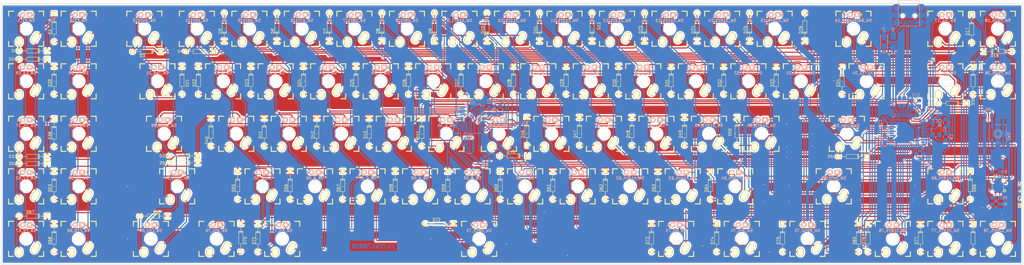
<source format=kicad_pcb>
(kicad_pcb (version 4) (host pcbnew 4.0.2-stable)
  (layers (0 F.Cu signal) (31 B.Cu signal) (34 B.Paste user hide) (35 F.Paste user hide) (36 B.SilkS user) (37 F.SilkS user) (38 B.Mask user hide) (39 F.Mask user hide) (44 Edge.Cuts user))
  (net 0 "")
  (net 1 "Net-(D1-Pad2)")
  (net 2 R1)
  (net 3 "Net-(D2-Pad2)")
  (net 4 "Net-(D3-Pad2)")
  (net 5 "Net-(D4-Pad2)")
  (net 6 "Net-(D5-Pad2)")
  (net 7 "Net-(D6-Pad2)")
  (net 8 "Net-(D7-Pad2)")
  (net 9 "Net-(D8-Pad2)")
  (net 10 "Net-(D9-Pad2)")
  (net 11 R6)
  (net 12 "Net-(D10-Pad2)")
  (net 13 "Net-(D11-Pad2)")
  (net 14 "Net-(D12-Pad2)")
  (net 15 "Net-(D13-Pad2)")
  (net 16 "Net-(D14-Pad2)")
  (net 17 "Net-(D15-Pad2)")
  (net 18 "Net-(D16-Pad2)")
  (net 19 "Net-(D17-Pad2)")
  (net 20 "Net-(D18-Pad2)")
  (net 21 "Net-(D19-Pad2)")
  (net 22 "Net-(D20-Pad2)")
  (net 23 "Net-(D21-Pad2)")
  (net 24 "Net-(D22-Pad2)")
  (net 25 "Net-(D23-Pad2)")
  (net 26 "Net-(D24-Pad2)")
  (net 27 "Net-(D25-Pad2)")
  (net 28 "Net-(D26-Pad2)")
  (net 29 "Net-(D27-Pad2)")
  (net 30 R7)
  (net 31 "Net-(D28-Pad2)")
  (net 32 "Net-(D29-Pad2)")
  (net 33 "Net-(D30-Pad2)")
  (net 34 "Net-(D31-Pad2)")
  (net 35 "Net-(D32-Pad2)")
  (net 36 "Net-(D33-Pad2)")
  (net 37 "Net-(D34-Pad2)")
  (net 38 "Net-(D35-Pad2)")
  (net 39 "Net-(D36-Pad2)")
  (net 40 "Net-(D37-Pad2)")
  (net 41 "Net-(D38-Pad2)")
  (net 42 "Net-(D39-Pad2)")
  (net 43 "Net-(D40-Pad2)")
  (net 44 "Net-(D41-Pad2)")
  (net 45 "Net-(D42-Pad2)")
  (net 46 "Net-(D43-Pad2)")
  (net 47 "Net-(D44-Pad2)")
  (net 48 "Net-(D45-Pad2)")
  (net 49 R8)
  (net 50 "Net-(D46-Pad2)")
  (net 51 "Net-(D47-Pad2)")
  (net 52 "Net-(D48-Pad2)")
  (net 53 "Net-(D49-Pad2)")
  (net 54 "Net-(D50-Pad2)")
  (net 55 "Net-(D51-Pad2)")
  (net 56 "Net-(D52-Pad2)")
  (net 57 "Net-(D53-Pad2)")
  (net 58 "Net-(D54-Pad2)")
  (net 59 "Net-(D55-Pad2)")
  (net 60 "Net-(D56-Pad2)")
  (net 61 "Net-(D57-Pad2)")
  (net 62 "Net-(D58-Pad2)")
  (net 63 "Net-(D59-Pad2)")
  (net 64 "Net-(D60-Pad2)")
  (net 65 R9)
  (net 66 "Net-(D61-Pad2)")
  (net 67 "Net-(D62-Pad2)")
  (net 68 "Net-(D63-Pad2)")
  (net 69 "Net-(D64-Pad2)")
  (net 70 "Net-(D65-Pad2)")
  (net 71 "Net-(D66-Pad2)")
  (net 72 "Net-(D67-Pad2)")
  (net 73 R5)
  (net 74 "Net-(D68-Pad2)")
  (net 75 "Net-(D69-Pad2)")
  (net 76 "Net-(D70-Pad2)")
  (net 77 "Net-(D71-Pad2)")
  (net 78 "Net-(D72-Pad2)")
  (net 79 "Net-(D73-Pad2)")
  (net 80 "Net-(D74-Pad2)")
  (net 81 "Net-(D75-Pad2)")
  (net 82 R10)
  (net 83 "Net-(D76-Pad2)")
  (net 84 "Net-(D77-Pad2)")
  (net 85 C5)
  (net 86 C7)
  (net 87 C4)
  (net 88 C8)
  (net 89 C3)
  (net 90 C6)
  (net 91 C1)
  (net 92 C2)
  (net 93 GND)
  (net 94 +5V)
  (net 95 "Net-(R2-Pad1)")
  (net 96 "Net-(R3-Pad1)")
  (net 97 "Net-(R4-Pad1)")
  (net 98 "Net-(C3-Pad1)")
  (net 99 "Net-(C9-Pad1)")
  (net 100 "Net-(C10-Pad1)")
  (net 101 "Net-(C11-Pad1)")
  (net 102 "Net-(C12-Pad1)")
  (net 103 R2/SCK)
  (net 104 R3/MOSI)
  (net 105 R4/MISO)
  (net 106 "Net-(D78-Pad2)")
  (net 107 "Net-(F1-Pad1)")
  (net 108 RST)
  (net 109 LED_NSRT)
  (net 110 PWM_RED)
  (net 111 PWM_GREEN)
  (net 112 "Net-(R5-Pad1)")
  (net 113 PWM_BLUE)
  (net 114 D-)
  (net 115 D+)
  (net 116 CA1)
  (net 117 CA7)
  (net 118 CA9)
  (net 119 CA8)
  (net 120 CA2)
  (net 121 CA3)
  (net 122 CA4)
  (net 123 CA5)
  (net 124 CA6)
  (net 125 CB1)
  (net 126 CB7)
  (net 127 CB9)
  (net 128 CB8)
  (net 129 CB2)
  (net 130 CB3)
  (net 131 CB4)
  (net 132 CB5)
  (net 133 CB6)
  (net 134 LED_SDA)
  (net 135 LED_SCL)
  (net 136 USB-)
  (net 137 USB+)
  (net 138 "Net-(RP1-Pad8)")
  (module Cherry:GNDVia (layer F.Cu) (at 313.944 63.246)
    (fp_text reference REF** hide)
    (fp_text value "GND Via" hide)
    (pad GND thru_hole circle (at 0 0) (size 0.3 0.3) (drill 0.3) (layers *.Cu) (net 93 GND))
  )
  (module Cherry:GNDVia (layer F.Cu) (at 313.944 71.374)
    (fp_text reference REF** hide)
    (fp_text value "GND Via" hide)
    (pad GND thru_hole circle (at 0 0) (size 0.3 0.3) (drill 0.3) (layers *.Cu) (net 93 GND))
  )
  (module Cherry:GNDVia (layer F.Cu) (at 323.215 71.12)
    (fp_text reference REF** hide)
    (fp_text value "GND Via" hide)
    (pad GND thru_hole circle (at 0 0) (size 0.3 0.3) (drill 0.3) (layers *.Cu) (net 93 GND))
  )
  (module Cherry:GNDVia (layer F.Cu) (at 363.22 71.882)
    (fp_text reference REF** hide)
    (fp_text value "GND Via" hide)
    (pad GND thru_hole circle (at 0 0) (size 0.3 0.3) (drill 0.3) (layers *.Cu) (net 93 GND))
  )
  (module Cherry:GNDVia (layer F.Cu) (at 340.614 90.678)
    (fp_text reference REF** hide)
    (fp_text value "GND Via" hide)
    (pad GND thru_hole circle (at 0 0) (size 0.3 0.3) (drill 0.3) (layers *.Cu) (net 93 GND))
  )
  (module Cherry:GNDVia (layer F.Cu) (at 359.664 90.678)
    (fp_text reference REF** hide)
    (fp_text value "GND Via" hide)
    (pad GND thru_hole circle (at 0 0) (size 0.3 0.3) (drill 0.3) (layers *.Cu) (net 93 GND))
  )
  (module Cherry:GNDVia (layer F.Cu) (at 360.426 85.344)
    (fp_text reference REF** hide)
    (fp_text value "GND Via" hide)
    (pad GND thru_hole circle (at 0 0) (size 0.3 0.3) (drill 0.3) (layers *.Cu) (net 93 GND))
  )
  (module Cherry:GNDVia (layer F.Cu) (at 340.614 85.344)
    (fp_text reference REF** hide)
    (fp_text value "GND Via" hide)
    (pad GND thru_hole circle (at 0 0) (size 0.3 0.3) (drill 0.3) (layers *.Cu) (net 93 GND))
  )
  (module Cherry:GNDVia (layer F.Cu) (at 305.562 85.09)
    (fp_text reference REF** hide)
    (fp_text value "GND Via" hide)
    (pad GND thru_hole circle (at 0 0) (size 0.3 0.3) (drill 0.3) (layers *.Cu) (net 93 GND))
  )
  (module Cherry:GNDVia (layer F.Cu) (at 314.706 85.344)
    (fp_text reference REF** hide)
    (fp_text value "GND Via" hide)
    (pad GND thru_hole circle (at 0 0) (size 0.3 0.3) (drill 0.3) (layers *.Cu) (net 93 GND))
  )
  (module Cherry:GNDVia (layer F.Cu) (at 314.706 91.186)
    (fp_text reference REF** hide)
    (fp_text value "GND Via" hide)
    (pad GND thru_hole circle (at 0 0) (size 0.3 0.3) (drill 0.3) (layers *.Cu) (net 93 GND))
  )
  (module Cherry:GNDVia (layer F.Cu) (at 305.562 91.186)
    (fp_text reference REF** hide)
    (fp_text value "GND Via" hide)
    (pad GND thru_hole circle (at 0 0) (size 0.3 0.3) (drill 0.3) (layers *.Cu) (net 93 GND))
  )
  (module Resistors_SMD:R_Array_Convex_4x1206 (layer B.Cu) (at 198.755 71.12 180)
    (fp_text reference RP1 (at 0 3.5 180) (layer B.SilkS) (effects (justify mirror)))
    (fp_text value 4.7KΩ)
    (pad 1 smd rect (at -1.5 2 180) (size 0.9 0.9) (layers B.Cu B.Paste B.Mask) (net 94 +5V))
    (pad 4 smd rect (at -1.5 -2 180) (size 0.9 0.9) (layers B.Cu B.Paste B.Mask) (net 94 +5V))
    (pad 2 smd rect (at -1.5 0.66 180) (size 0.9 0.9) (layers B.Cu B.Paste B.Mask) (net 94 +5V))
    (pad 3 smd rect (at -1.5 -0.66 180) (size 0.9 0.9) (layers B.Cu B.Paste B.Mask) (net 94 +5V))
    (pad 7 smd rect (at 1.5 0.66 180) (size 0.9 0.9) (layers B.Cu B.Paste B.Mask) (net 135 LED_SCL))
    (pad 8 smd rect (at 1.5 2 180) (size 0.9 0.9) (layers B.Cu B.Paste B.Mask) (net 138 "Net-(RP1-Pad8)"))
    (pad 5 smd rect (at 1.5 -2 180) (size 0.9 0.9) (layers B.Cu B.Paste B.Mask))
    (pad 6 smd rect (at 1.5 -0.66 180) (size 0.9 0.9) (layers B.Cu B.Paste B.Mask) (net 134 LED_SDA))
  )
  (module Cherry:GNDVia (layer F.Cu) (at 219.71 66.675)
    (fp_text reference REF** hide)
    (fp_text value "GND Via" hide)
    (pad GND thru_hole circle (at 0 0) (size 0.3 0.3) (drill 0.3) (layers *.Cu) (net 93 GND))
  )
  (module Housings_QFP:TQFP-44_10x10mm_Pitch0.8mm (layer B.Cu) (at 357.708 65.674 270)
    (fp_text reference U2 (at 0 7.45 270) (layer B.SilkS) (effects (justify mirror)))
    (fp_text value ATMEGA32U4RC-A)
    (pad 1 smd rect (at -5.7 4 270) (size 1.5 0.55) (layers B.Cu B.Paste B.Mask))
    (pad 2 smd rect (at -5.7 3.2 270) (size 1.5 0.55) (layers B.Cu B.Paste B.Mask) (net 94 +5V))
    (pad 3 smd rect (at -5.7 2.4 270) (size 1.5 0.55) (layers B.Cu B.Paste B.Mask) (net 114 D-))
    (pad 4 smd rect (at -5.7 1.6 270) (size 1.5 0.55) (layers B.Cu B.Paste B.Mask) (net 115 D+))
    (pad 5 smd rect (at -5.7 0.8 270) (size 1.5 0.55) (layers B.Cu B.Paste B.Mask) (net 93 GND))
    (pad 6 smd rect (at -5.7 0 270) (size 1.5 0.55) (layers B.Cu B.Paste B.Mask) (net 101 "Net-(C11-Pad1)"))
    (pad 7 smd rect (at -5.7 -0.8 270) (size 1.5 0.55) (layers B.Cu B.Paste B.Mask) (net 94 +5V))
    (pad 8 smd rect (at -5.7 -1.6 270) (size 1.5 0.55) (layers B.Cu B.Paste B.Mask) (net 2 R1))
    (pad 9 smd rect (at -5.7 -2.4 270) (size 1.5 0.55) (layers B.Cu B.Paste B.Mask) (net 103 R2/SCK))
    (pad 10 smd rect (at -5.7 -3.2 270) (size 1.5 0.55) (layers B.Cu B.Paste B.Mask) (net 104 R3/MOSI))
    (pad 11 smd rect (at -5.7 -4 270) (size 1.5 0.55) (layers B.Cu B.Paste B.Mask) (net 105 R4/MISO))
    (pad 12 smd rect (at -4 -5.7 180) (size 1.5 0.55) (layers B.Cu B.Paste B.Mask) (net 113 PWM_BLUE))
    (pad 13 smd rect (at -3.2 -5.7 180) (size 1.5 0.55) (layers B.Cu B.Paste B.Mask) (net 108 RST))
    (pad 14 smd rect (at -2.4 -5.7 180) (size 1.5 0.55) (layers B.Cu B.Paste B.Mask) (net 94 +5V))
    (pad 15 smd rect (at -1.6 -5.7 180) (size 1.5 0.55) (layers B.Cu B.Paste B.Mask) (net 93 GND))
    (pad 16 smd rect (at -0.8 -5.7 180) (size 1.5 0.55) (layers B.Cu B.Paste B.Mask) (net 100 "Net-(C10-Pad1)"))
    (pad 17 smd rect (at 0 -5.7 180) (size 1.5 0.55) (layers B.Cu B.Paste B.Mask) (net 99 "Net-(C9-Pad1)"))
    (pad 18 smd rect (at 0.8 -5.7 180) (size 1.5 0.55) (layers B.Cu B.Paste B.Mask) (net 135 LED_SCL))
    (pad 19 smd rect (at 1.6 -5.7 180) (size 1.5 0.55) (layers B.Cu B.Paste B.Mask) (net 134 LED_SDA))
    (pad 20 smd rect (at 2.4 -5.7 180) (size 1.5 0.55) (layers B.Cu B.Paste B.Mask) (net 89 C3))
    (pad 21 smd rect (at 3.2 -5.7 180) (size 1.5 0.55) (layers B.Cu B.Paste B.Mask) (net 87 C4))
    (pad 22 smd rect (at 4 -5.7 180) (size 1.5 0.55) (layers B.Cu B.Paste B.Mask) (net 90 C6))
    (pad 23 smd rect (at 5.7 -4 270) (size 1.5 0.55) (layers B.Cu B.Paste B.Mask) (net 93 GND))
    (pad 24 smd rect (at 5.7 -3.2 270) (size 1.5 0.55) (layers B.Cu B.Paste B.Mask) (net 94 +5V))
    (pad 25 smd rect (at 5.7 -2.4 270) (size 1.5 0.55) (layers B.Cu B.Paste B.Mask) (net 85 C5))
    (pad 26 smd rect (at 5.7 -1.6 270) (size 1.5 0.55) (layers B.Cu B.Paste B.Mask) (net 86 C7))
    (pad 27 smd rect (at 5.7 -0.8 270) (size 1.5 0.55) (layers B.Cu B.Paste B.Mask) (net 88 C8))
    (pad 28 smd rect (at 5.7 0 270) (size 1.5 0.55) (layers B.Cu B.Paste B.Mask) (net 73 R5))
    (pad 29 smd rect (at 5.7 0.8 270) (size 1.5 0.55) (layers B.Cu B.Paste B.Mask) (net 110 PWM_RED))
    (pad 30 smd rect (at 5.7 1.6 270) (size 1.5 0.55) (layers B.Cu B.Paste B.Mask) (net 111 PWM_GREEN))
    (pad 31 smd rect (at 5.7 2.4 270) (size 1.5 0.55) (layers B.Cu B.Paste B.Mask) (net 91 C1))
    (pad 32 smd rect (at 5.7 3.2 270) (size 1.5 0.55) (layers B.Cu B.Paste B.Mask) (net 92 C2))
    (pad 33 smd rect (at 5.7 4 270) (size 1.5 0.55) (layers B.Cu B.Paste B.Mask) (net 93 GND))
    (pad 34 smd rect (at 4 5.7 180) (size 1.5 0.55) (layers B.Cu B.Paste B.Mask) (net 94 +5V))
    (pad 35 smd rect (at 3.2 5.7 180) (size 1.5 0.55) (layers B.Cu B.Paste B.Mask) (net 93 GND))
    (pad 36 smd rect (at 2.4 5.7 180) (size 1.5 0.55) (layers B.Cu B.Paste B.Mask) (net 109 LED_NSRT))
    (pad 37 smd rect (at 1.6 5.7 180) (size 1.5 0.55) (layers B.Cu B.Paste B.Mask) (net 82 R10))
    (pad 38 smd rect (at 0.8 5.7 180) (size 1.5 0.55) (layers B.Cu B.Paste B.Mask) (net 65 R9))
    (pad 39 smd rect (at 0 5.7 180) (size 1.5 0.55) (layers B.Cu B.Paste B.Mask) (net 49 R8))
    (pad 40 smd rect (at -0.8 5.7 180) (size 1.5 0.55) (layers B.Cu B.Paste B.Mask) (net 30 R7))
    (pad 41 smd rect (at -1.6 5.7 180) (size 1.5 0.55) (layers B.Cu B.Paste B.Mask) (net 11 R6))
    (pad 42 smd rect (at -2.4 5.7 180) (size 1.5 0.55) (layers B.Cu B.Paste B.Mask) (net 102 "Net-(C12-Pad1)"))
    (pad 43 smd rect (at -3.2 5.7 180) (size 1.5 0.55) (layers B.Cu B.Paste B.Mask) (net 93 GND))
    (pad 44 smd rect (at -4 5.7 180) (size 1.5 0.55) (layers B.Cu B.Paste B.Mask) (net 94 +5V))
  )
  (module Cherry:GNDVia (layer F.Cu) (at 385 93.5)
    (fp_text reference REF** hide)
    (fp_text value "GND Via" hide)
    (pad GND thru_hole circle (at 0 0) (size 0.3 0.3) (drill 0.3) (layers *.Cu) (net 93 GND))
  )
  (module Cherry:GNDVia (layer F.Cu) (at 392 96)
    (fp_text reference REF** hide)
    (fp_text value "GND Via" hide)
    (pad GND thru_hole circle (at 0 0) (size 0.3 0.3) (drill 0.3) (layers *.Cu) (net 93 GND))
  )
  (module Cherry:GNDVia (layer F.Cu) (at 397 111)
    (fp_text reference REF** hide)
    (fp_text value "GND Via" hide)
    (pad GND thru_hole circle (at 0 0) (size 0.3 0.3) (drill 0.3) (layers *.Cu) (net 93 GND))
  )
  (module Cherry:GNDVia (layer F.Cu) (at 313.944 75.184)
    (fp_text reference REF** hide)
    (fp_text value "GND Via" hide)
    (pad GND thru_hole circle (at 0 0) (size 0.3 0.3) (drill 0.3) (layers *.Cu) (net 93 GND))
  )
  (module Cherry:GNDVia (layer F.Cu) (at 323.215 66.675)
    (fp_text reference REF** hide)
    (fp_text value "GND Via" hide)
    (pad GND thru_hole circle (at 0 0) (size 0.3 0.3) (drill 0.3) (layers *.Cu) (net 93 GND))
  )
  (module Cherry:GNDVia (layer F.Cu) (at 74.93 85.725)
    (fp_text reference REF** hide)
    (fp_text value "GND Via" hide)
    (pad GND thru_hole circle (at 0 0) (size 0.3 0.3) (drill 0.3) (layers *.Cu) (net 93 GND))
  )
  (module Cherry:GNDVia (layer F.Cu) (at 74.93 104.775)
    (fp_text reference REF** hide)
    (fp_text value "GND Via" hide)
    (pad GND thru_hole circle (at 0 0) (size 0.3 0.3) (drill 0.3) (layers *.Cu) (net 93 GND))
  )
  (module Cherry:GNDVia (layer F.Cu) (at 172.085 85.725)
    (fp_text reference REF** hide)
    (fp_text value "GND Via" hide)
    (pad GND thru_hole circle (at 0 0) (size 0.3 0.3) (drill 0.3) (layers *.Cu) (net 93 GND))
  )
  (module Cherry:GNDVia (layer F.Cu) (at 191.135 85.725)
    (fp_text reference REF** hide)
    (fp_text value "GND Via" hide)
    (pad GND thru_hole circle (at 0 0) (size 0.3 0.3) (drill 0.3) (layers *.Cu) (net 93 GND))
  )
  (module Cherry:GNDVia (layer F.Cu) (at 210.185 85.725)
    (fp_text reference REF** hide)
    (fp_text value "GND Via" hide)
    (pad GND thru_hole circle (at 0 0) (size 0.3 0.3) (drill 0.3) (layers *.Cu) (net 93 GND))
  )
  (module Cherry:GNDVia (layer F.Cu) (at 229.235 85.725)
    (fp_text reference REF** hide)
    (fp_text value "GND Via" hide)
    (pad GND thru_hole circle (at 0 0) (size 0.3 0.3) (drill 0.3) (layers *.Cu) (net 93 GND))
  )
  (module Cherry:GNDVia (layer F.Cu) (at 248.285 85.09)
    (fp_text reference REF** hide)
    (fp_text value "GND Via" hide)
    (pad GND thru_hole circle (at 0 0) (size 0.3 0.3) (drill 0.3) (layers *.Cu) (net 93 GND))
  )
  (module Cherry:GNDVia (layer F.Cu) (at 267.335 85.725)
    (fp_text reference REF** hide)
    (fp_text value "GND Via" hide)
    (pad GND thru_hole circle (at 0 0) (size 0.3 0.3) (drill 0.3) (layers *.Cu) (net 93 GND))
  )
  (module Cherry:GNDVia (layer F.Cu) (at 286.385 85.725)
    (fp_text reference REF** hide)
    (fp_text value "GND Via" hide)
    (pad GND thru_hole circle (at 0 0) (size 0.3 0.3) (drill 0.3) (layers *.Cu) (net 93 GND))
  )
  (module Cherry:GNDVia (layer F.Cu) (at 148.59 104.14)
    (fp_text reference REF** hide)
    (fp_text value "GND Via" hide)
    (pad GND thru_hole circle (at -3.105209 0) (size 0.3 0.3) (drill 0.3) (layers *.Cu) (net 93 GND))
  )
  (module Cherry:GNDVia (layer F.Cu) (at 334.01 47.625)
    (fp_text reference REF** hide)
    (fp_text value "GND Via" hide)
    (pad GND thru_hole circle (at 0 0) (size 0.3 0.3) (drill 0.3) (layers *.Cu) (net 93 GND))
  )
  (module Cherry:GNDVia (layer F.Cu) (at 309.88 47.625)
    (fp_text reference REF** hide)
    (fp_text value "GND Via" hide)
    (pad GND thru_hole circle (at 0 0) (size 0.3 0.3) (drill 0.3) (layers *.Cu) (net 93 GND))
  )
  (module Cherry:GNDVia (layer F.Cu) (at 279.4 28.575)
    (fp_text reference REF** hide)
    (fp_text value "GND Via" hide)
    (pad GND thru_hole circle (at 0 0) (size 0.3 0.3) (drill 0.3) (layers *.Cu) (net 93 GND))
  )
  (module Cherry:GNDVia (layer F.Cu) (at 260.35 28.575)
    (fp_text reference REF** hide)
    (fp_text value "GND Via" hide)
    (pad GND thru_hole circle (at 0 0) (size 0.3 0.3) (drill 0.3) (layers *.Cu) (net 93 GND))
  )
  (module Cherry:GNDVia (layer F.Cu) (at 107.95 28.575)
    (fp_text reference REF** hide)
    (fp_text value "GND Via" hide)
    (pad GND thru_hole circle (at 0 0) (size 0.3 0.3) (drill 0.3) (layers *.Cu) (net 93 GND))
  )
  (module Cherry:GNDVia (layer F.Cu) (at 127 28.575)
    (fp_text reference REF** hide)
    (fp_text value "GND Via" hide)
    (pad GND thru_hole circle (at 0 0) (size 0.3 0.3) (drill 0.3) (layers *.Cu) (net 93 GND))
  )
  (module Cherry:GNDVia (layer F.Cu) (at 146.05 28.575)
    (fp_text reference REF** hide)
    (fp_text value "GND Via" hide)
    (pad GND thru_hole circle (at 0 0) (size 0.3 0.3) (drill 0.3) (layers *.Cu) (net 93 GND))
  )
  (module Cherry:GNDVia (layer F.Cu) (at 165.735 28.575)
    (fp_text reference REF** hide)
    (fp_text value "GND Via" hide)
    (pad GND thru_hole circle (at 0 0) (size 0.3 0.3) (drill 0.3) (layers *.Cu) (net 93 GND))
  )
  (module Cherry:GNDVia (layer F.Cu) (at 184.785 28.575)
    (fp_text reference REF** hide)
    (fp_text value "GND Via" hide)
    (pad GND thru_hole circle (at 0 0) (size 0.3 0.3) (drill 0.3) (layers *.Cu) (net 93 GND))
  )
  (module Cherry:GNDVia (layer F.Cu) (at 222.885 28.575)
    (fp_text reference REF** hide)
    (fp_text value "GND Via" hide)
    (pad GND thru_hole circle (at 0 0) (size 0.3 0.3) (drill 0.3) (layers *.Cu) (net 93 GND))
  )
  (module Cherry:GNDVia (layer F.Cu) (at 252.73 47.625)
    (fp_text reference REF** hide)
    (fp_text value "GND Via" hide)
    (pad GND thru_hole circle (at 0 0) (size 0.3 0.3) (drill 0.3) (layers *.Cu) (net 93 GND))
  )
  (module Cherry:GNDVia (layer F.Cu) (at 271.78 47.75)
    (fp_text reference REF** hide)
    (fp_text value "GND Via" hide)
    (pad GND thru_hole circle (at 0 0) (size 0.3 0.3) (drill 0.3) (layers *.Cu) (net 93 GND))
  )
  (module Cherry:GNDVia (layer F.Cu) (at 295.275 66.675)
    (fp_text reference REF** hide)
    (fp_text value "GND Via" hide)
    (pad GND thru_hole circle (at 0 0) (size 0.3 0.3) (drill 0.3) (layers *.Cu) (net 93 GND))
  )
  (module Cherry:GNDVia (layer F.Cu) (at 276.86 66.675)
    (fp_text reference REF** hide)
    (fp_text value "GND Via" hide)
    (pad GND thru_hole circle (at 0 0) (size 0.3 0.3) (drill 0.3) (layers *.Cu) (net 93 GND))
  )
  (module Cherry:GNDVia (layer F.Cu) (at 257.81 66.675)
    (fp_text reference REF** hide)
    (fp_text value "GND Via" hide)
    (pad GND thru_hole circle (at 0 0) (size 0.3 0.3) (drill 0.3) (layers *.Cu) (net 93 GND))
  )
  (module Cherry:GNDVia (layer F.Cu) (at 238.76 66.675)
    (fp_text reference REF** hide)
    (fp_text value "GND Via" hide)
    (pad GND thru_hole circle (at 0 0) (size 0.3 0.3) (drill 0.3) (layers *.Cu) (net 93 GND))
  )
  (module Cherry:GNDVia (layer F.Cu) (at 181.61 66.675)
    (fp_text reference REF** hide)
    (fp_text value "GND Via" hide)
    (pad GND thru_hole circle (at 0 0) (size 0.3 0.3) (drill 0.3) (layers *.Cu) (net 93 GND))
  )
  (module Cherry:GNDVia (layer F.Cu) (at 162.56 66.675)
    (fp_text reference REF** hide)
    (fp_text value "GND Via" hide)
    (pad GND thru_hole circle (at 0 0) (size 0.3 0.3) (drill 0.3) (layers *.Cu) (net 93 GND))
  )
  (module Cherry:GNDVia (layer F.Cu) (at 139.065 47.625)
    (fp_text reference REF** hide)
    (fp_text value "GND Via" hide)
    (pad GND thru_hole circle (at 0 0) (size 0.3 0.3) (drill 0.3) (layers *.Cu) (net 93 GND))
  )
  (module Cherry:GNDVia (layer F.Cu) (at 48.26 66.675)
    (fp_text reference REF** hide)
    (fp_text value "GND Via" hide)
    (pad GND thru_hole circle (at 0 0) (size 0.3 0.3) (drill 0.3) (layers *.Cu) (net 93 GND))
  )
  (module Cherry:GNDVia (layer F.Cu) (at 48.26 85.725)
    (fp_text reference REF** hide)
    (fp_text value "GND Via" hide)
    (pad GND thru_hole circle (at 0 0) (size 0.3 0.3) (drill 0.3) (layers *.Cu) (net 93 GND))
  )
  (module Cherry:GNDVia (layer F.Cu) (at 48.26 104.775)
    (fp_text reference REF** hide)
    (fp_text value "GND Via" hide)
    (pad GND thru_hole circle (at 0 0) (size 0.3 0.3) (drill 0.3) (layers *.Cu) (net 93 GND))
  )
  (module Cherry:GNDVia (layer F.Cu) (at 121.92 104.775)
    (fp_text reference REF** hide)
    (fp_text value "GND Via" hide)
    (pad GND thru_hole circle (at 0 0) (size 0.3 0.3) (drill 0.3) (layers *.Cu) (net 93 GND))
  )
  (module Cherry:GNDVia (layer F.Cu) (at 105.41 66.04)
    (fp_text reference REF** hide)
    (fp_text value "GND Via" hide)
    (pad GND thru_hole circle (at 0 0) (size 0.3 0.3) (drill 0.3) (layers *.Cu) (net 93 GND))
  )
  (module Cherry:GNDVia (layer F.Cu) (at 143.51 66.675)
    (fp_text reference REF** hide)
    (fp_text value "GND Via" hide)
    (pad GND thru_hole circle (at 0 0) (size 0.3 0.3) (drill 0.3) (layers *.Cu) (net 93 GND))
  )
  (module Cherry:GNDVia (layer F.Cu) (at 153.035 85.725)
    (fp_text reference REF** hide)
    (fp_text value "GND Via" hide)
    (pad GND thru_hole circle (at 0 0) (size 0.3 0.3) (drill 0.3) (layers *.Cu) (net 93 GND))
  )
  (module Cherry:GNDVia (layer F.Cu) (at 133.985 85.725)
    (fp_text reference REF** hide)
    (fp_text value "GND Via" hide)
    (pad GND thru_hole circle (at 0 0) (size 0.3 0.3) (drill 0.3) (layers *.Cu) (net 93 GND))
  )
  (module Cherry:GNDVia (layer F.Cu) (at 114.935 85.725)
    (fp_text reference REF** hide)
    (fp_text value "GND Via" hide)
    (pad GND thru_hole circle (at 0 0) (size 0.3 0.3) (drill 0.3) (layers *.Cu) (net 93 GND))
  )
  (module Cherry:GNDVia (layer F.Cu) (at 48.26 47.625)
    (fp_text reference REF** hide)
    (fp_text value "GND Via" hide)
    (pad GND thru_hole circle (at 0 0) (size 0.3 0.3) (drill 0.3) (layers *.Cu) (net 93 GND))
  )
  (module Cherry:GNDVia (layer F.Cu) (at 220.605209 50.25)
    (fp_text reference REF** hide)
    (fp_text value "GND Via" hide)
    (pad GND thru_hole circle (at -3.105209 0) (size 0.3 0.3) (drill 0.3) (layers *.Cu) (net 93 GND))
  )
  (module Cherry:GNDVia (layer F.Cu) (at 215.855209 47.5)
    (fp_text reference REF** hide)
    (fp_text value "GND Via" hide)
    (pad GND thru_hole circle (at -3.105209 0) (size 0.3 0.3) (drill 0.3) (layers *.Cu) (net 93 GND))
  )
  (module Cherry:GNDVia (layer F.Cu) (at 334.105209 47.5)
    (fp_text reference REF** hide)
    (fp_text value "GND Via" hide)
    (pad GND thru_hole circle (at -3.105209 0) (size 0.3 0.3) (drill 0.3) (layers *.Cu) (net 93 GND))
  )
  (module Cherry:GNDVia (layer F.Cu) (at 286.605209 107.25)
    (fp_text reference REF** hide)
    (fp_text value "GND Via" hide)
    (pad GND thru_hole circle (at -3.105209 0) (size 0.3 0.3) (drill 0.3) (layers *.Cu) (net 93 GND))
  )
  (module Cherry:GNDVia (layer F.Cu) (at 215.355209 106.75)
    (fp_text reference REF** hide)
    (fp_text value "GND Via" hide)
    (pad GND thru_hole circle (at -3.105209 0) (size 0.3 0.3) (drill 0.3) (layers *.Cu) (net 93 GND))
  )
  (module Cherry:GNDVia (layer F.Cu) (at 187.96 104.775)
    (fp_text reference REF** hide)
    (fp_text value "GND Via" hide)
    (pad GND thru_hole circle (at -3.105209 0) (size 0.3 0.3) (drill 0.3) (layers *.Cu) (net 93 GND))
  )
  (module Cherry:GNDVia (layer F.Cu) (at 218.5 96.5)
    (fp_text reference REF** hide)
    (fp_text value "GND Via" hide)
    (pad GND thru_hole circle (at 0 0) (size 0.3 0.3) (drill 0.3) (layers *.Cu) (net 93 GND))
  )
  (module Cherry:GNDVia (layer F.Cu) (at 226 95)
    (fp_text reference REF** hide)
    (fp_text value "GND Via" hide)
    (pad GND thru_hole circle (at 0 0) (size 0.3 0.3) (drill 0.3) (layers *.Cu) (net 93 GND))
  )
  (module Cherry:GNDVia (layer F.Cu) (at 397.605209 25.25)
    (fp_text reference REF** hide)
    (fp_text value "GND Via" hide)
    (pad GND thru_hole circle (at -3.105209 0) (size 0.3 0.3) (drill 0.3) (layers *.Cu) (net 93 GND))
  )
  (module Cherry:GNDVia (layer F.Cu) (at 298.25 28.75)
    (fp_text reference REF** hide)
    (fp_text value "GND Via" hide)
    (pad GND thru_hole circle (at 0 0) (size 0.3 0.3) (drill 0.3) (layers *.Cu) (net 93 GND))
  )
  (module Cherry:GNDVia (layer F.Cu) (at 318.5 28.75)
    (fp_text reference REF** hide)
    (fp_text value "GND Via" hide)
    (pad GND thru_hole circle (at 0 0) (size 0.3 0.3) (drill 0.3) (layers *.Cu) (net 93 GND))
  )
  (module Cherry:GNDVia (layer F.Cu) (at 234.442 110.744)
    (fp_text reference REF** hide)
    (fp_text value "GND Via" hide)
    (pad GND thru_hole circle (at 0 0) (size 0.3 0.3) (drill 0.3) (layers *.Cu) (net 93 GND))
  )
  (module Cherry:GNDVia (layer F.Cu) (at 290.83 47.75)
    (fp_text reference REF** hide)
    (fp_text value "GND Via" hide)
    (pad GND thru_hole circle (at 0 0) (size 0.3 0.3) (drill 0.3) (layers *.Cu) (net 93 GND))
  )
  (module Cherry:GNDVia (layer F.Cu) (at 307.75 109.5)
    (fp_text reference REF** hide)
    (fp_text value "GND Via" hide)
    (pad GND thru_hole circle (at 0 0) (size 0.3 0.3) (drill 0.3) (layers *.Cu) (net 93 GND))
  )
  (module Diodes_ThroughHole:Diode_DO-35_SOD27_Horizontal_RM10 (layer F.Cu) (at 106.04552 36.82746 180)
    (fp_text reference D4 (at 12.06552 -0.00254 180) (layer F.SilkS))
    (fp_text value D)
    (pad 2 thru_hole circle (at 10.16052 -0.00254) (size 1.69926 1.69926) (drill 0.70104) (layers *.Cu *.Mask F.SilkS) (net 5 "Net-(D4-Pad2)"))
    (pad 1 thru_hole rect (at 0.00052 -0.00254) (size 1.69926 1.69926) (drill 0.70104) (layers *.Cu *.Mask F.SilkS) (net 2 R1))
  )
  (module Diodes_ThroughHole:Diode_DO-35_SOD27_Horizontal_RM10 (layer F.Cu) (at 381.50546 99.31348 270)
    (fp_text reference D78 (at -2.41248 -0.00254 270) (layer F.SilkS))
    (fp_text value D)
    (pad 2 thru_hole circle (at 10.16052 -0.00254 90) (size 1.69926 1.69926) (drill 0.70104) (layers *.Cu *.Mask F.SilkS) (net 106 "Net-(D78-Pad2)"))
    (pad 1 thru_hole rect (at 0.00052 -0.00254 90) (size 1.69926 1.69926) (drill 0.70104) (layers *.Cu *.Mask F.SilkS) (net 82 R10))
  )
  (module Diodes_ThroughHole:Diode_DO-35_SOD27_Horizontal_RM10 (layer F.Cu) (at 45.72 36.576 180)
    (fp_text reference D1 (at 11.938 0 180) (layer F.SilkS))
    (fp_text value D)
    (pad 2 thru_hole circle (at 10.16052 -0.00254) (size 1.69926 1.69926) (drill 0.70104) (layers *.Cu *.Mask F.SilkS) (net 1 "Net-(D1-Pad2)"))
    (pad 1 thru_hole rect (at 0.00052 -0.00254) (size 1.69926 1.69926) (drill 0.70104) (layers *.Cu *.Mask F.SilkS) (net 2 R1))
  )
  (module Diodes_ThroughHole:Diode_DO-35_SOD27_Horizontal_RM10 (layer F.Cu) (at 48.26 23.114 270)
    (fp_text reference D2 (at 6.604 1.524 270) (layer F.SilkS))
    (fp_text value D)
    (pad 2 thru_hole circle (at 10.16052 -0.00254 90) (size 1.69926 1.69926) (drill 0.70104) (layers *.Cu *.Mask F.SilkS) (net 3 "Net-(D2-Pad2)"))
    (pad 1 thru_hole rect (at 0.00052 -0.00254 90) (size 1.69926 1.69926) (drill 0.70104) (layers *.Cu *.Mask F.SilkS) (net 2 R1))
  )
  (module Diodes_ThroughHole:Diode_DO-35_SOD27_Horizontal_RM10 (layer F.Cu) (at 86.868 36.83 180)
    (fp_text reference D3 (at 6.604 -1.524 180) (layer F.SilkS))
    (fp_text value D)
    (pad 2 thru_hole circle (at 10.16052 -0.00254) (size 1.69926 1.69926) (drill 0.70104) (layers *.Cu *.Mask F.SilkS) (net 4 "Net-(D3-Pad2)"))
    (pad 1 thru_hole rect (at 0.00052 -0.00254) (size 1.69926 1.69926) (drill 0.70104) (layers *.Cu *.Mask F.SilkS) (net 2 R1))
  )
  (module Diodes_ThroughHole:Diode_DO-35_SOD27_Horizontal_RM10 (layer F.Cu) (at 109.98454 33.02052 90)
    (fp_text reference D5 (at 3.55652 -1.52654 90) (layer F.SilkS))
    (fp_text value D)
    (pad 2 thru_hole circle (at 10.16052 -0.00254 270) (size 1.69926 1.69926) (drill 0.70104) (layers *.Cu *.Mask F.SilkS) (net 6 "Net-(D5-Pad2)"))
    (pad 1 thru_hole rect (at 0.00052 -0.00254 270) (size 1.69926 1.69926) (drill 0.70104) (layers *.Cu *.Mask F.SilkS) (net 2 R1))
  )
  (module Diodes_ThroughHole:Diode_DO-35_SOD27_Horizontal_RM10 (layer F.Cu) (at 129.03454 33.02052 90)
    (fp_text reference D6 (at 3.55652 -1.52654 90) (layer F.SilkS))
    (fp_text value D)
    (pad 2 thru_hole circle (at 10.16052 -0.00254 270) (size 1.69926 1.69926) (drill 0.70104) (layers *.Cu *.Mask F.SilkS) (net 7 "Net-(D6-Pad2)"))
    (pad 1 thru_hole rect (at 0.00052 -0.00254 270) (size 1.69926 1.69926) (drill 0.70104) (layers *.Cu *.Mask F.SilkS) (net 2 R1))
  )
  (module Diodes_ThroughHole:Diode_DO-35_SOD27_Horizontal_RM10 (layer F.Cu) (at 148.08454 33.02052 90)
    (fp_text reference D7 (at 3.55652 -1.52654 90) (layer F.SilkS))
    (fp_text value D)
    (pad 2 thru_hole circle (at 10.16052 -0.00254 270) (size 1.69926 1.69926) (drill 0.70104) (layers *.Cu *.Mask F.SilkS) (net 8 "Net-(D7-Pad2)"))
    (pad 1 thru_hole rect (at 0.00052 -0.00254 270) (size 1.69926 1.69926) (drill 0.70104) (layers *.Cu *.Mask F.SilkS) (net 2 R1))
  )
  (module Diodes_ThroughHole:Diode_DO-35_SOD27_Horizontal_RM10 (layer F.Cu) (at 167.13454 33.02052 90)
    (fp_text reference D8 (at 3.55652 -1.52654 90) (layer F.SilkS))
    (fp_text value D)
    (pad 2 thru_hole circle (at 10.16052 -0.00254 270) (size 1.69926 1.69926) (drill 0.70104) (layers *.Cu *.Mask F.SilkS) (net 9 "Net-(D8-Pad2)"))
    (pad 1 thru_hole rect (at 0.00052 -0.00254 270) (size 1.69926 1.69926) (drill 0.70104) (layers *.Cu *.Mask F.SilkS) (net 2 R1))
  )
  (module Diodes_ThroughHole:Diode_DO-35_SOD27_Horizontal_RM10 (layer F.Cu) (at 186.18454 33.02052 90)
    (fp_text reference D9 (at 3.55652 -1.52654 90) (layer F.SilkS))
    (fp_text value D)
    (pad 2 thru_hole circle (at 10.16052 -0.00254 270) (size 1.69926 1.69926) (drill 0.70104) (layers *.Cu *.Mask F.SilkS) (net 10 "Net-(D9-Pad2)"))
    (pad 1 thru_hole rect (at 0.00052 -0.00254 270) (size 1.69926 1.69926) (drill 0.70104) (layers *.Cu *.Mask F.SilkS) (net 11 R6))
  )
  (module Diodes_ThroughHole:Diode_DO-35_SOD27_Horizontal_RM10 (layer F.Cu) (at 205.23454 33.02052 90)
    (fp_text reference D10 (at 4.06452 -1.52654 90) (layer F.SilkS))
    (fp_text value D)
    (pad 2 thru_hole circle (at 10.16052 -0.00254 270) (size 1.69926 1.69926) (drill 0.70104) (layers *.Cu *.Mask F.SilkS) (net 12 "Net-(D10-Pad2)"))
    (pad 1 thru_hole rect (at 0.00052 -0.00254 270) (size 1.69926 1.69926) (drill 0.70104) (layers *.Cu *.Mask F.SilkS) (net 11 R6))
  )
  (module Diodes_ThroughHole:Diode_DO-35_SOD27_Horizontal_RM10 (layer F.Cu) (at 224.28454 33.02052 90)
    (fp_text reference D11 (at 4.06452 -1.52654 90) (layer F.SilkS))
    (fp_text value D)
    (pad 2 thru_hole circle (at 10.16052 -0.00254 270) (size 1.69926 1.69926) (drill 0.70104) (layers *.Cu *.Mask F.SilkS) (net 13 "Net-(D11-Pad2)"))
    (pad 1 thru_hole rect (at 0.00052 -0.00254 270) (size 1.69926 1.69926) (drill 0.70104) (layers *.Cu *.Mask F.SilkS) (net 11 R6))
  )
  (module Diodes_ThroughHole:Diode_DO-35_SOD27_Horizontal_RM10 (layer F.Cu) (at 243.33454 33.02052 90)
    (fp_text reference D12 (at 5.43052 2.53746 90) (layer F.SilkS))
    (fp_text value D)
    (pad 2 thru_hole circle (at 10.16052 -0.00254 270) (size 1.69926 1.69926) (drill 0.70104) (layers *.Cu *.Mask F.SilkS) (net 14 "Net-(D12-Pad2)"))
    (pad 1 thru_hole rect (at 0.00052 -0.00254 270) (size 1.69926 1.69926) (drill 0.70104) (layers *.Cu *.Mask F.SilkS) (net 11 R6))
  )
  (module Diodes_ThroughHole:Diode_DO-35_SOD27_Horizontal_RM10 (layer F.Cu) (at 262.38454 33.02052 90)
    (fp_text reference D13 (at 4.06452 -1.52654 90) (layer F.SilkS))
    (fp_text value D)
    (pad 2 thru_hole circle (at 10.16052 -0.00254 270) (size 1.69926 1.69926) (drill 0.70104) (layers *.Cu *.Mask F.SilkS) (net 15 "Net-(D13-Pad2)"))
    (pad 1 thru_hole rect (at 0.00052 -0.00254 270) (size 1.69926 1.69926) (drill 0.70104) (layers *.Cu *.Mask F.SilkS) (net 11 R6))
  )
  (module Diodes_ThroughHole:Diode_DO-35_SOD27_Horizontal_RM10 (layer F.Cu) (at 281.43454 33.02052 90)
    (fp_text reference D14 (at 4.06452 -1.52654 90) (layer F.SilkS))
    (fp_text value D)
    (pad 2 thru_hole circle (at 10.16052 -0.00254 270) (size 1.69926 1.69926) (drill 0.70104) (layers *.Cu *.Mask F.SilkS) (net 16 "Net-(D14-Pad2)"))
    (pad 1 thru_hole rect (at 0.00052 -0.00254 270) (size 1.69926 1.69926) (drill 0.70104) (layers *.Cu *.Mask F.SilkS) (net 11 R6))
  )
  (module Diodes_ThroughHole:Diode_DO-35_SOD27_Horizontal_RM10 (layer F.Cu) (at 300.48454 33.02052 90)
    (fp_text reference D15 (at 4.06452 -1.52654 90) (layer F.SilkS))
    (fp_text value D)
    (pad 2 thru_hole circle (at 10.16052 -0.00254 270) (size 1.69926 1.69926) (drill 0.70104) (layers *.Cu *.Mask F.SilkS) (net 17 "Net-(D15-Pad2)"))
    (pad 1 thru_hole rect (at 0.00052 -0.00254 270) (size 1.69926 1.69926) (drill 0.70104) (layers *.Cu *.Mask F.SilkS) (net 11 R6))
  )
  (module Diodes_ThroughHole:Diode_DO-35_SOD27_Horizontal_RM10 (layer F.Cu) (at 320.50254 33.02052 90)
    (fp_text reference D16 (at 4.06452 -1.52654 90) (layer F.SilkS))
    (fp_text value D)
    (pad 2 thru_hole circle (at 10.16052 -0.00254 270) (size 1.69926 1.69926) (drill 0.70104) (layers *.Cu *.Mask F.SilkS) (net 18 "Net-(D16-Pad2)"))
    (pad 1 thru_hole rect (at 0.00052 -0.00254 270) (size 1.69926 1.69926) (drill 0.70104) (layers *.Cu *.Mask F.SilkS) (net 11 R6))
  )
  (module Diodes_ThroughHole:Diode_DO-35_SOD27_Horizontal_RM10 (layer F.Cu) (at 380.99746 23.49448 270)
    (fp_text reference D17 (at 6.096 1.524 270) (layer F.SilkS))
    (fp_text value D)
    (pad 2 thru_hole circle (at 10.16052 -0.00254 90) (size 1.69926 1.69926) (drill 0.70104) (layers *.Cu *.Mask F.SilkS) (net 19 "Net-(D17-Pad2)"))
    (pad 1 thru_hole rect (at 0.00052 -0.00254 90) (size 1.69926 1.69926) (drill 0.70104) (layers *.Cu *.Mask F.SilkS) (net 82 R10))
  )
  (module Diodes_ThroughHole:Diode_DO-35_SOD27_Horizontal_RM10 (layer F.Cu) (at 385.44448 36.83254)
    (fp_text reference D18 (at 3.93752 1.52146) (layer F.SilkS))
    (fp_text value D)
    (pad 2 thru_hole circle (at 10.16052 -0.00254 180) (size 1.69926 1.69926) (drill 0.70104) (layers *.Cu *.Mask F.SilkS) (net 20 "Net-(D18-Pad2)"))
    (pad 1 thru_hole rect (at 0.00052 -0.00254 180) (size 1.69926 1.69926) (drill 0.70104) (layers *.Cu *.Mask F.SilkS) (net 82 R10))
  )
  (module Diodes_ThroughHole:Diode_DO-35_SOD27_Horizontal_RM10 (layer F.Cu) (at 45.72 39.624 180)
    (fp_text reference D19 (at 12.446 0 180) (layer F.SilkS))
    (fp_text value D)
    (pad 2 thru_hole circle (at 10.16052 -0.00254) (size 1.69926 1.69926) (drill 0.70104) (layers *.Cu *.Mask F.SilkS) (net 21 "Net-(D19-Pad2)"))
    (pad 1 thru_hole rect (at 0.00052 -0.00254) (size 1.69926 1.69926) (drill 0.70104) (layers *.Cu *.Mask F.SilkS) (net 103 R2/SCK))
  )
  (module Diodes_ThroughHole:Diode_DO-35_SOD27_Horizontal_RM10 (layer F.Cu) (at 48.26 42.164 270)
    (fp_text reference D20 (at 6.096 1.524 270) (layer F.SilkS))
    (fp_text value D)
    (pad 2 thru_hole circle (at 10.16052 -0.00254 90) (size 1.69926 1.69926) (drill 0.70104) (layers *.Cu *.Mask F.SilkS) (net 22 "Net-(D20-Pad2)"))
    (pad 1 thru_hole rect (at 0.00052 -0.00254 90) (size 1.69926 1.69926) (drill 0.70104) (layers *.Cu *.Mask F.SilkS) (net 103 R2/SCK))
  )
  (module Diodes_ThroughHole:Diode_DO-35_SOD27_Horizontal_RM10 (layer F.Cu) (at 94.61246 42.164 270)
    (fp_text reference D21 (at 6.096 -1.90754 270) (layer F.SilkS))
    (fp_text value D)
    (pad 2 thru_hole circle (at 10.16052 -0.00254 90) (size 1.69926 1.69926) (drill 0.70104) (layers *.Cu *.Mask F.SilkS) (net 23 "Net-(D21-Pad2)"))
    (pad 1 thru_hole rect (at 0.00052 -0.00254 90) (size 1.69926 1.69926) (drill 0.70104) (layers *.Cu *.Mask F.SilkS) (net 103 R2/SCK))
  )
  (module Diodes_ThroughHole:Diode_DO-35_SOD27_Horizontal_RM10 (layer F.Cu) (at 100.584 42.164 270)
    (fp_text reference D22 (at 6.096 1.524 270) (layer F.SilkS))
    (fp_text value D)
    (pad 2 thru_hole circle (at 10.16052 -0.00254 90) (size 1.69926 1.69926) (drill 0.70104) (layers *.Cu *.Mask F.SilkS) (net 24 "Net-(D22-Pad2)"))
    (pad 1 thru_hole rect (at 0.00052 -0.00254 90) (size 1.69926 1.69926) (drill 0.70104) (layers *.Cu *.Mask F.SilkS) (net 103 R2/SCK))
  )
  (module Diodes_ThroughHole:Diode_DO-35_SOD27_Horizontal_RM10 (layer F.Cu) (at 119.634 42.164 270)
    (fp_text reference D23 (at 6.096 1.524 270) (layer F.SilkS))
    (fp_text value D)
    (pad 2 thru_hole circle (at 10.16052 -0.00254 90) (size 1.69926 1.69926) (drill 0.70104) (layers *.Cu *.Mask F.SilkS) (net 25 "Net-(D23-Pad2)"))
    (pad 1 thru_hole rect (at 0.00052 -0.00254 90) (size 1.69926 1.69926) (drill 0.70104) (layers *.Cu *.Mask F.SilkS) (net 103 R2/SCK))
  )
  (module Diodes_ThroughHole:Diode_DO-35_SOD27_Horizontal_RM10 (layer F.Cu) (at 138.684 42.164 270)
    (fp_text reference D24 (at 6.096 1.524 270) (layer F.SilkS))
    (fp_text value D)
    (pad 2 thru_hole circle (at 10.16052 -0.00254 90) (size 1.69926 1.69926) (drill 0.70104) (layers *.Cu *.Mask F.SilkS) (net 26 "Net-(D24-Pad2)"))
    (pad 1 thru_hole rect (at 0.00052 -0.00254 90) (size 1.69926 1.69926) (drill 0.70104) (layers *.Cu *.Mask F.SilkS) (net 103 R2/SCK))
  )
  (module Diodes_ThroughHole:Diode_DO-35_SOD27_Horizontal_RM10 (layer F.Cu) (at 157.734 42.164 270)
    (fp_text reference D25 (at 6.096 1.524 270) (layer F.SilkS))
    (fp_text value D)
    (pad 2 thru_hole circle (at 10.16052 -0.00254 90) (size 1.69926 1.69926) (drill 0.70104) (layers *.Cu *.Mask F.SilkS) (net 27 "Net-(D25-Pad2)"))
    (pad 1 thru_hole rect (at 0.00052 -0.00254 90) (size 1.69926 1.69926) (drill 0.70104) (layers *.Cu *.Mask F.SilkS) (net 103 R2/SCK))
  )
  (module Diodes_ThroughHole:Diode_DO-35_SOD27_Horizontal_RM10 (layer F.Cu) (at 176.784 42.164 270)
    (fp_text reference D26 (at 6.096 1.524 270) (layer F.SilkS))
    (fp_text value D)
    (pad 2 thru_hole circle (at 10.16052 -0.00254 90) (size 1.69926 1.69926) (drill 0.70104) (layers *.Cu *.Mask F.SilkS) (net 28 "Net-(D26-Pad2)"))
    (pad 1 thru_hole rect (at 0.00052 -0.00254 90) (size 1.69926 1.69926) (drill 0.70104) (layers *.Cu *.Mask F.SilkS) (net 103 R2/SCK))
  )
  (module Diodes_ThroughHole:Diode_DO-35_SOD27_Horizontal_RM10 (layer F.Cu) (at 195.834 42.164 270)
    (fp_text reference D27 (at 6.096 1.524 270) (layer F.SilkS))
    (fp_text value D)
    (pad 2 thru_hole circle (at 10.16052 -0.00254 90) (size 1.69926 1.69926) (drill 0.70104) (layers *.Cu *.Mask F.SilkS) (net 29 "Net-(D27-Pad2)"))
    (pad 1 thru_hole rect (at 0.00052 -0.00254 90) (size 1.69926 1.69926) (drill 0.70104) (layers *.Cu *.Mask F.SilkS) (net 30 R7))
  )
  (module Diodes_ThroughHole:Diode_DO-35_SOD27_Horizontal_RM10 (layer F.Cu) (at 214.884 42.164 270)
    (fp_text reference D28 (at 6.096 1.524 270) (layer F.SilkS))
    (fp_text value D)
    (pad 2 thru_hole circle (at 10.16052 -0.00254 90) (size 1.69926 1.69926) (drill 0.70104) (layers *.Cu *.Mask F.SilkS) (net 31 "Net-(D28-Pad2)"))
    (pad 1 thru_hole rect (at 0.00052 -0.00254 90) (size 1.69926 1.69926) (drill 0.70104) (layers *.Cu *.Mask F.SilkS) (net 30 R7))
  )
  (module Diodes_ThroughHole:Diode_DO-35_SOD27_Horizontal_RM10 (layer F.Cu) (at 233.934 42.164 270)
    (fp_text reference D29 (at 6.096 1.524 270) (layer F.SilkS))
    (fp_text value D)
    (pad 2 thru_hole circle (at 10.16052 -0.00254 90) (size 1.69926 1.69926) (drill 0.70104) (layers *.Cu *.Mask F.SilkS) (net 32 "Net-(D29-Pad2)"))
    (pad 1 thru_hole rect (at 0.00052 -0.00254 90) (size 1.69926 1.69926) (drill 0.70104) (layers *.Cu *.Mask F.SilkS) (net 30 R7))
  )
  (module Diodes_ThroughHole:Diode_DO-35_SOD27_Horizontal_RM10 (layer F.Cu) (at 252.984 42.164 270)
    (fp_text reference D30 (at 6.096 1.524 270) (layer F.SilkS))
    (fp_text value D)
    (pad 2 thru_hole circle (at 10.16052 -0.00254 90) (size 1.69926 1.69926) (drill 0.70104) (layers *.Cu *.Mask F.SilkS) (net 33 "Net-(D30-Pad2)"))
    (pad 1 thru_hole rect (at 0.00052 -0.00254 90) (size 1.69926 1.69926) (drill 0.70104) (layers *.Cu *.Mask F.SilkS) (net 30 R7))
  )
  (module Diodes_ThroughHole:Diode_DO-35_SOD27_Horizontal_RM10 (layer F.Cu) (at 272.034 42.164 270)
    (fp_text reference D31 (at 6.096 1.524 270) (layer F.SilkS))
    (fp_text value D)
    (pad 2 thru_hole circle (at 10.16052 -0.00254 90) (size 1.69926 1.69926) (drill 0.70104) (layers *.Cu *.Mask F.SilkS) (net 34 "Net-(D31-Pad2)"))
    (pad 1 thru_hole rect (at 0.00052 -0.00254 90) (size 1.69926 1.69926) (drill 0.70104) (layers *.Cu *.Mask F.SilkS) (net 30 R7))
  )
  (module Diodes_ThroughHole:Diode_DO-35_SOD27_Horizontal_RM10 (layer F.Cu) (at 291.084 42.164 270)
    (fp_text reference D32 (at 6.096 1.524 270) (layer F.SilkS))
    (fp_text value D)
    (pad 2 thru_hole circle (at 10.16052 -0.00254 90) (size 1.69926 1.69926) (drill 0.70104) (layers *.Cu *.Mask F.SilkS) (net 35 "Net-(D32-Pad2)"))
    (pad 1 thru_hole rect (at 0.00052 -0.00254 90) (size 1.69926 1.69926) (drill 0.70104) (layers *.Cu *.Mask F.SilkS) (net 30 R7))
  )
  (module Diodes_ThroughHole:Diode_DO-35_SOD27_Horizontal_RM10 (layer F.Cu) (at 310.134 42.164 270)
    (fp_text reference D33 (at 6.096 1.524 270) (layer F.SilkS))
    (fp_text value D)
    (pad 2 thru_hole circle (at 10.16052 -0.00254 90) (size 1.69926 1.69926) (drill 0.70104) (layers *.Cu *.Mask F.SilkS) (net 36 "Net-(D33-Pad2)"))
    (pad 1 thru_hole rect (at 0.00052 -0.00254 90) (size 1.69926 1.69926) (drill 0.70104) (layers *.Cu *.Mask F.SilkS) (net 30 R7))
  )
  (module Diodes_ThroughHole:Diode_DO-35_SOD27_Horizontal_RM10 (layer F.Cu) (at 334.01 42.164 270)
    (fp_text reference D34 (at 6.096 1.524 270) (layer F.SilkS))
    (fp_text value D)
    (pad 2 thru_hole circle (at 10.16052 -0.00254 90) (size 1.69926 1.69926) (drill 0.70104) (layers *.Cu *.Mask F.SilkS) (net 37 "Net-(D34-Pad2)"))
    (pad 1 thru_hole rect (at 0.00052 -0.00254 90) (size 1.69926 1.69926) (drill 0.70104) (layers *.Cu *.Mask F.SilkS) (net 30 R7))
  )
  (module Diodes_ThroughHole:Diode_DO-35_SOD27_Horizontal_RM10 (layer F.Cu) (at 379.09552 55.62346 180)
    (fp_text reference D35 (at 12.60952 -0.00254 180) (layer F.SilkS))
    (fp_text value D)
    (pad 2 thru_hole circle (at 10.16052 -0.00254) (size 1.69926 1.69926) (drill 0.70104) (layers *.Cu *.Mask F.SilkS) (net 38 "Net-(D35-Pad2)"))
    (pad 1 thru_hole rect (at 0.00052 -0.00254) (size 1.69926 1.69926) (drill 0.70104) (layers *.Cu *.Mask F.SilkS) (net 82 R10))
  )
  (module Diodes_ThroughHole:Diode_DO-35_SOD27_Horizontal_RM10 (layer F.Cu) (at 381.50546 42.25448 270)
    (fp_text reference D36 (at 12.60952 -0.00254 270) (layer F.SilkS))
    (fp_text value D)
    (pad 2 thru_hole circle (at 10.16052 -0.00254 90) (size 1.69926 1.69926) (drill 0.70104) (layers *.Cu *.Mask F.SilkS) (net 39 "Net-(D36-Pad2)"))
    (pad 1 thru_hole rect (at 0.00052 -0.00254 90) (size 1.69926 1.69926) (drill 0.70104) (layers *.Cu *.Mask F.SilkS) (net 82 R10))
  )
  (module Diodes_ThroughHole:Diode_DO-35_SOD27_Horizontal_RM10 (layer F.Cu) (at 45.72 74.93 180)
    (fp_text reference D37 (at 12.446 0 180) (layer F.SilkS))
    (fp_text value D)
    (pad 2 thru_hole circle (at 10.16052 -0.00254) (size 1.69926 1.69926) (drill 0.70104) (layers *.Cu *.Mask F.SilkS) (net 40 "Net-(D37-Pad2)"))
    (pad 1 thru_hole rect (at 0.00052 -0.00254) (size 1.69926 1.69926) (drill 0.70104) (layers *.Cu *.Mask F.SilkS) (net 104 R3/MOSI))
  )
  (module Diodes_ThroughHole:Diode_DO-35_SOD27_Horizontal_RM10 (layer F.Cu) (at 48.26 61.214 270)
    (fp_text reference D38 (at 6.096 1.524 270) (layer F.SilkS))
    (fp_text value D)
    (pad 2 thru_hole circle (at 10.16052 -0.00254 90) (size 1.69926 1.69926) (drill 0.70104) (layers *.Cu *.Mask F.SilkS) (net 41 "Net-(D38-Pad2)"))
    (pad 1 thru_hole rect (at 0.00052 -0.00254 90) (size 1.69926 1.69926) (drill 0.70104) (layers *.Cu *.Mask F.SilkS) (net 104 R3/MOSI))
  )
  (module Diodes_ThroughHole:Diode_DO-35_SOD27_Horizontal_RM10 (layer F.Cu) (at 100.33052 74.67346 180)
    (fp_text reference D39 (at 12.44652 -0.00254 180) (layer F.SilkS))
    (fp_text value D)
    (pad 2 thru_hole circle (at 10.16052 -0.00254) (size 1.69926 1.69926) (drill 0.70104) (layers *.Cu *.Mask F.SilkS) (net 42 "Net-(D39-Pad2)"))
    (pad 1 thru_hole rect (at 0.00052 -0.00254) (size 1.69926 1.69926) (drill 0.70104) (layers *.Cu *.Mask F.SilkS) (net 104 R3/MOSI))
  )
  (module Diodes_ThroughHole:Diode_DO-35_SOD27_Horizontal_RM10 (layer F.Cu) (at 105.156 60.96 270)
    (fp_text reference D40 (at 8.128 1.524 270) (layer F.SilkS))
    (fp_text value D)
    (pad 2 thru_hole circle (at 10.16052 -0.00254 90) (size 1.69926 1.69926) (drill 0.70104) (layers *.Cu *.Mask F.SilkS) (net 43 "Net-(D40-Pad2)"))
    (pad 1 thru_hole rect (at 0.00052 -0.00254 90) (size 1.69926 1.69926) (drill 0.70104) (layers *.Cu *.Mask F.SilkS) (net 104 R3/MOSI))
  )
  (module Diodes_ThroughHole:Diode_DO-35_SOD27_Horizontal_RM10 (layer F.Cu) (at 124.46 60.96 270)
    (fp_text reference D41 (at 6.096 1.524 270) (layer F.SilkS))
    (fp_text value D)
    (pad 2 thru_hole circle (at 10.16052 -0.00254 90) (size 1.69926 1.69926) (drill 0.70104) (layers *.Cu *.Mask F.SilkS) (net 44 "Net-(D41-Pad2)"))
    (pad 1 thru_hole rect (at 0.00052 -0.00254 90) (size 1.69926 1.69926) (drill 0.70104) (layers *.Cu *.Mask F.SilkS) (net 104 R3/MOSI))
  )
  (module Diodes_ThroughHole:Diode_DO-35_SOD27_Horizontal_RM10 (layer F.Cu) (at 143.51 60.96 270)
    (fp_text reference D42 (at 6.096 1.524 270) (layer F.SilkS))
    (fp_text value D)
    (pad 2 thru_hole circle (at 10.16052 -0.00254 90) (size 1.69926 1.69926) (drill 0.70104) (layers *.Cu *.Mask F.SilkS) (net 45 "Net-(D42-Pad2)"))
    (pad 1 thru_hole rect (at 0.00052 -0.00254 90) (size 1.69926 1.69926) (drill 0.70104) (layers *.Cu *.Mask F.SilkS) (net 104 R3/MOSI))
  )
  (module Diodes_ThroughHole:Diode_DO-35_SOD27_Horizontal_RM10 (layer F.Cu) (at 162.56 60.96 270)
    (fp_text reference D43 (at 6.096 1.524 270) (layer F.SilkS))
    (fp_text value D)
    (pad 2 thru_hole circle (at 10.16052 -0.00254 90) (size 1.69926 1.69926) (drill 0.70104) (layers *.Cu *.Mask F.SilkS) (net 46 "Net-(D43-Pad2)"))
    (pad 1 thru_hole rect (at 0.00052 -0.00254 90) (size 1.69926 1.69926) (drill 0.70104) (layers *.Cu *.Mask F.SilkS) (net 104 R3/MOSI))
  )
  (module Diodes_ThroughHole:Diode_DO-35_SOD27_Horizontal_RM10 (layer F.Cu) (at 181.61 60.96 270)
    (fp_text reference D44 (at 6.096 1.524 270) (layer F.SilkS))
    (fp_text value D)
    (pad 2 thru_hole circle (at 10.16052 -0.00254 90) (size 1.69926 1.69926) (drill 0.70104) (layers *.Cu *.Mask F.SilkS) (net 47 "Net-(D44-Pad2)"))
    (pad 1 thru_hole rect (at 0.00052 -0.00254 90) (size 1.69926 1.69926) (drill 0.70104) (layers *.Cu *.Mask F.SilkS) (net 104 R3/MOSI))
  )
  (module Diodes_ThroughHole:Diode_DO-35_SOD27_Horizontal_RM10 (layer F.Cu) (at 219.96452 74.67346 180)
    (fp_text reference D45 (at 6.096 1.524 180) (layer F.SilkS))
    (fp_text value D)
    (pad 2 thru_hole circle (at 10.16052 -0.00254) (size 1.69926 1.69926) (drill 0.70104) (layers *.Cu *.Mask F.SilkS) (net 48 "Net-(D45-Pad2)"))
    (pad 1 thru_hole rect (at 0.00052 -0.00254) (size 1.69926 1.69926) (drill 0.70104) (layers *.Cu *.Mask F.SilkS) (net 49 R8))
  )
  (module Diodes_ThroughHole:Diode_DO-35_SOD27_Horizontal_RM10 (layer F.Cu) (at 219.71 60.706 270)
    (fp_text reference D46 (at 6.096 1.524 270) (layer F.SilkS))
    (fp_text value D)
    (pad 2 thru_hole circle (at 10.16052 -0.00254 90) (size 1.69926 1.69926) (drill 0.70104) (layers *.Cu *.Mask F.SilkS) (net 50 "Net-(D46-Pad2)"))
    (pad 1 thru_hole rect (at 0.00052 -0.00254 90) (size 1.69926 1.69926) (drill 0.70104) (layers *.Cu *.Mask F.SilkS) (net 49 R8))
  )
  (module Diodes_ThroughHole:Diode_DO-35_SOD27_Horizontal_RM10 (layer F.Cu) (at 238.76 60.706 270)
    (fp_text reference D47 (at 6.096 1.524 270) (layer F.SilkS))
    (fp_text value D)
    (pad 2 thru_hole circle (at 10.16052 -0.00254 90) (size 1.69926 1.69926) (drill 0.70104) (layers *.Cu *.Mask F.SilkS) (net 51 "Net-(D47-Pad2)"))
    (pad 1 thru_hole rect (at 0.00052 -0.00254 90) (size 1.69926 1.69926) (drill 0.70104) (layers *.Cu *.Mask F.SilkS) (net 49 R8))
  )
  (module Diodes_ThroughHole:Diode_DO-35_SOD27_Horizontal_RM10 (layer F.Cu) (at 257.81 60.706 270)
    (fp_text reference D48 (at 6.096 1.524 270) (layer F.SilkS))
    (fp_text value D)
    (pad 2 thru_hole circle (at 10.16052 -0.00254 90) (size 1.69926 1.69926) (drill 0.70104) (layers *.Cu *.Mask F.SilkS) (net 52 "Net-(D48-Pad2)"))
    (pad 1 thru_hole rect (at 0.00052 -0.00254 90) (size 1.69926 1.69926) (drill 0.70104) (layers *.Cu *.Mask F.SilkS) (net 49 R8))
  )
  (module Diodes_ThroughHole:Diode_DO-35_SOD27_Horizontal_RM10 (layer F.Cu) (at 276.86 60.706 270)
    (fp_text reference D49 (at 6.096 1.524 270) (layer F.SilkS))
    (fp_text value D)
    (pad 2 thru_hole circle (at 10.16052 -0.00254 90) (size 1.69926 1.69926) (drill 0.70104) (layers *.Cu *.Mask F.SilkS) (net 53 "Net-(D49-Pad2)"))
    (pad 1 thru_hole rect (at 0.00052 -0.00254 90) (size 1.69926 1.69926) (drill 0.70104) (layers *.Cu *.Mask F.SilkS) (net 49 R8))
  )
  (module Diodes_ThroughHole:Diode_DO-35_SOD27_Horizontal_RM10 (layer F.Cu) (at 295.91 60.706 270)
    (fp_text reference D50 (at 5.43052 2.53746 270) (layer F.SilkS))
    (fp_text value D)
    (pad 2 thru_hole circle (at 10.16052 -0.00254 90) (size 1.69926 1.69926) (drill 0.70104) (layers *.Cu *.Mask F.SilkS) (net 54 "Net-(D50-Pad2)"))
    (pad 1 thru_hole rect (at 0.00052 -0.00254 90) (size 1.69926 1.69926) (drill 0.70104) (layers *.Cu *.Mask F.SilkS) (net 49 R8))
  )
  (module Diodes_ThroughHole:Diode_DO-35_SOD27_Horizontal_RM10 (layer F.Cu) (at 342.90052 74.92746 180)
    (fp_text reference D51 (at 12.70052 -0.00254 180) (layer F.SilkS))
    (fp_text value D)
    (pad 2 thru_hole circle (at 10.16052 -0.00254) (size 1.69926 1.69926) (drill 0.70104) (layers *.Cu *.Mask F.SilkS) (net 55 "Net-(D51-Pad2)"))
    (pad 1 thru_hole rect (at 0.00052 -0.00254) (size 1.69926 1.69926) (drill 0.70104) (layers *.Cu *.Mask F.SilkS) (net 49 R8))
  )
  (module Diodes_ThroughHole:Diode_DO-35_SOD27_Horizontal_RM10 (layer F.Cu) (at 45.72 77.47 180)
    (fp_text reference D52 (at 12.446 0 180) (layer F.SilkS))
    (fp_text value D)
    (pad 2 thru_hole circle (at 10.16052 -0.00254) (size 1.69926 1.69926) (drill 0.70104) (layers *.Cu *.Mask F.SilkS) (net 56 "Net-(D52-Pad2)"))
    (pad 1 thru_hole rect (at 0.00052 -0.00254) (size 1.69926 1.69926) (drill 0.70104) (layers *.Cu *.Mask F.SilkS) (net 105 R4/MISO))
  )
  (module Diodes_ThroughHole:Diode_DO-35_SOD27_Horizontal_RM10 (layer F.Cu) (at 48.26 80.264 270)
    (fp_text reference D53 (at 6.096 1.524 270) (layer F.SilkS))
    (fp_text value D)
    (pad 2 thru_hole circle (at 10.16052 -0.00254 90) (size 1.69926 1.69926) (drill 0.70104) (layers *.Cu *.Mask F.SilkS) (net 57 "Net-(D53-Pad2)"))
    (pad 1 thru_hole rect (at 0.00052 -0.00254 90) (size 1.69926 1.69926) (drill 0.70104) (layers *.Cu *.Mask F.SilkS) (net 105 R4/MISO))
  )
  (module Diodes_ThroughHole:Diode_DO-35_SOD27_Horizontal_RM10 (layer F.Cu) (at 100.33052 77.21346 180)
    (fp_text reference D54 (at 12.44652 -0.00254 180) (layer F.SilkS))
    (fp_text value D)
    (pad 2 thru_hole circle (at 10.16052 -0.00254) (size 1.69926 1.69926) (drill 0.70104) (layers *.Cu *.Mask F.SilkS) (net 58 "Net-(D54-Pad2)"))
    (pad 1 thru_hole rect (at 0.00052 -0.00254) (size 1.69926 1.69926) (drill 0.70104) (layers *.Cu *.Mask F.SilkS) (net 105 R4/MISO))
  )
  (module Diodes_ThroughHole:Diode_DO-35_SOD27_Horizontal_RM10 (layer F.Cu) (at 114.808 80.264 270)
    (fp_text reference D55 (at 6.096 1.524 270) (layer F.SilkS))
    (fp_text value D)
    (pad 2 thru_hole circle (at 10.16052 -0.00254 90) (size 1.69926 1.69926) (drill 0.70104) (layers *.Cu *.Mask F.SilkS) (net 59 "Net-(D55-Pad2)"))
    (pad 1 thru_hole rect (at 0.00052 -0.00254 90) (size 1.69926 1.69926) (drill 0.70104) (layers *.Cu *.Mask F.SilkS) (net 105 R4/MISO))
  )
  (module Diodes_ThroughHole:Diode_DO-35_SOD27_Horizontal_RM10 (layer F.Cu) (at 133.858 80.264 270)
    (fp_text reference D56 (at 6.096 1.524 270) (layer F.SilkS))
    (fp_text value D)
    (pad 2 thru_hole circle (at 10.16052 -0.00254 90) (size 1.69926 1.69926) (drill 0.70104) (layers *.Cu *.Mask F.SilkS) (net 60 "Net-(D56-Pad2)"))
    (pad 1 thru_hole rect (at 0.00052 -0.00254 90) (size 1.69926 1.69926) (drill 0.70104) (layers *.Cu *.Mask F.SilkS) (net 105 R4/MISO))
  )
  (module Diodes_ThroughHole:Diode_DO-35_SOD27_Horizontal_RM10 (layer F.Cu) (at 152.908 80.264 270)
    (fp_text reference D57 (at 6.096 1.524 270) (layer F.SilkS))
    (fp_text value D)
    (pad 2 thru_hole circle (at 10.16052 -0.00254 90) (size 1.69926 1.69926) (drill 0.70104) (layers *.Cu *.Mask F.SilkS) (net 61 "Net-(D57-Pad2)"))
    (pad 1 thru_hole rect (at 0.00052 -0.00254 90) (size 1.69926 1.69926) (drill 0.70104) (layers *.Cu *.Mask F.SilkS) (net 105 R4/MISO))
  )
  (module Diodes_ThroughHole:Diode_DO-35_SOD27_Horizontal_RM10 (layer F.Cu) (at 171.958 80.264 270)
    (fp_text reference D58 (at 6.096 1.524 270) (layer F.SilkS))
    (fp_text value D)
    (pad 2 thru_hole circle (at 10.16052 -0.00254 90) (size 1.69926 1.69926) (drill 0.70104) (layers *.Cu *.Mask F.SilkS) (net 62 "Net-(D58-Pad2)"))
    (pad 1 thru_hole rect (at 0.00052 -0.00254 90) (size 1.69926 1.69926) (drill 0.70104) (layers *.Cu *.Mask F.SilkS) (net 105 R4/MISO))
  )
  (module Diodes_ThroughHole:Diode_DO-35_SOD27_Horizontal_RM10 (layer F.Cu) (at 191.008 80.264 270)
    (fp_text reference D59 (at 6.096 1.524 270) (layer F.SilkS))
    (fp_text value D)
    (pad 2 thru_hole circle (at 10.16052 -0.00254 90) (size 1.69926 1.69926) (drill 0.70104) (layers *.Cu *.Mask F.SilkS) (net 63 "Net-(D59-Pad2)"))
    (pad 1 thru_hole rect (at 0.00052 -0.00254 90) (size 1.69926 1.69926) (drill 0.70104) (layers *.Cu *.Mask F.SilkS) (net 105 R4/MISO))
  )
  (module Diodes_ThroughHole:Diode_DO-35_SOD27_Horizontal_RM10 (layer F.Cu) (at 210.058 80.264 270)
    (fp_text reference D60 (at 6.096 1.524 270) (layer F.SilkS))
    (fp_text value D)
    (pad 2 thru_hole circle (at 10.16052 -0.00254 90) (size 1.69926 1.69926) (drill 0.70104) (layers *.Cu *.Mask F.SilkS) (net 64 "Net-(D60-Pad2)"))
    (pad 1 thru_hole rect (at 0.00052 -0.00254 90) (size 1.69926 1.69926) (drill 0.70104) (layers *.Cu *.Mask F.SilkS) (net 65 R9))
  )
  (module Diodes_ThroughHole:Diode_DO-35_SOD27_Horizontal_RM10 (layer F.Cu) (at 229.108 80.264 270)
    (fp_text reference D61 (at 6.096 1.524 270) (layer F.SilkS))
    (fp_text value D)
    (pad 2 thru_hole circle (at 10.16052 -0.00254 90) (size 1.69926 1.69926) (drill 0.70104) (layers *.Cu *.Mask F.SilkS) (net 66 "Net-(D61-Pad2)"))
    (pad 1 thru_hole rect (at 0.00052 -0.00254 90) (size 1.69926 1.69926) (drill 0.70104) (layers *.Cu *.Mask F.SilkS) (net 65 R9))
  )
  (module Diodes_ThroughHole:Diode_DO-35_SOD27_Horizontal_RM10 (layer F.Cu) (at 248.158 80.264 270)
    (fp_text reference D62 (at 6.096 1.524 270) (layer F.SilkS))
    (fp_text value D)
    (pad 2 thru_hole circle (at 10.16052 -0.00254 90) (size 1.69926 1.69926) (drill 0.70104) (layers *.Cu *.Mask F.SilkS) (net 67 "Net-(D62-Pad2)"))
    (pad 1 thru_hole rect (at 0.00052 -0.00254 90) (size 1.69926 1.69926) (drill 0.70104) (layers *.Cu *.Mask F.SilkS) (net 65 R9))
  )
  (module Diodes_ThroughHole:Diode_DO-35_SOD27_Horizontal_RM10 (layer F.Cu) (at 267.208 80.264 270)
    (fp_text reference D63 (at 6.096 1.524 270) (layer F.SilkS))
    (fp_text value D)
    (pad 2 thru_hole circle (at 10.16052 -0.00254 90) (size 1.69926 1.69926) (drill 0.70104) (layers *.Cu *.Mask F.SilkS) (net 68 "Net-(D63-Pad2)"))
    (pad 1 thru_hole rect (at 0.00052 -0.00254 90) (size 1.69926 1.69926) (drill 0.70104) (layers *.Cu *.Mask F.SilkS) (net 65 R9))
  )
  (module Diodes_ThroughHole:Diode_DO-35_SOD27_Horizontal_RM10 (layer F.Cu) (at 286.258 80.264 270)
    (fp_text reference D64 (at 6.096 1.524 270) (layer F.SilkS))
    (fp_text value D)
    (pad 2 thru_hole circle (at 10.16052 -0.00254 90) (size 1.69926 1.69926) (drill 0.70104) (layers *.Cu *.Mask F.SilkS) (net 69 "Net-(D64-Pad2)"))
    (pad 1 thru_hole rect (at 0.00052 -0.00254 90) (size 1.69926 1.69926) (drill 0.70104) (layers *.Cu *.Mask F.SilkS) (net 65 R9))
  )
  (module Diodes_ThroughHole:Diode_DO-35_SOD27_Horizontal_RM10 (layer F.Cu) (at 339.99746 99.314 270)
    (fp_text reference D65 (at 6.096 1.524 270) (layer F.SilkS))
    (fp_text value D)
    (pad 2 thru_hole circle (at 10.16052 -0.00254 90) (size 1.69926 1.69926) (drill 0.70104) (layers *.Cu *.Mask F.SilkS) (net 70 "Net-(D65-Pad2)"))
    (pad 1 thru_hole rect (at 0.00052 -0.00254 90) (size 1.69926 1.69926) (drill 0.70104) (layers *.Cu *.Mask F.SilkS) (net 65 R9))
  )
  (module Diodes_ThroughHole:Diode_DO-35_SOD27_Horizontal_RM10 (layer F.Cu) (at 380.492 80.264 270)
    (fp_text reference D66 (at 6.096 -1.524 270) (layer F.SilkS))
    (fp_text value D)
    (pad 2 thru_hole circle (at 10.16052 -0.00254 90) (size 1.69926 1.69926) (drill 0.70104) (layers *.Cu *.Mask F.SilkS) (net 71 "Net-(D66-Pad2)"))
    (pad 1 thru_hole rect (at 0.00052 -0.00254 90) (size 1.69926 1.69926) (drill 0.70104) (layers *.Cu *.Mask F.SilkS) (net 65 R9))
  )
  (module Diodes_ThroughHole:Diode_DO-35_SOD27_Horizontal_RM10 (layer F.Cu) (at 45.72 96.52 180)
    (fp_text reference D67 (at 6.096 1.524 180) (layer F.SilkS))
    (fp_text value D)
    (pad 2 thru_hole circle (at 10.16052 -0.00254) (size 1.69926 1.69926) (drill 0.70104) (layers *.Cu *.Mask F.SilkS) (net 72 "Net-(D67-Pad2)"))
    (pad 1 thru_hole rect (at 0.00052 -0.00254) (size 1.69926 1.69926) (drill 0.70104) (layers *.Cu *.Mask F.SilkS) (net 73 R5))
  )
  (module Diodes_ThroughHole:Diode_DO-35_SOD27_Horizontal_RM10 (layer F.Cu) (at 48.26 99.314 270)
    (fp_text reference D68 (at 6.096 1.524 270) (layer F.SilkS))
    (fp_text value D)
    (pad 2 thru_hole circle (at 10.16052 -0.00254 90) (size 1.69926 1.69926) (drill 0.70104) (layers *.Cu *.Mask F.SilkS) (net 74 "Net-(D68-Pad2)"))
    (pad 1 thru_hole rect (at 0.00052 -0.00254 90) (size 1.69926 1.69926) (drill 0.70104) (layers *.Cu *.Mask F.SilkS) (net 73 R5))
  )
  (module Diodes_ThroughHole:Diode_DO-35_SOD27_Horizontal_RM10 (layer F.Cu) (at 89.408 96.52 180)
    (fp_text reference D69 (at 3.81 1.524 180) (layer F.SilkS))
    (fp_text value D)
    (pad 2 thru_hole circle (at 10.16052 -0.00254) (size 1.69926 1.69926) (drill 0.70104) (layers *.Cu *.Mask F.SilkS) (net 75 "Net-(D69-Pad2)"))
    (pad 1 thru_hole rect (at 0.00052 -0.00254) (size 1.69926 1.69926) (drill 0.70104) (layers *.Cu *.Mask F.SilkS) (net 73 R5))
  )
  (module Diodes_ThroughHole:Diode_DO-35_SOD27_Horizontal_RM10 (layer F.Cu) (at 115.94846 99.18648 270)
    (fp_text reference D70 (at 6.22352 -1.65354 270) (layer F.SilkS))
    (fp_text value D)
    (pad 2 thru_hole circle (at 10.16052 -0.00254 90) (size 1.69926 1.69926) (drill 0.70104) (layers *.Cu *.Mask F.SilkS) (net 76 "Net-(D70-Pad2)"))
    (pad 1 thru_hole rect (at 0.00052 -0.00254 90) (size 1.69926 1.69926) (drill 0.70104) (layers *.Cu *.Mask F.SilkS) (net 73 R5))
  )
  (module Diodes_ThroughHole:Diode_DO-35_SOD27_Horizontal_RM10 (layer F.Cu) (at 122.174 99.314 270)
    (fp_text reference D71 (at 6.096 1.524 270) (layer F.SilkS))
    (fp_text value D)
    (pad 2 thru_hole circle (at 10.16052 -0.00254 90) (size 1.69926 1.69926) (drill 0.70104) (layers *.Cu *.Mask F.SilkS) (net 77 "Net-(D71-Pad2)"))
    (pad 1 thru_hole rect (at 0.00052 -0.00254 90) (size 1.69926 1.69926) (drill 0.70104) (layers *.Cu *.Mask F.SilkS) (net 73 R5))
  )
  (module Diodes_ThroughHole:Diode_DO-35_SOD27_Horizontal_RM10 (layer F.Cu) (at 193.04052 99.31146 180)
    (fp_text reference D72 (at 6.096 1.524 180) (layer F.SilkS))
    (fp_text value D)
    (pad 2 thru_hole circle (at 10.16052 -0.00254) (size 1.69926 1.69926) (drill 0.70104) (layers *.Cu *.Mask F.SilkS) (net 78 "Net-(D72-Pad2)"))
    (pad 1 thru_hole rect (at 0.00052 -0.00254) (size 1.69926 1.69926) (drill 0.70104) (layers *.Cu *.Mask F.SilkS) (net 73 R5))
  )
  (module Diodes_ThroughHole:Diode_DO-35_SOD27_Horizontal_RM10 (layer F.Cu) (at 264.922 99.314 270)
    (fp_text reference D73 (at 6.096 1.524 270) (layer F.SilkS))
    (fp_text value D)
    (pad 2 thru_hole circle (at 10.16052 -0.00254 90) (size 1.69926 1.69926) (drill 0.70104) (layers *.Cu *.Mask F.SilkS) (net 79 "Net-(D73-Pad2)"))
    (pad 1 thru_hole rect (at 0.00052 -0.00254 90) (size 1.69926 1.69926) (drill 0.70104) (layers *.Cu *.Mask F.SilkS) (net 73 R5))
  )
  (module Diodes_ThroughHole:Diode_DO-35_SOD27_Horizontal_RM10 (layer F.Cu) (at 288.544 99.314 270)
    (fp_text reference D74 (at 6.096 1.524 270) (layer F.SilkS))
    (fp_text value D)
    (pad 2 thru_hole circle (at 10.16052 -0.00254 90) (size 1.69926 1.69926) (drill 0.70104) (layers *.Cu *.Mask F.SilkS) (net 80 "Net-(D74-Pad2)"))
    (pad 1 thru_hole rect (at 0.00052 -0.00254 90) (size 1.69926 1.69926) (drill 0.70104) (layers *.Cu *.Mask F.SilkS) (net 73 R5))
  )
  (module Diodes_ThroughHole:Diode_DO-35_SOD27_Horizontal_RM10 (layer F.Cu) (at 312.42 99.314 270)
    (fp_text reference D75 (at 6.096 1.524 270) (layer F.SilkS))
    (fp_text value D)
    (pad 2 thru_hole circle (at 10.16052 -0.00254 90) (size 1.69926 1.69926) (drill 0.70104) (layers *.Cu *.Mask F.SilkS) (net 81 "Net-(D75-Pad2)"))
    (pad 1 thru_hole rect (at 0.00052 -0.00254 90) (size 1.69926 1.69926) (drill 0.70104) (layers *.Cu *.Mask F.SilkS) (net 82 R10))
  )
  (module Diodes_ThroughHole:Diode_DO-35_SOD27_Horizontal_RM10 (layer F.Cu) (at 343.408 99.314 270)
    (fp_text reference D76 (at 6.096 1.524 270) (layer F.SilkS))
    (fp_text value D)
    (pad 2 thru_hole circle (at 10.16052 -0.00254 90) (size 1.69926 1.69926) (drill 0.70104) (layers *.Cu *.Mask F.SilkS) (net 83 "Net-(D76-Pad2)"))
    (pad 1 thru_hole rect (at 0.00052 -0.00254 90) (size 1.69926 1.69926) (drill 0.70104) (layers *.Cu *.Mask F.SilkS) (net 82 R10))
  )
  (module Diodes_ThroughHole:Diode_DO-35_SOD27_Horizontal_RM10 (layer F.Cu) (at 362.458 99.314 270)
    (fp_text reference D77 (at 6.096 1.524 270) (layer F.SilkS))
    (fp_text value D)
    (pad 2 thru_hole circle (at 10.16052 -0.00254 90) (size 1.69926 1.69926) (drill 0.70104) (layers *.Cu *.Mask F.SilkS) (net 84 "Net-(D77-Pad2)"))
    (pad 1 thru_hole rect (at 0.00052 -0.00254 90) (size 1.69926 1.69926) (drill 0.70104) (layers *.Cu *.Mask F.SilkS) (net 82 R10))
  )
  (module Capacitors_SMD:C_0805_HandSoldering (layer B.Cu) (at 205.994 58.166 270)
    (fp_text reference C1 (at -3.048 0 270) (layer B.SilkS) (effects (justify mirror)))
    (fp_text value 1µF)
    (pad 1 smd rect (at -1.25 0 270) (size 1.5 1.25) (layers B.Cu B.Paste B.Mask) (net 94 +5V))
    (pad 2 smd rect (at 1.25 0 270) (size 1.5 1.25) (layers B.Cu B.Paste B.Mask) (net 93 GND))
  )
  (module Cherry:SMP4-RGB (layer F.Cu) (at 390.525 85.725)
    (fp_text reference RGB1 (at 0.1 -3.5) (layer F.SilkS))
    (fp_text value Led_RGB_CA)
    (fp_text user R (at -2.6 -2) (layer F.SilkS))
    (fp_text user B (at 2.5 1.6) (layer F.SilkS))
    (fp_text user G (at -3 1.5) (layer F.SilkS))
    (fp_text user A (at 2.9 -2) (layer F.SilkS))
    (pad 1 smd rect (at 0.75 -1.6 90) (size 1.6 1) (layers F.Cu F.Paste F.Mask) (net 94 +5V))
    (pad 2 smd rect (at -0.75 -1.6 90) (size 1.6 1) (layers F.Cu F.Paste F.Mask) (net 96 "Net-(R3-Pad1)"))
    (pad 4 smd rect (at 0.75 1.6 90) (size 1.6 1) (layers F.Cu F.Paste F.Mask) (net 112 "Net-(R5-Pad1)"))
    (pad 3 smd rect (at -0.75 1.6 90) (size 1.6 1) (layers F.Cu F.Paste F.Mask) (net 97 "Net-(R4-Pad1)"))
    (pad "" np_thru_hole circle (at 2 -2 90) (size 0.6096 0.6096) (drill 0.6096) (layers *.Cu *.Mask F.SilkS))
    (pad "" np_thru_hole circle (at -2 2 90) (size 0.6096 0.6096) (drill 0.6096) (layers *.Cu *.Mask F.SilkS))
  )
  (module Cherry:GNDVia (layer F.Cu) (at 48.26 28.575)
    (fp_text reference REF** hide)
    (fp_text value "GND Via" hide)
    (pad GND thru_hole circle (at 0 0) (size 0.3 0.3) (drill 0.3) (layers *.Cu) (net 93 GND))
  )
  (module Cherry:CHERRY_PCB_625H_STABILIZER (layer F.Cu) (at 202.40625 104.775 180)
    (fp_text reference CHERRY hide)
    (fp_text value MX hide)
  )
  (module Cherry:CHERRY_PCB_200H_STABILIZER (layer F.Cu) (at 338.1375 28.575)
    (fp_text reference CHERRY hide)
    (fp_text value MX hide)
  )
  (module Cherry:MXALPS_LED_PANEL (layer F.Cu) (at 330.99375 85.725 180)
    (fp_text reference SW_Shift_65 (at 0 3 180) (layer B.SilkS) (effects (font (thickness 0.2)) (justify mirror)))
    (fp_text value MX_LED hide)
    (fp_text user A (at 2.794 5.08 180) (layer B.SilkS) (effects (justify mirror)))
    (fp_text user K (at -2.794 5.08 180) (layer B.SilkS) (effects (justify mirror)))
    (fp_text user A (at 2.794 5.08 180) (layer F.SilkS))
    (fp_text user K (at -2.794 5.08 180) (layer F.SilkS))
    (pad "" np_thru_hole circle (at 0 0 180) (size 3.98781 3.98781) (drill 3.9878) (layers *.Cu *.Mask F.SilkS) (clearance 0.1524))
    (pad SW1 thru_hole oval (at -3.405 -3.27 150.95) (size 2.5 4.17) (drill oval 1.5 3.17) (layers *.Cu *.Mask F.SilkS) (net 90 C6))
    (pad SW2 thru_hole oval (at 2.52 -4.79 176.1) (size 2.5 3.08) (drill oval 1.5 2.08) (layers *.Cu *.Mask F.SilkS) (net 70 "Net-(D65-Pad2)"))
    (pad K thru_hole rect (at -1.27 5.08 180) (size 2 2) (drill 1) (layers *.Cu *.SilkS *.Mask) (net 131 CB4))
    (pad A thru_hole circle (at 1.27 5.08 180) (size 2 2) (drill 1) (layers *.Cu *.SilkS *.Mask) (net 133 CB6))
  )
  (module Cherry:MXALPS_LED_PANEL (layer F.Cu) (at 390.525 104.775 180)
    (fp_text reference SW_X20Y5_78 (at 0 3 180) (layer B.SilkS) (effects (font (thickness 0.2)) (justify mirror)))
    (fp_text value MX_LED hide)
    (fp_text user A (at 2.794 5.08 180) (layer B.SilkS) (effects (justify mirror)))
    (fp_text user K (at -2.794 5.08 180) (layer B.SilkS) (effects (justify mirror)))
    (fp_text user A (at 2.794 5.08 180) (layer F.SilkS))
    (fp_text user K (at -2.794 5.08 180) (layer F.SilkS))
    (pad "" np_thru_hole circle (at 0 0 180) (size 3.98781 3.98781) (drill 3.9878) (layers *.Cu *.Mask F.SilkS) (clearance 0.1524))
    (pad SW1 thru_hole oval (at -3.405 -3.27 150.95) (size 2.5 4.17) (drill oval 1.5 3.17) (layers *.Cu *.Mask F.SilkS) (net 87 C4))
    (pad SW2 thru_hole oval (at 2.52 -4.79 176.1) (size 2.5 3.08) (drill oval 1.5 2.08) (layers *.Cu *.Mask F.SilkS) (net 106 "Net-(D78-Pad2)"))
    (pad K thru_hole rect (at -1.27 5.08 180) (size 2 2) (drill 1) (layers *.Cu *.SilkS *.Mask) (net 132 CB5))
    (pad A thru_hole circle (at 1.27 5.08 180) (size 2 2) (drill 1) (layers *.Cu *.SilkS *.Mask) (net 133 CB6))
  )
  (module Cherry:MXALPS_LED_PANEL (layer F.Cu) (at 371.475 104.775 180)
    (fp_text reference SW_X19Y5_77 (at 0 3 180) (layer B.SilkS) (effects (font (thickness 0.2)) (justify mirror)))
    (fp_text value MX_LED hide)
    (fp_text user A (at 2.794 5.08 180) (layer B.SilkS) (effects (justify mirror)))
    (fp_text user K (at -2.794 5.08 180) (layer B.SilkS) (effects (justify mirror)))
    (fp_text user A (at 2.794 5.08 180) (layer F.SilkS))
    (fp_text user K (at -2.794 5.08 180) (layer F.SilkS))
    (pad "" np_thru_hole circle (at 0 0 180) (size 3.98781 3.98781) (drill 3.9878) (layers *.Cu *.Mask F.SilkS) (clearance 0.1524))
    (pad SW1 thru_hole oval (at -3.405 -3.27 150.95) (size 2.5 4.17) (drill oval 1.5 3.17) (layers *.Cu *.Mask F.SilkS) (net 89 C3))
    (pad SW2 thru_hole oval (at 2.52 -4.79 176.1) (size 2.5 3.08) (drill oval 1.5 2.08) (layers *.Cu *.Mask F.SilkS) (net 84 "Net-(D77-Pad2)"))
    (pad K thru_hole rect (at -1.27 5.08 180) (size 2 2) (drill 1) (layers *.Cu *.SilkS *.Mask) (net 133 CB6))
    (pad A thru_hole circle (at 1.27 5.08 180) (size 2 2) (drill 1) (layers *.Cu *.SilkS *.Mask) (net 132 CB5))
  )
  (module Cherry:MXALPS_LED_PANEL (layer F.Cu) (at 352.425 104.775 180)
    (fp_text reference SW_X18Y5_76 (at 0 3 180) (layer B.SilkS) (effects (font (thickness 0.2)) (justify mirror)))
    (fp_text value MX_LED hide)
    (fp_text user A (at 2.794 5.08 180) (layer B.SilkS) (effects (justify mirror)))
    (fp_text user K (at -2.794 5.08 180) (layer B.SilkS) (effects (justify mirror)))
    (fp_text user A (at 2.794 5.08 180) (layer F.SilkS))
    (fp_text user K (at -2.794 5.08 180) (layer F.SilkS))
    (pad "" np_thru_hole circle (at 0 0 180) (size 3.98781 3.98781) (drill 3.9878) (layers *.Cu *.Mask F.SilkS) (clearance 0.1524))
    (pad SW1 thru_hole oval (at -3.405 -3.27 150.95) (size 2.5 4.17) (drill oval 1.5 3.17) (layers *.Cu *.Mask F.SilkS) (net 92 C2))
    (pad SW2 thru_hole oval (at 2.52 -4.79 176.1) (size 2.5 3.08) (drill oval 1.5 2.08) (layers *.Cu *.Mask F.SilkS) (net 83 "Net-(D76-Pad2)"))
    (pad K thru_hole rect (at -1.27 5.08 180) (size 2 2) (drill 1) (layers *.Cu *.SilkS *.Mask) (net 133 CB6))
    (pad A thru_hole circle (at 1.27 5.08 180) (size 2 2) (drill 1) (layers *.Cu *.SilkS *.Mask) (net 131 CB4))
  )
  (module Cherry:MXALPS_LED_PANEL (layer F.Cu) (at 321.46875 104.775 180)
    (fp_text reference SW_Menu_75 (at 0 3 180) (layer B.SilkS) (effects (font (thickness 0.2)) (justify mirror)))
    (fp_text value MX_LED hide)
    (fp_text user A (at 2.794 5.08 180) (layer B.SilkS) (effects (justify mirror)))
    (fp_text user K (at -2.794 5.08 180) (layer B.SilkS) (effects (justify mirror)))
    (fp_text user A (at 2.794 5.08 180) (layer F.SilkS))
    (fp_text user K (at -2.794 5.08 180) (layer F.SilkS))
    (pad "" np_thru_hole circle (at 0 0 180) (size 3.98781 3.98781) (drill 3.9878) (layers *.Cu *.Mask F.SilkS) (clearance 0.1524))
    (pad SW1 thru_hole oval (at -3.405 -3.27 150.95) (size 2.5 4.17) (drill oval 1.5 3.17) (layers *.Cu *.Mask F.SilkS) (net 91 C1))
    (pad SW2 thru_hole oval (at 2.52 -4.79 176.1) (size 2.5 3.08) (drill oval 1.5 2.08) (layers *.Cu *.Mask F.SilkS) (net 81 "Net-(D75-Pad2)"))
    (pad K thru_hole rect (at -1.27 5.08 180) (size 2 2) (drill 1) (layers *.Cu *.SilkS *.Mask) (net 133 CB6))
    (pad A thru_hole circle (at 1.27 5.08 180) (size 2 2) (drill 1) (layers *.Cu *.SilkS *.Mask) (net 130 CB3))
  )
  (module Cherry:MXALPS_LED_PANEL (layer F.Cu) (at 297.65625 104.775 180)
    (fp_text reference SW_Win_74 (at 0 3 180) (layer B.SilkS) (effects (font (thickness 0.2)) (justify mirror)))
    (fp_text value MX_LED hide)
    (fp_text user A (at 2.794 5.08 180) (layer B.SilkS) (effects (justify mirror)))
    (fp_text user K (at -2.794 5.08 180) (layer B.SilkS) (effects (justify mirror)))
    (fp_text user A (at 2.794 5.08 180) (layer F.SilkS))
    (fp_text user K (at -2.794 5.08 180) (layer F.SilkS))
    (pad "" np_thru_hole circle (at 0 0 180) (size 3.98781 3.98781) (drill 3.9878) (layers *.Cu *.Mask F.SilkS) (clearance 0.1524))
    (pad SW1 thru_hole oval (at -3.405 -3.27 150.95) (size 2.5 4.17) (drill oval 1.5 3.17) (layers *.Cu *.Mask F.SilkS) (net 88 C8))
    (pad SW2 thru_hole oval (at 2.52 -4.79 176.1) (size 2.5 3.08) (drill oval 1.5 2.08) (layers *.Cu *.Mask F.SilkS) (net 80 "Net-(D74-Pad2)"))
    (pad K thru_hole rect (at -1.27 5.08 180) (size 2 2) (drill 1) (layers *.Cu *.SilkS *.Mask) (net 133 CB6))
    (pad A thru_hole circle (at 1.27 5.08 180) (size 2 2) (drill 1) (layers *.Cu *.SilkS *.Mask) (net 129 CB2))
  )
  (module Cherry:MXALPS_LED_PANEL (layer F.Cu) (at 273.84375 104.775 180)
    (fp_text reference SW_Alt_73 (at 0 3 180) (layer B.SilkS) (effects (font (thickness 0.2)) (justify mirror)))
    (fp_text value MX_LED hide)
    (fp_text user A (at 2.794 5.08 180) (layer B.SilkS) (effects (justify mirror)))
    (fp_text user K (at -2.794 5.08 180) (layer B.SilkS) (effects (justify mirror)))
    (fp_text user A (at 2.794 5.08 180) (layer F.SilkS))
    (fp_text user K (at -2.794 5.08 180) (layer F.SilkS))
    (pad "" np_thru_hole circle (at 0 0 180) (size 3.98781 3.98781) (drill 3.9878) (layers *.Cu *.Mask F.SilkS) (clearance 0.1524))
    (pad SW1 thru_hole oval (at -3.405 -3.27 150.95) (size 2.5 4.17) (drill oval 1.5 3.17) (layers *.Cu *.Mask F.SilkS) (net 86 C7))
    (pad SW2 thru_hole oval (at 2.52 -4.79 176.1) (size 2.5 3.08) (drill oval 1.5 2.08) (layers *.Cu *.Mask F.SilkS) (net 79 "Net-(D73-Pad2)"))
    (pad K thru_hole rect (at -1.27 5.08 180) (size 2 2) (drill 1) (layers *.Cu *.SilkS *.Mask) (net 133 CB6))
    (pad A thru_hole circle (at 1.27 5.08 180) (size 2 2) (drill 1) (layers *.Cu *.SilkS *.Mask) (net 125 CB1))
  )
  (module Cherry:MXALPS_LED_PANEL (layer F.Cu) (at 202.40625 104.775 180)
    (fp_text reference SW_X8Y5_72 (at 0 3 180) (layer B.SilkS) (effects (font (thickness 0.2)) (justify mirror)))
    (fp_text value MX_LED hide)
    (fp_text user A (at 2.794 5.08 180) (layer B.SilkS) (effects (justify mirror)))
    (fp_text user K (at -2.794 5.08 180) (layer B.SilkS) (effects (justify mirror)))
    (fp_text user A (at 2.794 5.08 180) (layer F.SilkS))
    (fp_text user K (at -2.794 5.08 180) (layer F.SilkS))
    (pad "" np_thru_hole circle (at 0 0 180) (size 3.98781 3.98781) (drill 3.9878) (layers *.Cu *.Mask F.SilkS) (clearance 0.1524))
    (pad SW1 thru_hole oval (at -3.405 -3.27 150.95) (size 2.5 4.17) (drill oval 1.5 3.17) (layers *.Cu *.Mask F.SilkS) (net 90 C6))
    (pad SW2 thru_hole oval (at 2.52 -4.79 176.1) (size 2.5 3.08) (drill oval 1.5 2.08) (layers *.Cu *.Mask F.SilkS) (net 78 "Net-(D72-Pad2)"))
    (pad K thru_hole rect (at -1.27 5.08 180) (size 2 2) (drill 1) (layers *.Cu *.SilkS *.Mask) (net 123 CA5))
    (pad A thru_hole circle (at 1.27 5.08 180) (size 2 2) (drill 1) (layers *.Cu *.SilkS *.Mask) (net 124 CA6))
  )
  (module Cherry:MXALPS_LED_PANEL (layer F.Cu) (at 130.96875 104.775 180)
    (fp_text reference SW_Alt_71 (at 0 3 180) (layer B.SilkS) (effects (font (thickness 0.2)) (justify mirror)))
    (fp_text value MX_LED hide)
    (fp_text user A (at 2.794 5.08 180) (layer B.SilkS) (effects (justify mirror)))
    (fp_text user K (at -2.794 5.08 180) (layer B.SilkS) (effects (justify mirror)))
    (fp_text user A (at 2.794 5.08 180) (layer F.SilkS))
    (fp_text user K (at -2.794 5.08 180) (layer F.SilkS))
    (pad "" np_thru_hole circle (at 0 0 180) (size 3.98781 3.98781) (drill 3.9878) (layers *.Cu *.Mask F.SilkS) (clearance 0.1524))
    (pad SW1 thru_hole oval (at -3.405 -3.27 150.95) (size 2.5 4.17) (drill oval 1.5 3.17) (layers *.Cu *.Mask F.SilkS) (net 85 C5))
    (pad SW2 thru_hole oval (at 2.52 -4.79 176.1) (size 2.5 3.08) (drill oval 1.5 2.08) (layers *.Cu *.Mask F.SilkS) (net 77 "Net-(D71-Pad2)"))
    (pad K thru_hole rect (at -1.27 5.08 180) (size 2 2) (drill 1) (layers *.Cu *.SilkS *.Mask) (net 124 CA6))
    (pad A thru_hole circle (at 1.27 5.08 180) (size 2 2) (drill 1) (layers *.Cu *.SilkS *.Mask) (net 123 CA5))
  )
  (module Cherry:MXALPS_LED_PANEL (layer F.Cu) (at 107.15625 104.775 180)
    (fp_text reference SW_Win_70 (at 0 3 180) (layer B.SilkS) (effects (font (thickness 0.2)) (justify mirror)))
    (fp_text value MX_LED hide)
    (fp_text user A (at 2.794 5.08 180) (layer B.SilkS) (effects (justify mirror)))
    (fp_text user K (at -2.794 5.08 180) (layer B.SilkS) (effects (justify mirror)))
    (fp_text user A (at 2.794 5.08 180) (layer F.SilkS))
    (fp_text user K (at -2.794 5.08 180) (layer F.SilkS))
    (pad "" np_thru_hole circle (at 0 0 180) (size 3.98781 3.98781) (drill 3.9878) (layers *.Cu *.Mask F.SilkS) (clearance 0.1524))
    (pad SW1 thru_hole oval (at -3.405 -3.27 150.95) (size 2.5 4.17) (drill oval 1.5 3.17) (layers *.Cu *.Mask F.SilkS) (net 87 C4))
    (pad SW2 thru_hole oval (at 2.52 -4.79 176.1) (size 2.5 3.08) (drill oval 1.5 2.08) (layers *.Cu *.Mask F.SilkS) (net 76 "Net-(D70-Pad2)"))
    (pad K thru_hole rect (at -1.27 5.08 180) (size 2 2) (drill 1) (layers *.Cu *.SilkS *.Mask) (net 124 CA6))
    (pad A thru_hole circle (at 1.27 5.08 180) (size 2 2) (drill 1) (layers *.Cu *.SilkS *.Mask) (net 122 CA4))
  )
  (module Cherry:MXALPS_LED_PANEL (layer F.Cu) (at 83.34375 104.775 180)
    (fp_text reference SW_Ctrl_69 (at 0 3 180) (layer B.SilkS) (effects (font (thickness 0.2)) (justify mirror)))
    (fp_text value MX_LED hide)
    (fp_text user A (at 2.794 5.08 180) (layer B.SilkS) (effects (justify mirror)))
    (fp_text user K (at -2.794 5.08 180) (layer B.SilkS) (effects (justify mirror)))
    (fp_text user A (at 2.794 5.08 180) (layer F.SilkS))
    (fp_text user K (at -2.794 5.08 180) (layer F.SilkS))
    (pad "" np_thru_hole circle (at 0 0 180) (size 3.98781 3.98781) (drill 3.9878) (layers *.Cu *.Mask F.SilkS) (clearance 0.1524))
    (pad SW1 thru_hole oval (at -3.405 -3.27 150.95) (size 2.5 4.17) (drill oval 1.5 3.17) (layers *.Cu *.Mask F.SilkS) (net 89 C3))
    (pad SW2 thru_hole oval (at 2.52 -4.79 176.1) (size 2.5 3.08) (drill oval 1.5 2.08) (layers *.Cu *.Mask F.SilkS) (net 75 "Net-(D69-Pad2)"))
    (pad K thru_hole rect (at -1.27 5.08 180) (size 2 2) (drill 1) (layers *.Cu *.SilkS *.Mask) (net 124 CA6))
    (pad A thru_hole circle (at 1.27 5.08 180) (size 2 2) (drill 1) (layers *.Cu *.SilkS *.Mask) (net 121 CA3))
  )
  (module Cherry:MXALPS_LED_PANEL (layer F.Cu) (at 57.15 104.775 180)
    (fp_text reference SW_F10_68 (at 0 3 180) (layer B.SilkS) (effects (font (thickness 0.2)) (justify mirror)))
    (fp_text value MX_LED hide)
    (fp_text user A (at 2.794 5.08 180) (layer B.SilkS) (effects (justify mirror)))
    (fp_text user K (at -2.794 5.08 180) (layer B.SilkS) (effects (justify mirror)))
    (fp_text user A (at 2.794 5.08 180) (layer F.SilkS))
    (fp_text user K (at -2.794 5.08 180) (layer F.SilkS))
    (pad "" np_thru_hole circle (at 0 0 180) (size 3.98781 3.98781) (drill 3.9878) (layers *.Cu *.Mask F.SilkS) (clearance 0.1524))
    (pad SW1 thru_hole oval (at -3.405 -3.27 150.95) (size 2.5 4.17) (drill oval 1.5 3.17) (layers *.Cu *.Mask F.SilkS) (net 92 C2))
    (pad SW2 thru_hole oval (at 2.52 -4.79 176.1) (size 2.5 3.08) (drill oval 1.5 2.08) (layers *.Cu *.Mask F.SilkS) (net 74 "Net-(D68-Pad2)"))
    (pad K thru_hole rect (at -1.27 5.08 180) (size 2 2) (drill 1) (layers *.Cu *.SilkS *.Mask) (net 124 CA6))
    (pad A thru_hole circle (at 1.27 5.08 180) (size 2 2) (drill 1) (layers *.Cu *.SilkS *.Mask) (net 120 CA2))
  )
  (module Cherry:MXALPS_LED_PANEL (layer F.Cu) (at 38.1 104.775 180)
    (fp_text reference SW_F9_67 (at 0 3 180) (layer B.SilkS) (effects (font (thickness 0.2)) (justify mirror)))
    (fp_text value MX_LED hide)
    (fp_text user A (at 2.794 5.08 180) (layer B.SilkS) (effects (justify mirror)))
    (fp_text user K (at -2.794 5.08 180) (layer B.SilkS) (effects (justify mirror)))
    (fp_text user A (at 2.794 5.08 180) (layer F.SilkS))
    (fp_text user K (at -2.794 5.08 180) (layer F.SilkS))
    (pad "" np_thru_hole circle (at 0 0 180) (size 3.98781 3.98781) (drill 3.9878) (layers *.Cu *.Mask F.SilkS) (clearance 0.1524))
    (pad SW1 thru_hole oval (at -3.405 -3.27 150.95) (size 2.5 4.17) (drill oval 1.5 3.17) (layers *.Cu *.Mask F.SilkS) (net 91 C1))
    (pad SW2 thru_hole oval (at 2.52 -4.79 176.1) (size 2.5 3.08) (drill oval 1.5 2.08) (layers *.Cu *.Mask F.SilkS) (net 72 "Net-(D67-Pad2)"))
    (pad K thru_hole rect (at -1.27 5.08 180) (size 2 2) (drill 1) (layers *.Cu *.SilkS *.Mask) (net 124 CA6))
    (pad A thru_hole circle (at 1.27 5.08 180) (size 2 2) (drill 1) (layers *.Cu *.SilkS *.Mask) (net 116 CA1))
  )
  (module Cherry:MXALPS_LED_PANEL (layer F.Cu) (at 371.475 85.725 180)
    (fp_text reference SW_X19Y4_66 (at 0 3 180) (layer B.SilkS) (effects (font (thickness 0.2)) (justify mirror)))
    (fp_text value MX_LED hide)
    (fp_text user A (at 2.794 5.08 180) (layer B.SilkS) (effects (justify mirror)))
    (fp_text user K (at -2.794 5.08 180) (layer B.SilkS) (effects (justify mirror)))
    (fp_text user A (at 2.794 5.08 180) (layer F.SilkS))
    (fp_text user K (at -2.794 5.08 180) (layer F.SilkS))
    (pad "" np_thru_hole circle (at 0 0 180) (size 3.98781 3.98781) (drill 3.9878) (layers *.Cu *.Mask F.SilkS) (clearance 0.1524))
    (pad SW1 thru_hole oval (at -3.405 -3.27 150.95) (size 2.5 4.17) (drill oval 1.5 3.17) (layers *.Cu *.Mask F.SilkS) (net 86 C7))
    (pad SW2 thru_hole oval (at 2.52 -4.79 176.1) (size 2.5 3.08) (drill oval 1.5 2.08) (layers *.Cu *.Mask F.SilkS) (net 71 "Net-(D66-Pad2)"))
    (pad K thru_hole rect (at -1.27 5.08 180) (size 2 2) (drill 1) (layers *.Cu *.SilkS *.Mask) (net 131 CB4))
    (pad A thru_hole circle (at 1.27 5.08 180) (size 2 2) (drill 1) (layers *.Cu *.SilkS *.Mask) (net 126 CB7))
  )
  (module Cherry:MXALPS_LED_PANEL (layer F.Cu) (at 295.275 85.725 180)
    (fp_text reference SW_X15Y4_64 (at 0 3 180) (layer B.SilkS) (effects (font (thickness 0.2)) (justify mirror)))
    (fp_text value MX_LED hide)
    (fp_text user A (at 2.794 5.08 180) (layer B.SilkS) (effects (justify mirror)))
    (fp_text user K (at -2.794 5.08 180) (layer B.SilkS) (effects (justify mirror)))
    (fp_text user A (at 2.794 5.08 180) (layer F.SilkS))
    (fp_text user K (at -2.794 5.08 180) (layer F.SilkS))
    (pad "" np_thru_hole circle (at 0 0 180) (size 3.98781 3.98781) (drill 3.9878) (layers *.Cu *.Mask F.SilkS) (clearance 0.1524))
    (pad SW1 thru_hole oval (at -3.405 -3.27 150.95) (size 2.5 4.17) (drill oval 1.5 3.17) (layers *.Cu *.Mask F.SilkS) (net 85 C5))
    (pad SW2 thru_hole oval (at 2.52 -4.79 176.1) (size 2.5 3.08) (drill oval 1.5 2.08) (layers *.Cu *.Mask F.SilkS) (net 69 "Net-(D64-Pad2)"))
    (pad K thru_hole rect (at -1.27 5.08 180) (size 2 2) (drill 1) (layers *.Cu *.SilkS *.Mask) (net 131 CB4))
    (pad A thru_hole circle (at 1.27 5.08 180) (size 2 2) (drill 1) (layers *.Cu *.SilkS *.Mask) (net 132 CB5))
  )
  (module Cherry:MXALPS_LED_PANEL (layer F.Cu) (at 276.225 85.725 180)
    (fp_text reference SW_X14Y4_63 (at 0 3 180) (layer B.SilkS) (effects (font (thickness 0.2)) (justify mirror)))
    (fp_text value MX_LED hide)
    (fp_text user A (at 2.794 5.08 180) (layer B.SilkS) (effects (justify mirror)))
    (fp_text user K (at -2.794 5.08 180) (layer B.SilkS) (effects (justify mirror)))
    (fp_text user A (at 2.794 5.08 180) (layer F.SilkS))
    (fp_text user K (at -2.794 5.08 180) (layer F.SilkS))
    (pad "" np_thru_hole circle (at 0 0 180) (size 3.98781 3.98781) (drill 3.9878) (layers *.Cu *.Mask F.SilkS) (clearance 0.1524))
    (pad SW1 thru_hole oval (at -3.405 -3.27 150.95) (size 2.5 4.17) (drill oval 1.5 3.17) (layers *.Cu *.Mask F.SilkS) (net 87 C4))
    (pad SW2 thru_hole oval (at 2.52 -4.79 176.1) (size 2.5 3.08) (drill oval 1.5 2.08) (layers *.Cu *.Mask F.SilkS) (net 68 "Net-(D63-Pad2)"))
    (pad K thru_hole rect (at -1.27 5.08 180) (size 2 2) (drill 1) (layers *.Cu *.SilkS *.Mask) (net 132 CB5))
    (pad A thru_hole circle (at 1.27 5.08 180) (size 2 2) (drill 1) (layers *.Cu *.SilkS *.Mask) (net 131 CB4))
  )
  (module Cherry:MXALPS_LED_PANEL (layer F.Cu) (at 257.175 85.725 180)
    (fp_text reference SW_X13Y4_62 (at 0 3 180) (layer B.SilkS) (effects (font (thickness 0.2)) (justify mirror)))
    (fp_text value MX_LED hide)
    (fp_text user A (at 2.794 5.08 180) (layer B.SilkS) (effects (justify mirror)))
    (fp_text user K (at -2.794 5.08 180) (layer B.SilkS) (effects (justify mirror)))
    (fp_text user A (at 2.794 5.08 180) (layer F.SilkS))
    (fp_text user K (at -2.794 5.08 180) (layer F.SilkS))
    (pad "" np_thru_hole circle (at 0 0 180) (size 3.98781 3.98781) (drill 3.9878) (layers *.Cu *.Mask F.SilkS) (clearance 0.1524))
    (pad SW1 thru_hole oval (at -3.405 -3.27 150.95) (size 2.5 4.17) (drill oval 1.5 3.17) (layers *.Cu *.Mask F.SilkS) (net 89 C3))
    (pad SW2 thru_hole oval (at 2.52 -4.79 176.1) (size 2.5 3.08) (drill oval 1.5 2.08) (layers *.Cu *.Mask F.SilkS) (net 67 "Net-(D62-Pad2)"))
    (pad K thru_hole rect (at -1.27 5.08 180) (size 2 2) (drill 1) (layers *.Cu *.SilkS *.Mask) (net 132 CB5))
    (pad A thru_hole circle (at 1.27 5.08 180) (size 2 2) (drill 1) (layers *.Cu *.SilkS *.Mask) (net 130 CB3))
  )
  (module Cherry:MXALPS_LED_PANEL (layer F.Cu) (at 238.125 85.725 180)
    (fp_text reference SW_M_61 (at 0 3 180) (layer B.SilkS) (effects (font (thickness 0.2)) (justify mirror)))
    (fp_text value MX_LED hide)
    (fp_text user A (at 2.794 5.08 180) (layer B.SilkS) (effects (justify mirror)))
    (fp_text user K (at -2.794 5.08 180) (layer B.SilkS) (effects (justify mirror)))
    (fp_text user A (at 2.794 5.08 180) (layer F.SilkS))
    (fp_text user K (at -2.794 5.08 180) (layer F.SilkS))
    (pad "" np_thru_hole circle (at 0 0 180) (size 3.98781 3.98781) (drill 3.9878) (layers *.Cu *.Mask F.SilkS) (clearance 0.1524))
    (pad SW1 thru_hole oval (at -3.405 -3.27 150.95) (size 2.5 4.17) (drill oval 1.5 3.17) (layers *.Cu *.Mask F.SilkS) (net 92 C2))
    (pad SW2 thru_hole oval (at 2.52 -4.79 176.1) (size 2.5 3.08) (drill oval 1.5 2.08) (layers *.Cu *.Mask F.SilkS) (net 66 "Net-(D61-Pad2)"))
    (pad K thru_hole rect (at -1.27 5.08 180) (size 2 2) (drill 1) (layers *.Cu *.SilkS *.Mask) (net 132 CB5))
    (pad A thru_hole circle (at 1.27 5.08 180) (size 2 2) (drill 1) (layers *.Cu *.SilkS *.Mask) (net 129 CB2))
  )
  (module Cherry:MXALPS_LED_PANEL (layer F.Cu) (at 219.075 85.725 180)
    (fp_text reference SW_N_60 (at 0 3 180) (layer B.SilkS) (effects (font (thickness 0.2)) (justify mirror)))
    (fp_text value MX_LED hide)
    (fp_text user A (at 2.794 5.08 180) (layer B.SilkS) (effects (justify mirror)))
    (fp_text user K (at -2.794 5.08 180) (layer B.SilkS) (effects (justify mirror)))
    (fp_text user A (at 2.794 5.08 180) (layer F.SilkS))
    (fp_text user K (at -2.794 5.08 180) (layer F.SilkS))
    (pad "" np_thru_hole circle (at 0 0 180) (size 3.98781 3.98781) (drill 3.9878) (layers *.Cu *.Mask F.SilkS) (clearance 0.1524))
    (pad SW1 thru_hole oval (at -3.405 -3.27 150.95) (size 2.5 4.17) (drill oval 1.5 3.17) (layers *.Cu *.Mask F.SilkS) (net 91 C1))
    (pad SW2 thru_hole oval (at 2.52 -4.79 176.1) (size 2.5 3.08) (drill oval 1.5 2.08) (layers *.Cu *.Mask F.SilkS) (net 64 "Net-(D60-Pad2)"))
    (pad K thru_hole rect (at -1.27 5.08 180) (size 2 2) (drill 1) (layers *.Cu *.SilkS *.Mask) (net 132 CB5))
    (pad A thru_hole circle (at 1.27 5.08 180) (size 2 2) (drill 1) (layers *.Cu *.SilkS *.Mask) (net 125 CB1))
  )
  (module Cherry:MXALPS_LED_PANEL (layer F.Cu) (at 200.025 85.725 180)
    (fp_text reference SW_B_59 (at 0 3 180) (layer B.SilkS) (effects (font (thickness 0.2)) (justify mirror)))
    (fp_text value MX_LED hide)
    (fp_text user A (at 2.794 5.08 180) (layer B.SilkS) (effects (justify mirror)))
    (fp_text user K (at -2.794 5.08 180) (layer B.SilkS) (effects (justify mirror)))
    (fp_text user A (at 2.794 5.08 180) (layer F.SilkS))
    (fp_text user K (at -2.794 5.08 180) (layer F.SilkS))
    (pad "" np_thru_hole circle (at 0 0 180) (size 3.98781 3.98781) (drill 3.9878) (layers *.Cu *.Mask F.SilkS) (clearance 0.1524))
    (pad SW1 thru_hole oval (at -3.405 -3.27 150.95) (size 2.5 4.17) (drill oval 1.5 3.17) (layers *.Cu *.Mask F.SilkS) (net 88 C8))
    (pad SW2 thru_hole oval (at 2.52 -4.79 176.1) (size 2.5 3.08) (drill oval 1.5 2.08) (layers *.Cu *.Mask F.SilkS) (net 63 "Net-(D59-Pad2)"))
    (pad K thru_hole rect (at -1.27 5.08 180) (size 2 2) (drill 1) (layers *.Cu *.SilkS *.Mask) (net 122 CA4))
    (pad A thru_hole circle (at 1.27 5.08 180) (size 2 2) (drill 1) (layers *.Cu *.SilkS *.Mask) (net 119 CA8))
  )
  (module Cherry:MXALPS_LED_PANEL (layer F.Cu) (at 180.975 85.725 180)
    (fp_text reference SW_V_58 (at 0 3 180) (layer B.SilkS) (effects (font (thickness 0.2)) (justify mirror)))
    (fp_text value MX_LED hide)
    (fp_text user A (at 2.794 5.08 180) (layer B.SilkS) (effects (justify mirror)))
    (fp_text user K (at -2.794 5.08 180) (layer B.SilkS) (effects (justify mirror)))
    (fp_text user A (at 2.794 5.08 180) (layer F.SilkS))
    (fp_text user K (at -2.794 5.08 180) (layer F.SilkS))
    (pad "" np_thru_hole circle (at 0 0 180) (size 3.98781 3.98781) (drill 3.9878) (layers *.Cu *.Mask F.SilkS) (clearance 0.1524))
    (pad SW1 thru_hole oval (at -3.405 -3.27 150.95) (size 2.5 4.17) (drill oval 1.5 3.17) (layers *.Cu *.Mask F.SilkS) (net 86 C7))
    (pad SW2 thru_hole oval (at 2.52 -4.79 176.1) (size 2.5 3.08) (drill oval 1.5 2.08) (layers *.Cu *.Mask F.SilkS) (net 62 "Net-(D58-Pad2)"))
    (pad K thru_hole rect (at -1.27 5.08 180) (size 2 2) (drill 1) (layers *.Cu *.SilkS *.Mask) (net 122 CA4))
    (pad A thru_hole circle (at 1.27 5.08 180) (size 2 2) (drill 1) (layers *.Cu *.SilkS *.Mask) (net 117 CA7))
  )
  (module Cherry:MXALPS_LED_PANEL (layer F.Cu) (at 161.925 85.725 180)
    (fp_text reference SW_C_57 (at 0 3 180) (layer B.SilkS) (effects (font (thickness 0.2)) (justify mirror)))
    (fp_text value MX_LED hide)
    (fp_text user A (at 2.794 5.08 180) (layer B.SilkS) (effects (justify mirror)))
    (fp_text user K (at -2.794 5.08 180) (layer B.SilkS) (effects (justify mirror)))
    (fp_text user A (at 2.794 5.08 180) (layer F.SilkS))
    (fp_text user K (at -2.794 5.08 180) (layer F.SilkS))
    (pad "" np_thru_hole circle (at 0 0 180) (size 3.98781 3.98781) (drill 3.9878) (layers *.Cu *.Mask F.SilkS) (clearance 0.1524))
    (pad SW1 thru_hole oval (at -3.405 -3.27 150.95) (size 2.5 4.17) (drill oval 1.5 3.17) (layers *.Cu *.Mask F.SilkS) (net 90 C6))
    (pad SW2 thru_hole oval (at 2.52 -4.79 176.1) (size 2.5 3.08) (drill oval 1.5 2.08) (layers *.Cu *.Mask F.SilkS) (net 61 "Net-(D57-Pad2)"))
    (pad K thru_hole rect (at -1.27 5.08 180) (size 2 2) (drill 1) (layers *.Cu *.SilkS *.Mask) (net 122 CA4))
    (pad A thru_hole circle (at 1.27 5.08 180) (size 2 2) (drill 1) (layers *.Cu *.SilkS *.Mask) (net 124 CA6))
  )
  (module Cherry:MXALPS_LED_PANEL (layer F.Cu) (at 142.875 85.725 180)
    (fp_text reference SW_X_56 (at 0 3 180) (layer B.SilkS) (effects (font (thickness 0.2)) (justify mirror)))
    (fp_text value MX_LED hide)
    (fp_text user A (at 2.794 5.08 180) (layer B.SilkS) (effects (justify mirror)))
    (fp_text user K (at -2.794 5.08 180) (layer B.SilkS) (effects (justify mirror)))
    (fp_text user A (at 2.794 5.08 180) (layer F.SilkS))
    (fp_text user K (at -2.794 5.08 180) (layer F.SilkS))
    (pad "" np_thru_hole circle (at 0 0 180) (size 3.98781 3.98781) (drill 3.9878) (layers *.Cu *.Mask F.SilkS) (clearance 0.1524))
    (pad SW1 thru_hole oval (at -3.405 -3.27 150.95) (size 2.5 4.17) (drill oval 1.5 3.17) (layers *.Cu *.Mask F.SilkS) (net 85 C5))
    (pad SW2 thru_hole oval (at 2.52 -4.79 176.1) (size 2.5 3.08) (drill oval 1.5 2.08) (layers *.Cu *.Mask F.SilkS) (net 60 "Net-(D56-Pad2)"))
    (pad K thru_hole rect (at -1.27 5.08 180) (size 2 2) (drill 1) (layers *.Cu *.SilkS *.Mask) (net 122 CA4))
    (pad A thru_hole circle (at 1.27 5.08 180) (size 2 2) (drill 1) (layers *.Cu *.SilkS *.Mask) (net 123 CA5))
  )
  (module Cherry:MXALPS_LED_PANEL (layer F.Cu) (at 123.825 85.725 180)
    (fp_text reference SW_Z_55 (at 0 3 180) (layer B.SilkS) (effects (font (thickness 0.2)) (justify mirror)))
    (fp_text value MX_LED hide)
    (fp_text user A (at 2.794 5.08 180) (layer B.SilkS) (effects (justify mirror)))
    (fp_text user K (at -2.794 5.08 180) (layer B.SilkS) (effects (justify mirror)))
    (fp_text user A (at 2.794 5.08 180) (layer F.SilkS))
    (fp_text user K (at -2.794 5.08 180) (layer F.SilkS))
    (pad "" np_thru_hole circle (at 0 0 180) (size 3.98781 3.98781) (drill 3.9878) (layers *.Cu *.Mask F.SilkS) (clearance 0.1524))
    (pad SW1 thru_hole oval (at -3.405 -3.27 150.95) (size 2.5 4.17) (drill oval 1.5 3.17) (layers *.Cu *.Mask F.SilkS) (net 87 C4))
    (pad SW2 thru_hole oval (at 2.52 -4.79 176.1) (size 2.5 3.08) (drill oval 1.5 2.08) (layers *.Cu *.Mask F.SilkS) (net 59 "Net-(D55-Pad2)"))
    (pad K thru_hole rect (at -1.27 5.08 180) (size 2 2) (drill 1) (layers *.Cu *.SilkS *.Mask) (net 123 CA5))
    (pad A thru_hole circle (at 1.27 5.08 180) (size 2 2) (drill 1) (layers *.Cu *.SilkS *.Mask) (net 122 CA4))
  )
  (module Cherry:MXALPS_LED_PANEL (layer F.Cu) (at 92.86875 85.725 180)
    (fp_text reference SW_Shift_54 (at 0 3 180) (layer B.SilkS) (effects (font (thickness 0.2)) (justify mirror)))
    (fp_text value MX_LED hide)
    (fp_text user A (at 2.794 5.08 180) (layer B.SilkS) (effects (justify mirror)))
    (fp_text user K (at -2.794 5.08 180) (layer B.SilkS) (effects (justify mirror)))
    (fp_text user A (at 2.794 5.08 180) (layer F.SilkS))
    (fp_text user K (at -2.794 5.08 180) (layer F.SilkS))
    (pad "" np_thru_hole circle (at 0 0 180) (size 3.98781 3.98781) (drill 3.9878) (layers *.Cu *.Mask F.SilkS) (clearance 0.1524))
    (pad SW1 thru_hole oval (at -3.405 -3.27 150.95) (size 2.5 4.17) (drill oval 1.5 3.17) (layers *.Cu *.Mask F.SilkS) (net 89 C3))
    (pad SW2 thru_hole oval (at 2.52 -4.79 176.1) (size 2.5 3.08) (drill oval 1.5 2.08) (layers *.Cu *.Mask F.SilkS) (net 58 "Net-(D54-Pad2)"))
    (pad K thru_hole rect (at -1.27 5.08 180) (size 2 2) (drill 1) (layers *.Cu *.SilkS *.Mask) (net 123 CA5))
    (pad A thru_hole circle (at 1.27 5.08 180) (size 2 2) (drill 1) (layers *.Cu *.SilkS *.Mask) (net 121 CA3))
  )
  (module Cherry:MXALPS_LED_PANEL (layer F.Cu) (at 57.15 85.725 180)
    (fp_text reference SW_F8_53 (at 0 3 180) (layer B.SilkS) (effects (font (thickness 0.2)) (justify mirror)))
    (fp_text value MX_LED hide)
    (fp_text user A (at 2.794 5.08 180) (layer B.SilkS) (effects (justify mirror)))
    (fp_text user K (at -2.794 5.08 180) (layer B.SilkS) (effects (justify mirror)))
    (fp_text user A (at 2.794 5.08 180) (layer F.SilkS))
    (fp_text user K (at -2.794 5.08 180) (layer F.SilkS))
    (pad "" np_thru_hole circle (at 0 0 180) (size 3.98781 3.98781) (drill 3.9878) (layers *.Cu *.Mask F.SilkS) (clearance 0.1524))
    (pad SW1 thru_hole oval (at -3.405 -3.27 150.95) (size 2.5 4.17) (drill oval 1.5 3.17) (layers *.Cu *.Mask F.SilkS) (net 92 C2))
    (pad SW2 thru_hole oval (at 2.52 -4.79 176.1) (size 2.5 3.08) (drill oval 1.5 2.08) (layers *.Cu *.Mask F.SilkS) (net 57 "Net-(D53-Pad2)"))
    (pad K thru_hole rect (at -1.27 5.08 180) (size 2 2) (drill 1) (layers *.Cu *.SilkS *.Mask) (net 123 CA5))
    (pad A thru_hole circle (at 1.27 5.08 180) (size 2 2) (drill 1) (layers *.Cu *.SilkS *.Mask) (net 120 CA2))
  )
  (module Cherry:MXALPS_LED_PANEL (layer F.Cu) (at 38.1 85.725 180)
    (fp_text reference SW_F7_52 (at 0 3 180) (layer B.SilkS) (effects (font (thickness 0.2)) (justify mirror)))
    (fp_text value MX_LED hide)
    (fp_text user A (at 2.794 5.08 180) (layer B.SilkS) (effects (justify mirror)))
    (fp_text user K (at -2.794 5.08 180) (layer B.SilkS) (effects (justify mirror)))
    (fp_text user A (at 2.794 5.08 180) (layer F.SilkS))
    (fp_text user K (at -2.794 5.08 180) (layer F.SilkS))
    (pad "" np_thru_hole circle (at 0 0 180) (size 3.98781 3.98781) (drill 3.9878) (layers *.Cu *.Mask F.SilkS) (clearance 0.1524))
    (pad SW1 thru_hole oval (at -3.405 -3.27 150.95) (size 2.5 4.17) (drill oval 1.5 3.17) (layers *.Cu *.Mask F.SilkS) (net 91 C1))
    (pad SW2 thru_hole oval (at 2.52 -4.79 176.1) (size 2.5 3.08) (drill oval 1.5 2.08) (layers *.Cu *.Mask F.SilkS) (net 56 "Net-(D52-Pad2)"))
    (pad K thru_hole rect (at -1.27 5.08 180) (size 2 2) (drill 1) (layers *.Cu *.SilkS *.Mask) (net 123 CA5))
    (pad A thru_hole circle (at 1.27 5.08 180) (size 2 2) (drill 1) (layers *.Cu *.SilkS *.Mask) (net 116 CA1))
  )
  (module Cherry:MXALPS_LED_PANEL (layer F.Cu) (at 335.75625 66.675 180)
    (fp_text reference SW_Enter_51 (at 0 3 180) (layer B.SilkS) (effects (font (thickness 0.2)) (justify mirror)))
    (fp_text value MX_LED hide)
    (fp_text user A (at 2.794 5.08 180) (layer B.SilkS) (effects (justify mirror)))
    (fp_text user K (at -2.794 5.08 180) (layer B.SilkS) (effects (justify mirror)))
    (fp_text user A (at 2.794 5.08 180) (layer F.SilkS))
    (fp_text user K (at -2.794 5.08 180) (layer F.SilkS))
    (pad "" np_thru_hole circle (at 0 0 180) (size 3.98781 3.98781) (drill 3.9878) (layers *.Cu *.Mask F.SilkS) (clearance 0.1524))
    (pad SW1 thru_hole oval (at -3.405 -3.27 150.95) (size 2.5 4.17) (drill oval 1.5 3.17) (layers *.Cu *.Mask F.SilkS) (net 86 C7))
    (pad SW2 thru_hole oval (at 2.52 -4.79 176.1) (size 2.5 3.08) (drill oval 1.5 2.08) (layers *.Cu *.Mask F.SilkS) (net 55 "Net-(D51-Pad2)"))
    (pad K thru_hole rect (at -1.27 5.08 180) (size 2 2) (drill 1) (layers *.Cu *.SilkS *.Mask) (net 130 CB3))
    (pad A thru_hole circle (at 1.27 5.08 180) (size 2 2) (drill 1) (layers *.Cu *.SilkS *.Mask) (net 126 CB7))
  )
  (module Cherry:MXALPS_LED_PANEL (layer F.Cu) (at 304.8 66.675 180)
    (fp_text reference SW_X16Y3_50 (at 0 3 180) (layer B.SilkS) (effects (font (thickness 0.2)) (justify mirror)))
    (fp_text value MX_LED hide)
    (fp_text user A (at 2.794 5.08 180) (layer B.SilkS) (effects (justify mirror)))
    (fp_text user K (at -2.794 5.08 180) (layer B.SilkS) (effects (justify mirror)))
    (fp_text user A (at 2.794 5.08 180) (layer F.SilkS))
    (fp_text user K (at -2.794 5.08 180) (layer F.SilkS))
    (pad "" np_thru_hole circle (at 0 0 180) (size 3.98781 3.98781) (drill 3.9878) (layers *.Cu *.Mask F.SilkS) (clearance 0.1524))
    (pad SW1 thru_hole oval (at -3.405 -3.27 150.95) (size 2.5 4.17) (drill oval 1.5 3.17) (layers *.Cu *.Mask F.SilkS) (net 90 C6))
    (pad SW2 thru_hole oval (at 2.52 -4.79 176.1) (size 2.5 3.08) (drill oval 1.5 2.08) (layers *.Cu *.Mask F.SilkS) (net 54 "Net-(D50-Pad2)"))
    (pad K thru_hole rect (at -1.27 5.08 180) (size 2 2) (drill 1) (layers *.Cu *.SilkS *.Mask) (net 130 CB3))
    (pad A thru_hole circle (at 1.27 5.08 180) (size 2 2) (drill 1) (layers *.Cu *.SilkS *.Mask) (net 133 CB6))
  )
  (module Cherry:MXALPS_LED_PANEL (layer F.Cu) (at 285.75 66.675 180)
    (fp_text reference SW_X15Y3_49 (at 0 3 180) (layer B.SilkS) (effects (font (thickness 0.2)) (justify mirror)))
    (fp_text value MX_LED hide)
    (fp_text user A (at 2.794 5.08 180) (layer B.SilkS) (effects (justify mirror)))
    (fp_text user K (at -2.794 5.08 180) (layer B.SilkS) (effects (justify mirror)))
    (fp_text user A (at 2.794 5.08 180) (layer F.SilkS))
    (fp_text user K (at -2.794 5.08 180) (layer F.SilkS))
    (pad "" np_thru_hole circle (at 0 0 180) (size 3.98781 3.98781) (drill 3.9878) (layers *.Cu *.Mask F.SilkS) (clearance 0.1524))
    (pad SW1 thru_hole oval (at -3.405 -3.27 150.95) (size 2.5 4.17) (drill oval 1.5 3.17) (layers *.Cu *.Mask F.SilkS) (net 85 C5))
    (pad SW2 thru_hole oval (at 2.52 -4.79 176.1) (size 2.5 3.08) (drill oval 1.5 2.08) (layers *.Cu *.Mask F.SilkS) (net 53 "Net-(D49-Pad2)"))
    (pad K thru_hole rect (at -1.27 5.08 180) (size 2 2) (drill 1) (layers *.Cu *.SilkS *.Mask) (net 130 CB3))
    (pad A thru_hole circle (at 1.27 5.08 180) (size 2 2) (drill 1) (layers *.Cu *.SilkS *.Mask) (net 132 CB5))
  )
  (module Cherry:MXALPS_LED_PANEL (layer F.Cu) (at 266.7 66.675 180)
    (fp_text reference SW_L_48 (at 0 3 180) (layer B.SilkS) (effects (font (thickness 0.2)) (justify mirror)))
    (fp_text value MX_LED hide)
    (fp_text user A (at 2.794 5.08 180) (layer B.SilkS) (effects (justify mirror)))
    (fp_text user K (at -2.794 5.08 180) (layer B.SilkS) (effects (justify mirror)))
    (fp_text user A (at 2.794 5.08 180) (layer F.SilkS))
    (fp_text user K (at -2.794 5.08 180) (layer F.SilkS))
    (pad "" np_thru_hole circle (at 0 0 180) (size 3.98781 3.98781) (drill 3.9878) (layers *.Cu *.Mask F.SilkS) (clearance 0.1524))
    (pad SW1 thru_hole oval (at -3.405 -3.27 150.95) (size 2.5 4.17) (drill oval 1.5 3.17) (layers *.Cu *.Mask F.SilkS) (net 87 C4))
    (pad SW2 thru_hole oval (at 2.52 -4.79 176.1) (size 2.5 3.08) (drill oval 1.5 2.08) (layers *.Cu *.Mask F.SilkS) (net 52 "Net-(D48-Pad2)"))
    (pad K thru_hole rect (at -1.27 5.08 180) (size 2 2) (drill 1) (layers *.Cu *.SilkS *.Mask) (net 130 CB3))
    (pad A thru_hole circle (at 1.27 5.08 180) (size 2 2) (drill 1) (layers *.Cu *.SilkS *.Mask) (net 131 CB4))
  )
  (module Cherry:MXALPS_LED_PANEL (layer F.Cu) (at 247.65 66.675 180)
    (fp_text reference SW_K_47 (at 0 3 180) (layer B.SilkS) (effects (font (thickness 0.2)) (justify mirror)))
    (fp_text value MX_LED hide)
    (fp_text user A (at 2.794 5.08 180) (layer B.SilkS) (effects (justify mirror)))
    (fp_text user K (at -2.794 5.08 180) (layer B.SilkS) (effects (justify mirror)))
    (fp_text user A (at 2.794 5.08 180) (layer F.SilkS))
    (fp_text user K (at -2.794 5.08 180) (layer F.SilkS))
    (pad "" np_thru_hole circle (at 0 0 180) (size 3.98781 3.98781) (drill 3.9878) (layers *.Cu *.Mask F.SilkS) (clearance 0.1524))
    (pad SW1 thru_hole oval (at -3.405 -3.27 150.95) (size 2.5 4.17) (drill oval 1.5 3.17) (layers *.Cu *.Mask F.SilkS) (net 89 C3))
    (pad SW2 thru_hole oval (at 2.52 -4.79 176.1) (size 2.5 3.08) (drill oval 1.5 2.08) (layers *.Cu *.Mask F.SilkS) (net 51 "Net-(D47-Pad2)"))
    (pad K thru_hole rect (at -1.27 5.08 180) (size 2 2) (drill 1) (layers *.Cu *.SilkS *.Mask) (net 131 CB4))
    (pad A thru_hole circle (at 1.27 5.08 180) (size 2 2) (drill 1) (layers *.Cu *.SilkS *.Mask) (net 130 CB3))
  )
  (module Cherry:MXALPS_LED_PANEL (layer F.Cu) (at 228.6 66.675 180)
    (fp_text reference SW_J_46 (at 0 3 180) (layer B.SilkS) (effects (font (thickness 0.2)) (justify mirror)))
    (fp_text value MX_LED hide)
    (fp_text user A (at 2.794 5.08 180) (layer B.SilkS) (effects (justify mirror)))
    (fp_text user K (at -2.794 5.08 180) (layer B.SilkS) (effects (justify mirror)))
    (fp_text user A (at 2.794 5.08 180) (layer F.SilkS))
    (fp_text user K (at -2.794 5.08 180) (layer F.SilkS))
    (pad "" np_thru_hole circle (at 0 0 180) (size 3.98781 3.98781) (drill 3.9878) (layers *.Cu *.Mask F.SilkS) (clearance 0.1524))
    (pad SW1 thru_hole oval (at -3.405 -3.27 150.95) (size 2.5 4.17) (drill oval 1.5 3.17) (layers *.Cu *.Mask F.SilkS) (net 92 C2))
    (pad SW2 thru_hole oval (at 2.52 -4.79 176.1) (size 2.5 3.08) (drill oval 1.5 2.08) (layers *.Cu *.Mask F.SilkS) (net 50 "Net-(D46-Pad2)"))
    (pad K thru_hole rect (at -1.27 5.08 180) (size 2 2) (drill 1) (layers *.Cu *.SilkS *.Mask) (net 131 CB4))
    (pad A thru_hole circle (at 1.27 5.08 180) (size 2 2) (drill 1) (layers *.Cu *.SilkS *.Mask) (net 129 CB2))
  )
  (module Cherry:MXALPS_LED_PANEL (layer F.Cu) (at 209.55 66.675 180)
    (fp_text reference SW_H_45 (at 0 3 180) (layer B.SilkS) (effects (font (thickness 0.2)) (justify mirror)))
    (fp_text value MX_LED hide)
    (fp_text user A (at 2.794 5.08 180) (layer B.SilkS) (effects (justify mirror)))
    (fp_text user K (at -2.794 5.08 180) (layer B.SilkS) (effects (justify mirror)))
    (fp_text user A (at 2.794 5.08 180) (layer F.SilkS))
    (fp_text user K (at -2.794 5.08 180) (layer F.SilkS))
    (pad "" np_thru_hole circle (at 0 0 180) (size 3.98781 3.98781) (drill 3.9878) (layers *.Cu *.Mask F.SilkS) (clearance 0.1524))
    (pad SW1 thru_hole oval (at -3.405 -3.27 150.95) (size 2.5 4.17) (drill oval 1.5 3.17) (layers *.Cu *.Mask F.SilkS) (net 91 C1))
    (pad SW2 thru_hole oval (at 2.52 -4.79 176.1) (size 2.5 3.08) (drill oval 1.5 2.08) (layers *.Cu *.Mask F.SilkS) (net 48 "Net-(D45-Pad2)"))
    (pad K thru_hole rect (at -1.27 5.08 180) (size 2 2) (drill 1) (layers *.Cu *.SilkS *.Mask) (net 131 CB4))
    (pad A thru_hole circle (at 1.27 5.08 180) (size 2 2) (drill 1) (layers *.Cu *.SilkS *.Mask) (net 125 CB1))
  )
  (module Cherry:MXALPS_LED_PANEL (layer F.Cu) (at 190.5 66.675 180)
    (fp_text reference SW_G_44 (at 0 3 180) (layer B.SilkS) (effects (font (thickness 0.2)) (justify mirror)))
    (fp_text value MX_LED hide)
    (fp_text user A (at 2.794 5.08 180) (layer B.SilkS) (effects (justify mirror)))
    (fp_text user K (at -2.794 5.08 180) (layer B.SilkS) (effects (justify mirror)))
    (fp_text user A (at 2.794 5.08 180) (layer F.SilkS))
    (fp_text user K (at -2.794 5.08 180) (layer F.SilkS))
    (pad "" np_thru_hole circle (at 0 0 180) (size 3.98781 3.98781) (drill 3.9878) (layers *.Cu *.Mask F.SilkS) (clearance 0.1524))
    (pad SW1 thru_hole oval (at -3.405 -3.27 150.95) (size 2.5 4.17) (drill oval 1.5 3.17) (layers *.Cu *.Mask F.SilkS) (net 88 C8))
    (pad SW2 thru_hole oval (at 2.52 -4.79 176.1) (size 2.5 3.08) (drill oval 1.5 2.08) (layers *.Cu *.Mask F.SilkS) (net 47 "Net-(D44-Pad2)"))
    (pad K thru_hole rect (at -1.27 5.08 180) (size 2 2) (drill 1) (layers *.Cu *.SilkS *.Mask) (net 121 CA3))
    (pad A thru_hole circle (at 1.27 5.08 180) (size 2 2) (drill 1) (layers *.Cu *.SilkS *.Mask) (net 119 CA8))
  )
  (module Cherry:MXALPS_LED_PANEL (layer F.Cu) (at 171.45 66.675 180)
    (fp_text reference SW_F_43 (at 0 3 180) (layer B.SilkS) (effects (font (thickness 0.2)) (justify mirror)))
    (fp_text value MX_LED hide)
    (fp_text user A (at 2.794 5.08 180) (layer B.SilkS) (effects (justify mirror)))
    (fp_text user K (at -2.794 5.08 180) (layer B.SilkS) (effects (justify mirror)))
    (fp_text user A (at 2.794 5.08 180) (layer F.SilkS))
    (fp_text user K (at -2.794 5.08 180) (layer F.SilkS))
    (pad "" np_thru_hole circle (at 0 0 180) (size 3.98781 3.98781) (drill 3.9878) (layers *.Cu *.Mask F.SilkS) (clearance 0.1524))
    (pad SW1 thru_hole oval (at -3.405 -3.27 150.95) (size 2.5 4.17) (drill oval 1.5 3.17) (layers *.Cu *.Mask F.SilkS) (net 86 C7))
    (pad SW2 thru_hole oval (at 2.52 -4.79 176.1) (size 2.5 3.08) (drill oval 1.5 2.08) (layers *.Cu *.Mask F.SilkS) (net 46 "Net-(D43-Pad2)"))
    (pad K thru_hole rect (at -1.27 5.08 180) (size 2 2) (drill 1) (layers *.Cu *.SilkS *.Mask) (net 121 CA3))
    (pad A thru_hole circle (at 1.27 5.08 180) (size 2 2) (drill 1) (layers *.Cu *.SilkS *.Mask) (net 117 CA7))
  )
  (module Cherry:MXALPS_LED_PANEL (layer F.Cu) (at 152.4 66.675 180)
    (fp_text reference SW_D_42 (at 0 3 180) (layer B.SilkS) (effects (font (thickness 0.2)) (justify mirror)))
    (fp_text value MX_LED hide)
    (fp_text user A (at 2.794 5.08 180) (layer B.SilkS) (effects (justify mirror)))
    (fp_text user K (at -2.794 5.08 180) (layer B.SilkS) (effects (justify mirror)))
    (fp_text user A (at 2.794 5.08 180) (layer F.SilkS))
    (fp_text user K (at -2.794 5.08 180) (layer F.SilkS))
    (pad "" np_thru_hole circle (at 0 0 180) (size 3.98781 3.98781) (drill 3.9878) (layers *.Cu *.Mask F.SilkS) (clearance 0.1524))
    (pad SW1 thru_hole oval (at -3.405 -3.27 150.95) (size 2.5 4.17) (drill oval 1.5 3.17) (layers *.Cu *.Mask F.SilkS) (net 90 C6))
    (pad SW2 thru_hole oval (at 2.52 -4.79 176.1) (size 2.5 3.08) (drill oval 1.5 2.08) (layers *.Cu *.Mask F.SilkS) (net 45 "Net-(D42-Pad2)"))
    (pad K thru_hole rect (at -1.27 5.08 180) (size 2 2) (drill 1) (layers *.Cu *.SilkS *.Mask) (net 121 CA3))
    (pad A thru_hole circle (at 1.27 5.08 180) (size 2 2) (drill 1) (layers *.Cu *.SilkS *.Mask) (net 124 CA6))
  )
  (module Cherry:MXALPS_LED_PANEL (layer F.Cu) (at 133.35 66.675 180)
    (fp_text reference SW_S_41 (at 0 3 180) (layer B.SilkS) (effects (font (thickness 0.2)) (justify mirror)))
    (fp_text value MX_LED hide)
    (fp_text user A (at 2.794 5.08 180) (layer B.SilkS) (effects (justify mirror)))
    (fp_text user K (at -2.794 5.08 180) (layer B.SilkS) (effects (justify mirror)))
    (fp_text user A (at 2.794 5.08 180) (layer F.SilkS))
    (fp_text user K (at -2.794 5.08 180) (layer F.SilkS))
    (pad "" np_thru_hole circle (at 0 0 180) (size 3.98781 3.98781) (drill 3.9878) (layers *.Cu *.Mask F.SilkS) (clearance 0.1524))
    (pad SW1 thru_hole oval (at -3.405 -3.27 150.95) (size 2.5 4.17) (drill oval 1.5 3.17) (layers *.Cu *.Mask F.SilkS) (net 85 C5))
    (pad SW2 thru_hole oval (at 2.52 -4.79 176.1) (size 2.5 3.08) (drill oval 1.5 2.08) (layers *.Cu *.Mask F.SilkS) (net 44 "Net-(D41-Pad2)"))
    (pad K thru_hole rect (at -1.27 5.08 180) (size 2 2) (drill 1) (layers *.Cu *.SilkS *.Mask) (net 121 CA3))
    (pad A thru_hole circle (at 1.27 5.08 180) (size 2 2) (drill 1) (layers *.Cu *.SilkS *.Mask) (net 123 CA5))
  )
  (module Cherry:MXALPS_LED_PANEL (layer F.Cu) (at 114.3 66.675 180)
    (fp_text reference SW_A_40 (at 0 3 180) (layer B.SilkS) (effects (font (thickness 0.2)) (justify mirror)))
    (fp_text value MX_LED hide)
    (fp_text user A (at 2.794 5.08 180) (layer B.SilkS) (effects (justify mirror)))
    (fp_text user K (at -2.794 5.08 180) (layer B.SilkS) (effects (justify mirror)))
    (fp_text user A (at 2.794 5.08 180) (layer F.SilkS))
    (fp_text user K (at -2.794 5.08 180) (layer F.SilkS))
    (pad "" np_thru_hole circle (at 0 0 180) (size 3.98781 3.98781) (drill 3.9878) (layers *.Cu *.Mask F.SilkS) (clearance 0.1524))
    (pad SW1 thru_hole oval (at -3.405 -3.27 150.95) (size 2.5 4.17) (drill oval 1.5 3.17) (layers *.Cu *.Mask F.SilkS) (net 87 C4))
    (pad SW2 thru_hole oval (at 2.52 -4.79 176.1) (size 2.5 3.08) (drill oval 1.5 2.08) (layers *.Cu *.Mask F.SilkS) (net 43 "Net-(D40-Pad2)"))
    (pad K thru_hole rect (at -1.27 5.08 180) (size 2 2) (drill 1) (layers *.Cu *.SilkS *.Mask) (net 121 CA3))
    (pad A thru_hole circle (at 1.27 5.08 180) (size 2 2) (drill 1) (layers *.Cu *.SilkS *.Mask) (net 122 CA4))
  )
  (module Cherry:MXALPS_LED_PANEL (layer F.Cu) (at 88.10625 66.675 180)
    (fp_text reference SW_Caps_39 (at 0 3 180) (layer B.SilkS) (effects (font (thickness 0.2)) (justify mirror)))
    (fp_text value MX_LED hide)
    (fp_text user A (at 2.794 5.08 180) (layer B.SilkS) (effects (justify mirror)))
    (fp_text user K (at -2.794 5.08 180) (layer B.SilkS) (effects (justify mirror)))
    (fp_text user A (at 2.794 5.08 180) (layer F.SilkS))
    (fp_text user K (at -2.794 5.08 180) (layer F.SilkS))
    (pad "" np_thru_hole circle (at 0 0 180) (size 3.98781 3.98781) (drill 3.9878) (layers *.Cu *.Mask F.SilkS) (clearance 0.1524))
    (pad SW1 thru_hole oval (at -3.405 -3.27 150.95) (size 2.5 4.17) (drill oval 1.5 3.17) (layers *.Cu *.Mask F.SilkS) (net 89 C3))
    (pad SW2 thru_hole oval (at 2.52 -4.79 176.1) (size 2.5 3.08) (drill oval 1.5 2.08) (layers *.Cu *.Mask F.SilkS) (net 42 "Net-(D39-Pad2)"))
    (pad K thru_hole rect (at -1.27 5.08 180) (size 2 2) (drill 1) (layers *.Cu *.SilkS *.Mask) (net 122 CA4))
    (pad A thru_hole circle (at 1.27 5.08 180) (size 2 2) (drill 1) (layers *.Cu *.SilkS *.Mask) (net 121 CA3))
  )
  (module Cherry:MXALPS_LED_PANEL (layer F.Cu) (at 57.15 66.675 180)
    (fp_text reference SW_F6_38 (at 0 3 180) (layer B.SilkS) (effects (font (thickness 0.2)) (justify mirror)))
    (fp_text value MX_LED hide)
    (fp_text user A (at 2.794 5.08 180) (layer B.SilkS) (effects (justify mirror)))
    (fp_text user K (at -2.794 5.08 180) (layer B.SilkS) (effects (justify mirror)))
    (fp_text user A (at 2.794 5.08 180) (layer F.SilkS))
    (fp_text user K (at -2.794 5.08 180) (layer F.SilkS))
    (pad "" np_thru_hole circle (at 0 0 180) (size 3.98781 3.98781) (drill 3.9878) (layers *.Cu *.Mask F.SilkS) (clearance 0.1524))
    (pad SW1 thru_hole oval (at -3.405 -3.27 150.95) (size 2.5 4.17) (drill oval 1.5 3.17) (layers *.Cu *.Mask F.SilkS) (net 92 C2))
    (pad SW2 thru_hole oval (at 2.52 -4.79 176.1) (size 2.5 3.08) (drill oval 1.5 2.08) (layers *.Cu *.Mask F.SilkS) (net 41 "Net-(D38-Pad2)"))
    (pad K thru_hole rect (at -1.27 5.08 180) (size 2 2) (drill 1) (layers *.Cu *.SilkS *.Mask) (net 122 CA4))
    (pad A thru_hole circle (at 1.27 5.08 180) (size 2 2) (drill 1) (layers *.Cu *.SilkS *.Mask) (net 120 CA2))
  )
  (module Cherry:MXALPS_LED_PANEL (layer F.Cu) (at 38.1 66.675 180)
    (fp_text reference SW_F5_37 (at 0 3 180) (layer B.SilkS) (effects (font (thickness 0.2)) (justify mirror)))
    (fp_text value MX_LED hide)
    (fp_text user A (at 2.794 5.08 180) (layer B.SilkS) (effects (justify mirror)))
    (fp_text user K (at -2.794 5.08 180) (layer B.SilkS) (effects (justify mirror)))
    (fp_text user A (at 2.794 5.08 180) (layer F.SilkS))
    (fp_text user K (at -2.794 5.08 180) (layer F.SilkS))
    (pad "" np_thru_hole circle (at 0 0 180) (size 3.98781 3.98781) (drill 3.9878) (layers *.Cu *.Mask F.SilkS) (clearance 0.1524))
    (pad SW1 thru_hole oval (at -3.405 -3.27 150.95) (size 2.5 4.17) (drill oval 1.5 3.17) (layers *.Cu *.Mask F.SilkS) (net 91 C1))
    (pad SW2 thru_hole oval (at 2.52 -4.79 176.1) (size 2.5 3.08) (drill oval 1.5 2.08) (layers *.Cu *.Mask F.SilkS) (net 40 "Net-(D37-Pad2)"))
    (pad K thru_hole rect (at -1.27 5.08 180) (size 2 2) (drill 1) (layers *.Cu *.SilkS *.Mask) (net 122 CA4))
    (pad A thru_hole circle (at 1.27 5.08 180) (size 2 2) (drill 1) (layers *.Cu *.SilkS *.Mask) (net 116 CA1))
  )
  (module Cherry:MXALPS_LED_PANEL (layer F.Cu) (at 390.525 47.625 180)
    (fp_text reference SW_PgDn_36 (at 0 3 180) (layer B.SilkS) (effects (font (thickness 0.2)) (justify mirror)))
    (fp_text value MX_LED hide)
    (fp_text user A (at 2.794 5.08 180) (layer B.SilkS) (effects (justify mirror)))
    (fp_text user K (at -2.794 5.08 180) (layer B.SilkS) (effects (justify mirror)))
    (fp_text user A (at 2.794 5.08 180) (layer F.SilkS))
    (fp_text user K (at -2.794 5.08 180) (layer F.SilkS))
    (pad "" np_thru_hole circle (at 0 0 180) (size 3.98781 3.98781) (drill 3.9878) (layers *.Cu *.Mask F.SilkS) (clearance 0.1524))
    (pad SW1 thru_hole oval (at -3.405 -3.27 150.95) (size 2.5 4.17) (drill oval 1.5 3.17) (layers *.Cu *.Mask F.SilkS) (net 88 C8))
    (pad SW2 thru_hole oval (at 2.52 -4.79 176.1) (size 2.5 3.08) (drill oval 1.5 2.08) (layers *.Cu *.Mask F.SilkS) (net 39 "Net-(D36-Pad2)"))
    (pad K thru_hole rect (at -1.27 5.08 180) (size 2 2) (drill 1) (layers *.Cu *.SilkS *.Mask) (net 130 CB3))
    (pad A thru_hole circle (at 1.27 5.08 180) (size 2 2) (drill 1) (layers *.Cu *.SilkS *.Mask) (net 128 CB8))
  )
  (module Cherry:MXALPS_LED_PANEL (layer F.Cu) (at 371.475 47.625 180)
    (fp_text reference SW_Del_35 (at 0 3 180) (layer B.SilkS) (effects (font (thickness 0.2)) (justify mirror)))
    (fp_text value MX_LED hide)
    (fp_text user A (at 2.794 5.08 180) (layer B.SilkS) (effects (justify mirror)))
    (fp_text user K (at -2.794 5.08 180) (layer B.SilkS) (effects (justify mirror)))
    (fp_text user A (at 2.794 5.08 180) (layer F.SilkS))
    (fp_text user K (at -2.794 5.08 180) (layer F.SilkS))
    (pad "" np_thru_hole circle (at 0 0 180) (size 3.98781 3.98781) (drill 3.9878) (layers *.Cu *.Mask F.SilkS) (clearance 0.1524))
    (pad SW1 thru_hole oval (at -3.405 -3.27 150.95) (size 2.5 4.17) (drill oval 1.5 3.17) (layers *.Cu *.Mask F.SilkS) (net 86 C7))
    (pad SW2 thru_hole oval (at 2.52 -4.79 176.1) (size 2.5 3.08) (drill oval 1.5 2.08) (layers *.Cu *.Mask F.SilkS) (net 38 "Net-(D35-Pad2)"))
    (pad K thru_hole rect (at -1.27 5.08 180) (size 2 2) (drill 1) (layers *.Cu *.SilkS *.Mask) (net 132 CB5))
    (pad A thru_hole circle (at 1.27 5.08 180) (size 2 2) (drill 1) (layers *.Cu *.SilkS *.Mask) (net 128 CB8))
  )
  (module Cherry:MXALPS_LED_PANEL (layer F.Cu) (at 342.9 47.625 180)
    (fp_text reference SW_X17Y2_34 (at 0 3 180) (layer B.SilkS) (effects (font (thickness 0.2)) (justify mirror)))
    (fp_text value MX_LED hide)
    (fp_text user A (at 2.794 5.08 180) (layer B.SilkS) (effects (justify mirror)))
    (fp_text user K (at -2.794 5.08 180) (layer B.SilkS) (effects (justify mirror)))
    (fp_text user A (at 2.794 5.08 180) (layer F.SilkS))
    (fp_text user K (at -2.794 5.08 180) (layer F.SilkS))
    (pad "" np_thru_hole circle (at 0 0 180) (size 3.98781 3.98781) (drill 3.9878) (layers *.Cu *.Mask F.SilkS) (clearance 0.1524))
    (pad SW1 thru_hole oval (at -3.405 -3.27 150.95) (size 2.5 4.17) (drill oval 1.5 3.17) (layers *.Cu *.Mask F.SilkS) (net 88 C8))
    (pad SW2 thru_hole oval (at 2.52 -4.79 176.1) (size 2.5 3.08) (drill oval 1.5 2.08) (layers *.Cu *.Mask F.SilkS) (net 37 "Net-(D34-Pad2)"))
    (pad K thru_hole rect (at -1.27 5.08 180) (size 2 2) (drill 1) (layers *.Cu *.SilkS *.Mask) (net 129 CB2))
    (pad A thru_hole circle (at 1.27 5.08 180) (size 2 2) (drill 1) (layers *.Cu *.SilkS *.Mask) (net 128 CB8))
  )
  (module Cherry:MXALPS_LED_PANEL (layer F.Cu) (at 319.0875 47.625 180)
    (fp_text reference SW_X16Y2_33 (at 0 3 180) (layer B.SilkS) (effects (font (thickness 0.2)) (justify mirror)))
    (fp_text value MX_LED hide)
    (fp_text user A (at 2.794 5.08 180) (layer B.SilkS) (effects (justify mirror)))
    (fp_text user K (at -2.794 5.08 180) (layer B.SilkS) (effects (justify mirror)))
    (fp_text user A (at 2.794 5.08 180) (layer F.SilkS))
    (fp_text user K (at -2.794 5.08 180) (layer F.SilkS))
    (pad "" np_thru_hole circle (at 0 0 180) (size 3.98781 3.98781) (drill 3.9878) (layers *.Cu *.Mask F.SilkS) (clearance 0.1524))
    (pad SW1 thru_hole oval (at -3.405 -3.27 150.95) (size 2.5 4.17) (drill oval 1.5 3.17) (layers *.Cu *.Mask F.SilkS) (net 86 C7))
    (pad SW2 thru_hole oval (at 2.52 -4.79 176.1) (size 2.5 3.08) (drill oval 1.5 2.08) (layers *.Cu *.Mask F.SilkS) (net 36 "Net-(D33-Pad2)"))
    (pad K thru_hole rect (at -1.27 5.08 180) (size 2 2) (drill 1) (layers *.Cu *.SilkS *.Mask) (net 129 CB2))
    (pad A thru_hole circle (at 1.27 5.08 180) (size 2 2) (drill 1) (layers *.Cu *.SilkS *.Mask) (net 126 CB7))
  )
  (module Cherry:MXALPS_LED_PANEL (layer F.Cu) (at 300.0375 47.625 180)
    (fp_text reference SW_X15Y2_32 (at 0 3 180) (layer B.SilkS) (effects (font (thickness 0.2)) (justify mirror)))
    (fp_text value MX_LED hide)
    (fp_text user A (at 2.794 5.08 180) (layer B.SilkS) (effects (justify mirror)))
    (fp_text user K (at -2.794 5.08 180) (layer B.SilkS) (effects (justify mirror)))
    (fp_text user A (at 2.794 5.08 180) (layer F.SilkS))
    (fp_text user K (at -2.794 5.08 180) (layer F.SilkS))
    (pad "" np_thru_hole circle (at 0 0 180) (size 3.98781 3.98781) (drill 3.9878) (layers *.Cu *.Mask F.SilkS) (clearance 0.1524))
    (pad SW1 thru_hole oval (at -3.405 -3.27 150.95) (size 2.5 4.17) (drill oval 1.5 3.17) (layers *.Cu *.Mask F.SilkS) (net 90 C6))
    (pad SW2 thru_hole oval (at 2.52 -4.79 176.1) (size 2.5 3.08) (drill oval 1.5 2.08) (layers *.Cu *.Mask F.SilkS) (net 35 "Net-(D32-Pad2)"))
    (pad K thru_hole rect (at -1.27 5.08 180) (size 2 2) (drill 1) (layers *.Cu *.SilkS *.Mask) (net 129 CB2))
    (pad A thru_hole circle (at 1.27 5.08 180) (size 2 2) (drill 1) (layers *.Cu *.SilkS *.Mask) (net 133 CB6))
  )
  (module Cherry:MXALPS_LED_PANEL (layer F.Cu) (at 280.9875 47.625 180)
    (fp_text reference SW_P_31 (at 0 3 180) (layer B.SilkS) (effects (font (thickness 0.2)) (justify mirror)))
    (fp_text value MX_LED hide)
    (fp_text user A (at 2.794 5.08 180) (layer B.SilkS) (effects (justify mirror)))
    (fp_text user K (at -2.794 5.08 180) (layer B.SilkS) (effects (justify mirror)))
    (fp_text user A (at 2.794 5.08 180) (layer F.SilkS))
    (fp_text user K (at -2.794 5.08 180) (layer F.SilkS))
    (pad "" np_thru_hole circle (at 0 0 180) (size 3.98781 3.98781) (drill 3.9878) (layers *.Cu *.Mask F.SilkS) (clearance 0.1524))
    (pad SW1 thru_hole oval (at -3.405 -3.27 150.95) (size 2.5 4.17) (drill oval 1.5 3.17) (layers *.Cu *.Mask F.SilkS) (net 85 C5))
    (pad SW2 thru_hole oval (at 2.52 -4.79 176.1) (size 2.5 3.08) (drill oval 1.5 2.08) (layers *.Cu *.Mask F.SilkS) (net 34 "Net-(D31-Pad2)"))
    (pad K thru_hole rect (at -1.27 5.08 180) (size 2 2) (drill 1) (layers *.Cu *.SilkS *.Mask) (net 129 CB2))
    (pad A thru_hole circle (at 1.27 5.08 180) (size 2 2) (drill 1) (layers *.Cu *.SilkS *.Mask) (net 132 CB5))
  )
  (module Cherry:MXALPS_LED_PANEL (layer F.Cu) (at 261.9375 47.625 180)
    (fp_text reference SW_O_30 (at 0 3 180) (layer B.SilkS) (effects (font (thickness 0.2)) (justify mirror)))
    (fp_text value MX_LED hide)
    (fp_text user A (at 2.794 5.08 180) (layer B.SilkS) (effects (justify mirror)))
    (fp_text user K (at -2.794 5.08 180) (layer B.SilkS) (effects (justify mirror)))
    (fp_text user A (at 2.794 5.08 180) (layer F.SilkS))
    (fp_text user K (at -2.794 5.08 180) (layer F.SilkS))
    (pad "" np_thru_hole circle (at 0 0 180) (size 3.98781 3.98781) (drill 3.9878) (layers *.Cu *.Mask F.SilkS) (clearance 0.1524))
    (pad SW1 thru_hole oval (at -3.405 -3.27 150.95) (size 2.5 4.17) (drill oval 1.5 3.17) (layers *.Cu *.Mask F.SilkS) (net 87 C4))
    (pad SW2 thru_hole oval (at 2.52 -4.79 176.1) (size 2.5 3.08) (drill oval 1.5 2.08) (layers *.Cu *.Mask F.SilkS) (net 33 "Net-(D30-Pad2)"))
    (pad K thru_hole rect (at -1.27 5.08 180) (size 2 2) (drill 1) (layers *.Cu *.SilkS *.Mask) (net 129 CB2))
    (pad A thru_hole circle (at 1.27 5.08 180) (size 2 2) (drill 1) (layers *.Cu *.SilkS *.Mask) (net 131 CB4))
  )
  (module Cherry:MXALPS_LED_PANEL (layer F.Cu) (at 242.8875 47.625 180)
    (fp_text reference SW_I_29 (at 0 3 180) (layer B.SilkS) (effects (font (thickness 0.2)) (justify mirror)))
    (fp_text value MX_LED hide)
    (fp_text user A (at 2.794 5.08 180) (layer B.SilkS) (effects (justify mirror)))
    (fp_text user K (at -2.794 5.08 180) (layer B.SilkS) (effects (justify mirror)))
    (fp_text user A (at 2.794 5.08 180) (layer F.SilkS))
    (fp_text user K (at -2.794 5.08 180) (layer F.SilkS))
    (pad "" np_thru_hole circle (at 0 0 180) (size 3.98781 3.98781) (drill 3.9878) (layers *.Cu *.Mask F.SilkS) (clearance 0.1524))
    (pad SW1 thru_hole oval (at -3.405 -3.27 150.95) (size 2.5 4.17) (drill oval 1.5 3.17) (layers *.Cu *.Mask F.SilkS) (net 89 C3))
    (pad SW2 thru_hole oval (at 2.52 -4.79 176.1) (size 2.5 3.08) (drill oval 1.5 2.08) (layers *.Cu *.Mask F.SilkS) (net 32 "Net-(D29-Pad2)"))
    (pad K thru_hole rect (at -1.27 5.08 180) (size 2 2) (drill 1) (layers *.Cu *.SilkS *.Mask) (net 129 CB2))
    (pad A thru_hole circle (at 1.27 5.08 180) (size 2 2) (drill 1) (layers *.Cu *.SilkS *.Mask) (net 130 CB3))
  )
  (module Cherry:MXALPS_LED_PANEL (layer F.Cu) (at 223.8375 47.625 180)
    (fp_text reference SW_U_28 (at 0 3 180) (layer B.SilkS) (effects (font (thickness 0.2)) (justify mirror)))
    (fp_text value MX_LED hide)
    (fp_text user A (at 2.794 5.08 180) (layer B.SilkS) (effects (justify mirror)))
    (fp_text user K (at -2.794 5.08 180) (layer B.SilkS) (effects (justify mirror)))
    (fp_text user A (at 2.794 5.08 180) (layer F.SilkS))
    (fp_text user K (at -2.794 5.08 180) (layer F.SilkS))
    (pad "" np_thru_hole circle (at 0 0 180) (size 3.98781 3.98781) (drill 3.9878) (layers *.Cu *.Mask F.SilkS) (clearance 0.1524))
    (pad SW1 thru_hole oval (at -3.405 -3.27 150.95) (size 2.5 4.17) (drill oval 1.5 3.17) (layers *.Cu *.Mask F.SilkS) (net 92 C2))
    (pad SW2 thru_hole oval (at 2.52 -4.79 176.1) (size 2.5 3.08) (drill oval 1.5 2.08) (layers *.Cu *.Mask F.SilkS) (net 31 "Net-(D28-Pad2)"))
    (pad K thru_hole rect (at -1.27 5.08 180) (size 2 2) (drill 1) (layers *.Cu *.SilkS *.Mask) (net 130 CB3))
    (pad A thru_hole circle (at 1.27 5.08 180) (size 2 2) (drill 1) (layers *.Cu *.SilkS *.Mask) (net 129 CB2))
  )
  (module Cherry:MXALPS_LED_PANEL (layer F.Cu) (at 204.7875 47.625 180)
    (fp_text reference SW_Y_27 (at 0 3 180) (layer B.SilkS) (effects (font (thickness 0.2)) (justify mirror)))
    (fp_text value MX_LED hide)
    (fp_text user A (at 2.794 5.08 180) (layer B.SilkS) (effects (justify mirror)))
    (fp_text user K (at -2.794 5.08 180) (layer B.SilkS) (effects (justify mirror)))
    (fp_text user A (at 2.794 5.08 180) (layer F.SilkS))
    (fp_text user K (at -2.794 5.08 180) (layer F.SilkS))
    (pad "" np_thru_hole circle (at 0 0 180) (size 3.98781 3.98781) (drill 3.9878) (layers *.Cu *.Mask F.SilkS) (clearance 0.1524))
    (pad SW1 thru_hole oval (at -3.405 -3.27 150.95) (size 2.5 4.17) (drill oval 1.5 3.17) (layers *.Cu *.Mask F.SilkS) (net 91 C1))
    (pad SW2 thru_hole oval (at 2.52 -4.79 176.1) (size 2.5 3.08) (drill oval 1.5 2.08) (layers *.Cu *.Mask F.SilkS) (net 29 "Net-(D27-Pad2)"))
    (pad K thru_hole rect (at -1.27 5.08 180) (size 2 2) (drill 1) (layers *.Cu *.SilkS *.Mask) (net 130 CB3))
    (pad A thru_hole circle (at 1.27 5.08 180) (size 2 2) (drill 1) (layers *.Cu *.SilkS *.Mask) (net 125 CB1))
  )
  (module Cherry:MXALPS_LED_PANEL (layer F.Cu) (at 185.7375 47.625 180)
    (fp_text reference SW_T_26 (at 0 3 180) (layer B.SilkS) (effects (font (thickness 0.2)) (justify mirror)))
    (fp_text value MX_LED hide)
    (fp_text user A (at 2.794 5.08 180) (layer B.SilkS) (effects (justify mirror)))
    (fp_text user K (at -2.794 5.08 180) (layer B.SilkS) (effects (justify mirror)))
    (fp_text user A (at 2.794 5.08 180) (layer F.SilkS))
    (fp_text user K (at -2.794 5.08 180) (layer F.SilkS))
    (pad "" np_thru_hole circle (at 0 0 180) (size 3.98781 3.98781) (drill 3.9878) (layers *.Cu *.Mask F.SilkS) (clearance 0.1524))
    (pad SW1 thru_hole oval (at -3.405 -3.27 150.95) (size 2.5 4.17) (drill oval 1.5 3.17) (layers *.Cu *.Mask F.SilkS) (net 88 C8))
    (pad SW2 thru_hole oval (at 2.52 -4.79 176.1) (size 2.5 3.08) (drill oval 1.5 2.08) (layers *.Cu *.Mask F.SilkS) (net 28 "Net-(D26-Pad2)"))
    (pad K thru_hole rect (at -1.27 5.08 180) (size 2 2) (drill 1) (layers *.Cu *.SilkS *.Mask) (net 120 CA2))
    (pad A thru_hole circle (at 1.27 5.08 180) (size 2 2) (drill 1) (layers *.Cu *.SilkS *.Mask) (net 119 CA8))
  )
  (module Cherry:MXALPS_LED_PANEL (layer F.Cu) (at 166.6875 47.625 180)
    (fp_text reference SW_R_25 (at 0 3 180) (layer B.SilkS) (effects (font (thickness 0.2)) (justify mirror)))
    (fp_text value MX_LED hide)
    (fp_text user A (at 2.794 5.08 180) (layer B.SilkS) (effects (justify mirror)))
    (fp_text user K (at -2.794 5.08 180) (layer B.SilkS) (effects (justify mirror)))
    (fp_text user A (at 2.794 5.08 180) (layer F.SilkS))
    (fp_text user K (at -2.794 5.08 180) (layer F.SilkS))
    (pad "" np_thru_hole circle (at 0 0 180) (size 3.98781 3.98781) (drill 3.9878) (layers *.Cu *.Mask F.SilkS) (clearance 0.1524))
    (pad SW1 thru_hole oval (at -3.405 -3.27 150.95) (size 2.5 4.17) (drill oval 1.5 3.17) (layers *.Cu *.Mask F.SilkS) (net 86 C7))
    (pad SW2 thru_hole oval (at 2.52 -4.79 176.1) (size 2.5 3.08) (drill oval 1.5 2.08) (layers *.Cu *.Mask F.SilkS) (net 27 "Net-(D25-Pad2)"))
    (pad K thru_hole rect (at -1.27 5.08 180) (size 2 2) (drill 1) (layers *.Cu *.SilkS *.Mask) (net 120 CA2))
    (pad A thru_hole circle (at 1.27 5.08 180) (size 2 2) (drill 1) (layers *.Cu *.SilkS *.Mask) (net 117 CA7))
  )
  (module Cherry:MXALPS_LED_PANEL (layer F.Cu) (at 147.6375 47.625 180)
    (fp_text reference SW_E_24 (at 0 3 180) (layer B.SilkS) (effects (font (thickness 0.2)) (justify mirror)))
    (fp_text value MX_LED hide)
    (fp_text user A (at 2.794 5.08 180) (layer B.SilkS) (effects (justify mirror)))
    (fp_text user K (at -2.794 5.08 180) (layer B.SilkS) (effects (justify mirror)))
    (fp_text user A (at 2.794 5.08 180) (layer F.SilkS))
    (fp_text user K (at -2.794 5.08 180) (layer F.SilkS))
    (pad "" np_thru_hole circle (at 0 0 180) (size 3.98781 3.98781) (drill 3.9878) (layers *.Cu *.Mask F.SilkS) (clearance 0.1524))
    (pad SW1 thru_hole oval (at -3.405 -3.27 150.95) (size 2.5 4.17) (drill oval 1.5 3.17) (layers *.Cu *.Mask F.SilkS) (net 90 C6))
    (pad SW2 thru_hole oval (at 2.52 -4.79 176.1) (size 2.5 3.08) (drill oval 1.5 2.08) (layers *.Cu *.Mask F.SilkS) (net 26 "Net-(D24-Pad2)"))
    (pad K thru_hole rect (at -1.27 5.08 180) (size 2 2) (drill 1) (layers *.Cu *.SilkS *.Mask) (net 120 CA2))
    (pad A thru_hole circle (at 1.27 5.08 180) (size 2 2) (drill 1) (layers *.Cu *.SilkS *.Mask) (net 124 CA6))
  )
  (module Cherry:MXALPS_LED_PANEL (layer F.Cu) (at 128.5875 47.625 180)
    (fp_text reference SW_W_23 (at 0 3 180) (layer B.SilkS) (effects (font (thickness 0.2)) (justify mirror)))
    (fp_text value MX_LED hide)
    (fp_text user A (at 2.794 5.08 180) (layer B.SilkS) (effects (justify mirror)))
    (fp_text user K (at -2.794 5.08 180) (layer B.SilkS) (effects (justify mirror)))
    (fp_text user A (at 2.794 5.08 180) (layer F.SilkS))
    (fp_text user K (at -2.794 5.08 180) (layer F.SilkS))
    (pad "" np_thru_hole circle (at 0 0 180) (size 3.98781 3.98781) (drill 3.9878) (layers *.Cu *.Mask F.SilkS) (clearance 0.1524))
    (pad SW1 thru_hole oval (at -3.405 -3.27 150.95) (size 2.5 4.17) (drill oval 1.5 3.17) (layers *.Cu *.Mask F.SilkS) (net 85 C5))
    (pad SW2 thru_hole oval (at 2.52 -4.79 176.1) (size 2.5 3.08) (drill oval 1.5 2.08) (layers *.Cu *.Mask F.SilkS) (net 25 "Net-(D23-Pad2)"))
    (pad K thru_hole rect (at -1.27 5.08 180) (size 2 2) (drill 1) (layers *.Cu *.SilkS *.Mask) (net 120 CA2))
    (pad A thru_hole circle (at 1.27 5.08 180) (size 2 2) (drill 1) (layers *.Cu *.SilkS *.Mask) (net 123 CA5))
  )
  (module Cherry:MXALPS_LED_PANEL (layer F.Cu) (at 109.5375 47.625 180)
    (fp_text reference SW_Q_22 (at 0 3 180) (layer B.SilkS) (effects (font (thickness 0.2)) (justify mirror)))
    (fp_text value MX_LED hide)
    (fp_text user A (at 2.794 5.08 180) (layer B.SilkS) (effects (justify mirror)))
    (fp_text user K (at -2.794 5.08 180) (layer B.SilkS) (effects (justify mirror)))
    (fp_text user A (at 2.794 5.08 180) (layer F.SilkS))
    (fp_text user K (at -2.794 5.08 180) (layer F.SilkS))
    (pad "" np_thru_hole circle (at 0 0 180) (size 3.98781 3.98781) (drill 3.9878) (layers *.Cu *.Mask F.SilkS) (clearance 0.1524))
    (pad SW1 thru_hole oval (at -3.405 -3.27 150.95) (size 2.5 4.17) (drill oval 1.5 3.17) (layers *.Cu *.Mask F.SilkS) (net 87 C4))
    (pad SW2 thru_hole oval (at 2.52 -4.79 176.1) (size 2.5 3.08) (drill oval 1.5 2.08) (layers *.Cu *.Mask F.SilkS) (net 24 "Net-(D22-Pad2)"))
    (pad K thru_hole rect (at -1.27 5.08 180) (size 2 2) (drill 1) (layers *.Cu *.SilkS *.Mask) (net 120 CA2))
    (pad A thru_hole circle (at 1.27 5.08 180) (size 2 2) (drill 1) (layers *.Cu *.SilkS *.Mask) (net 122 CA4))
  )
  (module Cherry:MXALPS_LED_PANEL (layer F.Cu) (at 85.725 47.625 180)
    (fp_text reference SW_Tab_21 (at 0 3 180) (layer B.SilkS) (effects (font (thickness 0.2)) (justify mirror)))
    (fp_text value MX_LED hide)
    (fp_text user A (at 2.794 5.08 180) (layer B.SilkS) (effects (justify mirror)))
    (fp_text user K (at -2.794 5.08 180) (layer B.SilkS) (effects (justify mirror)))
    (fp_text user A (at 2.794 5.08 180) (layer F.SilkS))
    (fp_text user K (at -2.794 5.08 180) (layer F.SilkS))
    (pad "" np_thru_hole circle (at 0 0 180) (size 3.98781 3.98781) (drill 3.9878) (layers *.Cu *.Mask F.SilkS) (clearance 0.1524))
    (pad SW1 thru_hole oval (at -3.405 -3.27 150.95) (size 2.5 4.17) (drill oval 1.5 3.17) (layers *.Cu *.Mask F.SilkS) (net 89 C3))
    (pad SW2 thru_hole oval (at 2.52 -4.79 176.1) (size 2.5 3.08) (drill oval 1.5 2.08) (layers *.Cu *.Mask F.SilkS) (net 23 "Net-(D21-Pad2)"))
    (pad K thru_hole rect (at -1.27 5.08 180) (size 2 2) (drill 1) (layers *.Cu *.SilkS *.Mask) (net 120 CA2))
    (pad A thru_hole circle (at 1.27 5.08 180) (size 2 2) (drill 1) (layers *.Cu *.SilkS *.Mask) (net 121 CA3))
  )
  (module Cherry:MXALPS_LED_PANEL (layer F.Cu) (at 57.15 47.625 180)
    (fp_text reference SW_F4_20 (at 0 3 180) (layer B.SilkS) (effects (font (thickness 0.2)) (justify mirror)))
    (fp_text value MX_LED hide)
    (fp_text user A (at 2.794 5.08 180) (layer B.SilkS) (effects (justify mirror)))
    (fp_text user K (at -2.794 5.08 180) (layer B.SilkS) (effects (justify mirror)))
    (fp_text user A (at 2.794 5.08 180) (layer F.SilkS))
    (fp_text user K (at -2.794 5.08 180) (layer F.SilkS))
    (pad "" np_thru_hole circle (at 0 0 180) (size 3.98781 3.98781) (drill 3.9878) (layers *.Cu *.Mask F.SilkS) (clearance 0.1524))
    (pad SW1 thru_hole oval (at -3.405 -3.27 150.95) (size 2.5 4.17) (drill oval 1.5 3.17) (layers *.Cu *.Mask F.SilkS) (net 92 C2))
    (pad SW2 thru_hole oval (at 2.52 -4.79 176.1) (size 2.5 3.08) (drill oval 1.5 2.08) (layers *.Cu *.Mask F.SilkS) (net 22 "Net-(D20-Pad2)"))
    (pad K thru_hole rect (at -1.27 5.08 180) (size 2 2) (drill 1) (layers *.Cu *.SilkS *.Mask) (net 121 CA3))
    (pad A thru_hole circle (at 1.27 5.08 180) (size 2 2) (drill 1) (layers *.Cu *.SilkS *.Mask) (net 120 CA2))
  )
  (module Cherry:MXALPS_LED_PANEL (layer F.Cu) (at 38.1 47.625 180)
    (fp_text reference SW_F3_19 (at 0 3 180) (layer B.SilkS) (effects (font (thickness 0.2)) (justify mirror)))
    (fp_text value MX_LED hide)
    (fp_text user A (at 2.794 5.08 180) (layer B.SilkS) (effects (justify mirror)))
    (fp_text user K (at -2.794 5.08 180) (layer B.SilkS) (effects (justify mirror)))
    (fp_text user A (at 2.794 5.08 180) (layer F.SilkS))
    (fp_text user K (at -2.794 5.08 180) (layer F.SilkS))
    (pad "" np_thru_hole circle (at 0 0 180) (size 3.98781 3.98781) (drill 3.9878) (layers *.Cu *.Mask F.SilkS) (clearance 0.1524))
    (pad SW1 thru_hole oval (at -3.405 -3.27 150.95) (size 2.5 4.17) (drill oval 1.5 3.17) (layers *.Cu *.Mask F.SilkS) (net 91 C1))
    (pad SW2 thru_hole oval (at 2.52 -4.79 176.1) (size 2.5 3.08) (drill oval 1.5 2.08) (layers *.Cu *.Mask F.SilkS) (net 21 "Net-(D19-Pad2)"))
    (pad K thru_hole rect (at -1.27 5.08 180) (size 2 2) (drill 1) (layers *.Cu *.SilkS *.Mask) (net 121 CA3))
    (pad A thru_hole circle (at 1.27 5.08 180) (size 2 2) (drill 1) (layers *.Cu *.SilkS *.Mask) (net 116 CA1))
  )
  (module Cherry:MXALPS_LED_PANEL (layer F.Cu) (at 390.525 28.575 180)
    (fp_text reference SW_PgUp_18 (at 0 3 180) (layer B.SilkS) (effects (font (thickness 0.2)) (justify mirror)))
    (fp_text value MX_LED hide)
    (fp_text user A (at 2.794 5.08 180) (layer B.SilkS) (effects (justify mirror)))
    (fp_text user K (at -2.794 5.08 180) (layer B.SilkS) (effects (justify mirror)))
    (fp_text user A (at 2.794 5.08 180) (layer F.SilkS))
    (fp_text user K (at -2.794 5.08 180) (layer F.SilkS))
    (pad "" np_thru_hole circle (at 0 0 180) (size 3.98781 3.98781) (drill 3.9878) (layers *.Cu *.Mask F.SilkS) (clearance 0.1524))
    (pad SW1 thru_hole oval (at -3.405 -3.27 150.95) (size 2.5 4.17) (drill oval 1.5 3.17) (layers *.Cu *.Mask F.SilkS) (net 90 C6))
    (pad SW2 thru_hole oval (at 2.52 -4.79 176.1) (size 2.5 3.08) (drill oval 1.5 2.08) (layers *.Cu *.Mask F.SilkS) (net 20 "Net-(D18-Pad2)"))
    (pad K thru_hole rect (at -1.27 5.08 180) (size 2 2) (drill 1) (layers *.Cu *.SilkS *.Mask) (net 131 CB4))
    (pad A thru_hole circle (at 1.27 5.08 180) (size 2 2) (drill 1) (layers *.Cu *.SilkS *.Mask) (net 128 CB8))
  )
  (module Cherry:MXALPS_LED_PANEL (layer F.Cu) (at 371.475 28.575 180)
    (fp_text reference SW_Ins_17 (at 0 3 180) (layer B.SilkS) (effects (font (thickness 0.2)) (justify mirror)))
    (fp_text value MX_LED hide)
    (fp_text user A (at 2.794 5.08 180) (layer B.SilkS) (effects (justify mirror)))
    (fp_text user K (at -2.794 5.08 180) (layer B.SilkS) (effects (justify mirror)))
    (fp_text user A (at 2.794 5.08 180) (layer F.SilkS))
    (fp_text user K (at -2.794 5.08 180) (layer F.SilkS))
    (pad "" np_thru_hole circle (at 0 0 180) (size 3.98781 3.98781) (drill 3.9878) (layers *.Cu *.Mask F.SilkS) (clearance 0.1524))
    (pad SW1 thru_hole oval (at -3.405 -3.27 150.95) (size 2.5 4.17) (drill oval 1.5 3.17) (layers *.Cu *.Mask F.SilkS) (net 85 C5))
    (pad SW2 thru_hole oval (at 2.52 -4.79 176.1) (size 2.5 3.08) (drill oval 1.5 2.08) (layers *.Cu *.Mask F.SilkS) (net 19 "Net-(D17-Pad2)"))
    (pad K thru_hole rect (at -1.27 5.08 180) (size 2 2) (drill 1) (layers *.Cu *.SilkS *.Mask) (net 132 CB5))
    (pad A thru_hole circle (at 1.27 5.08 180) (size 2 2) (drill 1) (layers *.Cu *.SilkS *.Mask) (net 126 CB7))
  )
  (module Cherry:MXALPS_LED_PANEL (layer F.Cu) (at 338.1375 28.575 180)
    (fp_text reference SW_Backspace_16 (at 0 3 180) (layer B.SilkS) (effects (font (thickness 0.2)) (justify mirror)))
    (fp_text value MX_LED hide)
    (fp_text user A (at 2.794 5.08 180) (layer B.SilkS) (effects (justify mirror)))
    (fp_text user K (at -2.794 5.08 180) (layer B.SilkS) (effects (justify mirror)))
    (fp_text user A (at 2.794 5.08 180) (layer F.SilkS))
    (fp_text user K (at -2.794 5.08 180) (layer F.SilkS))
    (pad "" np_thru_hole circle (at 0 0 180) (size 3.98781 3.98781) (drill 3.9878) (layers *.Cu *.Mask F.SilkS) (clearance 0.1524))
    (pad SW1 thru_hole oval (at -3.405 -3.27 150.95) (size 2.5 4.17) (drill oval 1.5 3.17) (layers *.Cu *.Mask F.SilkS) (net 88 C8))
    (pad SW2 thru_hole oval (at 2.52 -4.79 176.1) (size 2.5 3.08) (drill oval 1.5 2.08) (layers *.Cu *.Mask F.SilkS) (net 18 "Net-(D16-Pad2)"))
    (pad K thru_hole rect (at -1.27 5.08 180) (size 2 2) (drill 1) (layers *.Cu *.SilkS *.Mask) (net 125 CB1))
    (pad A thru_hole circle (at 1.27 5.08 180) (size 2 2) (drill 1) (layers *.Cu *.SilkS *.Mask) (net 128 CB8))
  )
  (module Cherry:MXALPS_LED_PANEL (layer F.Cu) (at 309.5625 28.575 180)
    (fp_text reference SW_X16Y1_15 (at 0 3 180) (layer B.SilkS) (effects (font (thickness 0.2)) (justify mirror)))
    (fp_text value MX_LED hide)
    (fp_text user A (at 2.794 5.08 180) (layer B.SilkS) (effects (justify mirror)))
    (fp_text user K (at -2.794 5.08 180) (layer B.SilkS) (effects (justify mirror)))
    (fp_text user A (at 2.794 5.08 180) (layer F.SilkS))
    (fp_text user K (at -2.794 5.08 180) (layer F.SilkS))
    (pad "" np_thru_hole circle (at 0 0 180) (size 3.98781 3.98781) (drill 3.9878) (layers *.Cu *.Mask F.SilkS) (clearance 0.1524))
    (pad SW1 thru_hole oval (at -3.405 -3.27 150.95) (size 2.5 4.17) (drill oval 1.5 3.17) (layers *.Cu *.Mask F.SilkS) (net 86 C7))
    (pad SW2 thru_hole oval (at 2.52 -4.79 176.1) (size 2.5 3.08) (drill oval 1.5 2.08) (layers *.Cu *.Mask F.SilkS) (net 17 "Net-(D15-Pad2)"))
    (pad K thru_hole rect (at -1.27 5.08 180) (size 2 2) (drill 1) (layers *.Cu *.SilkS *.Mask) (net 125 CB1))
    (pad A thru_hole circle (at 1.27 5.08 180) (size 2 2) (drill 1) (layers *.Cu *.SilkS *.Mask) (net 126 CB7))
  )
  (module Cherry:MXALPS_LED_PANEL (layer F.Cu) (at 290.5125 28.575 180)
    (fp_text reference SW_X15Y1_14 (at 0 3 180) (layer B.SilkS) (effects (font (thickness 0.2)) (justify mirror)))
    (fp_text value MX_LED hide)
    (fp_text user A (at 2.794 5.08 180) (layer B.SilkS) (effects (justify mirror)))
    (fp_text user K (at -2.794 5.08 180) (layer B.SilkS) (effects (justify mirror)))
    (fp_text user A (at 2.794 5.08 180) (layer F.SilkS))
    (fp_text user K (at -2.794 5.08 180) (layer F.SilkS))
    (pad "" np_thru_hole circle (at 0 0 180) (size 3.98781 3.98781) (drill 3.9878) (layers *.Cu *.Mask F.SilkS) (clearance 0.1524))
    (pad SW1 thru_hole oval (at -3.405 -3.27 150.95) (size 2.5 4.17) (drill oval 1.5 3.17) (layers *.Cu *.Mask F.SilkS) (net 90 C6))
    (pad SW2 thru_hole oval (at 2.52 -4.79 176.1) (size 2.5 3.08) (drill oval 1.5 2.08) (layers *.Cu *.Mask F.SilkS) (net 16 "Net-(D14-Pad2)"))
    (pad K thru_hole rect (at -1.27 5.08 180) (size 2 2) (drill 1) (layers *.Cu *.SilkS *.Mask) (net 125 CB1))
    (pad A thru_hole circle (at 1.27 5.08 180) (size 2 2) (drill 1) (layers *.Cu *.SilkS *.Mask) (net 133 CB6))
  )
  (module Cherry:MXALPS_LED_PANEL (layer F.Cu) (at 271.4625 28.575 180)
    (fp_text reference SW_X14Y1_13 (at 0 3 180) (layer B.SilkS) (effects (font (thickness 0.2)) (justify mirror)))
    (fp_text value MX_LED hide)
    (fp_text user A (at 2.794 5.08 180) (layer B.SilkS) (effects (justify mirror)))
    (fp_text user K (at -2.794 5.08 180) (layer B.SilkS) (effects (justify mirror)))
    (fp_text user A (at 2.794 5.08 180) (layer F.SilkS))
    (fp_text user K (at -2.794 5.08 180) (layer F.SilkS))
    (pad "" np_thru_hole circle (at 0 0 180) (size 3.98781 3.98781) (drill 3.9878) (layers *.Cu *.Mask F.SilkS) (clearance 0.1524))
    (pad SW1 thru_hole oval (at -3.405 -3.27 150.95) (size 2.5 4.17) (drill oval 1.5 3.17) (layers *.Cu *.Mask F.SilkS) (net 85 C5))
    (pad SW2 thru_hole oval (at 2.52 -4.79 176.1) (size 2.5 3.08) (drill oval 1.5 2.08) (layers *.Cu *.Mask F.SilkS) (net 15 "Net-(D13-Pad2)"))
    (pad K thru_hole rect (at -1.27 5.08 180) (size 2 2) (drill 1) (layers *.Cu *.SilkS *.Mask) (net 125 CB1))
    (pad A thru_hole circle (at 1.27 5.08 180) (size 2 2) (drill 1) (layers *.Cu *.SilkS *.Mask) (net 132 CB5))
  )
  (module Cherry:MXALPS_LED_PANEL (layer F.Cu) (at 252.4125 28.575 180)
    (fp_text reference SW_X13Y1_12 (at 0 3 180) (layer B.SilkS) (effects (font (thickness 0.2)) (justify mirror)))
    (fp_text value MX_LED hide)
    (fp_text user A (at 2.794 5.08 180) (layer B.SilkS) (effects (justify mirror)))
    (fp_text user K (at -2.794 5.08 180) (layer B.SilkS) (effects (justify mirror)))
    (fp_text user A (at 2.794 5.08 180) (layer F.SilkS))
    (fp_text user K (at -2.794 5.08 180) (layer F.SilkS))
    (pad "" np_thru_hole circle (at 0 0 180) (size 3.98781 3.98781) (drill 3.9878) (layers *.Cu *.Mask F.SilkS) (clearance 0.1524))
    (pad SW1 thru_hole oval (at -3.405 -3.27 150.95) (size 2.5 4.17) (drill oval 1.5 3.17) (layers *.Cu *.Mask F.SilkS) (net 87 C4))
    (pad SW2 thru_hole oval (at 2.52 -4.79 176.1) (size 2.5 3.08) (drill oval 1.5 2.08) (layers *.Cu *.Mask F.SilkS) (net 14 "Net-(D12-Pad2)"))
    (pad K thru_hole rect (at -1.27 5.08 180) (size 2 2) (drill 1) (layers *.Cu *.SilkS *.Mask) (net 125 CB1))
    (pad A thru_hole circle (at 1.27 5.08 180) (size 2 2) (drill 1) (layers *.Cu *.SilkS *.Mask) (net 131 CB4))
  )
  (module Cherry:MXALPS_LED_PANEL (layer F.Cu) (at 233.3625 28.575 180)
    (fp_text reference SW_X12Y1_11 (at 0 3 180) (layer B.SilkS) (effects (font (thickness 0.2)) (justify mirror)))
    (fp_text value MX_LED hide)
    (fp_text user A (at 2.794 5.08 180) (layer B.SilkS) (effects (justify mirror)))
    (fp_text user K (at -2.794 5.08 180) (layer B.SilkS) (effects (justify mirror)))
    (fp_text user A (at 2.794 5.08 180) (layer F.SilkS))
    (fp_text user K (at -2.794 5.08 180) (layer F.SilkS))
    (pad "" np_thru_hole circle (at 0 0 180) (size 3.98781 3.98781) (drill 3.9878) (layers *.Cu *.Mask F.SilkS) (clearance 0.1524))
    (pad SW1 thru_hole oval (at -3.405 -3.27 150.95) (size 2.5 4.17) (drill oval 1.5 3.17) (layers *.Cu *.Mask F.SilkS) (net 89 C3))
    (pad SW2 thru_hole oval (at 2.52 -4.79 176.1) (size 2.5 3.08) (drill oval 1.5 2.08) (layers *.Cu *.Mask F.SilkS) (net 13 "Net-(D11-Pad2)"))
    (pad K thru_hole rect (at -1.27 5.08 180) (size 2 2) (drill 1) (layers *.Cu *.SilkS *.Mask) (net 125 CB1))
    (pad A thru_hole circle (at 1.27 5.08 180) (size 2 2) (drill 1) (layers *.Cu *.SilkS *.Mask) (net 130 CB3))
  )
  (module Cherry:MXALPS_LED_PANEL (layer F.Cu) (at 214.3125 28.575 180)
    (fp_text reference SW_X11Y1_10 (at 0 3 180) (layer B.SilkS) (effects (font (thickness 0.2)) (justify mirror)))
    (fp_text value MX_LED hide)
    (fp_text user A (at 2.794 5.08 180) (layer B.SilkS) (effects (justify mirror)))
    (fp_text user K (at -2.794 5.08 180) (layer B.SilkS) (effects (justify mirror)))
    (fp_text user A (at 2.794 5.08 180) (layer F.SilkS))
    (fp_text user K (at -2.794 5.08 180) (layer F.SilkS))
    (pad "" np_thru_hole circle (at 0 0 180) (size 3.98781 3.98781) (drill 3.9878) (layers *.Cu *.Mask F.SilkS) (clearance 0.1524))
    (pad SW1 thru_hole oval (at -3.405 -3.27 150.95) (size 2.5 4.17) (drill oval 1.5 3.17) (layers *.Cu *.Mask F.SilkS) (net 92 C2))
    (pad SW2 thru_hole oval (at 2.52 -4.79 176.1) (size 2.5 3.08) (drill oval 1.5 2.08) (layers *.Cu *.Mask F.SilkS) (net 12 "Net-(D10-Pad2)"))
    (pad K thru_hole rect (at -1.27 5.08 180) (size 2 2) (drill 1) (layers *.Cu *.SilkS *.Mask) (net 125 CB1))
    (pad A thru_hole circle (at 1.27 5.08 180) (size 2 2) (drill 1) (layers *.Cu *.SilkS *.Mask) (net 129 CB2))
  )
  (module Cherry:MXALPS_LED_PANEL (layer F.Cu) (at 195.2625 28.575 180)
    (fp_text reference SW_X10Y1_9 (at 0 3 180) (layer B.SilkS) (effects (font (thickness 0.2)) (justify mirror)))
    (fp_text value MX_LED hide)
    (fp_text user A (at 2.794 5.08 180) (layer B.SilkS) (effects (justify mirror)))
    (fp_text user K (at -2.794 5.08 180) (layer B.SilkS) (effects (justify mirror)))
    (fp_text user A (at 2.794 5.08 180) (layer F.SilkS))
    (fp_text user K (at -2.794 5.08 180) (layer F.SilkS))
    (pad "" np_thru_hole circle (at 0 0 180) (size 3.98781 3.98781) (drill 3.9878) (layers *.Cu *.Mask F.SilkS) (clearance 0.1524))
    (pad SW1 thru_hole oval (at -3.405 -3.27 150.95) (size 2.5 4.17) (drill oval 1.5 3.17) (layers *.Cu *.Mask F.SilkS) (net 91 C1))
    (pad SW2 thru_hole oval (at 2.52 -4.79 176.1) (size 2.5 3.08) (drill oval 1.5 2.08) (layers *.Cu *.Mask F.SilkS) (net 10 "Net-(D9-Pad2)"))
    (pad K thru_hole rect (at -1.27 5.08 180) (size 2 2) (drill 1) (layers *.Cu *.SilkS *.Mask) (net 129 CB2))
    (pad A thru_hole circle (at 1.27 5.08 180) (size 2 2) (drill 1) (layers *.Cu *.SilkS *.Mask) (net 125 CB1))
  )
  (module Cherry:MXALPS_LED_PANEL (layer F.Cu) (at 176.2125 28.575 180)
    (fp_text reference SW_X9Y1_8 (at 0 3 180) (layer B.SilkS) (effects (font (thickness 0.2)) (justify mirror)))
    (fp_text value MX_LED hide)
    (fp_text user A (at 2.794 5.08 180) (layer B.SilkS) (effects (justify mirror)))
    (fp_text user K (at -2.794 5.08 180) (layer B.SilkS) (effects (justify mirror)))
    (fp_text user A (at 2.794 5.08 180) (layer F.SilkS))
    (fp_text user K (at -2.794 5.08 180) (layer F.SilkS))
    (pad "" np_thru_hole circle (at 0 0 180) (size 3.98781 3.98781) (drill 3.9878) (layers *.Cu *.Mask F.SilkS))
    (pad SW1 thru_hole oval (at -3.405 -3.27 150.95) (size 2.5 4.17) (drill oval 1.5 3.17) (layers *.Cu *.Mask F.SilkS) (net 88 C8))
    (pad SW2 thru_hole oval (at 2.52 -4.79 176.1) (size 2.5 3.08) (drill oval 1.5 2.08) (layers *.Cu *.Mask F.SilkS) (net 9 "Net-(D8-Pad2)"))
    (pad K thru_hole rect (at -1.27 5.08 180) (size 2 2) (drill 1) (layers *.Cu *.SilkS *.Mask) (net 116 CA1))
    (pad A thru_hole circle (at 1.27 5.08 180) (size 2 2) (drill 1) (layers *.Cu *.SilkS *.Mask) (net 119 CA8))
  )
  (module Cherry:MXALPS_LED_PANEL (layer F.Cu) (at 157.1625 28.575 180)
    (fp_text reference SW_X8Y1_7 (at 0 3 180) (layer B.SilkS) (effects (font (thickness 0.2)) (justify mirror)))
    (fp_text value MX_LED hide)
    (fp_text user A (at 2.794 5.08 180) (layer B.SilkS) (effects (justify mirror)))
    (fp_text user K (at -2.794 5.08 180) (layer B.SilkS) (effects (justify mirror)))
    (fp_text user A (at 2.794 5.08 180) (layer F.SilkS))
    (fp_text user K (at -2.794 5.08 180) (layer F.SilkS))
    (pad "" np_thru_hole circle (at 0 0 180) (size 3.98781 3.98781) (drill 3.9878) (layers *.Cu *.Mask F.SilkS) (clearance 0.1524))
    (pad SW1 thru_hole oval (at -3.405 -3.27 150.95) (size 2.5 4.17) (drill oval 1.5 3.17) (layers *.Cu *.Mask F.SilkS) (net 86 C7))
    (pad SW2 thru_hole oval (at 2.52 -4.79 176.1) (size 2.5 3.08) (drill oval 1.5 2.08) (layers *.Cu *.Mask F.SilkS) (net 8 "Net-(D7-Pad2)"))
    (pad K thru_hole rect (at -1.27 5.08 180) (size 2 2) (drill 1) (layers *.Cu *.SilkS *.Mask) (net 116 CA1))
    (pad A thru_hole circle (at 1.27 5.08 180) (size 2 2) (drill 1) (layers *.Cu *.SilkS *.Mask) (net 117 CA7))
  )
  (module Cherry:MXALPS_LED_PANEL (layer F.Cu) (at 138.1125 28.575 180)
    (fp_text reference SW_X7Y1_6 (at 0 3 180) (layer B.SilkS) (effects (font (thickness 0.2)) (justify mirror)))
    (fp_text value MX_LED hide)
    (fp_text user A (at 2.794 5.08 180) (layer B.SilkS) (effects (justify mirror)))
    (fp_text user K (at -2.794 5.08 180) (layer B.SilkS) (effects (justify mirror)))
    (fp_text user A (at 2.794 5.08 180) (layer F.SilkS))
    (fp_text user K (at -2.794 5.08 180) (layer F.SilkS))
    (pad "" np_thru_hole circle (at 0 0 180) (size 3.98781 3.98781) (drill 3.9878) (layers *.Cu *.Mask F.SilkS) (clearance 0.1524))
    (pad SW1 thru_hole oval (at -3.405 -3.27 150.95) (size 2.5 4.17) (drill oval 1.5 3.17) (layers *.Cu *.Mask F.SilkS) (net 90 C6))
    (pad SW2 thru_hole oval (at 2.52 -4.79 176.1) (size 2.5 3.08) (drill oval 1.5 2.08) (layers *.Cu *.Mask F.SilkS) (net 7 "Net-(D6-Pad2)"))
    (pad K thru_hole rect (at -1.27 5.08 180) (size 2 2) (drill 1) (layers *.Cu *.SilkS *.Mask) (net 116 CA1))
    (pad A thru_hole circle (at 1.27 5.08 180) (size 2 2) (drill 1) (layers *.Cu *.SilkS *.Mask) (net 124 CA6))
  )
  (module Cherry:MXALPS_LED_PANEL (layer F.Cu) (at 119.0625 28.575 180)
    (fp_text reference SW_X6Y1_5 (at 0 3 180) (layer B.SilkS) (effects (font (thickness 0.2)) (justify mirror)))
    (fp_text value MX_LED hide)
    (fp_text user A (at 2.794 5.08 180) (layer B.SilkS) (effects (justify mirror)))
    (fp_text user K (at -2.794 5.08 180) (layer B.SilkS) (effects (justify mirror)))
    (fp_text user A (at 2.794 5.08 180) (layer F.SilkS))
    (fp_text user K (at -2.794 5.08 180) (layer F.SilkS))
    (pad "" np_thru_hole circle (at 0 0 180) (size 3.98781 3.98781) (drill 3.9878) (layers *.Cu *.Mask F.SilkS) (clearance 0.1524))
    (pad SW1 thru_hole oval (at -3.405 -3.27 150.95) (size 2.5 4.17) (drill oval 1.5 3.17) (layers *.Cu *.Mask F.SilkS) (net 85 C5))
    (pad SW2 thru_hole oval (at 2.52 -4.79 176.1) (size 2.5 3.08) (drill oval 1.5 2.08) (layers *.Cu *.Mask F.SilkS) (net 6 "Net-(D5-Pad2)"))
    (pad K thru_hole rect (at -1.27 5.08 180) (size 2 2) (drill 1) (layers *.Cu *.SilkS *.Mask) (net 116 CA1))
    (pad A thru_hole circle (at 1.27 5.08 180) (size 2 2) (drill 1) (layers *.Cu *.SilkS *.Mask) (net 123 CA5))
  )
  (module Cherry:MXALPS_LED_PANEL (layer F.Cu) (at 100.0125 28.575 180)
    (fp_text reference SW_X5Y1_4 (at 0 3 180) (layer B.SilkS) (effects (font (thickness 0.2)) (justify mirror)))
    (fp_text value MX_LED hide)
    (fp_text user A (at 2.794 5.08 180) (layer B.SilkS) (effects (justify mirror)))
    (fp_text user K (at -2.794 5.08 180) (layer B.SilkS) (effects (justify mirror)))
    (fp_text user A (at 2.794 5.08 180) (layer F.SilkS))
    (fp_text user K (at -2.794 5.08 180) (layer F.SilkS))
    (pad "" np_thru_hole circle (at 0 0 180) (size 3.98781 3.98781) (drill 3.9878) (layers *.Cu *.Mask F.SilkS) (clearance 0.1524))
    (pad SW1 thru_hole oval (at -3.405 -3.27 150.95) (size 2.5 4.17) (drill oval 1.5 3.17) (layers *.Cu *.Mask F.SilkS) (net 87 C4))
    (pad SW2 thru_hole oval (at 2.52 -4.79 176.1) (size 2.5 3.08) (drill oval 1.5 2.08) (layers *.Cu *.Mask F.SilkS) (net 5 "Net-(D4-Pad2)"))
    (pad K thru_hole rect (at -1.27 5.08 180) (size 2 2) (drill 1) (layers *.Cu *.SilkS *.Mask) (net 116 CA1))
    (pad A thru_hole circle (at 1.27 5.08 180) (size 2 2) (drill 1) (layers *.Cu *.SilkS *.Mask) (net 122 CA4))
  )
  (module Cherry:MXALPS_LED_PANEL (layer F.Cu) (at 80.9625 28.575 180)
    (fp_text reference SW_X4Y1_3 (at 0 3 180) (layer B.SilkS) (effects (font (thickness 0.2)) (justify mirror)))
    (fp_text value MX_LED hide)
    (fp_text user A (at 2.794 5.08 180) (layer B.SilkS) (effects (justify mirror)))
    (fp_text user K (at -2.794 5.08 180) (layer B.SilkS) (effects (justify mirror)))
    (fp_text user A (at 2.794 5.08 180) (layer F.SilkS))
    (fp_text user K (at -2.794 5.08 180) (layer F.SilkS))
    (pad "" np_thru_hole circle (at 0 0 180) (size 3.98781 3.98781) (drill 3.9878) (layers *.Cu *.Mask F.SilkS) (clearance 0.1524))
    (pad SW1 thru_hole oval (at -3.405 -3.27 150.95) (size 2.5 4.17) (drill oval 1.5 3.17) (layers *.Cu *.Mask F.SilkS) (net 89 C3))
    (pad SW2 thru_hole oval (at 2.52 -4.79 176.1) (size 2.5 3.08) (drill oval 1.5 2.08) (layers *.Cu *.Mask F.SilkS) (net 4 "Net-(D3-Pad2)"))
    (pad K thru_hole rect (at -1.27 5.08 180) (size 2 2) (drill 1) (layers *.Cu *.SilkS *.Mask) (net 116 CA1))
    (pad A thru_hole circle (at 1.27 5.08 180) (size 2 2) (drill 1) (layers *.Cu *.SilkS *.Mask) (net 121 CA3))
  )
  (module Cherry:MXALPS_LED_PANEL (layer F.Cu) (at 57.15 28.575 180)
    (fp_text reference SW_F2_2 (at 0 3 180) (layer B.SilkS) (effects (font (thickness 0.2)) (justify mirror)))
    (fp_text value MX_LED hide)
    (fp_text user A (at 2.794 5.08 180) (layer B.SilkS) (effects (justify mirror)))
    (fp_text user K (at -2.794 5.08 180) (layer B.SilkS) (effects (justify mirror)))
    (fp_text user A (at 2.794 5.08 180) (layer F.SilkS))
    (fp_text user K (at -2.794 5.08 180) (layer F.SilkS))
    (pad "" np_thru_hole circle (at 0 0 180) (size 3.98781 3.98781) (drill 3.9878) (layers *.Cu *.Mask F.SilkS) (clearance 0.1524))
    (pad SW1 thru_hole oval (at -3.405 -3.27 150.95) (size 2.5 4.17) (drill oval 1.5 3.17) (layers *.Cu *.Mask F.SilkS) (net 92 C2))
    (pad SW2 thru_hole oval (at 2.52 -4.79 176.1) (size 2.5 3.08) (drill oval 1.5 2.08) (layers *.Cu *.Mask F.SilkS) (net 3 "Net-(D2-Pad2)"))
    (pad K thru_hole rect (at -1.27 5.08 180) (size 2 2) (drill 1) (layers *.Cu *.SilkS *.Mask) (net 116 CA1))
    (pad A thru_hole circle (at 1.27 5.08 180) (size 2 2) (drill 1) (layers *.Cu *.SilkS *.Mask) (net 120 CA2))
  )
  (module Cherry:MXALPS_LED_PANEL (layer F.Cu) (at 38.1 28.575 180)
    (fp_text reference SW_F1_1 (at 0 3 180) (layer B.SilkS) (effects (font (thickness 0.2)) (justify mirror)))
    (fp_text value MX_LED hide)
    (fp_text user A (at 2.794 5.08 180) (layer B.SilkS) (effects (justify mirror)))
    (fp_text user K (at -2.794 5.08 180) (layer B.SilkS) (effects (justify mirror)))
    (fp_text user A (at 2.794 5.08 180) (layer F.SilkS))
    (fp_text user K (at -2.794 5.08 180) (layer F.SilkS))
    (pad "" np_thru_hole circle (at 0 0 180) (size 3.98781 3.98781) (drill 3.9878) (layers *.Cu *.Mask F.SilkS) (clearance 0.1524))
    (pad SW1 thru_hole oval (at -3.405 -3.27 150.95) (size 2.5 4.17) (drill oval 1.5 3.17) (layers *.Cu *.Mask F.SilkS) (net 91 C1))
    (pad SW2 thru_hole oval (at 2.52 -4.79 176.1) (size 2.5 3.08) (drill oval 1.5 2.08) (layers *.Cu *.Mask F.SilkS) (net 1 "Net-(D1-Pad2)"))
    (pad K thru_hole rect (at -1.27 5.08 180) (size 2 2) (drill 1) (layers *.Cu *.SilkS *.Mask) (net 120 CA2))
    (pad A thru_hole circle (at 1.27 5.08 180) (size 2 2) (drill 1) (layers *.Cu *.SilkS *.Mask) (net 116 CA1))
  )
  (module Capacitors_SMD:C_0805_HandSoldering (layer B.Cu) (at 208.026 58.166 270)
    (fp_text reference C2 (at -3.048 0 270) (layer B.SilkS) (effects (justify mirror)))
    (fp_text value 0.1µF)
    (pad 1 smd rect (at -1.25 0 270) (size 1.5 1.25) (layers B.Cu B.Paste B.Mask) (net 94 +5V))
    (pad 2 smd rect (at 1.25 0 270) (size 1.5 1.25) (layers B.Cu B.Paste B.Mask) (net 93 GND))
  )
  (module Capacitors_SMD:C_0805_HandSoldering (layer B.Cu) (at 194.056 65.278 90)
    (fp_text reference C3 (at -1.778 1.27 90) (layer B.SilkS) (effects (justify mirror)))
    (fp_text value 0.1µF)
    (pad 1 smd rect (at -1.25 0 90) (size 1.5 1.25) (layers B.Cu B.Paste B.Mask) (net 98 "Net-(C3-Pad1)"))
    (pad 2 smd rect (at 1.25 0 90) (size 1.5 1.25) (layers B.Cu B.Paste B.Mask) (net 93 GND))
  )
  (module Capacitors_Tantalum_SMD:TantalC_SizeA_EIA-3216_HandSoldering (layer B.Cu) (at 349.25 33.274 90)
    (fp_text reference C4 (at 4.318 3.302 90) (layer B.SilkS) (effects (justify mirror)))
    (fp_text value 10µF)
    (fp_text user + (at -4.59994 1.80086 90) (layer B.SilkS) (effects (justify mirror)))
    (pad 2 smd rect (at 1.99898 0 90) (size 2.99974 1.50114) (layers B.Cu B.Paste B.Mask) (net 93 GND))
    (pad 1 smd rect (at -1.99898 0 90) (size 2.99974 1.50114) (layers B.Cu B.Paste B.Mask) (net 94 +5V))
  )
  (module Capacitors_SMD:C_0805_HandSoldering (layer B.Cu) (at 349.504 68.58 90)
    (fp_text reference C5 (at 0.407 -1.554 90) (layer B.SilkS) (effects (justify mirror)))
    (fp_text value 0.1µF)
    (pad 1 smd rect (at -1.25 0 90) (size 1.5 1.25) (layers B.Cu B.Paste B.Mask) (net 94 +5V))
    (pad 2 smd rect (at 1.25 0 90) (size 1.5 1.25) (layers B.Cu B.Paste B.Mask) (net 93 GND))
  )
  (module Capacitors_SMD:C_0805_HandSoldering (layer B.Cu) (at 362.204 73.914)
    (fp_text reference C6 (at 0 2.1) (layer B.SilkS) (effects (justify mirror)))
    (fp_text value 0.1µF)
    (pad 1 smd rect (at -1.25 0) (size 1.5 1.25) (layers B.Cu B.Paste B.Mask) (net 94 +5V))
    (pad 2 smd rect (at 1.25 0) (size 1.5 1.25) (layers B.Cu B.Paste B.Mask) (net 93 GND))
  )
  (module Capacitors_SMD:C_0805_HandSoldering (layer B.Cu) (at 367.792 59.944)
    (fp_text reference C7 (at 0 2.1) (layer B.SilkS) (effects (justify mirror)))
    (fp_text value 0.1µF)
    (pad 1 smd rect (at -1.25 0) (size 1.5 1.25) (layers B.Cu B.Paste B.Mask) (net 94 +5V))
    (pad 2 smd rect (at 1.25 0) (size 1.5 1.25) (layers B.Cu B.Paste B.Mask) (net 93 GND))
  )
  (module Capacitors_SMD:C_0805_HandSoldering (layer B.Cu) (at 360.68 56.642 180)
    (fp_text reference C8 (at 0 2.1 180) (layer B.SilkS) (effects (justify mirror)))
    (fp_text value 0.1µF)
    (pad 1 smd rect (at -1.25 0 180) (size 1.5 1.25) (layers B.Cu B.Paste B.Mask) (net 94 +5V))
    (pad 2 smd rect (at 1.25 0 180) (size 1.5 1.25) (layers B.Cu B.Paste B.Mask) (net 93 GND))
  )
  (module Capacitors_SMD:C_0805_HandSoldering (layer B.Cu) (at 371.602 67.818 90)
    (fp_text reference C9 (at 0 2.1 90) (layer B.SilkS) (effects (justify mirror)))
    (fp_text value 18pF)
    (pad 1 smd rect (at -1.25 0 90) (size 1.5 1.25) (layers B.Cu B.Paste B.Mask) (net 99 "Net-(C9-Pad1)"))
    (pad 2 smd rect (at 1.25 0 90) (size 1.5 1.25) (layers B.Cu B.Paste B.Mask) (net 93 GND))
  )
  (module Capacitors_SMD:C_0805_HandSoldering (layer B.Cu) (at 371.602 62.738 270)
    (fp_text reference C10 (at 0 2.1 270) (layer B.SilkS) (effects (justify mirror)))
    (fp_text value 18pF)
    (pad 1 smd rect (at -1.25 0 270) (size 1.5 1.25) (layers B.Cu B.Paste B.Mask) (net 100 "Net-(C10-Pad1)"))
    (pad 2 smd rect (at 1.25 0 270) (size 1.5 1.25) (layers B.Cu B.Paste B.Mask) (net 93 GND))
  )
  (module Capacitors_SMD:C_0805_HandSoldering (layer B.Cu) (at 360.68 54.61 180)
    (fp_text reference C11 (at 0 2.1 180) (layer B.SilkS) (effects (justify mirror)))
    (fp_text value 1µF)
    (pad 1 smd rect (at -1.25 0 180) (size 1.5 1.25) (layers B.Cu B.Paste B.Mask) (net 101 "Net-(C11-Pad1)"))
    (pad 2 smd rect (at 1.25 0 180) (size 1.5 1.25) (layers B.Cu B.Paste B.Mask) (net 93 GND))
  )
  (module Capacitors_SMD:C_0805_HandSoldering (layer B.Cu) (at 349.504 62.992 90)
    (fp_text reference C12 (at 0 -1.524 90) (layer B.SilkS) (effects (justify mirror)))
    (fp_text value 0.1µF)
    (pad 1 smd rect (at -1.25 0 90) (size 1.5 1.25) (layers B.Cu B.Paste B.Mask) (net 102 "Net-(C12-Pad1)"))
    (pad 2 smd rect (at 1.25 0 90) (size 1.5 1.25) (layers B.Cu B.Paste B.Mask) (net 93 GND))
  )
  (module Fuse_Holders_and_Fuses:Fuse_SMD1206_HandSoldering (layer B.Cu) (at 352.552 33.274 270)
    (fp_text reference F1 (at -4.318 3.302 270) (layer B.SilkS) (effects (justify mirror)))
    (fp_text value FP_Small)
    (pad 1 smd rect (at -2.08534 0 180) (size 2.02946 2.65176) (layers B.Cu B.Paste B.Mask) (net 107 "Net-(F1-Pad1)"))
    (pad 2 smd rect (at 2.08534 0 180) (size 2.02946 2.65176) (layers B.Cu B.Paste B.Mask) (net 94 +5V))
  )
  (module Connect:USB_Mini-B (layer B.Cu) (at 358.22636 23.0251 270)
    (fp_text reference J1 (at 0 -6.90118 270) (layer B.SilkS) (effects (justify mirror)))
    (fp_text value USB_OTG)
    (pad 1 smd rect (at 3.44932 1.6002 270) (size 2.30124 0.50038) (layers B.Cu B.Paste B.Mask) (net 107 "Net-(F1-Pad1)"))
    (pad 2 smd rect (at 3.44932 0.8001 270) (size 2.30124 0.50038) (layers B.Cu B.Paste B.Mask) (net 136 USB-))
    (pad 3 smd rect (at 3.44932 0 270) (size 2.30124 0.50038) (layers B.Cu B.Paste B.Mask) (net 137 USB+))
    (pad 4 smd rect (at 3.44932 -0.8001 270) (size 2.30124 0.50038) (layers B.Cu B.Paste B.Mask))
    (pad 5 smd rect (at 3.44932 -1.6002 270) (size 2.30124 0.50038) (layers B.Cu B.Paste B.Mask) (net 93 GND))
    (pad 6 smd rect (at 3.35026 4.45008 270) (size 2.49936 1.99898) (layers B.Cu B.Paste B.Mask) (net 93 GND))
    (pad 6 smd rect (at -2.14884 4.45008 270) (size 2.49936 1.99898) (layers B.Cu B.Paste B.Mask) (net 93 GND))
    (pad 6 smd rect (at 3.35026 -4.45008 270) (size 2.49936 1.99898) (layers B.Cu B.Paste B.Mask) (net 93 GND))
    (pad 6 smd rect (at -2.14884 -4.45008 270) (size 2.49936 1.99898) (layers B.Cu B.Paste B.Mask) (net 93 GND))
    (pad "" np_thru_hole circle (at 0.8509 2.19964 270) (size 0.89916 0.89916) (drill 0.89916) (layers *.Cu *.Mask B.SilkS))
    (pad "" np_thru_hole circle (at 0.8509 -2.19964 270) (size 0.89916 0.89916) (drill 0.89916) (layers *.Cu *.Mask B.SilkS))
  )
  (module Buttons_Switches_SMD:SW_SPST_EVQP0 (layer B.Cu) (at 390.525 66.675 90)
    (fp_text reference SW1 (at -1 4 90) (layer B.SilkS) (effects (justify mirror)))
    (fp_text value SW_RST)
    (pad 1 smd rect (at 3.4 2 90) (size 3.2 1) (layers B.Cu B.Paste B.Mask) (net 93 GND))
    (pad 1 smd rect (at -3.4 2 90) (size 3.2 1) (layers B.Cu B.Paste B.Mask) (net 93 GND))
    (pad 2 smd rect (at -3.4 -2 90) (size 3.2 1) (layers B.Cu B.Paste B.Mask) (net 108 RST))
    (pad 2 smd rect (at 3.4 -2 90) (size 3.2 1) (layers B.Cu B.Paste B.Mask) (net 108 RST))
  )
  (module Crystals:Crystal_SMD_5032_4Pads (layer B.Cu) (at 368.173 65.024 90)
    (fp_text reference X1 (at 0 3 90) (layer B.SilkS) (effects (justify mirror)))
    (fp_text value 16Mhz)
    (pad 1 smd rect (at -2 -1.2 90) (size 2 1.3) (layers B.Cu B.Paste B.Mask) (net 99 "Net-(C9-Pad1)"))
    (pad 3 smd rect (at 2 -1.2 90) (size 2 1.3) (layers B.Cu B.Paste B.Mask))
    (pad 2 smd rect (at 2 1.2 90) (size 2 1.3) (layers B.Cu B.Paste B.Mask) (net 100 "Net-(C10-Pad1)"))
    (pad 3 smd rect (at -2 1.2 90) (size 2 1.3) (layers B.Cu B.Paste B.Mask))
  )
  (module Housings_SSOP:SSOP-28_5.3x10.2mm_Pitch0.65mm (layer B.Cu) (at 199.898 61.214 180)
    (fp_text reference U1 (at 0 6.25 180) (layer B.SilkS) (effects (justify mirror)))
    (fp_text value IS31FL3731)
    (pad 1 smd rect (at -3.6 4.225 180) (size 1.75 0.45) (layers B.Cu B.Paste B.Mask) (net 118 CA9))
    (pad 2 smd rect (at -3.6 3.575 180) (size 1.75 0.45) (layers B.Cu B.Paste B.Mask) (net 94 +5V))
    (pad 3 smd rect (at -3.6 2.925 180) (size 1.75 0.45) (layers B.Cu B.Paste B.Mask) (net 109 LED_NSRT))
    (pad 4 smd rect (at -3.6 2.275 180) (size 1.75 0.45) (layers B.Cu B.Paste B.Mask) (net 138 "Net-(RP1-Pad8)"))
    (pad 5 smd rect (at -3.6 1.625 180) (size 1.75 0.45) (layers B.Cu B.Paste B.Mask) (net 93 GND))
    (pad 6 smd rect (at -3.6 0.975 180) (size 1.75 0.45) (layers B.Cu B.Paste B.Mask) (net 95 "Net-(R2-Pad1)"))
    (pad 7 smd rect (at -3.6 0.325 180) (size 1.75 0.45) (layers B.Cu B.Paste B.Mask) (net 125 CB1))
    (pad 8 smd rect (at -3.6 -0.325 180) (size 1.75 0.45) (layers B.Cu B.Paste B.Mask) (net 129 CB2))
    (pad 9 smd rect (at -3.6 -0.975 180) (size 1.75 0.45) (layers B.Cu B.Paste B.Mask) (net 130 CB3))
    (pad 10 smd rect (at -3.6 -1.625 180) (size 1.75 0.45) (layers B.Cu B.Paste B.Mask) (net 131 CB4))
    (pad 11 smd rect (at -3.6 -2.275 180) (size 1.75 0.45) (layers B.Cu B.Paste B.Mask) (net 132 CB5))
    (pad 12 smd rect (at -3.6 -2.925 180) (size 1.75 0.45) (layers B.Cu B.Paste B.Mask) (net 133 CB6))
    (pad 13 smd rect (at -3.6 -3.575 180) (size 1.75 0.45) (layers B.Cu B.Paste B.Mask) (net 126 CB7))
    (pad 14 smd rect (at -3.6 -4.225 180) (size 1.75 0.45) (layers B.Cu B.Paste B.Mask) (net 128 CB8))
    (pad 15 smd rect (at 3.6 -4.225 180) (size 1.75 0.45) (layers B.Cu B.Paste B.Mask) (net 127 CB9))
    (pad 16 smd rect (at 3.6 -3.575 180) (size 1.75 0.45) (layers B.Cu B.Paste B.Mask) (net 98 "Net-(C3-Pad1)"))
    (pad 17 smd rect (at 3.6 -2.925 180) (size 1.75 0.45) (layers B.Cu B.Paste B.Mask))
    (pad 18 smd rect (at 3.6 -2.275 180) (size 1.75 0.45) (layers B.Cu B.Paste B.Mask) (net 93 GND))
    (pad 19 smd rect (at 3.6 -1.625 180) (size 1.75 0.45) (layers B.Cu B.Paste B.Mask) (net 134 LED_SDA))
    (pad 20 smd rect (at 3.6 -0.975 180) (size 1.75 0.45) (layers B.Cu B.Paste B.Mask) (net 135 LED_SCL))
    (pad 21 smd rect (at 3.6 -0.325 180) (size 1.75 0.45) (layers B.Cu B.Paste B.Mask) (net 116 CA1))
    (pad 22 smd rect (at 3.6 0.325 180) (size 1.75 0.45) (layers B.Cu B.Paste B.Mask) (net 120 CA2))
    (pad 23 smd rect (at 3.6 0.975 180) (size 1.75 0.45) (layers B.Cu B.Paste B.Mask) (net 121 CA3))
    (pad 24 smd rect (at 3.6 1.625 180) (size 1.75 0.45) (layers B.Cu B.Paste B.Mask) (net 122 CA4))
    (pad 25 smd rect (at 3.6 2.275 180) (size 1.75 0.45) (layers B.Cu B.Paste B.Mask) (net 123 CA5))
    (pad 26 smd rect (at 3.6 2.925 180) (size 1.75 0.45) (layers B.Cu B.Paste B.Mask) (net 124 CA6))
    (pad 27 smd rect (at 3.6 3.575 180) (size 1.75 0.45) (layers B.Cu B.Paste B.Mask) (net 117 CA7))
    (pad 28 smd rect (at 3.6 4.225 180) (size 1.75 0.45) (layers B.Cu B.Paste B.Mask) (net 119 CA8))
  )
  (module Resistors_SMD:R_0805_HandSoldering (layer B.Cu) (at 389.89 92.202 180)
    (fp_text reference R4 (at -3.048 0 180) (layer B.SilkS) (effects (justify mirror)))
    (fp_text value 120Ω)
    (pad 1 smd rect (at -1.35 0 180) (size 1.5 1.3) (layers B.Cu B.Paste B.Mask) (net 97 "Net-(R4-Pad1)"))
    (pad 2 smd rect (at 1.35 0 180) (size 1.5 1.3) (layers B.Cu B.Paste B.Mask) (net 111 PWM_GREEN))
  )
  (module Resistors_SMD:R_0805_HandSoldering (layer B.Cu) (at 204.724 75.692)
    (fp_text reference R1 (at 0 2.1) (layer B.SilkS) (effects (justify mirror)))
    (fp_text value 100KΩ)
    (pad 1 smd rect (at -1.35 0) (size 1.5 1.3) (layers B.Cu B.Paste B.Mask) (net 109 LED_NSRT))
    (pad 2 smd rect (at 1.35 0) (size 1.5 1.3) (layers B.Cu B.Paste B.Mask) (net 93 GND))
  )
  (module Resistors_SMD:R_0805_HandSoldering (layer B.Cu) (at 210.058 58.086 270)
    (fp_text reference R2 (at 0 2.1 270) (layer B.SilkS) (effects (justify mirror)))
    (fp_text value 20KΩ)
    (pad 1 smd rect (at -1.35 0 270) (size 1.5 1.3) (layers B.Cu B.Paste B.Mask) (net 95 "Net-(R2-Pad1)"))
    (pad 2 smd rect (at 1.35 0 270) (size 1.5 1.3) (layers B.Cu B.Paste B.Mask) (net 93 GND))
  )
  (module Resistors_SMD:R_0805_HandSoldering (layer B.Cu) (at 389.89 80.518 180)
    (fp_text reference R3 (at -3.048 0 180) (layer B.SilkS) (effects (justify mirror)))
    (fp_text value 150Ω)
    (pad 1 smd rect (at -1.35 0 180) (size 1.5 1.3) (layers B.Cu B.Paste B.Mask) (net 96 "Net-(R3-Pad1)"))
    (pad 2 smd rect (at 1.35 0 180) (size 1.5 1.3) (layers B.Cu B.Paste B.Mask) (net 110 PWM_RED))
  )
  (module Resistors_SMD:R_0805_HandSoldering (layer B.Cu) (at 389.89 89.916 180)
    (fp_text reference R5 (at -3.048 0 180) (layer B.SilkS) (effects (justify mirror)))
    (fp_text value 120Ω)
    (pad 1 smd rect (at -1.35 0 180) (size 1.5 1.3) (layers B.Cu B.Paste B.Mask) (net 112 "Net-(R5-Pad1)"))
    (pad 2 smd rect (at 1.35 0 180) (size 1.5 1.3) (layers B.Cu B.Paste B.Mask) (net 113 PWM_BLUE))
  )
  (module Resistors_SMD:R_0805_HandSoldering (layer B.Cu) (at 354.9 55.184 90)
    (fp_text reference R6 (at 3.048 0 90) (layer B.SilkS) (effects (justify mirror)))
    (fp_text value 22)
    (pad 1 smd rect (at -1.35 0 90) (size 1.5 1.3) (layers B.Cu B.Paste B.Mask) (net 114 D-))
    (pad 2 smd rect (at 1.35 0 90) (size 1.5 1.3) (layers B.Cu B.Paste B.Mask) (net 136 USB-))
  )
  (module Resistors_SMD:R_0805_HandSoldering (layer B.Cu) (at 356.525 55.184 90)
    (fp_text reference R7 (at 3.048 0 90) (layer B.SilkS) (effects (justify mirror)))
    (fp_text value 22)
    (pad 1 smd rect (at -1.35 0 90) (size 1.5 1.3) (layers B.Cu B.Paste B.Mask) (net 115 D+))
    (pad 2 smd rect (at 1.35 0 90) (size 1.5 1.3) (layers B.Cu B.Paste B.Mask) (net 137 USB+))
  )
  (module Resistors_SMD:R_0805_HandSoldering (layer B.Cu) (at 387.096 59.944 180)
    (fp_text reference R8 (at 0 2.1 180) (layer B.SilkS) (effects (justify mirror)))
    (fp_text value 10k)
    (pad 1 smd rect (at -1.35 0 180) (size 1.5 1.3) (layers B.Cu B.Paste B.Mask) (net 108 RST))
    (pad 2 smd rect (at 1.35 0 180) (size 1.5 1.3) (layers B.Cu B.Paste B.Mask) (net 94 +5V))
  )
  (gr_text B (at 398.347429 92.71) (layer F.SilkS) (effects (font (size 1.5 1.5) (thickness 0.3))))
  (gr_text R (at 398.347429 85.09) (layer F.SilkS) (effects (font (size 1.5 1.5) (thickness 0.3))))
  (gr_text G (at 398.347429 90.17) (layer F.SilkS) (effects (font (size 1.5 1.5) (thickness 0.3))))
  (gr_text + (at 398.526 87.376) (layer F.SilkS) (effects (font (size 1.5 1.5) (thickness 0.3)) (justify mirror)))
  (gr_text /u/ca178858 (at 164.084 107.442) (layer B.Cu) (effects (font (size 1.5 1.5) (thickness 0.3)) (justify mirror)))
  (gr_line (start 29.083 19.558) (end 29.083 114) (layer Edge.Cuts) (width 0.15))
  (gr_line (start 399.542 19.558) (end 29.083 19.558) (layer Edge.Cuts) (width 0.15))
  (gr_line (start 399.542 114) (end 399.542 19.558) (layer Edge.Cuts) (width 0.15))
  (gr_line (start 29.083 114) (end 399.542 114) (layer Edge.Cuts) (width 0.15))
  (segment (start 35.55948 36.57854) (end 35.55948 33.38552) (width 0.381) (layer B.Cu) (net 1))
  (segment (start 35.55948 33.38552) (end 35.58 33.365) (width 0.381) (layer B.Cu) (net 1))
  (segment (start 366.776 58.166) (end 366.540054 58.166) (width 0.381) (layer F.Cu) (net 2))
  (segment (start 366.540054 58.166) (end 362.571277 62.134777) (width 0.381) (layer F.Cu) (net 2))
  (segment (start 362.571277 62.134777) (end 359.408547 62.134777) (width 0.381) (layer F.Cu) (net 2))
  (segment (start 359.408547 62.134777) (end 359.340628 62.066858) (width 0.381) (layer F.Cu) (net 2))
  (segment (start 359.308 59.974) (end 359.308 62.03423) (width 0.381) (layer B.Cu) (net 2))
  (segment (start 359.308 62.03423) (end 359.340628 62.066858) (width 0.381) (layer B.Cu) (net 2))
  (via (at 359.340628 62.066858) (size 0.6096) (drill 0.3048) (layers F.Cu B.Cu) (net 2))
  (segment (start 169.672 39.37) (end 170.543098 40.241098) (width 0.381) (layer F.Cu) (net 2))
  (segment (start 216.514003 39.731663) (end 216.535107 39.752767) (width 0.381) (layer F.Cu) (net 2))
  (segment (start 335.661107 39.752767) (end 335.78634 39.878) (width 0.381) (layer F.Cu) (net 2))
  (segment (start 213.259077 39.731663) (end 216.514003 39.731663) (width 0.381) (layer F.Cu) (net 2))
  (segment (start 289.401629 39.789111) (end 289.437973 39.752767) (width 0.381) (layer F.Cu) (net 2))
  (segment (start 332.363973 39.752767) (end 335.661107 39.752767) (width 0.381) (layer F.Cu) (net 2))
  (segment (start 292.735107 39.752767) (end 292.771451 39.789111) (width 0.381) (layer F.Cu) (net 2))
  (segment (start 170.543098 40.241098) (end 212.749642 40.241098) (width 0.381) (layer F.Cu) (net 2))
  (segment (start 289.437973 39.752767) (end 292.735107 39.752767) (width 0.381) (layer F.Cu) (net 2))
  (segment (start 212.749642 40.241098) (end 213.259077 39.731663) (width 0.381) (layer F.Cu) (net 2))
  (segment (start 273.721451 39.789111) (end 289.401629 39.789111) (width 0.381) (layer F.Cu) (net 2))
  (segment (start 311.821451 39.789111) (end 332.327629 39.789111) (width 0.381) (layer F.Cu) (net 2))
  (segment (start 311.785107 39.752767) (end 311.821451 39.789111) (width 0.381) (layer F.Cu) (net 2))
  (segment (start 308.487973 39.752767) (end 311.785107 39.752767) (width 0.381) (layer F.Cu) (net 2))
  (segment (start 292.771451 39.789111) (end 308.451629 39.789111) (width 0.381) (layer F.Cu) (net 2))
  (segment (start 273.685107 39.752767) (end 273.721451 39.789111) (width 0.381) (layer F.Cu) (net 2))
  (segment (start 308.451629 39.789111) (end 308.487973 39.752767) (width 0.381) (layer F.Cu) (net 2))
  (segment (start 335.78634 39.878) (end 367.03 39.878) (width 0.381) (layer F.Cu) (net 2))
  (segment (start 332.327629 39.789111) (end 332.363973 39.752767) (width 0.381) (layer F.Cu) (net 2))
  (segment (start 216.535107 39.752767) (end 273.685107 39.752767) (width 0.381) (layer F.Cu) (net 2))
  (segment (start 367.03 39.878) (end 367.03 57.912) (width 0.381) (layer B.Cu) (net 2))
  (segment (start 367.03 57.912) (end 366.776 58.166) (width 0.381) (layer B.Cu) (net 2))
  (via (at 366.776 58.166) (size 0.6096) (drill 0.3048) (layers F.Cu B.Cu) (net 2))
  (via (at 367.03 39.878) (size 0.6096) (drill 0.3048) (layers F.Cu B.Cu) (net 2))
  (segment (start 167.132 33.02) (end 167.132 36.83) (width 0.381) (layer B.Cu) (net 2))
  (segment (start 167.132 36.83) (end 169.672 39.37) (width 0.381) (layer B.Cu) (net 2))
  (via (at 169.672 39.37) (size 0.6096) (drill 0.3048) (layers F.Cu B.Cu) (net 2))
  (segment (start 106.045 36.83) (end 106.045 35.59937) (width 0.381) (layer F.Cu) (net 2))
  (segment (start 108.62437 33.02) (end 109.982 33.02) (width 0.381) (layer F.Cu) (net 2))
  (segment (start 106.045 35.59937) (end 108.62437 33.02) (width 0.381) (layer F.Cu) (net 2))
  (segment (start 47.939441 35.589209) (end 84.393519 35.589209) (width 0.381) (layer F.Cu) (net 2))
  (segment (start 151.85263 35.56) (end 163.36137 35.56) (width 0.381) (layer F.Cu) (net 2))
  (segment (start 163.36137 35.56) (end 165.90137 33.02) (width 0.381) (layer F.Cu) (net 2))
  (segment (start 165.90137 33.02) (end 167.132 33.02) (width 0.381) (layer F.Cu) (net 2))
  (segment (start 149.31263 33.02) (end 151.85263 35.56) (width 0.381) (layer F.Cu) (net 2))
  (segment (start 132.80263 35.56) (end 144.31137 35.56) (width 0.381) (layer F.Cu) (net 2))
  (segment (start 144.31137 35.56) (end 146.85137 33.02) (width 0.381) (layer F.Cu) (net 2))
  (segment (start 146.85137 33.02) (end 148.082 33.02) (width 0.381) (layer F.Cu) (net 2))
  (segment (start 130.26263 33.02) (end 132.80263 35.56) (width 0.381) (layer F.Cu) (net 2))
  (segment (start 113.75263 35.56) (end 125.26137 35.56) (width 0.381) (layer F.Cu) (net 2))
  (segment (start 125.26137 35.56) (end 127.80137 33.02) (width 0.381) (layer F.Cu) (net 2))
  (segment (start 127.80137 33.02) (end 129.032 33.02) (width 0.381) (layer F.Cu) (net 2))
  (segment (start 111.21263 33.02) (end 113.75263 35.56) (width 0.381) (layer F.Cu) (net 2))
  (segment (start 148.082 33.02) (end 149.31263 33.02) (width 0.381) (layer F.Cu) (net 2))
  (segment (start 109.982 33.02) (end 111.21263 33.02) (width 0.381) (layer F.Cu) (net 2))
  (segment (start 130.26263 33.02) (end 129.032 33.02) (width 0.381) (layer F.Cu) (net 2))
  (segment (start 86.86748 36.83254) (end 88.09811 36.83254) (width 0.381) (layer F.Cu) (net 2))
  (segment (start 88.09811 36.83254) (end 89.343981 35.586669) (width 0.381) (layer F.Cu) (net 2))
  (segment (start 89.343981 35.586669) (end 103.571039 35.586669) (width 0.381) (layer F.Cu) (net 2))
  (segment (start 103.571039 35.586669) (end 104.81437 36.83) (width 0.381) (layer F.Cu) (net 2))
  (segment (start 104.81437 36.83) (end 106.045 36.83) (width 0.381) (layer F.Cu) (net 2))
  (segment (start 45.71948 36.57854) (end 46.95011 36.57854) (width 0.381) (layer F.Cu) (net 2))
  (segment (start 46.95011 36.57854) (end 47.939441 35.589209) (width 0.381) (layer F.Cu) (net 2))
  (segment (start 84.393519 35.589209) (end 85.63685 36.83254) (width 0.381) (layer F.Cu) (net 2))
  (segment (start 85.63685 36.83254) (end 86.86748 36.83254) (width 0.381) (layer F.Cu) (net 2))
  (segment (start 48.26254 23.11452) (end 48.26254 24.34515) (width 0.381) (layer B.Cu) (net 2))
  (segment (start 48.26254 24.34515) (end 45.71948 26.88821) (width 0.381) (layer B.Cu) (net 2))
  (segment (start 45.71948 26.88821) (end 45.71948 36.57854) (width 0.381) (layer B.Cu) (net 2))
  (segment (start 48.26254 33.27452) (end 54.53952 33.27452) (width 0.381) (layer F.Cu) (net 3))
  (segment (start 54.53952 33.27452) (end 54.63 33.365) (width 0.381) (layer F.Cu) (net 3))
  (segment (start 76.70748 36.83254) (end 78.4425 35.09752) (width 0.381) (layer B.Cu) (net 4))
  (segment (start 78.4425 35.09752) (end 78.4425 33.365) (width 0.381) (layer B.Cu) (net 4))
  (segment (start 97.4925 33.365) (end 97.4925 35.2225) (width 0.381) (layer B.Cu) (net 5))
  (segment (start 97.4925 35.2225) (end 95.885 36.83) (width 0.381) (layer B.Cu) (net 5))
  (segment (start 109.982 22.86) (end 109.982 26.8045) (width 0.381) (layer B.Cu) (net 6))
  (segment (start 109.982 26.8045) (end 116.5425 33.365) (width 0.381) (layer B.Cu) (net 6))
  (segment (start 129.032 22.86) (end 129.032 26.8045) (width 0.381) (layer B.Cu) (net 7))
  (segment (start 129.032 26.8045) (end 135.5925 33.365) (width 0.381) (layer B.Cu) (net 7))
  (segment (start 148.082 22.86) (end 148.082 26.8045) (width 0.381) (layer B.Cu) (net 8))
  (segment (start 148.082 26.8045) (end 154.6425 33.365) (width 0.381) (layer B.Cu) (net 8))
  (segment (start 167.132 22.86) (end 167.132 26.8045) (width 0.381) (layer B.Cu) (net 9))
  (segment (start 167.132 26.8045) (end 173.6925 33.365) (width 0.381) (layer B.Cu) (net 9))
  (segment (start 186.182 31.242) (end 190.6195 31.242) (width 0.381) (layer F.Cu) (net 10))
  (segment (start 190.6195 31.242) (end 192.7425 33.365) (width 0.381) (layer F.Cu) (net 10))
  (segment (start 186.182 22.86) (end 186.182 31.242) (width 0.381) (layer B.Cu) (net 10))
  (via (at 186.182 31.242) (size 0.6096) (drill 0.3048) (layers F.Cu B.Cu) (net 10))
  (segment (start 325.12 58.42) (end 325.12 38.87063) (width 0.381) (layer B.Cu) (net 11))
  (segment (start 325.12 38.87063) (end 320.5 34.25063) (width 0.381) (layer B.Cu) (net 11))
  (segment (start 320.5 34.25063) (end 320.5 33.02) (width 0.381) (layer B.Cu) (net 11))
  (segment (start 330.962 64.262) (end 325.12 58.42) (width 0.381) (layer B.Cu) (net 11))
  (segment (start 353.314 64.249) (end 330.975 64.249) (width 0.381) (layer F.Cu) (net 11))
  (segment (start 330.975 64.249) (end 330.962 64.262) (width 0.381) (layer F.Cu) (net 11))
  (via (at 330.962 64.262) (size 0.6096) (drill 0.3048) (layers F.Cu B.Cu) (net 11))
  (via (at 353.314 64.249) (size 0.6096) (drill 0.3048) (layers F.Cu B.Cu) (net 11))
  (segment (start 352.008 64.074) (end 353.139 64.074) (width 0.381) (layer B.Cu) (net 11))
  (segment (start 353.139 64.074) (end 353.314 64.249) (width 0.381) (layer B.Cu) (net 11))
  (segment (start 189.95263 35.56) (end 201.46137 35.56) (width 0.381) (layer F.Cu) (net 11))
  (segment (start 201.46137 35.56) (end 204.00137 33.02) (width 0.381) (layer F.Cu) (net 11))
  (segment (start 204.00137 33.02) (end 205.232 33.02) (width 0.381) (layer F.Cu) (net 11))
  (segment (start 186.182 33.02) (end 187.41263 33.02) (width 0.381) (layer F.Cu) (net 11))
  (segment (start 187.41263 33.02) (end 189.95263 35.56) (width 0.381) (layer F.Cu) (net 11))
  (segment (start 209.00263 35.56) (end 220.51137 35.56) (width 0.381) (layer F.Cu) (net 11))
  (segment (start 220.51137 35.56) (end 223.05137 33.02) (width 0.381) (layer F.Cu) (net 11))
  (segment (start 223.05137 33.02) (end 224.282 33.02) (width 0.381) (layer F.Cu) (net 11))
  (segment (start 206.46263 33.02) (end 209.00263 35.56) (width 0.381) (layer F.Cu) (net 11))
  (segment (start 247.10263 35.56) (end 258.61137 35.56) (width 0.381) (layer F.Cu) (net 11))
  (segment (start 258.61137 35.56) (end 261.15137 33.02) (width 0.381) (layer F.Cu) (net 11))
  (segment (start 261.15137 33.02) (end 262.382 33.02) (width 0.381) (layer F.Cu) (net 11))
  (segment (start 244.56263 33.02) (end 247.10263 35.56) (width 0.381) (layer F.Cu) (net 11))
  (segment (start 243.332 33.02) (end 244.56263 33.02) (width 0.381) (layer F.Cu) (net 11))
  (segment (start 228.05263 35.56) (end 239.56137 35.56) (width 0.381) (layer F.Cu) (net 11))
  (segment (start 239.56137 35.56) (end 242.10137 33.02) (width 0.381) (layer F.Cu) (net 11))
  (segment (start 242.10137 33.02) (end 243.332 33.02) (width 0.381) (layer F.Cu) (net 11))
  (segment (start 225.51263 33.02) (end 228.05263 35.56) (width 0.381) (layer F.Cu) (net 11))
  (segment (start 266.15263 35.56) (end 277.66137 35.56) (width 0.381) (layer F.Cu) (net 11))
  (segment (start 277.66137 35.56) (end 280.20137 33.02) (width 0.381) (layer F.Cu) (net 11))
  (segment (start 280.20137 33.02) (end 281.432 33.02) (width 0.381) (layer F.Cu) (net 11))
  (segment (start 263.61263 33.02) (end 266.15263 35.56) (width 0.381) (layer F.Cu) (net 11))
  (segment (start 304.25263 35.56) (end 316.72937 35.56) (width 0.381) (layer F.Cu) (net 11))
  (segment (start 316.72937 35.56) (end 319.26937 33.02) (width 0.381) (layer F.Cu) (net 11))
  (segment (start 319.26937 33.02) (end 320.5 33.02) (width 0.381) (layer F.Cu) (net 11))
  (segment (start 301.71263 33.02) (end 304.25263 35.56) (width 0.381) (layer F.Cu) (net 11))
  (segment (start 285.20263 35.56) (end 296.71137 35.56) (width 0.381) (layer F.Cu) (net 11))
  (segment (start 296.71137 35.56) (end 299.25137 33.02) (width 0.381) (layer F.Cu) (net 11))
  (segment (start 299.25137 33.02) (end 300.482 33.02) (width 0.381) (layer F.Cu) (net 11))
  (segment (start 282.66263 33.02) (end 285.20263 35.56) (width 0.381) (layer F.Cu) (net 11))
  (segment (start 300.482 33.02) (end 301.71263 33.02) (width 0.381) (layer F.Cu) (net 11))
  (segment (start 281.432 33.02) (end 282.66263 33.02) (width 0.381) (layer F.Cu) (net 11))
  (segment (start 262.382 33.02) (end 263.61263 33.02) (width 0.381) (layer F.Cu) (net 11))
  (segment (start 224.282 33.02) (end 225.51263 33.02) (width 0.381) (layer F.Cu) (net 11))
  (segment (start 205.232 33.02) (end 206.46263 33.02) (width 0.381) (layer F.Cu) (net 11))
  (segment (start 205.232 22.86) (end 205.232 26.8045) (width 0.381) (layer B.Cu) (net 12))
  (segment (start 205.232 26.8045) (end 211.7925 33.365) (width 0.381) (layer B.Cu) (net 12))
  (segment (start 224.282 22.86) (end 224.282 26.8045) (width 0.381) (layer B.Cu) (net 13))
  (segment (start 224.282 26.8045) (end 230.8425 33.365) (width 0.381) (layer B.Cu) (net 13))
  (segment (start 243.332 22.86) (end 243.332 26.8045) (width 0.381) (layer B.Cu) (net 14))
  (segment (start 243.332 26.8045) (end 249.8925 33.365) (width 0.381) (layer B.Cu) (net 14))
  (segment (start 262.382 22.86) (end 262.382 26.8045) (width 0.381) (layer B.Cu) (net 15))
  (segment (start 262.382 26.8045) (end 268.9425 33.365) (width 0.381) (layer B.Cu) (net 15))
  (segment (start 281.432 22.86) (end 281.432 26.8045) (width 0.381) (layer B.Cu) (net 16))
  (segment (start 281.432 26.8045) (end 287.9925 33.365) (width 0.381) (layer B.Cu) (net 16))
  (segment (start 300.482 22.86) (end 300.482 26.8045) (width 0.381) (layer B.Cu) (net 17))
  (segment (start 300.482 26.8045) (end 307.0425 33.365) (width 0.381) (layer B.Cu) (net 17))
  (segment (start 334.772 23.114) (end 334.772 32.5195) (width 0.381) (layer B.Cu) (net 18))
  (segment (start 334.772 32.5195) (end 335.6175 33.365) (width 0.381) (layer B.Cu) (net 18))
  (segment (start 320.5 22.86) (end 334.518 22.86) (width 0.381) (layer F.Cu) (net 18))
  (segment (start 334.518 22.86) (end 334.772 23.114) (width 0.381) (layer F.Cu) (net 18))
  (via (at 334.772 23.114) (size 0.6096) (drill 0.3048) (layers F.Cu B.Cu) (net 18))
  (segment (start 368.955 33.365) (end 370.307901 33.365) (width 0.381) (layer F.Cu) (net 19))
  (segment (start 380.150371 34.504629) (end 381 33.655) (width 0.381) (layer F.Cu) (net 19))
  (segment (start 370.307901 33.365) (end 371.44753 34.504629) (width 0.381) (layer F.Cu) (net 19))
  (segment (start 371.44753 34.504629) (end 380.150371 34.504629) (width 0.381) (layer F.Cu) (net 19))
  (segment (start 388.005 33.365) (end 391.47 36.83) (width 0.381) (layer F.Cu) (net 20))
  (segment (start 391.47 36.83) (end 395.605 36.83) (width 0.381) (layer F.Cu) (net 20))
  (segment (start 35.58 52.415) (end 34.29 51.125) (width 0.381) (layer B.Cu) (net 21))
  (segment (start 34.29 51.125) (end 34.29 40.89602) (width 0.381) (layer B.Cu) (net 21))
  (segment (start 34.29 40.89602) (end 35.55948 39.62654) (width 0.381) (layer B.Cu) (net 21))
  (segment (start 48.26254 52.32452) (end 54.53952 52.32452) (width 0.381) (layer F.Cu) (net 22))
  (segment (start 54.53952 52.32452) (end 54.63 52.415) (width 0.381) (layer F.Cu) (net 22))
  (segment (start 83.205 52.415) (end 84.384 53.594) (width 0.381) (layer F.Cu) (net 23))
  (segment (start 84.384 53.594) (end 93.34552 53.594) (width 0.381) (layer F.Cu) (net 23))
  (segment (start 93.34552 53.594) (end 94.615 52.32452) (width 0.381) (layer F.Cu) (net 23))
  (segment (start 83.11452 52.32452) (end 83.205 52.415) (width 0.381) (layer F.Cu) (net 23))
  (segment (start 100.58654 52.32452) (end 106.92702 52.32452) (width 0.381) (layer F.Cu) (net 24))
  (segment (start 106.92702 52.32452) (end 107.0175 52.415) (width 0.381) (layer F.Cu) (net 24))
  (segment (start 119.63654 52.32452) (end 125.97702 52.32452) (width 0.381) (layer F.Cu) (net 25))
  (segment (start 125.97702 52.32452) (end 126.0675 52.415) (width 0.381) (layer F.Cu) (net 25))
  (segment (start 138.68654 52.32452) (end 145.02702 52.32452) (width 0.381) (layer F.Cu) (net 26))
  (segment (start 145.02702 52.32452) (end 145.1175 52.415) (width 0.381) (layer F.Cu) (net 26))
  (segment (start 157.73654 52.32452) (end 164.07702 52.32452) (width 0.381) (layer F.Cu) (net 27))
  (segment (start 164.07702 52.32452) (end 164.1675 52.415) (width 0.381) (layer F.Cu) (net 27))
  (segment (start 176.78654 52.32452) (end 183.12702 52.32452) (width 0.381) (layer F.Cu) (net 28))
  (segment (start 183.12702 52.32452) (end 183.2175 52.415) (width 0.381) (layer F.Cu) (net 28))
  (segment (start 195.83654 52.32452) (end 202.17702 52.32452) (width 0.381) (layer F.Cu) (net 29))
  (segment (start 202.17702 52.32452) (end 202.2675 52.415) (width 0.381) (layer F.Cu) (net 29))
  (segment (start 334.01254 42.16452) (end 334.01254 46.153677) (width 0.381) (layer B.Cu) (net 30))
  (segment (start 338.419951 60.280039) (end 338.419951 62.909961) (width 0.381) (layer B.Cu) (net 30))
  (segment (start 338.369151 64.049151) (end 339.344 65.024) (width 0.381) (layer B.Cu) (net 30))
  (segment (start 334.01254 46.153677) (end 338.369151 50.510288) (width 0.381) (layer B.Cu) (net 30))
  (segment (start 338.369151 50.510288) (end 338.369151 60.229239) (width 0.381) (layer B.Cu) (net 30))
  (segment (start 338.369151 60.229239) (end 338.419951 60.280039) (width 0.381) (layer B.Cu) (net 30))
  (segment (start 338.419951 62.909961) (end 338.369151 62.960761) (width 0.381) (layer B.Cu) (net 30))
  (segment (start 338.369151 62.960761) (end 338.369151 64.049151) (width 0.381) (layer B.Cu) (net 30))
  (segment (start 350.774 65.024) (end 339.344 65.024) (width 0.381) (layer F.Cu) (net 30))
  (via (at 339.344 65.024) (size 0.6096) (drill 0.3048) (layers F.Cu B.Cu) (net 30))
  (segment (start 352.008 64.874) (end 350.924 64.874) (width 0.381) (layer B.Cu) (net 30))
  (segment (start 350.924 64.874) (end 350.774 65.024) (width 0.381) (layer B.Cu) (net 30))
  (via (at 350.774 65.024) (size 0.6096) (drill 0.3048) (layers F.Cu B.Cu) (net 30))
  (segment (start 310.13654 42.16452) (end 311.49417 42.16452) (width 0.508) (layer F.Cu) (net 30))
  (segment (start 311.49417 42.16452) (end 313.331851 44.002201) (width 0.508) (layer F.Cu) (net 30))
  (segment (start 313.331851 44.002201) (end 330.817229 44.002201) (width 0.508) (layer F.Cu) (net 30))
  (segment (start 330.817229 44.002201) (end 332.65491 42.16452) (width 0.508) (layer F.Cu) (net 30))
  (segment (start 332.65491 42.16452) (end 334.01254 42.16452) (width 0.508) (layer F.Cu) (net 30))
  (segment (start 195.83654 42.16452) (end 197.06717 42.16452) (width 0.381) (layer F.Cu) (net 30))
  (segment (start 197.06717 42.16452) (end 198.841351 43.938701) (width 0.381) (layer F.Cu) (net 30))
  (segment (start 198.841351 43.938701) (end 211.881729 43.938701) (width 0.381) (layer F.Cu) (net 30))
  (segment (start 211.881729 43.938701) (end 213.65591 42.16452) (width 0.381) (layer F.Cu) (net 30))
  (segment (start 213.65591 42.16452) (end 214.88654 42.16452) (width 0.381) (layer F.Cu) (net 30))
  (segment (start 291.08654 42.16452) (end 292.31717 42.16452) (width 0.381) (layer F.Cu) (net 30))
  (segment (start 292.31717 42.16452) (end 294.091351 43.938701) (width 0.381) (layer F.Cu) (net 30))
  (segment (start 294.091351 43.938701) (end 307.131729 43.938701) (width 0.381) (layer F.Cu) (net 30))
  (segment (start 307.131729 43.938701) (end 308.90591 42.16452) (width 0.381) (layer F.Cu) (net 30))
  (segment (start 308.90591 42.16452) (end 310.13654 42.16452) (width 0.381) (layer F.Cu) (net 30))
  (segment (start 272.03654 42.16452) (end 273.26717 42.16452) (width 0.381) (layer F.Cu) (net 30))
  (segment (start 275.041351 43.938701) (end 288.081729 43.938701) (width 0.381) (layer F.Cu) (net 30))
  (segment (start 273.26717 42.16452) (end 275.041351 43.938701) (width 0.381) (layer F.Cu) (net 30))
  (segment (start 288.081729 43.938701) (end 289.85591 42.16452) (width 0.381) (layer F.Cu) (net 30))
  (segment (start 289.85591 42.16452) (end 291.08654 42.16452) (width 0.381) (layer F.Cu) (net 30))
  (segment (start 252.98654 42.16452) (end 254.21717 42.16452) (width 0.381) (layer F.Cu) (net 30))
  (segment (start 254.21717 42.16452) (end 255.991351 43.938701) (width 0.381) (layer F.Cu) (net 30))
  (segment (start 255.991351 43.938701) (end 269.031729 43.938701) (width 0.381) (layer F.Cu) (net 30))
  (segment (start 269.031729 43.938701) (end 270.80591 42.16452) (width 0.381) (layer F.Cu) (net 30))
  (segment (start 270.80591 42.16452) (end 272.03654 42.16452) (width 0.381) (layer F.Cu) (net 30))
  (segment (start 233.93654 42.16452) (end 235.16717 42.16452) (width 0.381) (layer F.Cu) (net 30))
  (segment (start 235.16717 42.16452) (end 236.941351 43.938701) (width 0.381) (layer F.Cu) (net 30))
  (segment (start 236.941351 43.938701) (end 249.981729 43.938701) (width 0.381) (layer F.Cu) (net 30))
  (segment (start 249.981729 43.938701) (end 251.75591 42.16452) (width 0.381) (layer F.Cu) (net 30))
  (segment (start 251.75591 42.16452) (end 252.98654 42.16452) (width 0.381) (layer F.Cu) (net 30))
  (segment (start 214.88654 42.16452) (end 216.11717 42.16452) (width 0.381) (layer F.Cu) (net 30))
  (segment (start 216.11717 42.16452) (end 217.891351 43.938701) (width 0.381) (layer F.Cu) (net 30))
  (segment (start 217.891351 43.938701) (end 230.931729 43.938701) (width 0.381) (layer F.Cu) (net 30))
  (segment (start 230.931729 43.938701) (end 232.70591 42.16452) (width 0.381) (layer F.Cu) (net 30))
  (segment (start 232.70591 42.16452) (end 233.93654 42.16452) (width 0.381) (layer F.Cu) (net 30))
  (segment (start 214.88654 52.32452) (end 221.22702 52.32452) (width 0.381) (layer F.Cu) (net 31))
  (segment (start 221.22702 52.32452) (end 221.3175 52.415) (width 0.381) (layer F.Cu) (net 31))
  (segment (start 233.93654 52.32452) (end 240.27702 52.32452) (width 0.381) (layer F.Cu) (net 32))
  (segment (start 240.27702 52.32452) (end 240.3675 52.415) (width 0.381) (layer F.Cu) (net 32))
  (segment (start 252.98654 52.32452) (end 259.32702 52.32452) (width 0.381) (layer F.Cu) (net 33))
  (segment (start 259.32702 52.32452) (end 259.4175 52.415) (width 0.381) (layer F.Cu) (net 33))
  (segment (start 272.03654 52.32452) (end 278.37702 52.32452) (width 0.381) (layer F.Cu) (net 34))
  (segment (start 278.37702 52.32452) (end 278.4675 52.415) (width 0.381) (layer F.Cu) (net 34))
  (segment (start 291.08654 52.32452) (end 297.42702 52.32452) (width 0.381) (layer F.Cu) (net 35))
  (segment (start 297.42702 52.32452) (end 297.5175 52.415) (width 0.381) (layer F.Cu) (net 35))
  (segment (start 310.13654 52.32452) (end 316.47702 52.32452) (width 0.381) (layer F.Cu) (net 36))
  (segment (start 316.47702 52.32452) (end 316.5675 52.415) (width 0.381) (layer F.Cu) (net 36))
  (segment (start 340.38 52.415) (end 334.10302 52.415) (width 0.381) (layer F.Cu) (net 37))
  (segment (start 334.10302 52.415) (end 334.01254 52.32452) (width 0.381) (layer F.Cu) (net 37))
  (segment (start 368.955 52.415) (end 368.955 55.606) (width 0.381) (layer B.Cu) (net 38))
  (segment (start 368.955 55.606) (end 368.935 55.626) (width 0.381) (layer B.Cu) (net 38))
  (segment (start 381.508 52.415) (end 388.005 52.415) (width 0.381) (layer F.Cu) (net 39))
  (segment (start 35.55948 74.93254) (end 35.55948 71.48552) (width 0.381) (layer B.Cu) (net 40))
  (segment (start 35.55948 71.48552) (end 35.58 71.465) (width 0.381) (layer B.Cu) (net 40))
  (segment (start 48.26254 71.37452) (end 54.53952 71.37452) (width 0.381) (layer F.Cu) (net 41))
  (segment (start 54.53952 71.37452) (end 54.63 71.465) (width 0.381) (layer F.Cu) (net 41))
  (segment (start 85.58625 71.465) (end 88.79725 74.676) (width 0.381) (layer B.Cu) (net 42))
  (segment (start 88.79725 74.676) (end 90.17 74.676) (width 0.381) (layer B.Cu) (net 42))
  (segment (start 85.344 71.22275) (end 85.58625 71.465) (width 0.381) (layer B.Cu) (net 42))
  (segment (start 105.15854 71.12052) (end 111.43552 71.12052) (width 0.381) (layer F.Cu) (net 43))
  (segment (start 111.43552 71.12052) (end 111.78 71.465) (width 0.381) (layer F.Cu) (net 43))
  (segment (start 124.46254 71.12052) (end 130.48552 71.12052) (width 0.381) (layer F.Cu) (net 44))
  (segment (start 130.48552 71.12052) (end 130.83 71.465) (width 0.381) (layer F.Cu) (net 44))
  (segment (start 143.51254 71.12052) (end 149.53552 71.12052) (width 0.381) (layer F.Cu) (net 45))
  (segment (start 149.53552 71.12052) (end 149.88 71.465) (width 0.381) (layer F.Cu) (net 45))
  (segment (start 162.56254 71.12052) (end 168.58552 71.12052) (width 0.381) (layer F.Cu) (net 46))
  (segment (start 168.58552 71.12052) (end 168.93 71.465) (width 0.381) (layer F.Cu) (net 46))
  (segment (start 181.61254 71.12052) (end 187.63552 71.12052) (width 0.381) (layer F.Cu) (net 47))
  (segment (start 187.63552 71.12052) (end 187.98 71.465) (width 0.381) (layer F.Cu) (net 47))
  (segment (start 207.03 71.465) (end 209.804 74.239) (width 0.381) (layer B.Cu) (net 48))
  (segment (start 209.804 74.239) (end 209.804 74.676) (width 0.381) (layer B.Cu) (net 48))
  (segment (start 206.68552 71.12052) (end 207.03 71.465) (width 0.381) (layer F.Cu) (net 48))
  (segment (start 276.86254 60.70652) (end 278.09317 60.70652) (width 0.381) (layer F.Cu) (net 49))
  (segment (start 278.09317 60.70652) (end 278.598391 60.201299) (width 0.381) (layer F.Cu) (net 49))
  (segment (start 294.176689 60.201299) (end 294.68191 60.70652) (width 0.381) (layer F.Cu) (net 49))
  (segment (start 294.68191 60.70652) (end 295.91254 60.70652) (width 0.381) (layer F.Cu) (net 49))
  (segment (start 278.598391 60.201299) (end 294.176689 60.201299) (width 0.381) (layer F.Cu) (net 49))
  (segment (start 342.9 65.786) (end 342.9 74.93) (width 0.381) (layer B.Cu) (net 49))
  (segment (start 353.314 65.786) (end 342.9 65.786) (width 0.381) (layer F.Cu) (net 49))
  (via (at 342.9 65.786) (size 0.6096) (drill 0.3048) (layers F.Cu B.Cu) (net 49))
  (segment (start 352.008 65.674) (end 353.202 65.674) (width 0.381) (layer B.Cu) (net 49))
  (segment (start 353.202 65.674) (end 353.314 65.786) (width 0.381) (layer B.Cu) (net 49))
  (via (at 353.314 65.786) (size 0.6096) (drill 0.3048) (layers F.Cu B.Cu) (net 49))
  (segment (start 342.9 74.93) (end 341.66937 74.93) (width 0.381) (layer F.Cu) (net 49))
  (segment (start 341.66937 74.93) (end 340.39937 76.2) (width 0.381) (layer F.Cu) (net 49))
  (segment (start 340.39937 76.2) (end 297.434 76.2) (width 0.381) (layer F.Cu) (net 49))
  (segment (start 295.91254 60.70652) (end 295.91254 61.93715) (width 0.381) (layer B.Cu) (net 49))
  (segment (start 295.91254 61.93715) (end 297.434 63.45861) (width 0.381) (layer B.Cu) (net 49))
  (segment (start 297.434 63.45861) (end 297.434 76.2) (width 0.381) (layer B.Cu) (net 49))
  (via (at 297.434 76.2) (size 0.6096) (drill 0.3048) (layers F.Cu B.Cu) (net 49))
  (segment (start 219.964 74.676) (end 219.964 73.44537) (width 0.381) (layer B.Cu) (net 49))
  (segment (start 219.964 73.44537) (end 218.469209 71.950579) (width 0.381) (layer B.Cu) (net 49))
  (segment (start 218.469209 71.950579) (end 218.469209 63.180481) (width 0.381) (layer B.Cu) (net 49))
  (segment (start 218.469209 63.180481) (end 219.71254 61.93715) (width 0.381) (layer B.Cu) (net 49))
  (segment (start 219.71254 61.93715) (end 219.71254 60.70652) (width 0.381) (layer B.Cu) (net 49))
  (segment (start 219.71254 60.70652) (end 220.94317 60.70652) (width 0.381) (layer F.Cu) (net 49))
  (segment (start 237.53191 60.70652) (end 238.76254 60.70652) (width 0.381) (layer F.Cu) (net 49))
  (segment (start 221.448391 60.201299) (end 237.026689 60.201299) (width 0.381) (layer F.Cu) (net 49))
  (segment (start 220.94317 60.70652) (end 221.448391 60.201299) (width 0.381) (layer F.Cu) (net 49))
  (segment (start 237.026689 60.201299) (end 237.53191 60.70652) (width 0.381) (layer F.Cu) (net 49))
  (segment (start 257.81254 60.70652) (end 259.04317 60.70652) (width 0.381) (layer F.Cu) (net 49))
  (segment (start 259.04317 60.70652) (end 259.548391 60.201299) (width 0.381) (layer F.Cu) (net 49))
  (segment (start 259.548391 60.201299) (end 275.126689 60.201299) (width 0.381) (layer F.Cu) (net 49))
  (segment (start 275.126689 60.201299) (end 275.63191 60.70652) (width 0.381) (layer F.Cu) (net 49))
  (segment (start 275.63191 60.70652) (end 276.86254 60.70652) (width 0.381) (layer F.Cu) (net 49))
  (segment (start 238.76254 60.70652) (end 239.99317 60.70652) (width 0.381) (layer F.Cu) (net 49))
  (segment (start 256.58191 60.70652) (end 257.81254 60.70652) (width 0.381) (layer F.Cu) (net 49))
  (segment (start 239.99317 60.70652) (end 240.498391 60.201299) (width 0.381) (layer F.Cu) (net 49))
  (segment (start 240.498391 60.201299) (end 256.076689 60.201299) (width 0.381) (layer F.Cu) (net 49))
  (segment (start 256.076689 60.201299) (end 256.58191 60.70652) (width 0.381) (layer F.Cu) (net 49))
  (segment (start 226.08 71.465) (end 220.31102 71.465) (width 0.381) (layer F.Cu) (net 50))
  (segment (start 220.31102 71.465) (end 219.71254 70.86652) (width 0.381) (layer F.Cu) (net 50))
  (segment (start 238.76254 70.86652) (end 244.53152 70.86652) (width 0.381) (layer F.Cu) (net 51))
  (segment (start 244.53152 70.86652) (end 245.13 71.465) (width 0.381) (layer F.Cu) (net 51))
  (segment (start 257.81254 70.86652) (end 263.58152 70.86652) (width 0.381) (layer F.Cu) (net 52))
  (segment (start 263.58152 70.86652) (end 264.18 71.465) (width 0.381) (layer F.Cu) (net 52))
  (segment (start 276.86254 70.86652) (end 282.63152 70.86652) (width 0.381) (layer F.Cu) (net 53))
  (segment (start 282.63152 70.86652) (end 283.23 71.465) (width 0.381) (layer F.Cu) (net 53))
  (segment (start 295.91254 70.86652) (end 301.68152 70.86652) (width 0.381) (layer F.Cu) (net 54))
  (segment (start 301.68152 70.86652) (end 302.28 71.465) (width 0.381) (layer F.Cu) (net 54))
  (segment (start 333.23625 71.465) (end 333.23625 74.43375) (width 0.381) (layer B.Cu) (net 55))
  (segment (start 333.23625 74.43375) (end 332.74 74.93) (width 0.381) (layer B.Cu) (net 55))
  (segment (start 35.58 90.515) (end 35.58 88.880578) (width 0.381) (layer B.Cu) (net 56))
  (segment (start 35.58 88.880578) (end 34.709851 88.010429) (width 0.381) (layer B.Cu) (net 56))
  (segment (start 34.709851 88.010429) (end 34.709851 78.322169) (width 0.381) (layer B.Cu) (net 56))
  (segment (start 34.709851 78.322169) (end 35.55948 77.47254) (width 0.381) (layer B.Cu) (net 56))
  (segment (start 54.63 90.515) (end 48.35302 90.515) (width 0.381) (layer F.Cu) (net 57))
  (segment (start 48.35302 90.515) (end 48.26254 90.42452) (width 0.381) (layer F.Cu) (net 57))
  (segment (start 88.646 78.74) (end 88.646 88.81225) (width 0.381) (layer B.Cu) (net 58))
  (segment (start 88.646 88.81225) (end 90.34875 90.515) (width 0.381) (layer B.Cu) (net 58))
  (segment (start 90.17 77.216) (end 88.646 78.74) (width 0.381) (layer B.Cu) (net 58))
  (segment (start 114.81054 90.42452) (end 121.21452 90.42452) (width 0.381) (layer F.Cu) (net 59))
  (segment (start 121.21452 90.42452) (end 121.305 90.515) (width 0.381) (layer F.Cu) (net 59))
  (segment (start 133.86054 90.42452) (end 140.26452 90.42452) (width 0.381) (layer F.Cu) (net 60))
  (segment (start 140.26452 90.42452) (end 140.355 90.515) (width 0.381) (layer F.Cu) (net 60))
  (segment (start 152.91054 90.42452) (end 159.31452 90.42452) (width 0.381) (layer F.Cu) (net 61))
  (segment (start 159.31452 90.42452) (end 159.405 90.515) (width 0.381) (layer F.Cu) (net 61))
  (segment (start 171.96054 90.42452) (end 178.36452 90.42452) (width 0.381) (layer F.Cu) (net 62))
  (segment (start 178.36452 90.42452) (end 178.455 90.515) (width 0.381) (layer F.Cu) (net 62))
  (segment (start 191.01054 90.42452) (end 197.41452 90.42452) (width 0.381) (layer F.Cu) (net 63))
  (segment (start 197.41452 90.42452) (end 197.505 90.515) (width 0.381) (layer F.Cu) (net 63))
  (segment (start 210.06054 90.42452) (end 216.46452 90.42452) (width 0.381) (layer F.Cu) (net 64))
  (segment (start 216.46452 90.42452) (end 216.555 90.515) (width 0.381) (layer F.Cu) (net 64))
  (segment (start 342.138 66.548) (end 341.652944 67.033056) (width 0.381) (layer B.Cu) (net 65))
  (segment (start 341.652944 67.033056) (end 341.652944 81.987475) (width 0.381) (layer B.Cu) (net 65))
  (segment (start 341.652944 81.987475) (end 341.707469 82.042) (width 0.381) (layer B.Cu) (net 65))
  (via (at 350.635215 66.492665) (size 0.6096) (drill 0.3048) (layers F.Cu B.Cu) (net 65))
  (segment (start 350.57988 66.548) (end 350.635215 66.492665) (width 0.381) (layer F.Cu) (net 65))
  (segment (start 352.008 66.474) (end 350.65388 66.474) (width 0.381) (layer B.Cu) (net 65))
  (segment (start 342.138 66.548) (end 350.57988 66.548) (width 0.381) (layer F.Cu) (net 65))
  (segment (start 350.65388 66.474) (end 350.635215 66.492665) (width 0.381) (layer B.Cu) (net 65))
  (segment (start 267.21054 80.26452) (end 268.44117 80.26452) (width 0.381) (layer F.Cu) (net 65))
  (segment (start 268.44117 80.26452) (end 270.907623 82.730973) (width 0.381) (layer F.Cu) (net 65))
  (segment (start 270.907623 82.730973) (end 282.563457 82.730973) (width 0.381) (layer F.Cu) (net 65))
  (segment (start 282.563457 82.730973) (end 285.02991 80.26452) (width 0.381) (layer F.Cu) (net 65))
  (segment (start 285.02991 80.26452) (end 286.26054 80.26452) (width 0.381) (layer F.Cu) (net 65))
  (segment (start 340 99.31452) (end 338.76937 99.31452) (width 0.381) (layer F.Cu) (net 65))
  (segment (start 338.76937 99.31452) (end 336.793139 97.338289) (width 0.381) (layer F.Cu) (net 65))
  (segment (start 336.793139 97.338289) (end 287.578809 97.338289) (width 0.381) (layer F.Cu) (net 65))
  (segment (start 341.707469 82.042) (end 341.707469 95.742167) (width 0.381) (layer B.Cu) (net 65))
  (segment (start 341.707469 95.742167) (end 340 97.449636) (width 0.381) (layer B.Cu) (net 65))
  (segment (start 340 97.449636) (end 340 99.31452) (width 0.381) (layer B.Cu) (net 65))
  (via (at 287.578809 97.338289) (size 0.6096) (drill 0.3048) (layers F.Cu B.Cu) (net 65))
  (segment (start 287.528 97.282) (end 287.578809 97.332809) (width 0.381) (layer B.Cu) (net 65))
  (segment (start 286.26054 80.26452) (end 286.26054 81.49515) (width 0.381) (layer B.Cu) (net 65))
  (segment (start 287.528 82.76261) (end 287.528 97.282) (width 0.381) (layer B.Cu) (net 65))
  (segment (start 287.578809 97.332809) (end 287.578809 97.338289) (width 0.381) (layer B.Cu) (net 65))
  (segment (start 286.26054 81.49515) (end 287.528 82.76261) (width 0.381) (layer B.Cu) (net 65))
  (segment (start 379.94769 82.042) (end 341.707469 82.042) (width 0.381) (layer F.Cu) (net 65))
  (segment (start 380.49454 80.26452) (end 380.49454 81.49515) (width 0.381) (layer F.Cu) (net 65))
  (segment (start 380.49454 81.49515) (end 379.94769 82.042) (width 0.381) (layer F.Cu) (net 65))
  (via (at 341.707469 82.042) (size 0.6096) (drill 0.3048) (layers F.Cu B.Cu) (net 65))
  (via (at 342.138 66.548) (size 0.6096) (drill 0.3048) (layers F.Cu B.Cu) (net 65))
  (segment (start 210.06054 80.26452) (end 211.29117 80.26452) (width 0.381) (layer F.Cu) (net 65))
  (segment (start 211.29117 80.26452) (end 213.065351 82.038701) (width 0.381) (layer F.Cu) (net 65))
  (segment (start 213.065351 82.038701) (end 226.105729 82.038701) (width 0.381) (layer F.Cu) (net 65))
  (segment (start 226.105729 82.038701) (end 227.87991 80.26452) (width 0.381) (layer F.Cu) (net 65))
  (segment (start 227.87991 80.26452) (end 229.11054 80.26452) (width 0.381) (layer F.Cu) (net 65))
  (segment (start 229.11054 80.26452) (end 230.34117 80.26452) (width 0.381) (layer F.Cu) (net 65))
  (segment (start 230.34117 80.26452) (end 232.115351 82.038701) (width 0.381) (layer F.Cu) (net 65))
  (segment (start 232.115351 82.038701) (end 245.155729 82.038701) (width 0.381) (layer F.Cu) (net 65))
  (segment (start 245.155729 82.038701) (end 246.92991 80.26452) (width 0.381) (layer F.Cu) (net 65))
  (segment (start 246.92991 80.26452) (end 248.16054 80.26452) (width 0.381) (layer F.Cu) (net 65))
  (segment (start 248.16054 80.26452) (end 249.39117 80.26452) (width 0.381) (layer F.Cu) (net 65))
  (segment (start 249.39117 80.26452) (end 251.165351 82.038701) (width 0.381) (layer F.Cu) (net 65))
  (segment (start 251.165351 82.038701) (end 264.205729 82.038701) (width 0.381) (layer F.Cu) (net 65))
  (segment (start 264.205729 82.038701) (end 265.97991 80.26452) (width 0.381) (layer F.Cu) (net 65))
  (segment (start 265.97991 80.26452) (end 267.21054 80.26452) (width 0.381) (layer F.Cu) (net 65))
  (segment (start 229.11054 90.42452) (end 235.51452 90.42452) (width 0.381) (layer F.Cu) (net 66))
  (segment (start 235.51452 90.42452) (end 235.605 90.515) (width 0.381) (layer F.Cu) (net 66))
  (segment (start 248.16054 90.42452) (end 254.56452 90.42452) (width 0.381) (layer F.Cu) (net 67))
  (segment (start 254.56452 90.42452) (end 254.655 90.515) (width 0.381) (layer F.Cu) (net 67))
  (segment (start 267.21054 90.42452) (end 273.61452 90.42452) (width 0.381) (layer F.Cu) (net 68))
  (segment (start 273.61452 90.42452) (end 273.705 90.515) (width 0.381) (layer F.Cu) (net 68))
  (segment (start 286.26054 90.42452) (end 292.66452 90.42452) (width 0.381) (layer F.Cu) (net 69))
  (segment (start 292.66452 90.42452) (end 292.755 90.515) (width 0.381) (layer F.Cu) (net 69))
  (segment (start 328.422 109.474) (end 339.99948 109.474) (width 0.381) (layer F.Cu) (net 70))
  (segment (start 339.99948 109.474) (end 340 109.47452) (width 0.381) (layer F.Cu) (net 70))
  (segment (start 328.47375 90.515) (end 328.47375 109.42225) (width 0.381) (layer B.Cu) (net 70))
  (segment (start 328.47375 109.42225) (end 328.422 109.474) (width 0.381) (layer B.Cu) (net 70))
  (via (at 328.422 109.474) (size 0.6096) (drill 0.3048) (layers F.Cu B.Cu) (net 70))
  (segment (start 380.49454 90.42452) (end 378.71706 92.202) (width 0.508) (layer F.Cu) (net 71))
  (segment (start 378.71706 92.202) (end 370.642 92.202) (width 0.508) (layer F.Cu) (net 71))
  (segment (start 370.642 92.202) (end 368.955 90.515) (width 0.508) (layer F.Cu) (net 71))
  (segment (start 35.58 109.565) (end 35.58 107.930578) (width 0.381) (layer B.Cu) (net 72))
  (segment (start 35.58 107.930578) (end 34.709851 107.060429) (width 0.381) (layer B.Cu) (net 72))
  (segment (start 34.709851 107.060429) (end 34.709851 97.372169) (width 0.381) (layer B.Cu) (net 72))
  (segment (start 34.709851 97.372169) (end 35.55948 96.52254) (width 0.381) (layer B.Cu) (net 72))
  (segment (start 357.632 96.774) (end 357.492299 96.634299) (width 0.381) (layer F.Cu) (net 73))
  (segment (start 357.492299 96.634299) (end 287.217103 96.634299) (width 0.381) (layer F.Cu) (net 73))
  (segment (start 287.217103 96.634299) (end 286.880299 96.971103) (width 0.381) (layer F.Cu) (net 73))
  (segment (start 286.880299 96.971103) (end 286.880299 98.878909) (width 0.381) (layer F.Cu) (net 73))
  (segment (start 286.880299 98.878909) (end 287.31591 99.31452) (width 0.381) (layer F.Cu) (net 73))
  (segment (start 285.718478 97.717088) (end 287.31591 99.31452) (width 0.381) (layer F.Cu) (net 73))
  (segment (start 264.92454 99.31452) (end 266.15517 99.31452) (width 0.381) (layer F.Cu) (net 73))
  (segment (start 267.752602 97.717088) (end 285.718478 97.717088) (width 0.381) (layer F.Cu) (net 73))
  (segment (start 266.15517 99.31452) (end 267.752602 97.717088) (width 0.381) (layer F.Cu) (net 73))
  (segment (start 287.31591 99.31452) (end 288.54654 99.31452) (width 0.381) (layer F.Cu) (net 73))
  (segment (start 357.708 71.374) (end 357.708 96.698) (width 0.381) (layer B.Cu) (net 73))
  (segment (start 357.708 96.698) (end 357.632 96.774) (width 0.381) (layer B.Cu) (net 73))
  (via (at 357.632 96.774) (size 0.6096) (drill 0.3048) (layers F.Cu B.Cu) (net 73))
  (segment (start 196.55663 97.028) (end 196.572331 97.043701) (width 0.381) (layer F.Cu) (net 73))
  (segment (start 196.572331 97.043701) (end 261.423091 97.043701) (width 0.381) (layer F.Cu) (net 73))
  (segment (start 261.423091 97.043701) (end 263.69391 99.31452) (width 0.381) (layer F.Cu) (net 73))
  (segment (start 263.69391 99.31452) (end 264.92454 99.31452) (width 0.381) (layer F.Cu) (net 73))
  (segment (start 194.27063 99.314) (end 196.55663 97.028) (width 0.381) (layer F.Cu) (net 73))
  (segment (start 125.69369 97.028) (end 189.52337 97.028) (width 0.381) (layer F.Cu) (net 73))
  (segment (start 189.52337 97.028) (end 191.80937 99.314) (width 0.381) (layer F.Cu) (net 73))
  (segment (start 191.80937 99.314) (end 193.04 99.314) (width 0.381) (layer F.Cu) (net 73))
  (segment (start 123.40717 99.31452) (end 125.69369 97.028) (width 0.381) (layer F.Cu) (net 73))
  (segment (start 53.528481 95.279209) (end 86.933519 95.279209) (width 0.381) (layer F.Cu) (net 73))
  (segment (start 193.04 99.314) (end 194.27063 99.314) (width 0.381) (layer F.Cu) (net 73))
  (segment (start 122.17654 99.31452) (end 123.40717 99.31452) (width 0.381) (layer F.Cu) (net 73))
  (segment (start 115.951 99.187) (end 122.04902 99.187) (width 0.381) (layer F.Cu) (net 73))
  (segment (start 122.04902 99.187) (end 122.17654 99.31452) (width 0.381) (layer F.Cu) (net 73))
  (segment (start 89.40748 96.52254) (end 114.51717 96.52254) (width 0.381) (layer F.Cu) (net 73))
  (segment (start 114.51717 96.52254) (end 115.951 97.95637) (width 0.381) (layer F.Cu) (net 73))
  (segment (start 115.951 97.95637) (end 115.951 99.187) (width 0.381) (layer F.Cu) (net 73))
  (segment (start 48.26254 99.31452) (end 49.49317 99.31452) (width 0.381) (layer F.Cu) (net 73))
  (segment (start 49.49317 99.31452) (end 53.528481 95.279209) (width 0.381) (layer F.Cu) (net 73))
  (segment (start 86.933519 95.279209) (end 88.17685 96.52254) (width 0.381) (layer F.Cu) (net 73))
  (segment (start 88.17685 96.52254) (end 89.40748 96.52254) (width 0.381) (layer F.Cu) (net 73))
  (segment (start 45.71948 96.52254) (end 45.71948 97.75317) (width 0.381) (layer F.Cu) (net 73))
  (segment (start 45.71948 97.75317) (end 47.28083 99.31452) (width 0.381) (layer F.Cu) (net 73))
  (segment (start 47.28083 99.31452) (end 48.26254 99.31452) (width 0.381) (layer F.Cu) (net 73))
  (segment (start 48.26254 109.47452) (end 54.53952 109.47452) (width 0.381) (layer F.Cu) (net 74))
  (segment (start 54.53952 109.47452) (end 54.63 109.565) (width 0.381) (layer F.Cu) (net 74))
  (segment (start 79.24748 96.52254) (end 79.24748 107.98873) (width 0.381) (layer B.Cu) (net 75))
  (segment (start 79.24748 107.98873) (end 80.82375 109.565) (width 0.381) (layer B.Cu) (net 75))
  (segment (start 104.63625 109.565) (end 106.19625 111.125) (width 0.381) (layer F.Cu) (net 76))
  (segment (start 106.19625 111.125) (end 114.173 111.125) (width 0.381) (layer F.Cu) (net 76))
  (segment (start 114.173 111.125) (end 115.951 109.347) (width 0.381) (layer F.Cu) (net 76))
  (segment (start 122.17654 109.47452) (end 128.35827 109.47452) (width 0.381) (layer F.Cu) (net 77))
  (segment (start 128.35827 109.47452) (end 128.44875 109.565) (width 0.381) (layer F.Cu) (net 77))
  (segment (start 182.88 99.314) (end 189.63525 99.314) (width 0.381) (layer B.Cu) (net 78))
  (segment (start 189.63525 99.314) (end 199.88625 109.565) (width 0.381) (layer B.Cu) (net 78))
  (segment (start 264.92454 109.47452) (end 271.23327 109.47452) (width 0.381) (layer F.Cu) (net 79))
  (segment (start 271.23327 109.47452) (end 271.32375 109.565) (width 0.381) (layer F.Cu) (net 79))
  (segment (start 288.54654 109.47452) (end 295.04577 109.47452) (width 0.381) (layer F.Cu) (net 80))
  (segment (start 295.04577 109.47452) (end 295.13625 109.565) (width 0.381) (layer F.Cu) (net 80))
  (segment (start 312.42254 109.47452) (end 318.85827 109.47452) (width 0.381) (layer F.Cu) (net 81))
  (segment (start 318.85827 109.47452) (end 318.94875 109.565) (width 0.381) (layer F.Cu) (net 81))
  (segment (start 381.508 42.255) (end 380.27737 42.255) (width 0.381) (layer B.Cu) (net 82))
  (segment (start 380.27737 42.255) (end 379.095 43.43737) (width 0.381) (layer B.Cu) (net 82))
  (segment (start 379.095 43.43737) (end 379.095 43.94537) (width 0.381) (layer B.Cu) (net 82))
  (segment (start 381.508 42.255) (end 381.508 39.53637) (width 0.381) (layer B.Cu) (net 82))
  (segment (start 381.508 39.53637) (end 384.21437 36.83) (width 0.381) (layer B.Cu) (net 82))
  (segment (start 384.21437 36.83) (end 385.445 36.83) (width 0.381) (layer B.Cu) (net 82))
  (segment (start 381.508 99.314) (end 381.508 98.08337) (width 0.381) (layer B.Cu) (net 82))
  (segment (start 381.508 98.08337) (end 379.095 95.67037) (width 0.381) (layer B.Cu) (net 82))
  (segment (start 379.095 95.67037) (end 379.095 56.85663) (width 0.381) (layer B.Cu) (net 82))
  (segment (start 379.095 56.85663) (end 379.095 55.626) (width 0.381) (layer B.Cu) (net 82))
  (segment (start 379.095 55.626) (end 379.095 43.94537) (width 0.381) (layer B.Cu) (net 82))
  (segment (start 362.46054 99.31452) (end 363.69117 99.31452) (width 0.381) (layer F.Cu) (net 82))
  (segment (start 363.69117 99.31452) (end 366.049561 101.672911) (width 0.381) (layer F.Cu) (net 82))
  (segment (start 366.049561 101.672911) (end 377.918459 101.672911) (width 0.381) (layer F.Cu) (net 82))
  (segment (start 377.918459 101.672911) (end 380.27737 99.314) (width 0.381) (layer F.Cu) (net 82))
  (segment (start 380.27737 99.314) (end 381.508 99.314) (width 0.381) (layer F.Cu) (net 82))
  (segment (start 381.508 99.314) (end 380.65837 99.314) (width 0.381) (layer F.Cu) (net 82))
  (segment (start 346.539518 68.409518) (end 345.948 67.818) (width 0.381) (layer F.Cu) (net 82))
  (segment (start 352.214482 68.409518) (end 346.539518 68.409518) (width 0.381) (layer F.Cu) (net 82))
  (segment (start 353.314 67.31) (end 352.214482 68.409518) (width 0.381) (layer F.Cu) (net 82))
  (segment (start 312.42254 99.31452) (end 313.65317 99.31452) (width 0.381) (layer F.Cu) (net 82))
  (segment (start 315.480712 101.142062) (end 342.813628 101.142062) (width 0.381) (layer F.Cu) (net 82))
  (segment (start 313.65317 99.31452) (end 315.480712 101.142062) (width 0.381) (layer F.Cu) (net 82))
  (segment (start 342.813628 101.142062) (end 343.41054 100.54515) (width 0.381) (layer F.Cu) (net 82))
  (segment (start 343.41054 100.54515) (end 343.41054 99.31452) (width 0.381) (layer F.Cu) (net 82))
  (segment (start 345.948 67.818) (end 345.948 98.00769) (width 0.381) (layer B.Cu) (net 82))
  (segment (start 345.948 98.00769) (end 344.64117 99.31452) (width 0.381) (layer B.Cu) (net 82))
  (segment (start 344.64117 99.31452) (end 343.41054 99.31452) (width 0.381) (layer B.Cu) (net 82))
  (via (at 345.948 67.818) (size 0.6096) (drill 0.3048) (layers F.Cu B.Cu) (net 82))
  (segment (start 352.008 67.274) (end 353.278 67.274) (width 0.381) (layer B.Cu) (net 82))
  (segment (start 353.278 67.274) (end 353.314 67.31) (width 0.381) (layer B.Cu) (net 82))
  (via (at 353.314 67.31) (size 0.6096) (drill 0.3048) (layers F.Cu B.Cu) (net 82))
  (segment (start 343.41054 99.31452) (end 344.64117 99.31452) (width 0.381) (layer F.Cu) (net 82))
  (segment (start 344.64117 99.31452) (end 346.415351 101.088701) (width 0.381) (layer F.Cu) (net 82))
  (segment (start 346.415351 101.088701) (end 359.455729 101.088701) (width 0.381) (layer F.Cu) (net 82))
  (segment (start 359.455729 101.088701) (end 361.22991 99.31452) (width 0.381) (layer F.Cu) (net 82))
  (segment (start 361.22991 99.31452) (end 362.46054 99.31452) (width 0.381) (layer F.Cu) (net 82))
  (segment (start 381 23.495) (end 381 24.72563) (width 0.381) (layer B.Cu) (net 82))
  (segment (start 381 24.72563) (end 385.445 29.17063) (width 0.381) (layer B.Cu) (net 82))
  (segment (start 385.445 29.17063) (end 385.445 36.83) (width 0.381) (layer B.Cu) (net 82))
  (segment (start 343.41054 109.47452) (end 349.81452 109.47452) (width 0.381) (layer F.Cu) (net 83))
  (segment (start 349.81452 109.47452) (end 349.905 109.565) (width 0.381) (layer F.Cu) (net 83))
  (segment (start 362.46054 109.47452) (end 368.86452 109.47452) (width 0.381) (layer F.Cu) (net 84))
  (segment (start 368.86452 109.47452) (end 368.955 109.565) (width 0.381) (layer F.Cu) (net 84))
  (segment (start 298.68 88.995) (end 304.012171 83.662829) (width 0.381) (layer F.Cu) (net 85))
  (segment (start 304.012171 83.662829) (end 328.943872 83.662829) (width 0.381) (layer F.Cu) (net 85))
  (segment (start 328.943872 83.662829) (end 329.269307 83.337394) (width 0.381) (layer F.Cu) (net 85))
  (segment (start 329.269307 83.337394) (end 358.031074 83.337394) (width 0.381) (layer F.Cu) (net 85))
  (segment (start 358.031074 83.337394) (end 358.132357 83.236111) (width 0.381) (layer F.Cu) (net 85))
  (segment (start 358.132357 83.236111) (end 358.563409 83.236111) (width 0.381) (layer F.Cu) (net 85))
  (segment (start 360.108 71.374) (end 360.108 72.676338) (width 0.381) (layer B.Cu) (net 85))
  (segment (start 360.108 72.676338) (end 359.810299 72.974039) (width 0.381) (layer B.Cu) (net 85))
  (segment (start 359.810299 72.974039) (end 359.810299 73.651862) (width 0.381) (layer B.Cu) (net 85))
  (segment (start 359.810299 73.651862) (end 358.563409 74.898752) (width 0.381) (layer B.Cu) (net 85))
  (segment (start 358.563409 74.898752) (end 358.563409 83.236111) (width 0.381) (layer B.Cu) (net 85))
  (via (at 358.563409 83.236111) (size 0.6096) (drill 0.3048) (layers F.Cu B.Cu) (net 85))
  (segment (start 128.2145 37.592) (end 128.645552 37.592) (width 0.381) (layer F.Cu) (net 85))
  (segment (start 217.501345 37.414209) (end 279.850587 37.414209) (width 0.381) (layer F.Cu) (net 85))
  (segment (start 128.645552 37.592) (end 128.823342 37.41421) (width 0.381) (layer F.Cu) (net 85))
  (segment (start 217.481955 37.394819) (end 217.501345 37.414209) (width 0.381) (layer F.Cu) (net 85))
  (segment (start 212.271735 37.414209) (end 212.291125 37.394819) (width 0.381) (layer F.Cu) (net 85))
  (segment (start 128.823342 37.41421) (end 212.271735 37.414209) (width 0.381) (layer F.Cu) (net 85))
  (segment (start 279.850587 37.414209) (end 280.162 37.102796) (width 0.381) (layer F.Cu) (net 85))
  (segment (start 212.291125 37.394819) (end 217.481955 37.394819) (width 0.381) (layer F.Cu) (net 85))
  (segment (start 374.396 37.084) (end 374.88 36.6) (width 0.381) (layer B.Cu) (net 85))
  (segment (start 374.88 36.6) (end 374.88 31.845) (width 0.381) (layer B.Cu) (net 85))
  (segment (start 280.162 37.102796) (end 374.377204 37.102796) (width 0.381) (layer F.Cu) (net 85))
  (segment (start 374.377204 37.102796) (end 374.396 37.084) (width 0.381) (layer F.Cu) (net 85))
  (via (at 374.396 37.084) (size 0.6096) (drill 0.3048) (layers F.Cu B.Cu) (net 85))
  (segment (start 280.3605 37.29992) (end 280.162 37.102796) (width 0.381) (layer B.Cu) (net 85))
  (segment (start 280.162 37.102796) (end 274.8675 31.845) (width 0.381) (layer B.Cu) (net 85))
  (via (at 280.162 37.102796) (size 0.6096) (drill 0.3048) (layers F.Cu B.Cu) (net 85))
  (segment (start 284.3925 41.37) (end 280.3605 37.29992) (width 0.381) (layer B.Cu) (net 85))
  (segment (start 128.016 37.3935) (end 122.4675 31.845) (width 0.381) (layer B.Cu) (net 85))
  (segment (start 133.49669 42.87419) (end 128.016 37.3935) (width 0.381) (layer B.Cu) (net 85))
  (segment (start 128.016 37.3935) (end 128.2145 37.592) (width 0.381) (layer B.Cu) (net 85))
  (via (at 128.2145 37.592) (size 0.6096) (drill 0.3048) (layers F.Cu B.Cu) (net 85))
  (segment (start 146.304 108.458) (end 134.78675 108.458) (width 0.381) (layer F.Cu) (net 85))
  (segment (start 134.78675 108.458) (end 134.37375 108.045) (width 0.381) (layer F.Cu) (net 85))
  (segment (start 146.28 88.995) (end 146.28 108.434) (width 0.381) (layer B.Cu) (net 85))
  (segment (start 146.28 108.434) (end 146.304 108.458) (width 0.381) (layer B.Cu) (net 85))
  (via (at 146.304 108.458) (size 0.6096) (drill 0.3048) (layers F.Cu B.Cu) (net 85))
  (segment (start 298.68 88.995) (end 298.68 79.47) (width 0.381) (layer B.Cu) (net 85))
  (segment (start 298.68 79.47) (end 289.155 69.945) (width 0.381) (layer B.Cu) (net 85))
  (segment (start 289.155 69.945) (end 289.155 55.6575) (width 0.381) (layer B.Cu) (net 85))
  (segment (start 289.155 55.6575) (end 284.3925 50.895) (width 0.381) (layer B.Cu) (net 85))
  (segment (start 284.3925 50.895) (end 284.3925 41.37) (width 0.381) (layer B.Cu) (net 85))
  (segment (start 131.9925 50.895) (end 133.49669 49.39081) (width 0.381) (layer B.Cu) (net 85))
  (segment (start 133.49669 49.39081) (end 133.49669 42.87419) (width 0.381) (layer B.Cu) (net 85))
  (segment (start 136.755 69.945) (end 136.755 55.6575) (width 0.381) (layer B.Cu) (net 85))
  (segment (start 136.755 55.6575) (end 131.9925 50.895) (width 0.381) (layer B.Cu) (net 85))
  (segment (start 146.28 88.995) (end 146.28 79.47) (width 0.381) (layer B.Cu) (net 85))
  (segment (start 146.28 79.47) (end 136.755 69.945) (width 0.381) (layer B.Cu) (net 85))
  (via (at 359.156 70.053191) (size 0.6096) (drill 0.3048) (layers F.Cu B.Cu) (net 86))
  (segment (start 339.16125 69.945) (end 359.047809 69.945) (width 0.381) (layer F.Cu) (net 86))
  (segment (start 359.047809 69.945) (end 359.156 70.053191) (width 0.381) (layer F.Cu) (net 86))
  (segment (start 359.308 71.374) (end 359.308 70.205191) (width 0.381) (layer B.Cu) (net 86))
  (segment (start 359.308 70.205191) (end 359.156 70.053191) (width 0.381) (layer B.Cu) (net 86))
  (segment (start 322.4925 50.895) (end 328.150106 45.237394) (width 0.381) (layer F.Cu) (net 86))
  (segment (start 372.825604 45.273229) (end 374.88 47.327625) (width 0.381) (layer F.Cu) (net 86))
  (segment (start 328.150106 45.237394) (end 372.071195 45.237394) (width 0.381) (layer F.Cu) (net 86))
  (segment (start 374.88 47.327625) (end 374.88 50.895) (width 0.381) (layer F.Cu) (net 86))
  (segment (start 372.071195 45.237394) (end 372.10703 45.273229) (width 0.381) (layer F.Cu) (net 86))
  (segment (start 372.10703 45.273229) (end 372.825604 45.273229) (width 0.381) (layer F.Cu) (net 86))
  (segment (start 319.221493 38.584345) (end 319.299448 38.50639) (width 0.381) (layer F.Cu) (net 86))
  (segment (start 167.64 38.9175) (end 167.973155 38.584345) (width 0.381) (layer F.Cu) (net 86))
  (segment (start 212.753997 38.584345) (end 212.775101 38.563241) (width 0.381) (layer F.Cu) (net 86))
  (segment (start 319.299448 38.50639) (end 319.7305 38.50639) (width 0.381) (layer F.Cu) (net 86))
  (segment (start 216.997979 38.563241) (end 217.019083 38.584345) (width 0.381) (layer F.Cu) (net 86))
  (segment (start 217.019083 38.584345) (end 319.221493 38.584345) (width 0.381) (layer F.Cu) (net 86))
  (segment (start 212.775101 38.563241) (end 216.997979 38.563241) (width 0.381) (layer F.Cu) (net 86))
  (segment (start 167.973155 38.584345) (end 212.753997 38.584345) (width 0.381) (layer F.Cu) (net 86))
  (segment (start 322.4925 41.26839) (end 319.7305 38.50639) (width 0.381) (layer B.Cu) (net 86))
  (segment (start 322.4925 50.895) (end 322.4925 41.26839) (width 0.381) (layer B.Cu) (net 86))
  (segment (start 319.62889 38.50639) (end 319.7305 38.50639) (width 0.381) (layer B.Cu) (net 86))
  (segment (start 312.9675 31.845) (end 319.62889 38.50639) (width 0.381) (layer B.Cu) (net 86))
  (via (at 319.7305 38.50639) (size 0.6096) (drill 0.3048) (layers F.Cu B.Cu) (net 86))
  (segment (start 277.368 94.488) (end 277.368 107.92575) (width 0.381) (layer B.Cu) (net 86))
  (segment (start 361.696 94.8563) (end 277.7363 94.8563) (width 0.381) (layer F.Cu) (net 86))
  (segment (start 277.7363 94.8563) (end 277.368 94.488) (width 0.381) (layer F.Cu) (net 86))
  (via (at 277.368 94.488) (size 0.6096) (drill 0.3048) (layers F.Cu B.Cu) (net 86))
  (segment (start 374.277 88.392) (end 368.1603 88.392) (width 0.381) (layer F.Cu) (net 86))
  (segment (start 368.1603 88.392) (end 361.696 94.8563) (width 0.381) (layer F.Cu) (net 86))
  (segment (start 374.88 88.995) (end 374.277 88.392) (width 0.381) (layer F.Cu) (net 86))
  (segment (start 277.368 107.92575) (end 277.24875 108.045) (width 0.381) (layer B.Cu) (net 86))
  (segment (start 374.88 88.995) (end 374.88 50.895) (width 0.381) (layer B.Cu) (net 86))
  (segment (start 170.0925 41.37) (end 167.64 38.9175) (width 0.381) (layer B.Cu) (net 86))
  (via (at 167.64 38.9175) (size 0.6096) (drill 0.3048) (layers F.Cu B.Cu) (net 86))
  (segment (start 160.5675 31.845) (end 167.64 38.9175) (width 0.381) (layer B.Cu) (net 86))
  (segment (start 170.0925 50.895) (end 170.0925 41.37) (width 0.381) (layer B.Cu) (net 86))
  (segment (start 322.4925 50.895) (end 322.4925 56.944908) (width 0.381) (layer B.Cu) (net 86))
  (segment (start 322.4925 56.944908) (end 335.492592 69.945) (width 0.381) (layer B.Cu) (net 86))
  (segment (start 335.492592 69.945) (end 339.16125 69.945) (width 0.381) (layer B.Cu) (net 86))
  (segment (start 174.855 69.945) (end 174.855 55.6575) (width 0.381) (layer B.Cu) (net 86))
  (segment (start 174.855 55.6575) (end 170.0925 50.895) (width 0.381) (layer B.Cu) (net 86))
  (segment (start 184.38 88.995) (end 184.38 79.47) (width 0.381) (layer B.Cu) (net 86))
  (segment (start 184.38 79.47) (end 174.855 69.945) (width 0.381) (layer B.Cu) (net 86))
  (segment (start 272.517279 69.062606) (end 286.791394 69.062606) (width 0.381) (layer F.Cu) (net 87))
  (segment (start 338.582 67.31) (end 340.36 67.31) (width 0.381) (layer F.Cu) (net 87))
  (segment (start 342.188799 69.138799) (end 361.899201 69.138799) (width 0.381) (layer F.Cu) (net 87))
  (segment (start 361.899201 69.138799) (end 362.204 68.834) (width 0.381) (layer F.Cu) (net 87))
  (segment (start 340.36 67.31) (end 342.188799 69.138799) (width 0.381) (layer F.Cu) (net 87))
  (segment (start 270.105 69.945) (end 271.634885 69.945) (width 0.381) (layer F.Cu) (net 87))
  (segment (start 286.791394 69.062606) (end 288.35939 67.49461) (width 0.381) (layer F.Cu) (net 87))
  (segment (start 303.653948 69.062606) (end 305.870868 69.062606) (width 0.381) (layer F.Cu) (net 87))
  (segment (start 288.35939 67.49461) (end 302.085952 67.49461) (width 0.381) (layer F.Cu) (net 87))
  (segment (start 302.085952 67.49461) (end 303.653948 69.062606) (width 0.381) (layer F.Cu) (net 87))
  (segment (start 305.870868 69.062606) (end 307.594 67.339474) (width 0.381) (layer F.Cu) (net 87))
  (segment (start 336.829394 69.062606) (end 338.582 67.31) (width 0.381) (layer F.Cu) (net 87))
  (segment (start 334.610198 69.062606) (end 336.829394 69.062606) (width 0.381) (layer F.Cu) (net 87))
  (segment (start 307.594 67.339474) (end 332.887066 67.339474) (width 0.381) (layer F.Cu) (net 87))
  (segment (start 332.887066 67.339474) (end 334.610198 69.062606) (width 0.381) (layer F.Cu) (net 87))
  (segment (start 271.634885 69.945) (end 272.517279 69.062606) (width 0.381) (layer F.Cu) (net 87))
  (segment (start 109.046933 36.804567) (end 108.712 37.1395) (width 0.381) (layer F.Cu) (net 87))
  (segment (start 188.394542 36.804567) (end 109.046933 36.804567) (width 0.381) (layer F.Cu) (net 87))
  (segment (start 212.029747 36.829998) (end 188.419973 36.829998) (width 0.381) (layer F.Cu) (net 87))
  (segment (start 212.049137 36.810608) (end 212.029747 36.829998) (width 0.381) (layer F.Cu) (net 87))
  (segment (start 217.723943 36.810608) (end 212.049137 36.810608) (width 0.381) (layer F.Cu) (net 87))
  (segment (start 217.743333 36.829998) (end 217.723943 36.810608) (width 0.381) (layer F.Cu) (net 87))
  (segment (start 260.2945 36.322) (end 259.786502 36.829998) (width 0.381) (layer F.Cu) (net 87))
  (segment (start 188.419973 36.829998) (end 188.394542 36.804567) (width 0.381) (layer F.Cu) (net 87))
  (segment (start 259.786502 36.829998) (end 217.743333 36.829998) (width 0.381) (layer F.Cu) (net 87))
  (segment (start 396.748 70.612) (end 396.748 105.227) (width 0.381) (layer B.Cu) (net 87))
  (segment (start 396.748 105.227) (end 393.93 108.045) (width 0.381) (layer B.Cu) (net 87))
  (segment (start 367.291645 70.612) (end 396.748 70.612) (width 0.381) (layer F.Cu) (net 87))
  (via (at 396.748 70.612) (size 0.6096) (drill 0.3048) (layers F.Cu B.Cu) (net 87))
  (segment (start 362.204 68.834) (end 365.513645 68.834) (width 0.381) (layer F.Cu) (net 87))
  (segment (start 365.513645 68.834) (end 367.291645 70.612) (width 0.381) (layer F.Cu) (net 87))
  (segment (start 363.408 68.874) (end 362.244 68.874) (width 0.381) (layer B.Cu) (net 87))
  (segment (start 362.244 68.874) (end 362.204 68.834) (width 0.381) (layer B.Cu) (net 87))
  (via (at 362.204 68.834) (size 0.6096) (drill 0.3048) (layers F.Cu B.Cu) (net 87))
  (segment (start 103.4175 31.845) (end 108.712 37.1395) (width 0.381) (layer B.Cu) (net 87))
  (segment (start 108.712 37.1395) (end 112.9425 41.37) (width 0.381) (layer B.Cu) (net 87))
  (via (at 108.712 37.1395) (size 0.6096) (drill 0.3048) (layers F.Cu B.Cu) (net 87))
  (segment (start 260.2945 36.322) (end 255.8175 31.845) (width 0.381) (layer B.Cu) (net 87))
  (segment (start 265.3425 41.37) (end 260.2945 36.322) (width 0.381) (layer B.Cu) (net 87))
  (via (at 260.2945 36.322) (size 0.6096) (drill 0.3048) (layers F.Cu B.Cu) (net 87))
  (segment (start 126.746 106.934) (end 127.23 106.45) (width 0.381) (layer B.Cu) (net 87))
  (segment (start 127.23 106.45) (end 127.23 88.995) (width 0.381) (layer B.Cu) (net 87))
  (segment (start 110.56125 108.045) (end 125.635 108.045) (width 0.381) (layer F.Cu) (net 87))
  (segment (start 125.635 108.045) (end 126.746 106.934) (width 0.381) (layer F.Cu) (net 87))
  (via (at 126.746 106.934) (size 0.6096) (drill 0.3048) (layers F.Cu B.Cu) (net 87))
  (segment (start 279.63 88.995) (end 279.63 79.47) (width 0.381) (layer B.Cu) (net 87))
  (segment (start 279.63 79.47) (end 270.105 69.945) (width 0.381) (layer B.Cu) (net 87))
  (segment (start 270.105 69.945) (end 270.105 55.6575) (width 0.381) (layer B.Cu) (net 87))
  (segment (start 270.105 55.6575) (end 265.3425 50.895) (width 0.381) (layer B.Cu) (net 87))
  (segment (start 265.3425 50.895) (end 265.3425 41.37) (width 0.381) (layer B.Cu) (net 87))
  (segment (start 117.705 69.945) (end 127.23 79.47) (width 0.381) (layer B.Cu) (net 87))
  (segment (start 127.23 79.47) (end 127.23 88.995) (width 0.381) (layer B.Cu) (net 87))
  (segment (start 112.9425 50.895) (end 117.705 55.6575) (width 0.381) (layer B.Cu) (net 87))
  (segment (start 117.705 55.6575) (end 117.705 69.945) (width 0.381) (layer B.Cu) (net 87))
  (segment (start 112.9425 41.37) (end 112.9425 50.895) (width 0.381) (layer B.Cu) (net 87))
  (segment (start 358.508 73.325774) (end 358.495715 73.338059) (width 0.381) (layer B.Cu) (net 88))
  (segment (start 358.508 71.374) (end 358.508 73.325774) (width 0.381) (layer B.Cu) (net 88))
  (segment (start 358.413151 73.420623) (end 358.495715 73.338059) (width 0.381) (layer F.Cu) (net 88))
  (segment (start 344.946623 73.420623) (end 358.413151 73.420623) (width 0.381) (layer F.Cu) (net 88))
  (via (at 358.495715 73.338059) (size 0.6096) (drill 0.3048) (layers F.Cu B.Cu) (net 88))
  (segment (start 346.305 50.895) (end 346.305 52.904178) (width 0.381) (layer B.Cu) (net 88))
  (via (at 344.946623 73.420623) (size 0.6096) (drill 0.3048) (layers F.Cu B.Cu) (net 88))
  (segment (start 344.946623 54.262555) (end 344.946623 73.420623) (width 0.381) (layer B.Cu) (net 88))
  (segment (start 344.946623 95.370515) (end 344.946623 73.420623) (width 0.381) (layer B.Cu) (net 88))
  (segment (start 342.138 107.696) (end 342.138 98.179138) (width 0.381) (layer B.Cu) (net 88))
  (segment (start 346.305 52.904178) (end 344.946623 54.262555) (width 0.381) (layer B.Cu) (net 88))
  (segment (start 342.138 98.179138) (end 344.946623 95.370515) (width 0.381) (layer B.Cu) (net 88))
  (segment (start 393.93 50.895) (end 392.400115 50.895) (width 0.381) (layer F.Cu) (net 88))
  (segment (start 392.400115 50.895) (end 391.631436 50.126321) (width 0.381) (layer F.Cu) (net 88))
  (segment (start 391.631436 50.126321) (end 380.507732 50.126321) (width 0.381) (layer F.Cu) (net 88))
  (segment (start 380.507732 50.126321) (end 377.065463 53.56859) (width 0.381) (layer F.Cu) (net 88))
  (segment (start 372.59259 53.56859) (end 371.856 52.832) (width 0.381) (layer F.Cu) (net 88))
  (segment (start 377.065463 53.56859) (end 372.59259 53.56859) (width 0.381) (layer F.Cu) (net 88))
  (segment (start 371.856 52.832) (end 371.856 51.618544) (width 0.381) (layer F.Cu) (net 88))
  (segment (start 371.856 51.618544) (end 369.628266 49.39081) (width 0.381) (layer F.Cu) (net 88))
  (segment (start 369.628266 49.39081) (end 347.80919 49.39081) (width 0.381) (layer F.Cu) (net 88))
  (segment (start 347.80919 49.39081) (end 346.305 50.895) (width 0.381) (layer F.Cu) (net 88))
  (segment (start 332.085641 39.2049) (end 332.19994 39.090601) (width 0.381) (layer F.Cu) (net 88))
  (segment (start 332.19994 39.090601) (end 346.305 39.090601) (width 0.381) (layer F.Cu) (net 88))
  (segment (start 312.063439 39.2049) (end 332.085641 39.2049) (width 0.381) (layer F.Cu) (net 88))
  (segment (start 312.027095 39.168556) (end 312.063439 39.2049) (width 0.381) (layer F.Cu) (net 88))
  (segment (start 216.777095 39.168556) (end 312.027095 39.168556) (width 0.381) (layer F.Cu) (net 88))
  (segment (start 213.017089 39.147452) (end 216.755991 39.147452) (width 0.381) (layer F.Cu) (net 88))
  (segment (start 187.157123 39.319191) (end 212.84535 39.319191) (width 0.381) (layer F.Cu) (net 88))
  (segment (start 212.84535 39.319191) (end 213.017089 39.147452) (width 0.381) (layer F.Cu) (net 88))
  (segment (start 216.755991 39.147452) (end 216.777095 39.168556) (width 0.381) (layer F.Cu) (net 88))
  (via (at 187.157123 39.319191) (size 0.6096) (drill 0.3048) (layers F.Cu B.Cu) (net 88))
  (segment (start 179.6175 31.845) (end 187.091691 39.319191) (width 0.381) (layer B.Cu) (net 88))
  (segment (start 346.305 36.6075) (end 346.305 39.090601) (width 0.381) (layer B.Cu) (net 88))
  (segment (start 341.5425 31.845) (end 346.305 36.6075) (width 0.381) (layer B.Cu) (net 88))
  (segment (start 187.091691 39.319191) (end 187.157123 39.319191) (width 0.381) (layer B.Cu) (net 88))
  (segment (start 189.1425 50.895) (end 189.1425 41.304568) (width 0.381) (layer B.Cu) (net 88))
  (segment (start 189.1425 41.304568) (end 187.157123 39.319191) (width 0.381) (layer B.Cu) (net 88))
  (segment (start 346.305 50.895) (end 346.305 39.090601) (width 0.381) (layer B.Cu) (net 88))
  (via (at 346.305 39.090601) (size 0.6096) (drill 0.3048) (layers F.Cu B.Cu) (net 88))
  (segment (start 193.905 69.945) (end 193.905 72.62) (width 0.381) (layer B.Cu) (net 88))
  (segment (start 193.905 72.62) (end 200.536299 79.251299) (width 0.381) (layer B.Cu) (net 88))
  (segment (start 200.536299 79.251299) (end 202.609961 79.251299) (width 0.381) (layer B.Cu) (net 88))
  (segment (start 202.609961 79.251299) (end 202.688701 79.330039) (width 0.381) (layer B.Cu) (net 88))
  (segment (start 202.688701 79.330039) (end 202.688701 86.249319) (width 0.381) (layer B.Cu) (net 88))
  (segment (start 203.43 86.985822) (end 203.43 88.995) (width 0.381) (layer B.Cu) (net 88))
  (segment (start 202.688701 86.249319) (end 203.425204 86.985822) (width 0.381) (layer B.Cu) (net 88))
  (segment (start 203.425204 86.985822) (end 203.43 86.985822) (width 0.381) (layer B.Cu) (net 88))
  (segment (start 342.138 107.696) (end 328.422 107.696) (width 0.381) (layer F.Cu) (net 88))
  (segment (start 324.358 111.76) (end 328.422 107.696) (width 0.381) (layer F.Cu) (net 88))
  (segment (start 304.77625 111.76) (end 324.358 111.76) (width 0.381) (layer F.Cu) (net 88))
  (segment (start 301.06125 108.045) (end 304.77625 111.76) (width 0.381) (layer F.Cu) (net 88))
  (via (at 342.138 107.696) (size 0.6096) (drill 0.3048) (layers F.Cu B.Cu) (net 88))
  (segment (start 179.578 69.088) (end 193.048 69.088) (width 0.381) (layer F.Cu) (net 88))
  (segment (start 193.048 69.088) (end 193.905 69.945) (width 0.381) (layer F.Cu) (net 88))
  (segment (start 179.578 50.292) (end 179.578 69.088) (width 0.381) (layer B.Cu) (net 88))
  (via (at 179.578 69.088) (size 0.6096) (drill 0.3048) (layers F.Cu B.Cu) (net 88))
  (segment (start 189.1425 50.895) (end 185.473842 50.895) (width 0.381) (layer F.Cu) (net 88))
  (segment (start 185.473842 50.895) (end 184.870842 50.292) (width 0.381) (layer F.Cu) (net 88))
  (segment (start 184.870842 50.292) (end 179.578 50.292) (width 0.381) (layer F.Cu) (net 88))
  (via (at 179.578 50.292) (size 0.6096) (drill 0.3048) (layers F.Cu B.Cu) (net 88))
  (segment (start 343.916 73.463402) (end 344.143331 73.690733) (width 0.381) (layer B.Cu) (net 89))
  (segment (start 344.143331 73.690733) (end 344.143331 94.559575) (width 0.381) (layer B.Cu) (net 89))
  (segment (start 344.143331 94.559575) (end 341.368962 97.333944) (width 0.381) (layer B.Cu) (net 89))
  (segment (start 341.368962 97.333944) (end 341.368962 102.108) (width 0.381) (layer B.Cu) (net 89))
  (segment (start 364.540553 70.043658) (end 364.540553 70.47471) (width 0.381) (layer B.Cu) (net 89))
  (segment (start 364.551701 70.03251) (end 364.540553 70.043658) (width 0.381) (layer B.Cu) (net 89))
  (segment (start 364.341662 68.074) (end 364.551701 68.284039) (width 0.381) (layer B.Cu) (net 89))
  (segment (start 364.551701 68.284039) (end 364.551701 70.03251) (width 0.381) (layer B.Cu) (net 89))
  (segment (start 346.627701 70.751701) (end 363.83251 70.751701) (width 0.381) (layer F.Cu) (net 89))
  (via (at 364.540553 70.47471) (size 0.6096) (drill 0.3048) (layers F.Cu B.Cu) (net 89))
  (segment (start 363.408 68.074) (end 364.341662 68.074) (width 0.381) (layer B.Cu) (net 89))
  (segment (start 363.83251 70.751701) (end 364.109501 70.47471) (width 0.381) (layer F.Cu) (net 89))
  (segment (start 364.109501 70.47471) (end 364.540553 70.47471) (width 0.381) (layer F.Cu) (net 89))
  (segment (start 343.916 73.463402) (end 346.627701 70.751701) (width 0.381) (layer F.Cu) (net 89))
  (segment (start 251.055 69.945) (end 254.826897 73.716897) (width 0.381) (layer F.Cu) (net 89))
  (segment (start 254.826897 73.716897) (end 332.112972 73.716897) (width 0.381) (layer F.Cu) (net 89))
  (segment (start 332.112972 73.716897) (end 332.1432 73.686669) (width 0.381) (layer F.Cu) (net 89))
  (segment (start 333.3368 73.686669) (end 333.367028 73.716897) (width 0.381) (layer F.Cu) (net 89))
  (segment (start 332.1432 73.686669) (end 333.3368 73.686669) (width 0.381) (layer F.Cu) (net 89))
  (segment (start 343.692733 73.686669) (end 343.916 73.463402) (width 0.381) (layer F.Cu) (net 89))
  (segment (start 333.367028 73.716897) (end 341.705181 73.716897) (width 0.381) (layer F.Cu) (net 89))
  (segment (start 341.705181 73.716897) (end 341.735409 73.686669) (width 0.381) (layer F.Cu) (net 89))
  (segment (start 341.735409 73.686669) (end 343.692733 73.686669) (width 0.381) (layer F.Cu) (net 89))
  (segment (start 369.5863 107.634856) (end 363.687845 101.736401) (width 0.381) (layer F.Cu) (net 89))
  (segment (start 369.658142 107.634856) (end 369.5863 107.634856) (width 0.381) (layer F.Cu) (net 89))
  (segment (start 374.88 108.045) (end 370.068286 108.045) (width 0.381) (layer F.Cu) (net 89))
  (segment (start 363.687845 101.736401) (end 341.740561 101.736401) (width 0.381) (layer F.Cu) (net 89))
  (segment (start 370.068286 108.045) (end 369.658142 107.634856) (width 0.381) (layer F.Cu) (net 89))
  (segment (start 341.740561 101.736401) (end 341.368962 102.108) (width 0.381) (layer F.Cu) (net 89))
  (via (at 341.368962 102.108) (size 0.6096) (drill 0.3048) (layers F.Cu B.Cu) (net 89))
  (via (at 343.916 73.463402) (size 0.6096) (drill 0.3048) (layers F.Cu B.Cu) (net 89))
  (segment (start 241.02529 36.14421) (end 108.458 36.14421) (width 0.381) (layer F.Cu) (net 89))
  (segment (start 94.044869 36.83) (end 95.2882 38.073331) (width 0.381) (layer F.Cu) (net 89))
  (segment (start 108.013499 37.269423) (end 108.013499 36.588711) (width 0.381) (layer F.Cu) (net 89))
  (segment (start 108.013499 36.588711) (end 108.458 36.14421) (width 0.381) (layer F.Cu) (net 89))
  (segment (start 89.13 36.83) (end 94.044869 36.83) (width 0.381) (layer F.Cu) (net 89))
  (segment (start 95.2882 38.073331) (end 107.209591 38.073331) (width 0.381) (layer F.Cu) (net 89))
  (segment (start 107.209591 38.073331) (end 108.013499 37.269423) (width 0.381) (layer F.Cu) (net 89))
  (segment (start 241.046 36.1235) (end 241.02529 36.14421) (width 0.381) (layer F.Cu) (net 89))
  (segment (start 246.2925 41.37) (end 241.046 36.1235) (width 0.381) (layer B.Cu) (net 89))
  (segment (start 241.046 36.1235) (end 236.7675 31.845) (width 0.381) (layer B.Cu) (net 89))
  (via (at 241.046 36.1235) (size 0.6096) (drill 0.3048) (layers F.Cu B.Cu) (net 89))
  (segment (start 89.13 36.83) (end 89.13 50.895) (width 0.381) (layer B.Cu) (net 89))
  (segment (start 89.13 36.6075) (end 89.13 36.83) (width 0.381) (layer B.Cu) (net 89))
  (via (at 89.13 36.83) (size 0.6096) (drill 0.3048) (layers F.Cu B.Cu) (net 89))
  (segment (start 260.58 88.995) (end 260.58 79.47) (width 0.381) (layer B.Cu) (net 89))
  (segment (start 260.58 79.47) (end 251.055 69.945) (width 0.381) (layer B.Cu) (net 89))
  (segment (start 251.055 69.945) (end 251.055 55.6575) (width 0.381) (layer B.Cu) (net 89))
  (segment (start 251.055 55.6575) (end 246.2925 50.895) (width 0.381) (layer B.Cu) (net 89))
  (segment (start 246.2925 50.895) (end 246.2925 41.37) (width 0.381) (layer B.Cu) (net 89))
  (segment (start 86.74875 108.045) (end 96.27375 98.52) (width 0.381) (layer B.Cu) (net 89))
  (segment (start 96.27375 98.52) (end 96.27375 88.995) (width 0.381) (layer B.Cu) (net 89))
  (segment (start 91.51125 69.945) (end 96.27375 74.7075) (width 0.381) (layer B.Cu) (net 89))
  (segment (start 96.27375 74.7075) (end 96.27375 88.995) (width 0.381) (layer B.Cu) (net 89))
  (segment (start 89.13 50.895) (end 91.51125 53.27625) (width 0.381) (layer B.Cu) (net 89))
  (segment (start 91.51125 53.27625) (end 91.51125 69.945) (width 0.381) (layer B.Cu) (net 89))
  (segment (start 84.3675 31.845) (end 89.13 36.6075) (width 0.381) (layer B.Cu) (net 89))
  (segment (start 363.408 69.674) (end 363.408 70.33) (width 0.381) (layer B.Cu) (net 90))
  (segment (start 363.408 70.33) (end 364.707538 71.629538) (width 0.381) (layer B.Cu) (net 90))
  (segment (start 364.707538 71.629538) (end 364.707538 76.035159) (width 0.381) (layer B.Cu) (net 90))
  (segment (start 364.707538 76.035159) (end 363.474 77.268697) (width 0.381) (layer B.Cu) (net 90))
  (segment (start 363.474 77.268697) (end 363.474 88.9) (width 0.381) (layer B.Cu) (net 90))
  (segment (start 334.39875 88.995) (end 332.868865 88.995) (width 0.381) (layer F.Cu) (net 90))
  (segment (start 332.868865 88.995) (end 331.986471 88.112606) (width 0.381) (layer F.Cu) (net 90))
  (segment (start 331.986471 88.112606) (end 308.381394 88.112606) (width 0.381) (layer F.Cu) (net 90))
  (segment (start 308.381394 88.112606) (end 308.356 88.138) (width 0.381) (layer F.Cu) (net 90))
  (segment (start 148.259052 38.168063) (end 147.828 38.168063) (width 0.381) (layer F.Cu) (net 90))
  (segment (start 148.428695 37.99842) (end 148.259052 38.168063) (width 0.381) (layer F.Cu) (net 90))
  (segment (start 212.513723 37.99842) (end 148.428695 37.99842) (width 0.381) (layer F.Cu) (net 90))
  (segment (start 212.533113 37.97903) (end 212.513723 37.99842) (width 0.381) (layer F.Cu) (net 90))
  (segment (start 217.239967 37.97903) (end 212.533113 37.97903) (width 0.381) (layer F.Cu) (net 90))
  (segment (start 299.335028 37.99842) (end 217.259357 37.99842) (width 0.381) (layer F.Cu) (net 90))
  (segment (start 299.487448 37.846) (end 299.335028 37.99842) (width 0.381) (layer F.Cu) (net 90))
  (segment (start 299.9185 37.846) (end 299.487448 37.846) (width 0.381) (layer F.Cu) (net 90))
  (segment (start 217.259357 37.99842) (end 217.239967 37.97903) (width 0.381) (layer F.Cu) (net 90))
  (segment (start 396.1003 40.005) (end 396.1003 69.215) (width 0.381) (layer B.Cu) (net 90))
  (segment (start 395.605 82.55) (end 395.605 69.7103) (width 0.381) (layer B.Cu) (net 90))
  (segment (start 395.605 69.7103) (end 396.1003 69.215) (width 0.381) (layer B.Cu) (net 90))
  (segment (start 393.93 37.8347) (end 396.1003 40.005) (width 0.381) (layer B.Cu) (net 90))
  (segment (start 369.6843 82.6897) (end 395.4653 82.6897) (width 0.381) (layer F.Cu) (net 90))
  (segment (start 395.4653 82.6897) (end 395.605 82.55) (width 0.381) (layer F.Cu) (net 90))
  (via (at 395.605 82.55) (size 0.6096) (drill 0.3048) (layers F.Cu B.Cu) (net 90))
  (segment (start 393.93 31.845) (end 393.93 37.8347) (width 0.381) (layer B.Cu) (net 90))
  (segment (start 363.474 88.9) (end 369.6843 82.6897) (width 0.381) (layer F.Cu) (net 90))
  (segment (start 308.356 88.138) (end 308.356 70.096) (width 0.381) (layer B.Cu) (net 90))
  (segment (start 308.356 70.096) (end 308.205 69.945) (width 0.381) (layer B.Cu) (net 90))
  (via (at 308.356 88.138) (size 0.6096) (drill 0.3048) (layers F.Cu B.Cu) (net 90))
  (segment (start 363.474 88.9) (end 334.49375 88.9) (width 0.381) (layer F.Cu) (net 90))
  (segment (start 334.49375 88.9) (end 334.39875 88.995) (width 0.381) (layer F.Cu) (net 90))
  (via (at 363.474 88.9) (size 0.6096) (drill 0.3048) (layers F.Cu B.Cu) (net 90))
  (segment (start 152.54669 42.87419) (end 147.828 38.168063) (width 0.381) (layer B.Cu) (net 90))
  (segment (start 147.828 38.168063) (end 147.7725 38.11271) (width 0.381) (layer B.Cu) (net 90))
  (via (at 147.828 38.168063) (size 0.6096) (drill 0.3048) (layers F.Cu B.Cu) (net 90))
  (segment (start 147.7725 38.11271) (end 147.5185 37.846) (width 0.381) (layer B.Cu) (net 90))
  (segment (start 299.6645 37.592) (end 293.9175 31.845) (width 0.381) (layer B.Cu) (net 90))
  (segment (start 303.4425 41.37) (end 299.6645 37.592) (width 0.381) (layer B.Cu) (net 90))
  (segment (start 299.6645 37.592) (end 299.9185 37.846) (width 0.381) (layer B.Cu) (net 90))
  (via (at 299.9185 37.846) (size 0.6096) (drill 0.3048) (layers F.Cu B.Cu) (net 90))
  (segment (start 147.5185 37.846) (end 141.5175 31.845) (width 0.381) (layer B.Cu) (net 90))
  (segment (start 303.4425 50.895) (end 303.4425 41.37) (width 0.381) (layer B.Cu) (net 90))
  (segment (start 308.205 69.945) (end 308.205 55.6575) (width 0.381) (layer B.Cu) (net 90))
  (segment (start 308.205 55.6575) (end 303.4425 50.895) (width 0.381) (layer B.Cu) (net 90))
  (segment (start 165.1 105.41) (end 165.1 89.225) (width 0.381) (layer B.Cu) (net 90))
  (segment (start 165.1 89.225) (end 165.33 88.995) (width 0.381) (layer B.Cu) (net 90))
  (segment (start 205.81125 108.045) (end 202.142592 108.045) (width 0.381) (layer F.Cu) (net 90))
  (segment (start 202.142592 108.045) (end 199.507592 105.41) (width 0.381) (layer F.Cu) (net 90))
  (segment (start 199.507592 105.41) (end 165.1 105.41) (width 0.381) (layer F.Cu) (net 90))
  (via (at 165.1 105.41) (size 0.6096) (drill 0.3048) (layers F.Cu B.Cu) (net 90))
  (segment (start 165.33 88.995) (end 165.33 79.47) (width 0.381) (layer B.Cu) (net 90))
  (segment (start 165.33 79.47) (end 155.805 69.945) (width 0.381) (layer B.Cu) (net 90))
  (segment (start 155.805 69.945) (end 155.805 55.6575) (width 0.381) (layer B.Cu) (net 90))
  (segment (start 155.805 55.6575) (end 151.0425 50.895) (width 0.381) (layer B.Cu) (net 90))
  (segment (start 151.0425 50.895) (end 152.54669 49.39081) (width 0.381) (layer B.Cu) (net 90))
  (segment (start 152.54669 49.39081) (end 152.54669 42.87419) (width 0.381) (layer B.Cu) (net 90))
  (segment (start 276.667224 105.41) (end 276.667224 105.485184) (width 0.381) (layer F.Cu) (net 91))
  (segment (start 276.667224 105.485184) (end 274.989802 107.162606) (width 0.381) (layer F.Cu) (net 91))
  (segment (start 274.989802 107.162606) (end 272.772882 107.162606) (width 0.381) (layer F.Cu) (net 91))
  (segment (start 272.772882 107.162606) (end 271.020276 105.41) (width 0.381) (layer F.Cu) (net 91))
  (segment (start 300.736 105.41) (end 316.992 105.41) (width 0.381) (layer F.Cu) (net 91))
  (segment (start 300.736 105.41) (end 298.983394 107.162606) (width 0.381) (layer F.Cu) (net 91))
  (segment (start 298.983394 107.162606) (end 296.585382 107.162606) (width 0.381) (layer F.Cu) (net 91))
  (segment (start 296.585382 107.162606) (end 294.832776 105.41) (width 0.381) (layer F.Cu) (net 91))
  (segment (start 324.87375 108.045) (end 323.991356 107.162606) (width 0.381) (layer F.Cu) (net 91))
  (segment (start 323.991356 107.162606) (end 318.744606 107.162606) (width 0.381) (layer F.Cu) (net 91))
  (segment (start 318.744606 107.162606) (end 316.992 105.41) (width 0.381) (layer F.Cu) (net 91))
  (segment (start 222.48 88.995) (end 222.48 79.245139) (width 0.381) (layer B.Cu) (net 91))
  (segment (start 220.663992 78.667088) (end 213.944984 71.94808) (width 0.381) (layer B.Cu) (net 91))
  (segment (start 222.48 79.245139) (end 221.901949 78.667088) (width 0.381) (layer B.Cu) (net 91))
  (segment (start 221.901949 78.667088) (end 220.663992 78.667088) (width 0.381) (layer B.Cu) (net 91))
  (segment (start 213.944984 71.94808) (end 213.944984 70.934984) (width 0.381) (layer B.Cu) (net 91))
  (segment (start 213.944984 70.934984) (end 212.955 69.945) (width 0.381) (layer B.Cu) (net 91))
  (segment (start 356.387394 102.387394) (end 351.282 102.387394) (width 0.381) (layer F.Cu) (net 91))
  (segment (start 330.04875 102.87) (end 350.799394 102.87) (width 0.381) (layer F.Cu) (net 91))
  (segment (start 350.799394 102.87) (end 351.282 102.387394) (width 0.381) (layer F.Cu) (net 91))
  (segment (start 324.87375 108.045) (end 330.04875 102.87) (width 0.381) (layer F.Cu) (net 91))
  (segment (start 222.504 105.41) (end 271.020276 105.41) (width 0.381) (layer F.Cu) (net 91))
  (segment (start 276.667224 105.41) (end 294.832776 105.41) (width 0.381) (layer F.Cu) (net 91))
  (segment (start 222.504 105.41) (end 222.504 89.019) (width 0.381) (layer B.Cu) (net 91))
  (segment (start 222.504 89.019) (end 222.48 88.995) (width 0.381) (layer B.Cu) (net 91))
  (via (at 222.504 105.41) (size 0.6096) (drill 0.3048) (layers F.Cu B.Cu) (net 91))
  (segment (start 41.505 31.845) (end 47.823729 25.526271) (width 0.381) (layer F.Cu) (net 91))
  (segment (start 47.823729 25.526271) (end 188.680113 25.526271) (width 0.381) (layer F.Cu) (net 91))
  (segment (start 188.680113 25.526271) (end 194.116448 30.962606) (width 0.381) (layer F.Cu) (net 91))
  (segment (start 194.116448 30.962606) (end 197.785106 30.962606) (width 0.381) (layer F.Cu) (net 91))
  (segment (start 197.785106 30.962606) (end 198.6675 31.845) (width 0.381) (layer F.Cu) (net 91))
  (segment (start 356.87 102.87) (end 356.387394 102.387394) (width 0.381) (layer F.Cu) (net 91))
  (segment (start 355.308 96.99) (end 356.87 98.552) (width 0.381) (layer B.Cu) (net 91))
  (via (at 356.87 102.87) (size 0.6096) (drill 0.3048) (layers F.Cu B.Cu) (net 91))
  (segment (start 356.87 98.552) (end 356.87 102.87) (width 0.381) (layer B.Cu) (net 91))
  (segment (start 355.308 71.374) (end 355.308 96.99) (width 0.381) (layer B.Cu) (net 91))
  (segment (start 212.955 69.945) (end 212.955 55.6575) (width 0.381) (layer B.Cu) (net 91))
  (segment (start 212.955 55.6575) (end 208.1925 50.895) (width 0.381) (layer B.Cu) (net 91))
  (segment (start 198.6675 31.845) (end 208.1925 41.37) (width 0.381) (layer B.Cu) (net 91))
  (segment (start 208.1925 41.37) (end 208.1925 50.895) (width 0.381) (layer B.Cu) (net 91))
  (segment (start 41.505 88.995) (end 41.505 69.945) (width 0.381) (layer B.Cu) (net 91))
  (segment (start 41.505 88.995) (end 41.505 108.045) (width 0.381) (layer B.Cu) (net 91))
  (segment (start 41.505 69.945) (end 41.505 50.895) (width 0.381) (layer B.Cu) (net 91))
  (segment (start 41.505 31.845) (end 41.505 50.895) (width 0.381) (layer B.Cu) (net 91))
  (segment (start 248.039 95.504) (end 354.124547 95.504) (width 0.381) (layer F.Cu) (net 92))
  (segment (start 241.53 88.995) (end 248.039 95.504) (width 0.381) (layer F.Cu) (net 92))
  (segment (start 354.508 97.206) (end 354.508 95.887453) (width 0.381) (layer B.Cu) (net 92))
  (segment (start 355.83 98.528) (end 354.508 97.206) (width 0.381) (layer B.Cu) (net 92))
  (segment (start 354.124547 95.504) (end 354.508 95.887453) (width 0.381) (layer F.Cu) (net 92))
  (segment (start 354.508 71.374) (end 354.508 95.887453) (width 0.381) (layer B.Cu) (net 92))
  (via (at 354.508 95.887453) (size 0.6096) (drill 0.3048) (layers F.Cu B.Cu) (net 92))
  (segment (start 355.83 108.045) (end 355.83 98.528) (width 0.381) (layer B.Cu) (net 92))
  (segment (start 217.7175 31.845) (end 216.835106 30.962606) (width 0.381) (layer F.Cu) (net 92))
  (segment (start 216.835106 30.962606) (end 204.881472 30.962606) (width 0.381) (layer F.Cu) (net 92))
  (segment (start 204.881472 30.962606) (end 200.868288 34.97579) (width 0.381) (layer F.Cu) (net 92))
  (segment (start 200.868288 34.97579) (end 197.303435 34.97579) (width 0.381) (layer F.Cu) (net 92))
  (segment (start 197.303435 34.97579) (end 188.438126 26.110481) (width 0.381) (layer F.Cu) (net 92))
  (segment (start 188.438126 26.110481) (end 66.289519 26.110481) (width 0.381) (layer F.Cu) (net 92))
  (segment (start 66.289519 26.110481) (end 60.555 31.845) (width 0.381) (layer F.Cu) (net 92))
  (segment (start 241.53 88.995) (end 241.53 79.47) (width 0.381) (layer B.Cu) (net 92))
  (segment (start 241.53 79.47) (end 232.005 69.945) (width 0.381) (layer B.Cu) (net 92))
  (segment (start 232.005 69.945) (end 232.005 55.6575) (width 0.381) (layer B.Cu) (net 92))
  (segment (start 232.005 55.6575) (end 227.2425 50.895) (width 0.381) (layer B.Cu) (net 92))
  (segment (start 217.7175 31.845) (end 227.2425 41.37) (width 0.381) (layer B.Cu) (net 92))
  (segment (start 227.2425 41.37) (end 227.2425 50.895) (width 0.381) (layer B.Cu) (net 92))
  (segment (start 60.555 69.945) (end 60.555 50.895) (width 0.381) (layer B.Cu) (net 92))
  (segment (start 60.65 69.85) (end 60.555 69.945) (width 0.381) (layer F.Cu) (net 92))
  (segment (start 60.555 88.995) (end 60.555 108.045) (width 0.381) (layer B.Cu) (net 92))
  (segment (start 60.555 69.945) (end 60.555 88.995) (width 0.381) (layer B.Cu) (net 92))
  (segment (start 60.555 31.845) (end 60.555 50.895) (width 0.381) (layer B.Cu) (net 92))
  (segment (start 363.408 64.074) (end 364.539 64.074) (width 0.381) (layer B.Cu) (net 93))
  (segment (start 364.539 64.074) (end 365.929299 62.683701) (width 0.381) (layer B.Cu) (net 93))
  (segment (start 365.929299 62.683701) (end 365.929299 61.709039) (width 0.381) (layer B.Cu) (net 93))
  (segment (start 365.929299 61.709039) (end 366.008039 61.630299) (width 0.381) (layer B.Cu) (net 93))
  (segment (start 367.230701 61.630299) (end 368.917 59.944) (width 0.381) (layer B.Cu) (net 93))
  (segment (start 368.917 59.944) (end 369.042 59.944) (width 0.381) (layer B.Cu) (net 93))
  (segment (start 366.008039 61.630299) (end 367.230701 61.630299) (width 0.381) (layer B.Cu) (net 93))
  (segment (start 362.277 64.074) (end 361.835 64.516) (width 0.381) (layer B.Cu) (net 93))
  (segment (start 361.835 64.516) (end 361.505499 64.845501) (width 0.381) (layer B.Cu) (net 93))
  (segment (start 360.870984 63.551984) (end 361.835 64.516) (width 0.381) (layer F.Cu) (net 93))
  (segment (start 354.216984 63.551984) (end 360.870984 63.551984) (width 0.381) (layer F.Cu) (net 93))
  (via (at 361.835 64.516) (size 0.6096) (drill 0.3048) (layers F.Cu B.Cu) (net 93))
  (segment (start 369.042 59.944) (end 372.141662 59.944) (width 0.381) (layer B.Cu) (net 93))
  (segment (start 372.620701 62.844299) (end 371.602 63.863) (width 0.381) (layer B.Cu) (net 93))
  (segment (start 372.141662 59.944) (end 372.620701 60.423039) (width 0.381) (layer B.Cu) (net 93))
  (segment (start 372.620701 60.423039) (end 372.620701 62.844299) (width 0.381) (layer B.Cu) (net 93))
  (segment (start 371.602 63.863) (end 371.602 63.988) (width 0.381) (layer B.Cu) (net 93))
  (segment (start 358.14 56.388) (end 358.14 59.628968) (width 0.508) (layer F.Cu) (net 93))
  (segment (start 358.14 59.628968) (end 354.216984 63.551984) (width 0.508) (layer F.Cu) (net 93))
  (via (at 354.216984 63.551984) (size 0.6096) (drill 0.3048) (layers F.Cu B.Cu) (net 93))
  (segment (start 363.408 64.074) (end 362.277 64.074) (width 0.381) (layer B.Cu) (net 93))
  (segment (start 361.708 70.243) (end 361.708 71.374) (width 0.381) (layer B.Cu) (net 93))
  (segment (start 361.505499 64.845501) (end 361.505499 70.040499) (width 0.381) (layer B.Cu) (net 93))
  (segment (start 361.505499 70.040499) (end 361.708 70.243) (width 0.381) (layer B.Cu) (net 93))
  (segment (start 353.546929 56.108133) (end 353.147547 56.507515) (width 0.508) (layer B.Cu) (net 93))
  (segment (start 354.023931 33.667699) (end 354.023931 37.050981) (width 0.508) (layer B.Cu) (net 93))
  (segment (start 353.314 56.28641) (end 353.147547 56.452863) (width 0.508) (layer F.Cu) (net 93))
  (segment (start 354.023931 37.050981) (end 353.546929 37.527983) (width 0.508) (layer B.Cu) (net 93))
  (segment (start 353.932491 33.576259) (end 354.023931 33.667699) (width 0.508) (layer B.Cu) (net 93))
  (segment (start 350.801939 33.576259) (end 353.932491 33.576259) (width 0.508) (layer B.Cu) (net 93))
  (segment (start 349.25 32.02432) (end 350.801939 33.576259) (width 0.508) (layer B.Cu) (net 93))
  (segment (start 353.147547 56.452863) (end 353.147547 56.507515) (width 0.508) (layer F.Cu) (net 93))
  (segment (start 349.25 31.27502) (end 349.25 32.02432) (width 0.508) (layer B.Cu) (net 93))
  (segment (start 353.546929 37.527983) (end 353.546929 56.108133) (width 0.508) (layer B.Cu) (net 93))
  (via (at 353.147547 56.507515) (size 0.6096) (drill 0.3048) (layers F.Cu B.Cu) (net 93))
  (segment (start 349.504 67.611789) (end 349.504 67.33) (width 0.381) (layer B.Cu) (net 93))
  (segment (start 352.008 68.874) (end 350.766211 68.874) (width 0.381) (layer B.Cu) (net 93))
  (segment (start 350.766211 68.874) (end 349.504 67.611789) (width 0.381) (layer B.Cu) (net 93))
  (segment (start 352.008 62.474) (end 353.139 62.474) (width 0.381) (layer B.Cu) (net 93))
  (segment (start 353.139 62.474) (end 354.216984 63.551984) (width 0.381) (layer B.Cu) (net 93))
  (segment (start 354.216984 63.551984) (end 354.216984 67.796016) (width 0.381) (layer B.Cu) (net 93))
  (segment (start 354.216984 67.796016) (end 353.139 68.874) (width 0.381) (layer B.Cu) (net 93))
  (segment (start 209.042 58.166) (end 351.43441 58.166) (width 0.508) (layer F.Cu) (net 93))
  (segment (start 351.43441 58.166) (end 353.314 56.28641) (width 0.508) (layer F.Cu) (net 93))
  (segment (start 201.93 60.198) (end 201.93 60.063219) (width 0.381) (layer B.Cu) (net 93))
  (segment (start 201.93 60.063219) (end 202.404219 59.589) (width 0.381) (layer B.Cu) (net 93))
  (segment (start 202.404219 59.589) (end 203.498 59.589) (width 0.381) (layer B.Cu) (net 93))
  (segment (start 194.564 62.484) (end 200.607139 62.484) (width 0.381) (layer F.Cu) (net 93))
  (segment (start 200.607139 62.484) (end 201.225181 61.865958) (width 0.381) (layer F.Cu) (net 93))
  (segment (start 201.225181 61.865958) (end 201.225181 60.902819) (width 0.381) (layer F.Cu) (net 93))
  (segment (start 201.225181 60.902819) (end 201.93 60.198) (width 0.381) (layer F.Cu) (net 93))
  (segment (start 196.298 63.489) (end 194.849 63.489) (width 0.381) (layer B.Cu) (net 93))
  (segment (start 194.849 63.489) (end 194.056 64.282) (width 0.381) (layer B.Cu) (net 93))
  (segment (start 194.564 62.484) (end 194.564 63.774) (width 0.381) (layer B.Cu) (net 93))
  (segment (start 194.564 63.774) (end 194.056 64.282) (width 0.381) (layer B.Cu) (net 93))
  (via (at 201.93 60.198) (size 0.6096) (drill 0.3048) (layers F.Cu B.Cu) (net 93))
  (via (at 194.564 62.484) (size 0.6096) (drill 0.3048) (layers F.Cu B.Cu) (net 93))
  (segment (start 353.314 56.28641) (end 358.03841 56.28641) (width 0.508) (layer F.Cu) (net 93))
  (segment (start 358.14 56.388) (end 359.176 56.388) (width 0.508) (layer B.Cu) (net 93))
  (segment (start 359.176 56.388) (end 359.43 56.642) (width 0.508) (layer B.Cu) (net 93))
  (segment (start 358.03841 56.28641) (end 358.14 56.388) (width 0.508) (layer F.Cu) (net 93))
  (via (at 358.14 56.388) (size 0.6096) (drill 0.3048) (layers F.Cu B.Cu) (net 93))
  (segment (start 208.026 59.416) (end 208.026 59.182) (width 0.508) (layer B.Cu) (net 93))
  (segment (start 208.026 59.182) (end 209.042 58.166) (width 0.508) (layer B.Cu) (net 93))
  (via (at 209.042 58.166) (size 0.6096) (drill 0.3048) (layers F.Cu B.Cu) (net 93))
  (segment (start 208.026 59.416) (end 210.038 59.416) (width 0.381) (layer B.Cu) (net 93))
  (segment (start 210.038 59.416) (end 210.058 59.436) (width 0.381) (layer B.Cu) (net 93))
  (segment (start 205.994 59.416) (end 208.026 59.416) (width 0.381) (layer B.Cu) (net 93))
  (segment (start 203.498 59.589) (end 205.821 59.589) (width 0.381) (layer B.Cu) (net 93))
  (segment (start 205.821 59.589) (end 205.994 59.416) (width 0.381) (layer B.Cu) (net 93))
  (segment (start 359.82656 26.47442) (end 362.57738 26.47442) (width 0.508) (layer B.Cu) (net 93))
  (segment (start 362.57738 26.47442) (end 362.67644 26.37536) (width 0.508) (layer B.Cu) (net 93))
  (segment (start 362.67644 20.87626) (end 362.67644 26.37536) (width 0.508) (layer B.Cu) (net 93))
  (segment (start 353.77628 20.87626) (end 362.67644 20.87626) (width 0.508) (layer B.Cu) (net 93))
  (segment (start 353.77628 20.87626) (end 353.77628 26.37536) (width 0.508) (layer B.Cu) (net 93))
  (segment (start 349.25 31.27502) (end 349.25 30.52572) (width 0.508) (layer B.Cu) (net 93))
  (segment (start 349.25 30.52572) (end 353.40036 26.37536) (width 0.508) (layer B.Cu) (net 93))
  (segment (start 353.40036 26.37536) (end 353.77628 26.37536) (width 0.508) (layer B.Cu) (net 93))
  (segment (start 352.008 68.874) (end 353.139 68.874) (width 0.381) (layer B.Cu) (net 93))
  (segment (start 353.139 68.874) (end 353.708 69.443) (width 0.381) (layer B.Cu) (net 93))
  (segment (start 353.708 69.443) (end 353.708 71.374) (width 0.381) (layer B.Cu) (net 93))
  (segment (start 361.708 71.374) (end 361.708 72.168) (width 0.381) (layer B.Cu) (net 93))
  (segment (start 361.708 72.168) (end 363.454 73.914) (width 0.381) (layer B.Cu) (net 93))
  (segment (start 352.008 62.474) (end 350.236 62.474) (width 0.381) (layer B.Cu) (net 93))
  (segment (start 350.236 62.474) (end 349.504 61.742) (width 0.381) (layer B.Cu) (net 93))
  (segment (start 356.908 59.974) (end 356.908 58.843) (width 0.381) (layer B.Cu) (net 93))
  (segment (start 356.908 58.843) (end 359.109 56.642) (width 0.381) (layer B.Cu) (net 93))
  (segment (start 359.109 56.642) (end 359.43 56.642) (width 0.381) (layer B.Cu) (net 93))
  (segment (start 371.602 63.988) (end 371.602 66.568) (width 0.381) (layer B.Cu) (net 93))
  (segment (start 366.417 59.944) (end 366.542 59.944) (width 0.381) (layer B.Cu) (net 94))
  (segment (start 363.408 63.274) (end 364.341662 63.274) (width 0.381) (layer B.Cu) (net 94))
  (segment (start 364.341662 63.274) (end 365.345088 62.270574) (width 0.381) (layer B.Cu) (net 94))
  (segment (start 365.345088 62.270574) (end 365.345088 61.015912) (width 0.381) (layer B.Cu) (net 94))
  (segment (start 365.345088 61.015912) (end 366.417 59.944) (width 0.381) (layer B.Cu) (net 94))
  (segment (start 385.826 58.928) (end 385.826 59.864) (width 0.381) (layer B.Cu) (net 94))
  (segment (start 385.826 59.864) (end 385.746 59.944) (width 0.381) (layer B.Cu) (net 94))
  (segment (start 368.3 58.810998) (end 385.708998 58.810998) (width 0.381) (layer F.Cu) (net 94))
  (segment (start 385.708998 58.810998) (end 385.826 58.928) (width 0.381) (layer F.Cu) (net 94))
  (via (at 385.826 58.928) (size 0.6096) (drill 0.3048) (layers F.Cu B.Cu) (net 94))
  (segment (start 366.542 59.944) (end 367.675002 58.810998) (width 0.381) (layer B.Cu) (net 94))
  (segment (start 367.675002 58.810998) (end 368.3 58.810998) (width 0.381) (layer B.Cu) (net 94))
  (via (at 368.3 58.810998) (size 0.6096) (drill 0.3048) (layers F.Cu B.Cu) (net 94))
  (segment (start 393.446 84.582) (end 391.732 84.582) (width 0.381) (layer F.Cu) (net 94))
  (segment (start 391.732 84.582) (end 391.275 84.125) (width 0.381) (layer F.Cu) (net 94))
  (segment (start 392.43 75.184) (end 393.446 76.2) (width 0.381) (layer B.Cu) (net 94))
  (via (at 393.446 84.582) (size 0.6096) (drill 0.3048) (layers F.Cu B.Cu) (net 94))
  (segment (start 393.446 76.2) (end 393.446 84.582) (width 0.381) (layer B.Cu) (net 94))
  (segment (start 360.934 75.184) (end 392.43 75.184) (width 0.381) (layer F.Cu) (net 94))
  (via (at 392.43 75.184) (size 0.6096) (drill 0.3048) (layers F.Cu B.Cu) (net 94))
  (segment (start 360.954 73.914) (end 360.954 75.164) (width 0.381) (layer B.Cu) (net 94))
  (segment (start 360.954 75.164) (end 360.934 75.184) (width 0.381) (layer B.Cu) (net 94))
  (via (at 360.934 75.184) (size 0.6096) (drill 0.3048) (layers F.Cu B.Cu) (net 94))
  (segment (start 357.939 61.919744) (end 359.293256 63.274) (width 0.381) (layer B.Cu) (net 94))
  (segment (start 357.939 61.674) (end 357.939 61.919744) (width 0.381) (layer B.Cu) (net 94))
  (segment (start 359.293256 63.274) (end 359.539 63.274) (width 0.381) (layer B.Cu) (net 94))
  (segment (start 359.322566 58.253434) (end 360.728427 58.253434) (width 0.381) (layer B.Cu) (net 94))
  (segment (start 361.93 57.051861) (end 361.93 56.642) (width 0.381) (layer B.Cu) (net 94))
  (segment (start 358.508 59.068) (end 359.322566 58.253434) (width 0.381) (layer B.Cu) (net 94))
  (segment (start 360.728427 58.253434) (end 361.93 57.051861) (width 0.381) (layer B.Cu) (net 94))
  (segment (start 358.508 59.974) (end 358.508 59.068) (width 0.381) (layer B.Cu) (net 94))
  (segment (start 352.429057 55.698153) (end 352.385546 55.741664) (width 0.508) (layer B.Cu) (net 94))
  (segment (start 352.385546 55.741664) (end 352.385546 56.873276) (width 0.508) (layer B.Cu) (net 94))
  (segment (start 352.385546 56.873276) (end 354.508 58.99573) (width 0.508) (layer B.Cu) (net 94))
  (segment (start 354.508 58.99573) (end 354.508 59.974) (width 0.508) (layer B.Cu) (net 94))
  (segment (start 352.552 35.35934) (end 352.552 55.57521) (width 0.508) (layer B.Cu) (net 94))
  (segment (start 352.552 55.57521) (end 352.429057 55.698153) (width 0.508) (layer B.Cu) (net 94))
  (via (at 352.429057 55.698153) (size 0.6096) (drill 0.3048) (layers F.Cu B.Cu) (net 94))
  (segment (start 349.504 69.83) (end 349.504 69.705) (width 0.381) (layer B.Cu) (net 94))
  (segment (start 350.443961 60.598299) (end 350.494761 60.649099) (width 0.381) (layer B.Cu) (net 94))
  (segment (start 349.504 69.705) (end 348.297611 68.498611) (width 0.381) (layer B.Cu) (net 94))
  (segment (start 348.297611 68.498611) (end 348.297611 60.864727) (width 0.381) (layer B.Cu) (net 94))
  (segment (start 350.494761 60.649099) (end 350.508099 60.649099) (width 0.381) (layer B.Cu) (net 94))
  (segment (start 348.297611 60.864727) (end 348.564039 60.598299) (width 0.381) (layer B.Cu) (net 94))
  (segment (start 348.564039 60.598299) (end 350.443961 60.598299) (width 0.381) (layer B.Cu) (net 94))
  (segment (start 350.508099 60.649099) (end 351.533 61.674) (width 0.381) (layer B.Cu) (net 94))
  (segment (start 351.533 61.674) (end 352.008 61.674) (width 0.381) (layer B.Cu) (net 94))
  (segment (start 352.429057 55.698153) (end 208.026 55.698153) (width 0.508) (layer F.Cu) (net 94))
  (via (at 208.026 55.698153) (size 0.6096) (drill 0.3048) (layers F.Cu B.Cu) (net 94))
  (segment (start 208.026 56.916) (end 208.026 55.698153) (width 0.508) (layer B.Cu) (net 94))
  (segment (start 361.93 56.642) (end 362.167814 56.642) (width 0.508) (layer B.Cu) (net 94))
  (segment (start 200.65999 61.772799) (end 200.355191 61.468) (width 0.381) (layer B.Cu) (net 94))
  (segment (start 200.65999 68.71501) (end 200.65999 61.772799) (width 0.381) (layer B.Cu) (net 94))
  (segment (start 200.255 69.12) (end 200.65999 68.71501) (width 0.381) (layer B.Cu) (net 94))
  (segment (start 200.355191 60.909191) (end 200.355191 61.468) (width 0.381) (layer F.Cu) (net 94))
  (via (at 200.355191 61.468) (size 0.6096) (drill 0.3048) (layers F.Cu B.Cu) (net 94))
  (segment (start 199.136 59.69) (end 200.355191 60.909191) (width 0.381) (layer F.Cu) (net 94))
  (segment (start 199.136 59.69) (end 201.187 57.639) (width 0.381) (layer B.Cu) (net 94))
  (segment (start 201.187 57.639) (end 203.498 57.639) (width 0.381) (layer B.Cu) (net 94))
  (via (at 199.136 59.69) (size 0.6096) (drill 0.3048) (layers F.Cu B.Cu) (net 94))
  (segment (start 200.255 71.78) (end 200.255 73.12) (width 0.381) (layer B.Cu) (net 94))
  (segment (start 200.255 70.46) (end 200.255 71.78) (width 0.381) (layer B.Cu) (net 94))
  (segment (start 200.255 69.12) (end 200.255 70.46) (width 0.381) (layer B.Cu) (net 94))
  (segment (start 360.908 71.374) (end 360.908 64.643) (width 0.381) (layer B.Cu) (net 94))
  (segment (start 360.908 64.643) (end 359.539 63.274) (width 0.381) (layer B.Cu) (net 94))
  (segment (start 359.539 63.274) (end 363.408 63.274) (width 0.381) (layer B.Cu) (net 94))
  (segment (start 205.994 56.916) (end 208.026 56.916) (width 0.381) (layer B.Cu) (net 94))
  (segment (start 203.498 57.639) (end 205.271 57.639) (width 0.381) (layer B.Cu) (net 94))
  (segment (start 205.271 57.639) (end 205.994 56.916) (width 0.381) (layer B.Cu) (net 94))
  (segment (start 349.25 35.27298) (end 352.46564 35.27298) (width 0.508) (layer B.Cu) (net 94))
  (segment (start 352.46564 35.27298) (end 352.552 35.35934) (width 0.508) (layer B.Cu) (net 94))
  (segment (start 360.954 73.914) (end 360.954 71.42) (width 0.381) (layer B.Cu) (net 94))
  (segment (start 360.954 71.42) (end 360.908 71.374) (width 0.381) (layer B.Cu) (net 94))
  (segment (start 358.508 59.974) (end 358.508 61.105) (width 0.381) (layer B.Cu) (net 94))
  (segment (start 358.508 61.105) (end 357.939 61.674) (width 0.381) (layer B.Cu) (net 94))
  (segment (start 357.939 61.674) (end 353.939 61.674) (width 0.381) (layer B.Cu) (net 94))
  (segment (start 352.008 61.674) (end 353.939 61.674) (width 0.381) (layer B.Cu) (net 94))
  (segment (start 353.939 61.674) (end 354.508 61.105) (width 0.381) (layer B.Cu) (net 94))
  (segment (start 354.508 61.105) (end 354.508 59.974) (width 0.381) (layer B.Cu) (net 94))
  (segment (start 352.008 69.674) (end 349.66 69.674) (width 0.381) (layer B.Cu) (net 94))
  (segment (start 349.66 69.674) (end 349.504 69.83) (width 0.381) (layer B.Cu) (net 94))
  (segment (start 203.498 60.239) (end 204.832861 60.239) (width 0.381) (layer B.Cu) (net 95))
  (segment (start 206.649375 59.617088) (end 205.592443 60.67402) (width 0.381) (layer F.Cu) (net 95))
  (segment (start 210.773227 59.617088) (end 206.649375 59.617088) (width 0.381) (layer F.Cu) (net 95))
  (segment (start 211.328 59.740809) (end 210.896948 59.740809) (width 0.381) (layer F.Cu) (net 95))
  (segment (start 210.896948 59.740809) (end 210.773227 59.617088) (width 0.381) (layer F.Cu) (net 95))
  (via (at 205.592443 60.67402) (size 0.6096) (drill 0.3048) (layers F.Cu B.Cu) (net 95))
  (segment (start 205.267881 60.67402) (end 205.592443 60.67402) (width 0.381) (layer B.Cu) (net 95))
  (segment (start 204.832861 60.239) (end 205.267881 60.67402) (width 0.381) (layer B.Cu) (net 95))
  (segment (start 211.328 58.106) (end 211.328 59.740809) (width 0.381) (layer B.Cu) (net 95))
  (via (at 211.328 59.740809) (size 0.6096) (drill 0.3048) (layers F.Cu B.Cu) (net 95))
  (segment (start 210.058 56.736) (end 210.058 56.836) (width 0.381) (layer B.Cu) (net 95))
  (segment (start 210.058 56.836) (end 211.328 58.106) (width 0.381) (layer B.Cu) (net 95))
  (segment (start 388.62 84.074) (end 389.724 84.074) (width 0.381) (layer F.Cu) (net 96))
  (segment (start 389.724 84.074) (end 389.775 84.125) (width 0.381) (layer F.Cu) (net 96))
  (segment (start 391.24 80.518) (end 391.14 80.518) (width 0.381) (layer B.Cu) (net 96))
  (segment (start 391.14 80.518) (end 388.62 83.038) (width 0.381) (layer B.Cu) (net 96))
  (via (at 388.62 84.074) (size 0.6096) (drill 0.3048) (layers F.Cu B.Cu) (net 96))
  (segment (start 388.62 83.038) (end 388.62 84.074) (width 0.381) (layer B.Cu) (net 96))
  (segment (start 389.636 88.646) (end 389.636 87.464) (width 0.381) (layer F.Cu) (net 97))
  (segment (start 389.636 87.464) (end 389.775 87.325) (width 0.381) (layer F.Cu) (net 97))
  (segment (start 391.24 92.202) (end 391.14 92.202) (width 0.381) (layer B.Cu) (net 97))
  (segment (start 391.14 92.202) (end 389.683701 90.745701) (width 0.381) (layer B.Cu) (net 97))
  (segment (start 389.683701 90.745701) (end 389.683701 88.693701) (width 0.381) (layer B.Cu) (net 97))
  (segment (start 389.683701 88.693701) (end 389.636 88.646) (width 0.381) (layer B.Cu) (net 97))
  (via (at 389.636 88.646) (size 0.6096) (drill 0.3048) (layers F.Cu B.Cu) (net 97))
  (segment (start 196.298 64.789) (end 195.169 64.789) (width 0.254) (layer B.Cu) (net 98))
  (segment (start 195.169 64.789) (end 194.935 65.023) (width 0.254) (layer B.Cu) (net 98))
  (segment (start 194.935 65.023) (end 194.935 65.524) (width 0.254) (layer B.Cu) (net 98))
  (segment (start 194.935 65.524) (end 194.056 66.403) (width 0.254) (layer B.Cu) (net 98))
  (segment (start 194.056 66.403) (end 194.056 66.528) (width 0.254) (layer B.Cu) (net 98))
  (segment (start 366.973 67.024) (end 365.942 67.024) (width 0.381) (layer B.Cu) (net 99))
  (segment (start 365.942 67.024) (end 364.592 65.674) (width 0.381) (layer B.Cu) (net 99))
  (segment (start 364.592 65.674) (end 363.408 65.674) (width 0.381) (layer B.Cu) (net 99))
  (segment (start 371.602 69.068) (end 368.667 69.068) (width 0.381) (layer B.Cu) (net 99))
  (segment (start 368.667 69.068) (end 366.973 67.374) (width 0.381) (layer B.Cu) (net 99))
  (segment (start 366.973 67.374) (end 366.973 67.024) (width 0.381) (layer B.Cu) (net 99))
  (segment (start 363.408 64.874) (end 367.873 64.874) (width 0.381) (layer B.Cu) (net 100))
  (segment (start 367.873 64.874) (end 369.373 63.374) (width 0.381) (layer B.Cu) (net 100))
  (segment (start 369.373 63.374) (end 369.373 63.024) (width 0.381) (layer B.Cu) (net 100))
  (segment (start 371.602 61.488) (end 370.909 61.488) (width 0.381) (layer B.Cu) (net 100))
  (segment (start 370.909 61.488) (end 369.373 63.024) (width 0.381) (layer B.Cu) (net 100))
  (segment (start 360.735498 55.679502) (end 361.805 54.61) (width 0.381) (layer B.Cu) (net 101))
  (segment (start 357.708 59.040338) (end 359.087637 57.660701) (width 0.381) (layer B.Cu) (net 101))
  (segment (start 360.494961 57.660701) (end 360.735498 57.420164) (width 0.381) (layer B.Cu) (net 101))
  (segment (start 357.708 59.974) (end 357.708 59.040338) (width 0.381) (layer B.Cu) (net 101))
  (segment (start 359.087637 57.660701) (end 360.494961 57.660701) (width 0.381) (layer B.Cu) (net 101))
  (segment (start 361.805 54.61) (end 361.93 54.61) (width 0.381) (layer B.Cu) (net 101))
  (segment (start 360.735498 57.420164) (end 360.735498 55.679502) (width 0.381) (layer B.Cu) (net 101))
  (segment (start 352.008 63.274) (end 350.472 63.274) (width 0.381) (layer B.Cu) (net 102))
  (segment (start 350.472 63.274) (end 349.504 64.242) (width 0.381) (layer B.Cu) (net 102))
  (segment (start 366.014 57.658) (end 365.817621 57.658) (width 0.381) (layer F.Cu) (net 103))
  (segment (start 365.817621 57.658) (end 362.121892 61.353729) (width 0.381) (layer F.Cu) (net 103))
  (segment (start 362.121892 61.353729) (end 360.206572 61.353729) (width 0.381) (layer F.Cu) (net 103))
  (segment (start 360.108 61.255157) (end 360.206572 61.353729) (width 0.381) (layer B.Cu) (net 103))
  (via (at 360.206572 61.353729) (size 0.6096) (drill 0.3048) (layers F.Cu B.Cu) (net 103))
  (segment (start 360.108 59.974) (end 360.108 61.255157) (width 0.381) (layer B.Cu) (net 103))
  (segment (start 316.906535 40.567088) (end 318.728465 40.567088) (width 0.381) (layer F.Cu) (net 103))
  (segment (start 332.605961 40.336978) (end 335.419119 40.336978) (width 0.381) (layer F.Cu) (net 103))
  (segment (start 332.184998 40.757941) (end 332.605961 40.336978) (width 0.381) (layer F.Cu) (net 103))
  (segment (start 280.889005 40.827628) (end 289.258998 40.827628) (width 0.381) (layer F.Cu) (net 103))
  (segment (start 292.914082 40.827628) (end 297.595995 40.827628) (width 0.381) (layer F.Cu) (net 103))
  (segment (start 342.801505 40.827628) (end 365.39532 40.827628) (width 0.381) (layer F.Cu) (net 103))
  (segment (start 340.458495 40.827628) (end 340.719035 40.567088) (width 0.381) (layer F.Cu) (net 103))
  (segment (start 365.39532 40.827628) (end 365.582948 40.64) (width 0.381) (layer F.Cu) (net 103))
  (segment (start 280.628465 40.567088) (end 280.889005 40.827628) (width 0.381) (layer F.Cu) (net 103))
  (segment (start 308.729961 40.336978) (end 311.543119 40.336978) (width 0.381) (layer F.Cu) (net 103))
  (segment (start 335.840082 40.827628) (end 340.458495 40.827628) (width 0.381) (layer F.Cu) (net 103))
  (segment (start 216.272015 40.315874) (end 216.293119 40.336978) (width 0.381) (layer F.Cu) (net 103))
  (segment (start 332.184998 40.827628) (end 332.184998 40.757941) (width 0.381) (layer F.Cu) (net 103))
  (segment (start 335.419119 40.336978) (end 335.840082 40.757941) (width 0.381) (layer F.Cu) (net 103))
  (segment (start 318.989005 40.827628) (end 332.184998 40.827628) (width 0.381) (layer F.Cu) (net 103))
  (segment (start 318.728465 40.567088) (end 318.989005 40.827628) (width 0.381) (layer F.Cu) (net 103))
  (segment (start 311.964082 40.757941) (end 311.964082 40.827628) (width 0.381) (layer F.Cu) (net 103))
  (segment (start 311.543119 40.336978) (end 311.964082 40.757941) (width 0.381) (layer F.Cu) (net 103))
  (segment (start 297.856535 40.567088) (end 299.678465 40.567088) (width 0.381) (layer F.Cu) (net 103))
  (segment (start 297.595995 40.827628) (end 297.856535 40.567088) (width 0.381) (layer F.Cu) (net 103))
  (segment (start 340.719035 40.567088) (end 342.540965 40.567088) (width 0.381) (layer F.Cu) (net 103))
  (segment (start 292.914082 40.757941) (end 292.914082 40.827628) (width 0.381) (layer F.Cu) (net 103))
  (segment (start 308.308998 40.827628) (end 308.308998 40.757941) (width 0.381) (layer F.Cu) (net 103))
  (segment (start 289.258998 40.757941) (end 289.679961 40.336978) (width 0.381) (layer F.Cu) (net 103))
  (segment (start 178.01717 42.16452) (end 179.354062 40.827628) (width 0.381) (layer F.Cu) (net 103))
  (segment (start 299.678465 40.567088) (end 299.939005 40.827628) (width 0.381) (layer F.Cu) (net 103))
  (segment (start 273.443119 40.336978) (end 273.673229 40.567088) (width 0.381) (layer F.Cu) (net 103))
  (segment (start 212.989311 40.827628) (end 213.501065 40.315874) (width 0.381) (layer F.Cu) (net 103))
  (segment (start 342.540965 40.567088) (end 342.801505 40.827628) (width 0.381) (layer F.Cu) (net 103))
  (segment (start 179.354062 40.827628) (end 212.989311 40.827628) (width 0.381) (layer F.Cu) (net 103))
  (segment (start 273.673229 40.567088) (end 280.628465 40.567088) (width 0.381) (layer F.Cu) (net 103))
  (segment (start 292.493119 40.336978) (end 292.914082 40.757941) (width 0.381) (layer F.Cu) (net 103))
  (segment (start 299.939005 40.827628) (end 308.308998 40.827628) (width 0.381) (layer F.Cu) (net 103))
  (segment (start 365.582948 40.64) (end 366.014 40.64) (width 0.381) (layer F.Cu) (net 103))
  (segment (start 216.293119 40.336978) (end 273.443119 40.336978) (width 0.381) (layer F.Cu) (net 103))
  (segment (start 176.78654 42.16452) (end 178.01717 42.16452) (width 0.381) (layer F.Cu) (net 103))
  (segment (start 213.501065 40.315874) (end 216.272015 40.315874) (width 0.381) (layer F.Cu) (net 103))
  (segment (start 289.258998 40.827628) (end 289.258998 40.757941) (width 0.381) (layer F.Cu) (net 103))
  (segment (start 308.308998 40.757941) (end 308.729961 40.336978) (width 0.381) (layer F.Cu) (net 103))
  (segment (start 311.964082 40.827628) (end 316.645995 40.827628) (width 0.381) (layer F.Cu) (net 103))
  (segment (start 335.840082 40.757941) (end 335.840082 40.827628) (width 0.381) (layer F.Cu) (net 103))
  (segment (start 316.645995 40.827628) (end 316.906535 40.567088) (width 0.381) (layer F.Cu) (net 103))
  (segment (start 289.679961 40.336978) (end 292.493119 40.336978) (width 0.381) (layer F.Cu) (net 103))
  (segment (start 366.014 40.64) (end 366.014 57.658) (width 0.381) (layer B.Cu) (net 103))
  (via (at 366.014 57.658) (size 0.6096) (drill 0.3048) (layers F.Cu B.Cu) (net 103))
  (via (at 366.014 40.64) (size 0.6096) (drill 0.3048) (layers F.Cu B.Cu) (net 103))
  (segment (start 157.73654 42.16452) (end 158.96717 42.16452) (width 0.381) (layer F.Cu) (net 103))
  (segment (start 158.96717 42.16452) (end 159.980391 41.151299) (width 0.381) (layer F.Cu) (net 103))
  (segment (start 159.980391 41.151299) (end 174.542689 41.151299) (width 0.381) (layer F.Cu) (net 103))
  (segment (start 174.542689 41.151299) (end 175.55591 42.16452) (width 0.381) (layer F.Cu) (net 103))
  (segment (start 175.55591 42.16452) (end 176.78654 42.16452) (width 0.381) (layer F.Cu) (net 103))
  (segment (start 138.68654 42.16452) (end 139.91717 42.16452) (width 0.381) (layer F.Cu) (net 103))
  (segment (start 139.91717 42.16452) (end 140.930391 41.151299) (width 0.381) (layer F.Cu) (net 103))
  (segment (start 140.930391 41.151299) (end 155.492689 41.151299) (width 0.381) (layer F.Cu) (net 103))
  (segment (start 155.492689 41.151299) (end 156.50591 42.16452) (width 0.381) (layer F.Cu) (net 103))
  (segment (start 156.50591 42.16452) (end 157.73654 42.16452) (width 0.381) (layer F.Cu) (net 103))
  (segment (start 119.63654 42.16452) (end 120.86717 42.16452) (width 0.381) (layer F.Cu) (net 103))
  (segment (start 121.880391 41.151299) (end 136.442689 41.151299) (width 0.381) (layer F.Cu) (net 103))
  (segment (start 120.86717 42.16452) (end 121.880391 41.151299) (width 0.381) (layer F.Cu) (net 103))
  (segment (start 136.442689 41.151299) (end 137.45591 42.16452) (width 0.381) (layer F.Cu) (net 103))
  (segment (start 137.45591 42.16452) (end 138.68654 42.16452) (width 0.381) (layer F.Cu) (net 103))
  (segment (start 100.58654 42.16452) (end 101.81717 42.16452) (width 0.381) (layer F.Cu) (net 103))
  (segment (start 101.81717 42.16452) (end 102.830391 41.151299) (width 0.381) (layer F.Cu) (net 103))
  (segment (start 102.830391 41.151299) (end 117.392689 41.151299) (width 0.381) (layer F.Cu) (net 103))
  (segment (start 117.392689 41.151299) (end 118.40591 42.16452) (width 0.381) (layer F.Cu) (net 103))
  (segment (start 118.40591 42.16452) (end 119.63654 42.16452) (width 0.381) (layer F.Cu) (net 103))
  (segment (start 51.52569 40.132) (end 91.35185 40.132) (width 0.381) (layer F.Cu) (net 103))
  (segment (start 91.35185 40.132) (end 93.38437 42.16452) (width 0.381) (layer F.Cu) (net 103))
  (segment (start 93.38437 42.16452) (end 94.615 42.16452) (width 0.381) (layer F.Cu) (net 103))
  (segment (start 49.49317 42.16452) (end 51.52569 40.132) (width 0.381) (layer F.Cu) (net 103))
  (segment (start 48.26254 42.16452) (end 49.49317 42.16452) (width 0.381) (layer F.Cu) (net 103))
  (segment (start 94.615 42.16452) (end 100.58654 42.16452) (width 0.254) (layer F.Cu) (net 103))
  (segment (start 45.71948 39.62654) (end 45.71948 40.85717) (width 0.381) (layer F.Cu) (net 103))
  (segment (start 45.71948 40.85717) (end 47.02683 42.16452) (width 0.381) (layer F.Cu) (net 103))
  (segment (start 47.02683 42.16452) (end 48.26254 42.16452) (width 0.381) (layer F.Cu) (net 103))
  (segment (start 360.908 58.982544) (end 361.134646 58.755898) (width 0.381) (layer B.Cu) (net 104))
  (segment (start 360.908 59.974) (end 360.908 58.982544) (width 0.381) (layer B.Cu) (net 104))
  (segment (start 361.134646 58.755898) (end 362.227107 58.755898) (width 0.381) (layer B.Cu) (net 104))
  (segment (start 358.470852 54.999643) (end 362.227107 58.755898) (width 0.381) (layer F.Cu) (net 104))
  (segment (start 182.998357 54.999643) (end 358.470852 54.999643) (width 0.381) (layer F.Cu) (net 104))
  (segment (start 181.61 56.388) (end 182.998357 54.999643) (width 0.381) (layer F.Cu) (net 104))
  (via (at 362.227107 58.755898) (size 0.6096) (drill 0.3048) (layers F.Cu B.Cu) (net 104))
  (segment (start 181.61254 60.96052) (end 181.61254 56.39054) (width 0.381) (layer B.Cu) (net 104))
  (segment (start 181.61254 56.39054) (end 181.61 56.388) (width 0.381) (layer B.Cu) (net 104))
  (via (at 181.61 56.388) (size 0.6096) (drill 0.3048) (layers F.Cu B.Cu) (net 104))
  (segment (start 100.33 74.676) (end 92.010131 74.676) (width 0.381) (layer F.Cu) (net 104))
  (segment (start 92.010131 74.676) (end 90.7668 75.919331) (width 0.381) (layer F.Cu) (net 104))
  (segment (start 90.7668 75.919331) (end 47.936901 75.919331) (width 0.381) (layer F.Cu) (net 104))
  (segment (start 46.95011 74.93254) (end 45.71948 74.93254) (width 0.381) (layer F.Cu) (net 104))
  (segment (start 47.936901 75.919331) (end 46.95011 74.93254) (width 0.381) (layer F.Cu) (net 104))
  (segment (start 100.33 74.676) (end 100.33 64.55843) (width 0.381) (layer B.Cu) (net 104))
  (segment (start 100.33 64.55843) (end 103.92791 60.96052) (width 0.381) (layer B.Cu) (net 104))
  (segment (start 103.92791 60.96052) (end 105.15854 60.96052) (width 0.381) (layer B.Cu) (net 104))
  (segment (start 162.56254 60.96052) (end 163.79317 60.96052) (width 0.381) (layer F.Cu) (net 104))
  (segment (start 163.79317 60.96052) (end 165.821351 62.988701) (width 0.381) (layer F.Cu) (net 104))
  (segment (start 165.821351 62.988701) (end 178.353729 62.988701) (width 0.381) (layer F.Cu) (net 104))
  (segment (start 178.353729 62.988701) (end 180.38191 60.96052) (width 0.381) (layer F.Cu) (net 104))
  (segment (start 180.38191 60.96052) (end 181.61254 60.96052) (width 0.381) (layer F.Cu) (net 104))
  (segment (start 143.51254 60.96052) (end 148.432842 60.96052) (width 0.381) (layer F.Cu) (net 104))
  (segment (start 148.432842 60.96052) (end 150.461023 62.988701) (width 0.381) (layer F.Cu) (net 104))
  (segment (start 150.461023 62.988701) (end 159.303729 62.988701) (width 0.381) (layer F.Cu) (net 104))
  (segment (start 159.303729 62.988701) (end 161.33191 60.96052) (width 0.381) (layer F.Cu) (net 104))
  (segment (start 161.33191 60.96052) (end 162.56254 60.96052) (width 0.381) (layer F.Cu) (net 104))
  (segment (start 124.46254 60.96052) (end 125.69317 60.96052) (width 0.381) (layer F.Cu) (net 104))
  (segment (start 127.721351 62.988701) (end 140.253729 62.988701) (width 0.381) (layer F.Cu) (net 104))
  (segment (start 125.69317 60.96052) (end 127.721351 62.988701) (width 0.381) (layer F.Cu) (net 104))
  (segment (start 140.253729 62.988701) (end 142.28191 60.96052) (width 0.381) (layer F.Cu) (net 104))
  (segment (start 142.28191 60.96052) (end 143.51254 60.96052) (width 0.381) (layer F.Cu) (net 104))
  (segment (start 105.15854 60.96052) (end 106.38917 60.96052) (width 0.381) (layer F.Cu) (net 104))
  (segment (start 121.203729 62.988701) (end 123.23191 60.96052) (width 0.381) (layer F.Cu) (net 104))
  (segment (start 106.38917 60.96052) (end 108.417351 62.988701) (width 0.381) (layer F.Cu) (net 104))
  (segment (start 108.417351 62.988701) (end 121.203729 62.988701) (width 0.381) (layer F.Cu) (net 104))
  (segment (start 123.23191 60.96052) (end 124.46254 60.96052) (width 0.381) (layer F.Cu) (net 104))
  (segment (start 45.71948 74.93254) (end 45.71948 62.52695) (width 0.381) (layer B.Cu) (net 104))
  (segment (start 45.71948 62.52695) (end 47.03191 61.21452) (width 0.381) (layer B.Cu) (net 104))
  (segment (start 47.03191 61.21452) (end 48.26254 61.21452) (width 0.381) (layer B.Cu) (net 104))
  (segment (start 185.166 54.102) (end 185.470799 54.406799) (width 0.381) (layer F.Cu) (net 105))
  (segment (start 185.470799 54.406799) (end 341.716892 54.406799) (width 0.381) (layer F.Cu) (net 105))
  (segment (start 341.983603 54.140088) (end 358.850786 54.140088) (width 0.381) (layer F.Cu) (net 105))
  (segment (start 362.940238 58.22954) (end 362.940238 59.506472) (width 0.381) (layer F.Cu) (net 105))
  (segment (start 341.716892 54.406799) (end 341.983603 54.140088) (width 0.381) (layer F.Cu) (net 105))
  (segment (start 358.850786 54.140088) (end 362.940238 58.22954) (width 0.381) (layer F.Cu) (net 105))
  (segment (start 362.940238 59.506472) (end 362.480147 59.966563) (width 0.381) (layer F.Cu) (net 105))
  (segment (start 362.47271 59.974) (end 362.480147 59.966563) (width 0.381) (layer B.Cu) (net 105))
  (segment (start 361.708 59.974) (end 362.47271 59.974) (width 0.381) (layer B.Cu) (net 105))
  (via (at 362.480147 59.966563) (size 0.6096) (drill 0.3048) (layers F.Cu B.Cu) (net 105))
  (segment (start 191.01054 80.26452) (end 191.01054 79.03389) (width 0.381) (layer B.Cu) (net 105))
  (segment (start 191.01054 79.03389) (end 185.166 73.18935) (width 0.381) (layer B.Cu) (net 105))
  (segment (start 185.166 73.18935) (end 185.166 54.102) (width 0.381) (layer B.Cu) (net 105))
  (via (at 185.166 54.102) (size 0.6096) (drill 0.3048) (layers F.Cu B.Cu) (net 105))
  (segment (start 171.96054 80.26452) (end 173.19117 80.26452) (width 0.381) (layer F.Cu) (net 105))
  (segment (start 173.19117 80.26452) (end 174.204391 79.251299) (width 0.381) (layer F.Cu) (net 105))
  (segment (start 174.204391 79.251299) (end 188.766689 79.251299) (width 0.381) (layer F.Cu) (net 105))
  (segment (start 188.766689 79.251299) (end 189.77991 80.26452) (width 0.381) (layer F.Cu) (net 105))
  (segment (start 189.77991 80.26452) (end 191.01054 80.26452) (width 0.381) (layer F.Cu) (net 105))
  (segment (start 114.81054 80.26452) (end 116.04117 80.26452) (width 0.381) (layer F.Cu) (net 105))
  (segment (start 116.04117 80.26452) (end 117.638601 78.667089) (width 0.381) (layer F.Cu) (net 105))
  (segment (start 117.638601 78.667089) (end 131.032479 78.667089) (width 0.381) (layer F.Cu) (net 105))
  (segment (start 131.032479 78.667089) (end 132.62991 80.26452) (width 0.381) (layer F.Cu) (net 105))
  (segment (start 132.62991 80.26452) (end 133.86054 80.26452) (width 0.381) (layer F.Cu) (net 105))
  (segment (start 152.91054 80.26452) (end 154.14117 80.26452) (width 0.381) (layer F.Cu) (net 105))
  (segment (start 154.14117 80.26452) (end 155.154391 79.251299) (width 0.381) (layer F.Cu) (net 105))
  (segment (start 155.154391 79.251299) (end 169.716689 79.251299) (width 0.381) (layer F.Cu) (net 105))
  (segment (start 169.716689 79.251299) (end 170.72991 80.26452) (width 0.381) (layer F.Cu) (net 105))
  (segment (start 170.72991 80.26452) (end 171.96054 80.26452) (width 0.381) (layer F.Cu) (net 105))
  (segment (start 133.86054 80.26452) (end 135.09117 80.26452) (width 0.381) (layer F.Cu) (net 105))
  (segment (start 135.09117 80.26452) (end 136.104391 79.251299) (width 0.381) (layer F.Cu) (net 105))
  (segment (start 136.104391 79.251299) (end 150.666689 79.251299) (width 0.381) (layer F.Cu) (net 105))
  (segment (start 150.666689 79.251299) (end 151.67991 80.26452) (width 0.381) (layer F.Cu) (net 105))
  (segment (start 151.67991 80.26452) (end 152.91054 80.26452) (width 0.381) (layer F.Cu) (net 105))
  (segment (start 48.26254 80.26452) (end 49.49317 80.26452) (width 0.381) (layer F.Cu) (net 105))
  (segment (start 49.49317 80.26452) (end 51.298359 78.459331) (width 0.381) (layer F.Cu) (net 105))
  (segment (start 51.298359 78.459331) (end 97.856039 78.459331) (width 0.381) (layer F.Cu) (net 105))
  (segment (start 97.856039 78.459331) (end 99.09937 77.216) (width 0.381) (layer F.Cu) (net 105))
  (segment (start 99.09937 77.216) (end 100.33 77.216) (width 0.381) (layer F.Cu) (net 105))
  (segment (start 100.33 77.216) (end 112.99265 77.216) (width 0.381) (layer F.Cu) (net 105))
  (segment (start 112.99265 77.216) (end 114.81054 79.03389) (width 0.381) (layer F.Cu) (net 105))
  (segment (start 114.81054 79.03389) (end 114.81054 80.26452) (width 0.381) (layer F.Cu) (net 105))
  (segment (start 45.71948 77.47254) (end 45.71948 78.70317) (width 0.381) (layer F.Cu) (net 105))
  (segment (start 45.71948 78.70317) (end 47.28083 80.26452) (width 0.381) (layer F.Cu) (net 105))
  (segment (start 47.28083 80.26452) (end 48.26254 80.26452) (width 0.381) (layer F.Cu) (net 105))
  (segment (start 381.508 109.474) (end 387.914 109.474) (width 0.381) (layer F.Cu) (net 106))
  (segment (start 387.914 109.474) (end 388.005 109.565) (width 0.381) (layer F.Cu) (net 106))
  (segment (start 352.552 31.18866) (end 352.552 30.87751) (width 0.508) (layer B.Cu) (net 107))
  (segment (start 352.552 30.87751) (end 356.62616 26.80335) (width 0.508) (layer B.Cu) (net 107))
  (segment (start 356.62616 26.80335) (end 356.62616 26.47442) (width 0.508) (layer B.Cu) (net 107))
  (segment (start 388.366 58.928) (end 388.366 59.864) (width 0.381) (layer B.Cu) (net 108))
  (segment (start 388.366 59.864) (end 388.446 59.944) (width 0.381) (layer B.Cu) (net 108))
  (segment (start 364.998 57.404) (end 365.442501 56.959499) (width 0.381) (layer F.Cu) (net 108))
  (segment (start 365.442501 56.959499) (end 386.397499 56.959499) (width 0.381) (layer F.Cu) (net 108))
  (segment (start 386.397499 56.959499) (end 388.366 58.928) (width 0.381) (layer F.Cu) (net 108))
  (via (at 388.366 58.928) (size 0.6096) (drill 0.3048) (layers F.Cu B.Cu) (net 108))
  (segment (start 363.408 62.474) (end 362.277 62.474) (width 0.381) (layer B.Cu) (net 108))
  (segment (start 362.277 62.474) (end 362.264299 62.461299) (width 0.381) (layer B.Cu) (net 108))
  (segment (start 362.264299 62.461299) (end 362.264299 61.216193) (width 0.381) (layer B.Cu) (net 108))
  (segment (start 362.264299 61.216193) (end 364.998 58.482492) (width 0.381) (layer B.Cu) (net 108))
  (segment (start 364.998 58.482492) (end 364.998 57.404) (width 0.381) (layer B.Cu) (net 108))
  (via (at 364.998 57.404) (size 0.6096) (drill 0.3048) (layers F.Cu B.Cu) (net 108))
  (segment (start 388.525 70.075) (end 388.525 63.275) (width 0.381) (layer B.Cu) (net 108))
  (segment (start 388.525 63.275) (end 388.525 60.023) (width 0.381) (layer B.Cu) (net 108))
  (segment (start 388.525 60.023) (end 388.446 59.944) (width 0.381) (layer B.Cu) (net 108))
  (segment (start 388.54 70.09) (end 388.525 70.075) (width 0.381) (layer B.Cu) (net 108))
  (segment (start 350.749978 67.946978) (end 350.749978 67.479278) (width 0.381) (layer B.Cu) (net 109))
  (segment (start 350.716065 67.513191) (end 350.749978 67.479278) (width 0.381) (layer F.Cu) (net 109))
  (segment (start 350.877 68.074) (end 350.749978 67.946978) (width 0.381) (layer B.Cu) (net 109))
  (via (at 350.749978 67.479278) (size 0.6096) (drill 0.3048) (layers F.Cu B.Cu) (net 109))
  (segment (start 352.008 68.074) (end 350.877 68.074) (width 0.381) (layer B.Cu) (net 109))
  (segment (start 347.218 67.513191) (end 350.716065 67.513191) (width 0.381) (layer F.Cu) (net 109))
  (via (at 347.218 67.513191) (size 0.6096) (drill 0.3048) (layers F.Cu B.Cu) (net 109))
  (segment (start 347.218 76.962) (end 347.218 67.513191) (width 0.381) (layer B.Cu) (net 109))
  (segment (start 198.96465 73.346872) (end 202.579778 76.962) (width 0.381) (layer B.Cu) (net 109))
  (segment (start 198.96465 60.882705) (end 198.96465 73.346872) (width 0.381) (layer B.Cu) (net 109))
  (segment (start 203.498 58.289) (end 201.558355 58.289) (width 0.381) (layer B.Cu) (net 109))
  (segment (start 201.558355 58.289) (end 198.96465 60.882705) (width 0.381) (layer B.Cu) (net 109))
  (segment (start 202.579778 76.962) (end 203.651387 76.962) (width 0.381) (layer B.Cu) (net 109))
  (segment (start 203.374 76.723) (end 203.613 76.962) (width 0.381) (layer B.Cu) (net 109))
  (segment (start 203.374 75.692) (end 203.374 76.723) (width 0.381) (layer B.Cu) (net 109))
  (via (at 203.947212 76.962) (size 0.6096) (drill 0.3048) (layers F.Cu B.Cu) (net 109))
  (segment (start 203.613 76.962) (end 203.651387 76.962) (width 0.381) (layer B.Cu) (net 109))
  (segment (start 347.218 76.962) (end 203.947212 76.962) (width 0.381) (layer F.Cu) (net 109))
  (segment (start 203.651387 76.962) (end 203.947212 76.962) (width 0.381) (layer B.Cu) (net 109))
  (via (at 347.218 76.962) (size 0.6096) (drill 0.3048) (layers F.Cu B.Cu) (net 109))
  (segment (start 356.87 76.454) (end 356.87 71.412) (width 0.381) (layer B.Cu) (net 110))
  (segment (start 356.87 71.412) (end 356.908 71.374) (width 0.381) (layer B.Cu) (net 110))
  (segment (start 388.366 79.248) (end 385.572 76.454) (width 0.381) (layer F.Cu) (net 110))
  (segment (start 385.572 76.454) (end 356.87 76.454) (width 0.381) (layer F.Cu) (net 110))
  (via (at 356.87 76.454) (size 0.6096) (drill 0.3048) (layers F.Cu B.Cu) (net 110))
  (segment (start 388.54 80.518) (end 388.54 79.422) (width 0.381) (layer B.Cu) (net 110))
  (segment (start 388.54 79.422) (end 388.366 79.248) (width 0.381) (layer B.Cu) (net 110))
  (via (at 388.366 79.248) (size 0.6096) (drill 0.3048) (layers F.Cu B.Cu) (net 110))
  (segment (start 387.35 93.218) (end 387.524 93.218) (width 0.381) (layer B.Cu) (net 111))
  (segment (start 387.524 93.218) (end 388.54 92.202) (width 0.381) (layer B.Cu) (net 111))
  (segment (start 356.362 95.758) (end 384.81 95.758) (width 0.381) (layer F.Cu) (net 111))
  (via (at 387.35 93.218) (size 0.6096) (drill 0.3048) (layers F.Cu B.Cu) (net 111))
  (segment (start 384.81 95.758) (end 387.35 93.218) (width 0.381) (layer F.Cu) (net 111))
  (segment (start 356.108 71.374) (end 356.108 95.504) (width 0.381) (layer B.Cu) (net 111))
  (segment (start 356.108 95.504) (end 356.362 95.758) (width 0.381) (layer B.Cu) (net 111))
  (via (at 356.362 95.758) (size 0.6096) (drill 0.3048) (layers F.Cu B.Cu) (net 111))
  (segment (start 391.16 88.646) (end 391.16 87.44) (width 0.381) (layer F.Cu) (net 112))
  (segment (start 391.16 87.44) (end 391.275 87.325) (width 0.381) (layer F.Cu) (net 112))
  (segment (start 391.24 89.916) (end 391.24 88.726) (width 0.381) (layer B.Cu) (net 112))
  (via (at 391.16 88.646) (size 0.6096) (drill 0.3048) (layers F.Cu B.Cu) (net 112))
  (segment (start 391.24 88.726) (end 391.16 88.646) (width 0.381) (layer B.Cu) (net 112))
  (segment (start 387.096 61.722) (end 387.096 88.572) (width 0.381) (layer B.Cu) (net 113))
  (segment (start 387.096 88.572) (end 388.44 89.916) (width 0.381) (layer B.Cu) (net 113))
  (segment (start 388.44 89.916) (end 388.54 89.916) (width 0.381) (layer B.Cu) (net 113))
  (segment (start 368.149313 57.912) (end 385.843782 57.912) (width 0.381) (layer F.Cu) (net 113))
  (segment (start 385.843782 57.912) (end 387.096 59.164218) (width 0.381) (layer F.Cu) (net 113))
  (segment (start 387.096 59.164218) (end 387.096 61.722) (width 0.381) (layer F.Cu) (net 113))
  (via (at 387.096 61.722) (size 0.6096) (drill 0.3048) (layers F.Cu B.Cu) (net 113))
  (segment (start 364.593313 61.468) (end 368.149313 57.912) (width 0.381) (layer F.Cu) (net 113))
  (segment (start 364.593313 61.619687) (end 364.593313 61.468) (width 0.381) (layer B.Cu) (net 113))
  (segment (start 364.539 61.674) (end 364.593313 61.619687) (width 0.381) (layer B.Cu) (net 113))
  (segment (start 363.408 61.674) (end 364.539 61.674) (width 0.381) (layer B.Cu) (net 113))
  (via (at 364.593313 61.468) (size 0.6096) (drill 0.3048) (layers F.Cu B.Cu) (net 113))
  (segment (start 355.308 59.974) (end 355.308 56.942) (width 0.381) (layer B.Cu) (net 114))
  (segment (start 355.308 56.942) (end 354.9 56.534) (width 0.381) (layer B.Cu) (net 114))
  (segment (start 356.108 59.974) (end 356.108 56.951) (width 0.381) (layer B.Cu) (net 115))
  (segment (start 356.108 56.951) (end 356.525 56.534) (width 0.381) (layer B.Cu) (net 115))
  (segment (start 189.738 44.385849) (end 198.310501 52.95835) (width 0.381) (layer B.Cu) (net 116))
  (segment (start 197.482156 61.539) (end 196.298 61.539) (width 0.381) (layer B.Cu) (net 116))
  (segment (start 198.310501 52.95835) (end 198.310501 60.710655) (width 0.381) (layer B.Cu) (net 116))
  (segment (start 198.310501 60.710655) (end 197.482156 61.539) (width 0.381) (layer B.Cu) (net 116))
  (segment (start 189.738 24.892) (end 189.738 44.385849) (width 0.381) (layer B.Cu) (net 116))
  (segment (start 177.4825 23.495) (end 178.8635 23.495) (width 0.381) (layer F.Cu) (net 116))
  (segment (start 178.8635 23.495) (end 180.2605 24.892) (width 0.381) (layer F.Cu) (net 116))
  (segment (start 180.2605 24.892) (end 189.738 24.892) (width 0.381) (layer F.Cu) (net 116))
  (via (at 189.738 24.892) (size 0.6096) (drill 0.3048) (layers F.Cu B.Cu) (net 116))
  (segment (start 158.4325 23.495) (end 159.8135 23.495) (width 0.381) (layer F.Cu) (net 116))
  (segment (start 159.8135 23.495) (end 161.207201 24.888701) (width 0.381) (layer F.Cu) (net 116))
  (segment (start 161.207201 24.888701) (end 177.469799 24.888701) (width 0.381) (layer F.Cu) (net 116))
  (segment (start 177.469799 24.888701) (end 177.4825 24.876) (width 0.381) (layer F.Cu) (net 116))
  (segment (start 177.4825 24.876) (end 177.4825 23.495) (width 0.381) (layer F.Cu) (net 116))
  (segment (start 139.3825 23.495) (end 140.7635 23.495) (width 0.381) (layer F.Cu) (net 116))
  (segment (start 140.7635 23.495) (end 142.157201 24.888701) (width 0.381) (layer F.Cu) (net 116))
  (segment (start 142.157201 24.888701) (end 158.419799 24.888701) (width 0.381) (layer F.Cu) (net 116))
  (segment (start 158.419799 24.888701) (end 158.4325 24.876) (width 0.381) (layer F.Cu) (net 116))
  (segment (start 158.4325 24.876) (end 158.4325 23.495) (width 0.381) (layer F.Cu) (net 116))
  (segment (start 120.3325 23.495) (end 121.7135 23.495) (width 0.381) (layer F.Cu) (net 116))
  (segment (start 121.7135 23.495) (end 123.107201 24.888701) (width 0.381) (layer F.Cu) (net 116))
  (segment (start 123.107201 24.888701) (end 139.369799 24.888701) (width 0.381) (layer F.Cu) (net 116))
  (segment (start 139.369799 24.888701) (end 139.3825 24.876) (width 0.381) (layer F.Cu) (net 116))
  (segment (start 139.3825 24.876) (end 139.3825 23.495) (width 0.381) (layer F.Cu) (net 116))
  (segment (start 101.2825 23.495) (end 102.6635 23.495) (width 0.381) (layer F.Cu) (net 116))
  (segment (start 102.6635 23.495) (end 104.057201 24.888701) (width 0.381) (layer F.Cu) (net 116))
  (segment (start 104.057201 24.888701) (end 120.319799 24.888701) (width 0.381) (layer F.Cu) (net 116))
  (segment (start 120.319799 24.888701) (end 120.3325 24.876) (width 0.381) (layer F.Cu) (net 116))
  (segment (start 120.3325 24.876) (end 120.3325 23.495) (width 0.381) (layer F.Cu) (net 116))
  (segment (start 82.2325 23.495) (end 83.6135 23.495) (width 0.381) (layer F.Cu) (net 116))
  (segment (start 83.6135 23.495) (end 85.007201 24.888701) (width 0.381) (layer F.Cu) (net 116))
  (segment (start 85.007201 24.888701) (end 101.269799 24.888701) (width 0.381) (layer F.Cu) (net 116))
  (segment (start 101.269799 24.888701) (end 101.2825 24.876) (width 0.381) (layer F.Cu) (net 116))
  (segment (start 101.2825 24.876) (end 101.2825 23.495) (width 0.381) (layer F.Cu) (net 116))
  (segment (start 58.42 23.495) (end 59.801 23.495) (width 0.381) (layer F.Cu) (net 116))
  (segment (start 61.194701 24.888701) (end 82.219799 24.888701) (width 0.381) (layer F.Cu) (net 116))
  (segment (start 82.2325 24.876) (end 82.2325 23.495) (width 0.381) (layer F.Cu) (net 116))
  (segment (start 59.801 23.495) (end 61.194701 24.888701) (width 0.381) (layer F.Cu) (net 116))
  (segment (start 82.219799 24.888701) (end 82.2325 24.876) (width 0.381) (layer F.Cu) (net 116))
  (segment (start 58.42 23.495) (end 58.42 24.876) (width 0.381) (layer F.Cu) (net 116))
  (segment (start 58.42 24.876) (end 58.353939 24.942061) (width 0.381) (layer F.Cu) (net 116))
  (segment (start 58.353939 24.942061) (end 36.862848 24.942061) (width 0.381) (layer F.Cu) (net 116))
  (segment (start 36.862848 24.942061) (end 36.83 24.909213) (width 0.381) (layer F.Cu) (net 116))
  (segment (start 36.83 24.909213) (end 36.83 23.495) (width 0.381) (layer F.Cu) (net 116))
  (segment (start 36.83 42.545) (end 37.829999 41.545001) (width 0.381) (layer B.Cu) (net 116))
  (segment (start 37.829999 41.545001) (end 37.829999 31.838657) (width 0.381) (layer B.Cu) (net 116))
  (segment (start 37.829999 31.838657) (end 35.712394 29.721052) (width 0.381) (layer B.Cu) (net 116))
  (segment (start 35.712394 29.721052) (end 35.712394 24.612606) (width 0.381) (layer B.Cu) (net 116))
  (segment (start 35.712394 24.612606) (end 36.83 23.495) (width 0.381) (layer B.Cu) (net 116))
  (segment (start 36.83 61.595) (end 37.829999 60.595001) (width 0.381) (layer B.Cu) (net 116))
  (segment (start 37.829999 60.595001) (end 37.829999 50.888657) (width 0.381) (layer B.Cu) (net 116))
  (segment (start 37.829999 50.888657) (end 35.712394 48.771052) (width 0.381) (layer B.Cu) (net 116))
  (segment (start 35.712394 48.771052) (end 35.712394 43.662606) (width 0.381) (layer B.Cu) (net 116))
  (segment (start 35.712394 43.662606) (end 36.83 42.545) (width 0.381) (layer B.Cu) (net 116))
  (segment (start 36.83 80.645) (end 37.829999 79.645001) (width 0.381) (layer B.Cu) (net 116))
  (segment (start 37.829999 79.645001) (end 37.829999 69.938657) (width 0.381) (layer B.Cu) (net 116))
  (segment (start 37.829999 69.938657) (end 35.712394 67.821052) (width 0.381) (layer B.Cu) (net 116))
  (segment (start 35.712394 62.712606) (end 36.83 61.595) (width 0.381) (layer B.Cu) (net 116))
  (segment (start 35.712394 67.821052) (end 35.712394 62.712606) (width 0.381) (layer B.Cu) (net 116))
  (segment (start 36.83 99.695) (end 37.829999 98.695001) (width 0.381) (layer B.Cu) (net 116))
  (segment (start 37.829999 98.695001) (end 37.829999 88.988657) (width 0.381) (layer B.Cu) (net 116))
  (segment (start 37.829999 88.988657) (end 35.712394 86.871052) (width 0.381) (layer B.Cu) (net 116))
  (segment (start 35.712394 86.871052) (end 35.712394 81.762606) (width 0.381) (layer B.Cu) (net 116))
  (segment (start 35.712394 81.762606) (end 36.83 80.645) (width 0.381) (layer B.Cu) (net 116))
  (segment (start 165.4175 42.545) (end 157.48 34.6075) (width 0.381) (layer B.Cu) (net 117))
  (segment (start 167.386 58.801) (end 167.386 57.658) (width 0.381) (layer B.Cu) (net 117))
  (segment (start 167.386 57.658) (end 167.386 51.857158) (width 0.381) (layer B.Cu) (net 117))
  (segment (start 194.800432 57.693456) (end 167.421456 57.693456) (width 0.381) (layer F.Cu) (net 117))
  (segment (start 167.421456 57.693456) (end 167.386 57.658) (width 0.381) (layer F.Cu) (net 117))
  (via (at 167.386 57.658) (size 0.6096) (drill 0.3048) (layers F.Cu B.Cu) (net 117))
  (segment (start 196.298 57.639) (end 194.854888 57.639) (width 0.381) (layer B.Cu) (net 117))
  (segment (start 194.854888 57.639) (end 194.800432 57.693456) (width 0.381) (layer B.Cu) (net 117))
  (via (at 194.800432 57.693456) (size 0.6096) (drill 0.3048) (layers F.Cu B.Cu) (net 117))
  (segment (start 172.107342 70.866) (end 169.062394 67.821052) (width 0.381) (layer B.Cu) (net 117))
  (segment (start 179.705 80.645) (end 172.107342 73.047342) (width 0.381) (layer B.Cu) (net 117))
  (segment (start 172.107342 73.047342) (end 172.107342 70.866) (width 0.381) (layer B.Cu) (net 117))
  (segment (start 169.062394 62.712606) (end 170.18 61.595) (width 0.381) (layer B.Cu) (net 117))
  (segment (start 169.062394 67.821052) (end 169.062394 62.712606) (width 0.381) (layer B.Cu) (net 117))
  (segment (start 167.386 51.857158) (end 164.299894 48.771052) (width 0.381) (layer B.Cu) (net 117))
  (segment (start 170.18 61.595) (end 167.386 58.801) (width 0.381) (layer B.Cu) (net 117))
  (segment (start 164.299894 48.771052) (end 164.299894 43.662606) (width 0.381) (layer B.Cu) (net 117))
  (segment (start 164.299894 43.662606) (end 165.4175 42.545) (width 0.381) (layer B.Cu) (net 117))
  (segment (start 157.48 32.426158) (end 154.774894 29.721052) (width 0.381) (layer B.Cu) (net 117))
  (segment (start 157.48 34.6075) (end 157.48 32.426158) (width 0.381) (layer B.Cu) (net 117))
  (segment (start 154.774894 29.721052) (end 154.774894 24.612606) (width 0.381) (layer B.Cu) (net 117))
  (segment (start 154.774894 24.612606) (end 155.8925 23.495) (width 0.381) (layer B.Cu) (net 117))
  (segment (start 193.04 80.01) (end 193.675 80.645) (width 0.381) (layer F.Cu) (net 119))
  (segment (start 193.675 80.645) (end 198.755 80.645) (width 0.381) (layer F.Cu) (net 119))
  (segment (start 190.903342 72.793342) (end 190.903342 77.873342) (width 0.381) (layer B.Cu) (net 119))
  (segment (start 190.903342 77.873342) (end 193.04 80.01) (width 0.381) (layer B.Cu) (net 119))
  (via (at 193.04 80.01) (size 0.6096) (drill 0.3048) (layers F.Cu B.Cu) (net 119))
  (segment (start 184.4675 42.545) (end 176.615842 34.693342) (width 0.381) (layer B.Cu) (net 119))
  (segment (start 197.612 56.896) (end 186.140842 56.896) (width 0.381) (layer F.Cu) (net 119))
  (via (at 186.140842 56.896) (size 0.6096) (drill 0.3048) (layers F.Cu B.Cu) (net 119))
  (segment (start 196.298 56.989) (end 197.519 56.989) (width 0.381) (layer B.Cu) (net 119))
  (segment (start 197.519 56.989) (end 197.612 56.896) (width 0.381) (layer B.Cu) (net 119))
  (via (at 197.612 56.896) (size 0.6096) (drill 0.3048) (layers F.Cu B.Cu) (net 119))
  (segment (start 186.140842 58.505842) (end 186.140842 56.896) (width 0.381) (layer B.Cu) (net 119))
  (segment (start 186.140842 56.896) (end 186.140842 51.562) (width 0.381) (layer B.Cu) (net 119))
  (segment (start 176.615842 32.512) (end 173.824894 29.721052) (width 0.381) (layer B.Cu) (net 119))
  (segment (start 176.615842 34.693342) (end 176.615842 32.512) (width 0.381) (layer B.Cu) (net 119))
  (segment (start 173.824894 24.612606) (end 174.9425 23.495) (width 0.381) (layer B.Cu) (net 119))
  (segment (start 173.824894 29.721052) (end 173.824894 24.612606) (width 0.381) (layer B.Cu) (net 119))
  (segment (start 190.903342 70.612) (end 188.112394 67.821052) (width 0.381) (layer B.Cu) (net 119))
  (segment (start 198.755 80.645) (end 190.903342 72.793342) (width 0.381) (layer B.Cu) (net 119))
  (segment (start 190.903342 72.793342) (end 190.903342 70.612) (width 0.381) (layer B.Cu) (net 119))
  (segment (start 188.112394 62.712606) (end 189.23 61.595) (width 0.381) (layer B.Cu) (net 119))
  (segment (start 188.112394 67.821052) (end 188.112394 62.712606) (width 0.381) (layer B.Cu) (net 119))
  (segment (start 186.140842 51.562) (end 183.349894 48.771052) (width 0.381) (layer B.Cu) (net 119))
  (segment (start 189.23 61.595) (end 186.140842 58.505842) (width 0.381) (layer B.Cu) (net 119))
  (segment (start 183.349894 48.771052) (end 183.349894 43.662606) (width 0.381) (layer B.Cu) (net 119))
  (segment (start 183.349894 43.662606) (end 184.4675 42.545) (width 0.381) (layer B.Cu) (net 119))
  (segment (start 196.298 60.889) (end 194.475218 60.889) (width 0.381) (layer B.Cu) (net 120))
  (segment (start 193.750376 60.164158) (end 193.750376 58.731229) (width 0.381) (layer B.Cu) (net 120))
  (segment (start 194.475218 60.889) (end 193.750376 60.164158) (width 0.381) (layer B.Cu) (net 120))
  (segment (start 193.750376 58.731229) (end 194.065906 58.415699) (width 0.381) (layer B.Cu) (net 120))
  (segment (start 194.065906 58.415699) (end 194.065906 50.047906) (width 0.381) (layer B.Cu) (net 120))
  (segment (start 194.065906 50.047906) (end 189.992 45.974) (width 0.381) (layer B.Cu) (net 120))
  (segment (start 189.992 45.974) (end 187.0075 42.9895) (width 0.381) (layer F.Cu) (net 120))
  (segment (start 187.0075 42.9895) (end 187.0075 42.545) (width 0.381) (layer F.Cu) (net 120))
  (via (at 189.992 45.974) (size 0.6096) (drill 0.3048) (layers F.Cu B.Cu) (net 120))
  (segment (start 167.9575 42.545) (end 169.3385 42.545) (width 0.381) (layer F.Cu) (net 120))
  (segment (start 169.3385 42.545) (end 170.732201 43.938701) (width 0.381) (layer F.Cu) (net 120))
  (segment (start 170.732201 43.938701) (end 186.994799 43.938701) (width 0.381) (layer F.Cu) (net 120))
  (segment (start 186.994799 43.938701) (end 187.0075 43.926) (width 0.381) (layer F.Cu) (net 120))
  (segment (start 187.0075 43.926) (end 187.0075 42.545) (width 0.381) (layer F.Cu) (net 120))
  (segment (start 148.9075 42.545) (end 150.2885 42.545) (width 0.381) (layer F.Cu) (net 120))
  (segment (start 167.944799 43.938701) (end 167.9575 43.926) (width 0.381) (layer F.Cu) (net 120))
  (segment (start 150.2885 42.545) (end 151.682201 43.938701) (width 0.381) (layer F.Cu) (net 120))
  (segment (start 151.682201 43.938701) (end 167.944799 43.938701) (width 0.381) (layer F.Cu) (net 120))
  (segment (start 167.9575 43.926) (end 167.9575 42.545) (width 0.381) (layer F.Cu) (net 120))
  (segment (start 129.8575 42.545) (end 131.2385 42.545) (width 0.381) (layer F.Cu) (net 120))
  (segment (start 131.2385 42.545) (end 132.632201 43.938701) (width 0.381) (layer F.Cu) (net 120))
  (segment (start 148.9075 43.926) (end 148.9075 42.545) (width 0.381) (layer F.Cu) (net 120))
  (segment (start 132.632201 43.938701) (end 148.894799 43.938701) (width 0.381) (layer F.Cu) (net 120))
  (segment (start 148.894799 43.938701) (end 148.9075 43.926) (width 0.381) (layer F.Cu) (net 120))
  (segment (start 110.8075 42.545) (end 112.1885 42.545) (width 0.381) (layer F.Cu) (net 120))
  (segment (start 129.844799 43.938701) (end 129.8575 43.926) (width 0.381) (layer F.Cu) (net 120))
  (segment (start 129.8575 43.926) (end 129.8575 42.545) (width 0.381) (layer F.Cu) (net 120))
  (segment (start 112.1885 42.545) (end 113.582201 43.938701) (width 0.381) (layer F.Cu) (net 120))
  (segment (start 113.582201 43.938701) (end 129.844799 43.938701) (width 0.381) (layer F.Cu) (net 120))
  (segment (start 86.995 42.545) (end 88.376 42.545) (width 0.381) (layer F.Cu) (net 120))
  (segment (start 88.376 42.545) (end 89.769701 43.938701) (width 0.381) (layer F.Cu) (net 120))
  (segment (start 89.769701 43.938701) (end 110.794799 43.938701) (width 0.381) (layer F.Cu) (net 120))
  (segment (start 110.794799 43.938701) (end 110.8075 43.926) (width 0.381) (layer F.Cu) (net 120))
  (segment (start 110.8075 43.926) (end 110.8075 42.545) (width 0.381) (layer F.Cu) (net 120))
  (segment (start 55.88 42.545) (end 56.879999 41.545001) (width 0.381) (layer F.Cu) (net 120))
  (segment (start 56.879999 41.545001) (end 56.879999 41.376339) (width 0.381) (layer F.Cu) (net 120))
  (segment (start 56.879999 41.376339) (end 57.105039 41.151299) (width 0.381) (layer F.Cu) (net 120))
  (segment (start 57.105039 41.151299) (end 86.982299 41.151299) (width 0.381) (layer F.Cu) (net 120))
  (segment (start 86.982299 41.151299) (end 86.995 41.164) (width 0.381) (layer F.Cu) (net 120))
  (segment (start 86.995 41.164) (end 86.995 42.545) (width 0.381) (layer F.Cu) (net 120))
  (segment (start 55.88 80.645) (end 56.879999 79.645001) (width 0.381) (layer B.Cu) (net 120))
  (segment (start 56.879999 79.645001) (end 56.879999 69.938657) (width 0.381) (layer B.Cu) (net 120))
  (segment (start 56.879999 69.938657) (end 54.762394 67.821052) (width 0.381) (layer B.Cu) (net 120))
  (segment (start 54.762394 67.821052) (end 54.762394 62.712606) (width 0.381) (layer B.Cu) (net 120))
  (segment (start 54.762394 62.712606) (end 55.88 61.595) (width 0.381) (layer B.Cu) (net 120))
  (segment (start 55.88 99.695) (end 56.879999 98.695001) (width 0.381) (layer B.Cu) (net 120))
  (segment (start 56.879999 98.695001) (end 56.879999 88.988657) (width 0.381) (layer B.Cu) (net 120))
  (segment (start 56.879999 88.988657) (end 54.762394 86.871052) (width 0.381) (layer B.Cu) (net 120))
  (segment (start 54.762394 86.871052) (end 54.762394 81.762606) (width 0.381) (layer B.Cu) (net 120))
  (segment (start 54.762394 81.762606) (end 55.88 80.645) (width 0.381) (layer B.Cu) (net 120))
  (segment (start 55.88 61.595) (end 56.879999 60.595001) (width 0.381) (layer B.Cu) (net 120))
  (segment (start 56.879999 60.595001) (end 56.879999 50.888657) (width 0.381) (layer B.Cu) (net 120))
  (segment (start 56.879999 50.888657) (end 54.762394 48.771052) (width 0.381) (layer B.Cu) (net 120))
  (segment (start 54.762394 48.771052) (end 54.762394 43.662606) (width 0.381) (layer B.Cu) (net 120))
  (segment (start 54.762394 43.662606) (end 55.88 42.545) (width 0.381) (layer B.Cu) (net 120))
  (segment (start 55.88 42.545) (end 56.879999 41.545001) (width 0.381) (layer B.Cu) (net 120))
  (segment (start 56.879999 41.545001) (end 56.879999 31.838657) (width 0.381) (layer B.Cu) (net 120))
  (segment (start 56.879999 31.838657) (end 54.762394 29.721052) (width 0.381) (layer B.Cu) (net 120))
  (segment (start 54.762394 29.721052) (end 54.762394 24.612606) (width 0.381) (layer B.Cu) (net 120))
  (segment (start 54.762394 24.612606) (end 55.88 23.495) (width 0.381) (layer B.Cu) (net 120))
  (segment (start 39.37 23.495) (end 40.751 23.495) (width 0.381) (layer F.Cu) (net 120))
  (segment (start 40.751 23.495) (end 41.613851 24.357851) (width 0.381) (layer F.Cu) (net 120))
  (segment (start 41.613851 24.357851) (end 53.602936 24.357851) (width 0.381) (layer F.Cu) (net 120))
  (segment (start 53.602936 24.357851) (end 54.465787 23.495) (width 0.381) (layer F.Cu) (net 120))
  (segment (start 54.465787 23.495) (end 55.88 23.495) (width 0.381) (layer F.Cu) (net 120))
  (segment (start 194.946622 59.990436) (end 191.993564 59.990436) (width 0.381) (layer F.Cu) (net 121))
  (segment (start 191.993564 59.990436) (end 191.77 60.214) (width 0.381) (layer F.Cu) (net 121))
  (segment (start 196.298 60.239) (end 195.195186 60.239) (width 0.381) (layer B.Cu) (net 121))
  (segment (start 195.195186 60.239) (end 194.946622 59.990436) (width 0.381) (layer B.Cu) (net 121))
  (via (at 194.946622 59.990436) (size 0.6096) (drill 0.3048) (layers F.Cu B.Cu) (net 121))
  (segment (start 191.77 60.214) (end 191.77 61.595) (width 0.381) (layer F.Cu) (net 121))
  (segment (start 172.72 61.595) (end 174.101 61.595) (width 0.381) (layer F.Cu) (net 121))
  (segment (start 174.101 61.595) (end 175.978811 59.717189) (width 0.381) (layer F.Cu) (net 121))
  (segment (start 175.978811 59.717189) (end 191.273189 59.717189) (width 0.381) (layer F.Cu) (net 121))
  (segment (start 191.273189 59.717189) (end 191.77 60.214) (width 0.381) (layer F.Cu) (net 121))
  (segment (start 153.67 61.595) (end 155.051 61.595) (width 0.381) (layer F.Cu) (net 121))
  (segment (start 155.051 61.595) (end 156.928811 59.717189) (width 0.381) (layer F.Cu) (net 121))
  (segment (start 156.928811 59.717189) (end 172.223189 59.717189) (width 0.381) (layer F.Cu) (net 121))
  (segment (start 172.223189 59.717189) (end 172.72 60.214) (width 0.381) (layer F.Cu) (net 121))
  (segment (start 172.72 60.214) (end 172.72 61.595) (width 0.381) (layer F.Cu) (net 121))
  (segment (start 134.62 61.595) (end 136.001 61.595) (width 0.381) (layer F.Cu) (net 121))
  (segment (start 136.001 61.595) (end 137.878811 59.717189) (width 0.381) (layer F.Cu) (net 121))
  (segment (start 137.878811 59.717189) (end 153.173189 59.717189) (width 0.381) (layer F.Cu) (net 121))
  (segment (start 153.173189 59.717189) (end 153.67 60.214) (width 0.381) (layer F.Cu) (net 121))
  (segment (start 153.67 60.214) (end 153.67 61.595) (width 0.381) (layer F.Cu) (net 121))
  (segment (start 115.57 61.595) (end 116.951 61.595) (width 0.381) (layer F.Cu) (net 121))
  (segment (start 116.951 61.595) (end 118.828811 59.717189) (width 0.381) (layer F.Cu) (net 121))
  (segment (start 118.828811 59.717189) (end 134.123189 59.717189) (width 0.381) (layer F.Cu) (net 121))
  (segment (start 134.123189 59.717189) (end 134.62 60.214) (width 0.381) (layer F.Cu) (net 121))
  (segment (start 134.62 60.214) (end 134.62 61.595) (width 0.381) (layer F.Cu) (net 121))
  (segment (start 115.57 61.595) (end 115.57 60.214) (width 0.381) (layer F.Cu) (net 121))
  (segment (start 87.884058 59.132979) (end 86.83625 60.180787) (width 0.381) (layer F.Cu) (net 121))
  (segment (start 115.57 60.214) (end 114.488979 59.132979) (width 0.381) (layer F.Cu) (net 121))
  (segment (start 114.488979 59.132979) (end 87.884058 59.132979) (width 0.381) (layer F.Cu) (net 121))
  (segment (start 86.83625 60.180787) (end 86.83625 61.595) (width 0.381) (layer F.Cu) (net 121))
  (segment (start 58.42 42.545) (end 84.455 42.545) (width 0.381) (layer F.Cu) (net 121))
  (segment (start 39.37 42.545) (end 40.751 42.545) (width 0.381) (layer F.Cu) (net 121))
  (segment (start 40.751 42.545) (end 42.144701 43.938701) (width 0.381) (layer F.Cu) (net 121))
  (segment (start 42.144701 43.938701) (end 58.407299 43.938701) (width 0.381) (layer F.Cu) (net 121))
  (segment (start 58.407299 43.938701) (end 58.42 43.926) (width 0.381) (layer F.Cu) (net 121))
  (segment (start 58.42 43.926) (end 58.42 42.545) (width 0.381) (layer F.Cu) (net 121))
  (segment (start 91.186 94.234) (end 86.120537 94.234) (width 0.381) (layer B.Cu) (net 121))
  (segment (start 86.120537 94.234) (end 82.07375 98.280787) (width 0.381) (layer B.Cu) (net 121))
  (segment (start 82.07375 98.280787) (end 82.07375 99.695) (width 0.381) (layer B.Cu) (net 121))
  (segment (start 92.71 92.71) (end 91.186 94.234) (width 0.381) (layer B.Cu) (net 121))
  (segment (start 92.71 89.154) (end 92.71 92.71) (width 0.381) (layer B.Cu) (net 121))
  (segment (start 90.481144 86.925144) (end 92.71 89.154) (width 0.381) (layer B.Cu) (net 121))
  (segment (start 91.59875 80.645) (end 90.481144 81.762606) (width 0.381) (layer B.Cu) (net 121))
  (segment (start 90.481144 81.762606) (end 90.481144 86.925144) (width 0.381) (layer B.Cu) (net 121))
  (segment (start 92.598749 74.701157) (end 91.303592 73.406) (width 0.381) (layer B.Cu) (net 121))
  (segment (start 88.001592 70.104) (end 85.718644 67.821052) (width 0.381) (layer B.Cu) (net 121))
  (segment (start 88.001592 70.104) (end 88.001592 71.237592) (width 0.381) (layer B.Cu) (net 121))
  (segment (start 88.001592 71.237592) (end 90.17 73.406) (width 0.381) (layer B.Cu) (net 121))
  (segment (start 90.17 73.406) (end 91.303592 73.406) (width 0.381) (layer B.Cu) (net 121))
  (segment (start 91.59875 80.645) (end 92.598749 79.645001) (width 0.381) (layer B.Cu) (net 121))
  (segment (start 92.598749 79.645001) (end 92.598749 74.701157) (width 0.381) (layer B.Cu) (net 121))
  (segment (start 85.718644 67.821052) (end 85.718644 62.712606) (width 0.381) (layer B.Cu) (net 121))
  (segment (start 85.718644 62.712606) (end 86.83625 61.595) (width 0.381) (layer B.Cu) (net 121))
  (segment (start 85.598 60.35675) (end 85.598 51.031658) (width 0.381) (layer B.Cu) (net 121))
  (segment (start 83.337394 43.662606) (end 84.455 42.545) (width 0.381) (layer B.Cu) (net 121))
  (segment (start 85.598 51.031658) (end 83.337394 48.771052) (width 0.381) (layer B.Cu) (net 121))
  (segment (start 83.337394 48.771052) (end 83.337394 43.662606) (width 0.381) (layer B.Cu) (net 121))
  (segment (start 86.83625 61.595) (end 85.598 60.35675) (width 0.381) (layer B.Cu) (net 121))
  (segment (start 81.28 32.426158) (end 78.574894 29.721052) (width 0.381) (layer B.Cu) (net 121))
  (segment (start 84.455 42.545) (end 81.28 39.37) (width 0.381) (layer B.Cu) (net 121))
  (segment (start 81.28 39.37) (end 81.28 32.426158) (width 0.381) (layer B.Cu) (net 121))
  (segment (start 78.574894 29.721052) (end 78.574894 24.612606) (width 0.381) (layer B.Cu) (net 121))
  (segment (start 78.574894 24.612606) (end 79.6925 23.495) (width 0.381) (layer B.Cu) (net 121))
  (segment (start 201.295 80.645) (end 200.817678 80.645) (width 0.381) (layer B.Cu) (net 122))
  (segment (start 191.646052 68.987422) (end 193.037299 67.596175) (width 0.381) (layer B.Cu) (net 122))
  (segment (start 200.817678 80.645) (end 191.646052 71.473374) (width 0.381) (layer B.Cu) (net 122))
  (segment (start 191.646052 71.473374) (end 191.646052 68.987422) (width 0.381) (layer B.Cu) (net 122))
  (segment (start 193.084961 62.988701) (end 193.163701 62.909961) (width 0.381) (layer B.Cu) (net 122))
  (segment (start 193.037299 67.596175) (end 193.037299 62.988701) (width 0.381) (layer B.Cu) (net 122))
  (segment (start 193.037299 62.988701) (end 193.084961 62.988701) (width 0.381) (layer B.Cu) (net 122))
  (segment (start 193.163701 62.909961) (end 193.163701 62.117139) (width 0.381) (layer B.Cu) (net 122))
  (segment (start 193.163701 62.117139) (end 193.802 61.47884) (width 0.381) (layer B.Cu) (net 122))
  (segment (start 193.802 61.47884) (end 193.802 61.468) (width 0.381) (layer B.Cu) (net 122))
  (segment (start 197.612 59.69) (end 195.834 61.468) (width 0.381) (layer F.Cu) (net 122))
  (segment (start 195.834 61.468) (end 193.802 61.468) (width 0.381) (layer F.Cu) (net 122))
  (via (at 193.802 61.468) (size 0.6096) (drill 0.3048) (layers F.Cu B.Cu) (net 122))
  (segment (start 196.298 59.589) (end 197.511 59.589) (width 0.381) (layer B.Cu) (net 122))
  (segment (start 197.511 59.589) (end 197.612 59.69) (width 0.381) (layer B.Cu) (net 122))
  (via (at 197.612 59.69) (size 0.6096) (drill 0.3048) (layers F.Cu B.Cu) (net 122))
  (segment (start 108.2675 42.545) (end 100.0125 34.29) (width 0.381) (layer B.Cu) (net 122))
  (segment (start 100.0125 34.29) (end 100.0125 32.108658) (width 0.381) (layer B.Cu) (net 122))
  (segment (start 100.0125 32.108658) (end 97.624894 29.721052) (width 0.381) (layer B.Cu) (net 122))
  (segment (start 97.624894 29.721052) (end 97.624894 24.612606) (width 0.381) (layer B.Cu) (net 122))
  (segment (start 97.624894 24.612606) (end 98.7425 23.495) (width 0.381) (layer B.Cu) (net 122))
  (segment (start 182.245 80.645) (end 183.626 80.645) (width 0.381) (layer F.Cu) (net 122))
  (segment (start 183.626 80.645) (end 185.019701 82.038701) (width 0.381) (layer F.Cu) (net 122))
  (segment (start 185.019701 82.038701) (end 201.282299 82.038701) (width 0.381) (layer F.Cu) (net 122))
  (segment (start 201.282299 82.038701) (end 201.295 82.026) (width 0.381) (layer F.Cu) (net 122))
  (segment (start 201.295 82.026) (end 201.295 80.645) (width 0.381) (layer F.Cu) (net 122))
  (segment (start 163.195 80.645) (end 164.576 80.645) (width 0.381) (layer F.Cu) (net 122))
  (segment (start 165.969701 82.038701) (end 182.232299 82.038701) (width 0.381) (layer F.Cu) (net 122))
  (segment (start 164.576 80.645) (end 165.969701 82.038701) (width 0.381) (layer F.Cu) (net 122))
  (segment (start 182.232299 82.038701) (end 182.245 82.026) (width 0.381) (layer F.Cu) (net 122))
  (segment (start 182.245 82.026) (end 182.245 80.645) (width 0.381) (layer F.Cu) (net 122))
  (segment (start 144.145 80.645) (end 145.526 80.645) (width 0.381) (layer F.Cu) (net 122))
  (segment (start 145.526 80.645) (end 146.919701 82.038701) (width 0.381) (layer F.Cu) (net 122))
  (segment (start 146.919701 82.038701) (end 163.182299 82.038701) (width 0.381) (layer F.Cu) (net 122))
  (segment (start 163.182299 82.038701) (end 163.195 82.026) (width 0.381) (layer F.Cu) (net 122))
  (segment (start 163.195 82.026) (end 163.195 80.645) (width 0.381) (layer F.Cu) (net 122))
  (segment (start 122.555 80.645) (end 123.554999 81.644999) (width 0.381) (layer F.Cu) (net 122))
  (segment (start 123.554999 81.644999) (end 123.554999 81.813661) (width 0.381) (layer F.Cu) (net 122))
  (segment (start 123.554999 81.813661) (end 123.833399 82.092061) (width 0.381) (layer F.Cu) (net 122))
  (segment (start 123.833399 82.092061) (end 144.078939 82.092061) (width 0.381) (layer F.Cu) (net 122))
  (segment (start 144.078939 82.092061) (end 144.145 82.026) (width 0.381) (layer F.Cu) (net 122))
  (segment (start 144.145 82.026) (end 144.145 80.645) (width 0.381) (layer F.Cu) (net 122))
  (segment (start 123.952 100.390201) (end 123.504201 100.838) (width 0.381) (layer F.Cu) (net 122))
  (segment (start 123.504201 100.838) (end 112.277912 100.838) (width 0.381) (layer F.Cu) (net 122))
  (segment (start 112.277912 100.838) (end 109.741211 98.301299) (width 0.381) (layer F.Cu) (net 122))
  (segment (start 109.741211 98.301299) (end 107.111289 98.301299) (width 0.381) (layer F.Cu) (net 122))
  (segment (start 107.111289 98.301299) (end 106.886249 98.526339) (width 0.381) (layer F.Cu) (net 122))
  (segment (start 106.886249 98.526339) (end 106.886249 98.695001) (width 0.381) (layer F.Cu) (net 122))
  (segment (start 106.886249 98.695001) (end 105.88625 99.695) (width 0.381) (layer F.Cu) (net 122))
  (segment (start 123.720342 89.154) (end 123.720342 100.158543) (width 0.381) (layer B.Cu) (net 122))
  (segment (start 123.720342 100.158543) (end 123.952 100.390201) (width 0.381) (layer B.Cu) (net 122))
  (via (at 123.952 100.390201) (size 0.6096) (drill 0.3048) (layers F.Cu B.Cu) (net 122))
  (segment (start 122.555 80.645) (end 121.412 81.788) (width 0.381) (layer B.Cu) (net 122))
  (segment (start 121.412 81.788) (end 121.412 86.845658) (width 0.381) (layer B.Cu) (net 122))
  (segment (start 121.412 86.845658) (end 123.720342 89.154) (width 0.381) (layer B.Cu) (net 122))
  (segment (start 122.555 80.645) (end 122.555 78.463658) (width 0.381) (layer B.Cu) (net 122))
  (segment (start 122.555 78.463658) (end 111.912394 67.821052) (width 0.381) (layer B.Cu) (net 122))
  (segment (start 111.912394 67.821052) (end 111.912394 62.712606) (width 0.381) (layer B.Cu) (net 122))
  (segment (start 111.912394 62.712606) (end 113.03 61.595) (width 0.381) (layer B.Cu) (net 122))
  (segment (start 113.03 61.595) (end 113.03 54.651158) (width 0.381) (layer B.Cu) (net 122))
  (segment (start 113.03 54.651158) (end 107.149894 48.771052) (width 0.381) (layer B.Cu) (net 122))
  (segment (start 107.149894 48.771052) (end 107.149894 43.662606) (width 0.381) (layer B.Cu) (net 122))
  (segment (start 107.149894 43.662606) (end 108.2675 42.545) (width 0.381) (layer B.Cu) (net 122))
  (segment (start 89.37625 61.595) (end 90.75725 61.595) (width 0.381) (layer F.Cu) (net 122))
  (segment (start 90.75725 61.595) (end 92.635061 59.717189) (width 0.381) (layer F.Cu) (net 122))
  (segment (start 92.635061 59.717189) (end 111.152189 59.717189) (width 0.381) (layer F.Cu) (net 122))
  (segment (start 111.152189 59.717189) (end 113.03 61.595) (width 0.381) (layer F.Cu) (net 122))
  (segment (start 58.42 61.595) (end 59.801 61.595) (width 0.381) (layer F.Cu) (net 122))
  (segment (start 59.801 61.595) (end 61.194701 62.988701) (width 0.381) (layer F.Cu) (net 122))
  (segment (start 61.194701 62.988701) (end 89.363549 62.988701) (width 0.381) (layer F.Cu) (net 122))
  (segment (start 89.37625 62.976) (end 89.37625 61.595) (width 0.381) (layer F.Cu) (net 122))
  (segment (start 89.363549 62.988701) (end 89.37625 62.976) (width 0.381) (layer F.Cu) (net 122))
  (segment (start 39.37 61.595) (end 40.751 61.595) (width 0.381) (layer F.Cu) (net 122))
  (segment (start 40.751 61.595) (end 42.144701 62.988701) (width 0.381) (layer F.Cu) (net 122))
  (segment (start 42.144701 62.988701) (end 58.407299 62.988701) (width 0.381) (layer F.Cu) (net 122))
  (segment (start 58.407299 62.988701) (end 58.42 62.976) (width 0.381) (layer F.Cu) (net 122))
  (segment (start 58.42 62.976) (end 58.42 61.595) (width 0.381) (layer F.Cu) (net 122))
  (segment (start 130.080804 59.132979) (end 194.448886 59.132979) (width 0.381) (layer F.Cu) (net 123))
  (segment (start 129.444773 58.928) (end 129.875825 58.928) (width 0.381) (layer F.Cu) (net 123))
  (segment (start 194.642865 58.939) (end 194.448886 59.132979) (width 0.381) (layer B.Cu) (net 123))
  (segment (start 129.875825 58.928) (end 130.080804 59.132979) (width 0.381) (layer F.Cu) (net 123))
  (segment (start 196.298 58.939) (end 194.642865 58.939) (width 0.381) (layer B.Cu) (net 123))
  (via (at 194.448886 59.132979) (size 0.6096) (drill 0.3048) (layers F.Cu B.Cu) (net 123))
  (segment (start 129.54 59.018689) (end 129.444773 58.928) (width 0.381) (layer B.Cu) (net 123))
  (segment (start 129.444773 58.928) (end 128.778 58.293) (width 0.381) (layer B.Cu) (net 123))
  (via (at 129.444773 58.928) (size 0.6096) (drill 0.3048) (layers F.Cu B.Cu) (net 123))
  (segment (start 132.08 61.595) (end 129.54 59.018689) (width 0.381) (layer B.Cu) (net 123))
  (segment (start 129.69875 99.695) (end 130.698749 98.695001) (width 0.381) (layer F.Cu) (net 123))
  (segment (start 130.698749 98.695001) (end 130.698749 98.526339) (width 0.381) (layer F.Cu) (net 123))
  (segment (start 203.67625 98.314) (end 203.67625 99.695) (width 0.381) (layer F.Cu) (net 123))
  (segment (start 130.698749 98.526339) (end 131.154419 98.070669) (width 0.381) (layer F.Cu) (net 123))
  (segment (start 131.154419 98.070669) (end 179.796538 98.070669) (width 0.381) (layer F.Cu) (net 123))
  (segment (start 179.796538 98.070669) (end 182.309869 100.584) (width 0.381) (layer F.Cu) (net 123))
  (segment (start 198.006841 100.584) (end 200.289542 98.301299) (width 0.381) (layer F.Cu) (net 123))
  (segment (start 182.309869 100.584) (end 198.006841 100.584) (width 0.381) (layer F.Cu) (net 123))
  (segment (start 200.289542 98.301299) (end 203.663549 98.301299) (width 0.381) (layer F.Cu) (net 123))
  (segment (start 203.663549 98.301299) (end 203.67625 98.314) (width 0.381) (layer F.Cu) (net 123))
  (segment (start 94.13875 80.645) (end 95.51975 80.645) (width 0.381) (layer F.Cu) (net 123))
  (segment (start 125.095 79.264) (end 125.095 80.645) (width 0.381) (layer F.Cu) (net 123))
  (segment (start 95.51975 80.645) (end 96.913451 82.038701) (width 0.381) (layer F.Cu) (net 123))
  (segment (start 96.913451 82.038701) (end 119.098621 82.038701) (width 0.381) (layer F.Cu) (net 123))
  (segment (start 119.098621 82.038701) (end 121.886023 79.251299) (width 0.381) (layer F.Cu) (net 123))
  (segment (start 121.886023 79.251299) (end 125.082299 79.251299) (width 0.381) (layer F.Cu) (net 123))
  (segment (start 125.082299 79.251299) (end 125.095 79.264) (width 0.381) (layer F.Cu) (net 123))
  (segment (start 133.604 70.462658) (end 130.962394 67.821052) (width 0.381) (layer B.Cu) (net 123))
  (segment (start 141.605 80.645) (end 133.604 72.644) (width 0.381) (layer B.Cu) (net 123))
  (segment (start 133.604 72.644) (end 133.604 70.462658) (width 0.381) (layer B.Cu) (net 123))
  (segment (start 130.962394 67.821052) (end 130.962394 62.712606) (width 0.381) (layer B.Cu) (net 123))
  (segment (start 130.962394 62.712606) (end 132.08 61.595) (width 0.381) (layer B.Cu) (net 123))
  (segment (start 125.095 80.645) (end 126.476 80.645) (width 0.381) (layer F.Cu) (net 123))
  (segment (start 140.190787 80.645) (end 141.605 80.645) (width 0.381) (layer F.Cu) (net 123))
  (segment (start 126.476 80.645) (end 127.338851 81.507851) (width 0.381) (layer F.Cu) (net 123))
  (segment (start 127.338851 81.507851) (end 139.327936 81.507851) (width 0.381) (layer F.Cu) (net 123))
  (segment (start 139.327936 81.507851) (end 140.190787 80.645) (width 0.381) (layer F.Cu) (net 123))
  (segment (start 124.968 99.822) (end 124.304552 99.158552) (width 0.381) (layer B.Cu) (net 123))
  (segment (start 124.304552 99.158552) (end 124.304552 88.779106) (width 0.381) (layer B.Cu) (net 123))
  (segment (start 124.304552 88.779106) (end 126.212606 86.871052) (width 0.381) (layer B.Cu) (net 123))
  (segment (start 126.212606 86.871052) (end 126.212606 84.578948) (width 0.381) (layer B.Cu) (net 123))
  (segment (start 126.212606 84.578948) (end 125.095 83.461342) (width 0.381) (layer B.Cu) (net 123))
  (segment (start 125.095 83.461342) (end 125.095 80.645) (width 0.381) (layer B.Cu) (net 123))
  (segment (start 124.968 99.822) (end 129.57175 99.822) (width 0.381) (layer F.Cu) (net 123))
  (segment (start 129.57175 99.822) (end 129.69875 99.695) (width 0.381) (layer F.Cu) (net 123))
  (via (at 124.968 99.822) (size 0.6096) (drill 0.3048) (layers F.Cu B.Cu) (net 123))
  (segment (start 128.778 51.349158) (end 126.199894 48.771052) (width 0.381) (layer B.Cu) (net 123))
  (segment (start 128.778 58.293) (end 128.778 51.349158) (width 0.381) (layer B.Cu) (net 123))
  (segment (start 126.199894 43.662606) (end 127.3175 42.545) (width 0.381) (layer B.Cu) (net 123))
  (segment (start 126.199894 48.771052) (end 126.199894 43.662606) (width 0.381) (layer B.Cu) (net 123))
  (segment (start 127.3175 42.545) (end 127.3175 40.363658) (width 0.381) (layer B.Cu) (net 123))
  (segment (start 127.3175 40.363658) (end 116.674894 29.721052) (width 0.381) (layer B.Cu) (net 123))
  (segment (start 116.674894 29.721052) (end 116.674894 24.612606) (width 0.381) (layer B.Cu) (net 123))
  (segment (start 116.674894 24.612606) (end 117.7925 23.495) (width 0.381) (layer B.Cu) (net 123))
  (segment (start 58.42 80.645) (end 58.42 82.026) (width 0.381) (layer F.Cu) (net 123))
  (segment (start 58.432701 82.038701) (end 94.126049 82.038701) (width 0.381) (layer F.Cu) (net 123))
  (segment (start 94.13875 82.026) (end 94.13875 80.645) (width 0.381) (layer F.Cu) (net 123))
  (segment (start 58.42 82.026) (end 58.432701 82.038701) (width 0.381) (layer F.Cu) (net 123))
  (segment (start 94.126049 82.038701) (end 94.13875 82.026) (width 0.381) (layer F.Cu) (net 123))
  (segment (start 39.37 80.645) (end 40.751 80.645) (width 0.381) (layer F.Cu) (net 123))
  (segment (start 42.144701 82.038701) (end 58.407299 82.038701) (width 0.381) (layer F.Cu) (net 123))
  (segment (start 40.751 80.645) (end 42.144701 82.038701) (width 0.381) (layer F.Cu) (net 123))
  (segment (start 58.407299 82.038701) (end 58.42 82.026) (width 0.381) (layer F.Cu) (net 123))
  (segment (start 197.612 58.42) (end 197.481 58.289) (width 0.381) (layer B.Cu) (net 124))
  (segment (start 197.481 58.289) (end 196.298 58.289) (width 0.381) (layer B.Cu) (net 124))
  (segment (start 148.126684 58.42) (end 197.612 58.42) (width 0.381) (layer F.Cu) (net 124))
  (via (at 197.612 58.42) (size 0.6096) (drill 0.3048) (layers F.Cu B.Cu) (net 124))
  (segment (start 148.040842 58.505842) (end 148.040842 58.166) (width 0.381) (layer B.Cu) (net 124))
  (segment (start 148.040842 58.166) (end 148.040842 51.562) (width 0.381) (layer B.Cu) (net 124))
  (segment (start 148.126684 58.42) (end 148.126684 58.251842) (width 0.381) (layer F.Cu) (net 124))
  (segment (start 148.126684 58.251842) (end 148.040842 58.166) (width 0.381) (layer F.Cu) (net 124))
  (via (at 148.040842 58.166) (size 0.6096) (drill 0.3048) (layers F.Cu B.Cu) (net 124))
  (segment (start 198.071037 101.346) (end 156.21 101.346) (width 0.381) (layer F.Cu) (net 124))
  (segment (start 156.21 101.346) (end 135.27075 101.346) (width 0.381) (layer F.Cu) (net 124))
  (segment (start 160.655 80.645) (end 156.21 85.09) (width 0.381) (layer B.Cu) (net 124))
  (segment (start 156.21 85.09) (end 156.21 101.346) (width 0.381) (layer B.Cu) (net 124))
  (via (at 156.21 101.346) (size 0.6096) (drill 0.3048) (layers F.Cu B.Cu) (net 124))
  (segment (start 135.27075 101.346) (end 133.61975 99.695) (width 0.381) (layer F.Cu) (net 124))
  (segment (start 133.61975 99.695) (end 132.23875 99.695) (width 0.381) (layer F.Cu) (net 124))
  (segment (start 199.722037 99.695) (end 198.071037 101.346) (width 0.381) (layer F.Cu) (net 124))
  (segment (start 201.13625 99.695) (end 199.722037 99.695) (width 0.381) (layer F.Cu) (net 124))
  (segment (start 152.549342 70.358) (end 150.012394 67.821052) (width 0.381) (layer B.Cu) (net 124))
  (segment (start 160.655 80.645) (end 152.549342 72.539342) (width 0.381) (layer B.Cu) (net 124))
  (segment (start 152.549342 72.539342) (end 152.549342 70.358) (width 0.381) (layer B.Cu) (net 124))
  (segment (start 150.012394 67.821052) (end 150.012394 62.712606) (width 0.381) (layer B.Cu) (net 124))
  (segment (start 150.012394 62.712606) (end 151.13 61.595) (width 0.381) (layer B.Cu) (net 124))
  (segment (start 111.96625 101.854) (end 131.46075 101.854) (width 0.381) (layer F.Cu) (net 124))
  (segment (start 131.46075 101.854) (end 132.23875 101.076) (width 0.381) (layer F.Cu) (net 124))
  (segment (start 132.23875 101.076) (end 132.23875 99.695) (width 0.381) (layer F.Cu) (net 124))
  (segment (start 109.80725 99.695) (end 111.96625 101.854) (width 0.381) (layer F.Cu) (net 124))
  (segment (start 148.040842 51.562) (end 145.249894 48.771052) (width 0.381) (layer B.Cu) (net 124))
  (segment (start 151.13 61.595) (end 148.040842 58.505842) (width 0.381) (layer B.Cu) (net 124))
  (segment (start 145.249894 48.771052) (end 145.249894 43.662606) (width 0.381) (layer B.Cu) (net 124))
  (segment (start 145.249894 43.662606) (end 146.3675 42.545) (width 0.381) (layer B.Cu) (net 124))
  (segment (start 146.3675 42.545) (end 146.3675 40.363658) (width 0.381) (layer B.Cu) (net 124))
  (segment (start 146.3675 40.363658) (end 135.724894 29.721052) (width 0.381) (layer B.Cu) (net 124))
  (segment (start 135.724894 29.721052) (end 135.724894 24.612606) (width 0.381) (layer B.Cu) (net 124))
  (segment (start 135.724894 24.612606) (end 136.8425 23.495) (width 0.381) (layer B.Cu) (net 124))
  (segment (start 108.42625 99.695) (end 109.80725 99.695) (width 0.381) (layer F.Cu) (net 124))
  (segment (start 84.61375 99.695) (end 85.99475 99.695) (width 0.381) (layer F.Cu) (net 124))
  (segment (start 108.413549 101.088701) (end 108.42625 101.076) (width 0.381) (layer F.Cu) (net 124))
  (segment (start 85.99475 99.695) (end 87.388451 101.088701) (width 0.381) (layer F.Cu) (net 124))
  (segment (start 87.388451 101.088701) (end 108.413549 101.088701) (width 0.381) (layer F.Cu) (net 124))
  (segment (start 108.42625 101.076) (end 108.42625 99.695) (width 0.381) (layer F.Cu) (net 124))
  (segment (start 58.42 99.695) (end 59.801 99.695) (width 0.381) (layer F.Cu) (net 124))
  (segment (start 84.601049 101.088701) (end 84.61375 101.076) (width 0.381) (layer F.Cu) (net 124))
  (segment (start 59.801 99.695) (end 61.194701 101.088701) (width 0.381) (layer F.Cu) (net 124))
  (segment (start 61.194701 101.088701) (end 84.601049 101.088701) (width 0.381) (layer F.Cu) (net 124))
  (segment (start 84.61375 101.076) (end 84.61375 99.695) (width 0.381) (layer F.Cu) (net 124))
  (segment (start 39.37 99.695) (end 40.751 99.695) (width 0.381) (layer F.Cu) (net 124))
  (segment (start 40.751 99.695) (end 42.148 101.092) (width 0.381) (layer F.Cu) (net 124))
  (segment (start 42.148 101.092) (end 58.404 101.092) (width 0.381) (layer F.Cu) (net 124))
  (segment (start 58.404 101.092) (end 58.42 101.076) (width 0.381) (layer F.Cu) (net 124))
  (segment (start 58.42 101.076) (end 58.42 99.695) (width 0.381) (layer F.Cu) (net 124))
  (segment (start 208.28 61.595) (end 208.548643 61.863643) (width 0.381) (layer B.Cu) (net 125))
  (segment (start 208.548643 61.863643) (end 208.548643 62.032305) (width 0.381) (layer B.Cu) (net 125))
  (segment (start 208.548643 62.032305) (end 209.505039 62.988701) (width 0.381) (layer B.Cu) (net 125))
  (segment (start 209.505039 62.988701) (end 212.134961 62.988701) (width 0.381) (layer B.Cu) (net 125))
  (segment (start 212.134961 62.988701) (end 212.213701 62.909961) (width 0.381) (layer B.Cu) (net 125))
  (segment (start 212.213701 62.909961) (end 212.213701 56.765701) (width 0.381) (layer B.Cu) (net 125))
  (segment (start 212.213701 56.765701) (end 209.703023 54.255023) (width 0.381) (layer B.Cu) (net 125))
  (segment (start 209.703023 54.255023) (end 207.415099 54.255023) (width 0.381) (layer B.Cu) (net 125))
  (segment (start 207.415099 54.255023) (end 202.399894 49.239818) (width 0.381) (layer B.Cu) (net 125))
  (segment (start 202.399894 49.239818) (end 202.399894 43.662606) (width 0.381) (layer B.Cu) (net 125))
  (segment (start 202.399894 43.662606) (end 203.5175 42.545) (width 0.381) (layer B.Cu) (net 125))
  (segment (start 291.7825 24.876) (end 291.7825 23.495) (width 0.381) (layer F.Cu) (net 125))
  (segment (start 291.753385 24.905115) (end 291.7825 24.876) (width 0.381) (layer F.Cu) (net 125))
  (segment (start 274.1135 23.495) (end 275.523615 24.905115) (width 0.381) (layer F.Cu) (net 125))
  (segment (start 275.523615 24.905115) (end 291.753385 24.905115) (width 0.381) (layer F.Cu) (net 125))
  (segment (start 272.7325 23.495) (end 274.1135 23.495) (width 0.381) (layer F.Cu) (net 125))
  (segment (start 215.5825 23.495) (end 216.9635 23.495) (width 0.381) (layer F.Cu) (net 125))
  (segment (start 216.9635 23.495) (end 218.373615 24.905115) (width 0.381) (layer F.Cu) (net 125))
  (segment (start 272.7325 24.876) (end 272.7325 23.495) (width 0.381) (layer F.Cu) (net 125))
  (segment (start 272.703385 24.905115) (end 272.7325 24.876) (width 0.381) (layer F.Cu) (net 125))
  (segment (start 255.0635 23.495) (end 256.473615 24.905115) (width 0.381) (layer F.Cu) (net 125))
  (segment (start 256.473615 24.905115) (end 272.703385 24.905115) (width 0.381) (layer F.Cu) (net 125))
  (segment (start 234.6325 24.876) (end 234.6325 23.495) (width 0.381) (layer F.Cu) (net 125))
  (segment (start 253.6825 23.495) (end 255.0635 23.495) (width 0.381) (layer F.Cu) (net 125))
  (segment (start 218.373615 24.905115) (end 234.603385 24.905115) (width 0.381) (layer F.Cu) (net 125))
  (segment (start 234.603385 24.905115) (end 234.6325 24.876) (width 0.381) (layer F.Cu) (net 125))
  (segment (start 272.57375 99.695) (end 271.159537 99.695) (width 0.381) (layer F.Cu) (net 125))
  (segment (start 271.159537 99.695) (end 269.485334 101.369203) (width 0.381) (layer F.Cu) (net 125))
  (segment (start 269.485334 101.369203) (end 220.490395 101.369203) (width 0.381) (layer F.Cu) (net 125))
  (segment (start 220.490395 101.369203) (end 219.702501 100.581309) (width 0.381) (layer F.Cu) (net 125))
  (segment (start 310.8325 23.495) (end 312.2135 23.495) (width 0.381) (layer F.Cu) (net 125))
  (segment (start 312.2135 23.495) (end 313.621929 24.903429) (width 0.381) (layer F.Cu) (net 125))
  (segment (start 313.621929 24.903429) (end 337.999071 24.903429) (width 0.381) (layer F.Cu) (net 125))
  (segment (start 337.999071 24.903429) (end 339.4075 23.495) (width 0.381) (layer F.Cu) (net 125))
  (segment (start 291.7825 23.495) (end 293.1635 23.495) (width 0.381) (layer F.Cu) (net 125))
  (segment (start 293.1635 23.495) (end 294.543458 24.874958) (width 0.381) (layer F.Cu) (net 125))
  (segment (start 294.543458 24.874958) (end 307.60978 24.874958) (width 0.381) (layer F.Cu) (net 125))
  (segment (start 307.60978 24.874958) (end 307.623523 24.888701) (width 0.381) (layer F.Cu) (net 125))
  (segment (start 307.623523 24.888701) (end 308.961477 24.888701) (width 0.381) (layer F.Cu) (net 125))
  (segment (start 308.961477 24.888701) (end 308.97522 24.874958) (width 0.381) (layer F.Cu) (net 125))
  (segment (start 308.97522 24.874958) (end 309.452542 24.874958) (width 0.381) (layer F.Cu) (net 125))
  (segment (start 309.452542 24.874958) (end 310.8325 23.495) (width 0.381) (layer F.Cu) (net 125))
  (segment (start 234.6325 23.495) (end 236.0135 23.495) (width 0.381) (layer F.Cu) (net 125))
  (segment (start 236.0135 23.495) (end 237.413071 24.894571) (width 0.381) (layer F.Cu) (net 125))
  (segment (start 237.413071 24.894571) (end 252.282929 24.894571) (width 0.381) (layer F.Cu) (net 125))
  (segment (start 252.282929 24.894571) (end 253.6825 23.495) (width 0.381) (layer F.Cu) (net 125))
  (segment (start 193.9925 23.495) (end 194.992499 24.494999) (width 0.381) (layer F.Cu) (net 125))
  (segment (start 194.992499 24.494999) (end 194.992499 24.663661) (width 0.381) (layer F.Cu) (net 125))
  (segment (start 194.992499 24.663661) (end 195.217539 24.888701) (width 0.381) (layer F.Cu) (net 125))
  (segment (start 195.217539 24.888701) (end 215.569799 24.888701) (width 0.381) (layer F.Cu) (net 125))
  (segment (start 215.569799 24.888701) (end 215.5825 24.876) (width 0.381) (layer F.Cu) (net 125))
  (segment (start 215.5825 24.876) (end 215.5825 23.495) (width 0.381) (layer F.Cu) (net 125))
  (segment (start 203.5175 42.545) (end 195.326 34.3535) (width 0.381) (layer B.Cu) (net 125))
  (segment (start 195.326 34.3535) (end 195.326 32.096974) (width 0.381) (layer B.Cu) (net 125))
  (segment (start 195.326 32.096974) (end 192.820636 29.59161) (width 0.381) (layer B.Cu) (net 125))
  (segment (start 192.820636 24.666864) (end 193.9925 23.495) (width 0.381) (layer B.Cu) (net 125))
  (segment (start 192.820636 29.59161) (end 192.820636 24.666864) (width 0.381) (layer B.Cu) (net 125))
  (segment (start 217.761708 80.594725) (end 217.794259 80.594725) (width 0.381) (layer B.Cu) (net 125))
  (segment (start 217.761708 80.51963) (end 217.761708 80.594725) (width 0.381) (layer B.Cu) (net 125))
  (segment (start 221.738701 81.959961) (end 221.738701 79.330039) (width 0.381) (layer B.Cu) (net 125))
  (segment (start 221.687901 86.570573) (end 221.687901 82.010761) (width 0.381) (layer B.Cu) (net 125))
  (segment (start 221.738701 79.330039) (end 221.659961 79.251299) (width 0.381) (layer B.Cu) (net 125))
  (segment (start 221.687901 82.010761) (end 221.738701 81.959961) (width 0.381) (layer B.Cu) (net 125))
  (segment (start 219.702501 100.581309) (end 219.702501 88.555973) (width 0.381) (layer B.Cu) (net 125))
  (segment (start 217.794259 80.594725) (end 217.805 80.605466) (width 0.381) (layer B.Cu) (net 125))
  (segment (start 217.805 80.605466) (end 217.805 80.645) (width 0.381) (layer B.Cu) (net 125))
  (segment (start 219.702501 88.555973) (end 221.687901 86.570573) (width 0.381) (layer B.Cu) (net 125))
  (segment (start 221.659961 79.251299) (end 219.030039 79.251299) (width 0.381) (layer B.Cu) (net 125))
  (segment (start 219.030039 79.251299) (end 217.761708 80.51963) (width 0.381) (layer B.Cu) (net 125))
  (segment (start 217.805 78.388472) (end 217.805 80.645) (width 0.381) (layer B.Cu) (net 125))
  (segment (start 207.104643 62.770357) (end 207.104643 67.688115) (width 0.381) (layer B.Cu) (net 125))
  (segment (start 208.28 61.595) (end 207.104643 62.770357) (width 0.381) (layer B.Cu) (net 125))
  (segment (start 207.104643 67.688115) (end 217.805 78.388472) (width 0.381) (layer B.Cu) (net 125))
  (segment (start 203.498 60.889) (end 204.656662 60.889) (width 0.381) (layer B.Cu) (net 125))
  (segment (start 204.656662 60.889) (end 204.766701 60.999039) (width 0.381) (layer B.Cu) (net 125))
  (segment (start 204.766701 60.999039) (end 204.766701 61.000647) (width 0.381) (layer B.Cu) (net 125))
  (segment (start 204.766701 61.000647) (end 205.361054 61.595) (width 0.381) (layer B.Cu) (net 125))
  (segment (start 205.361054 61.595) (end 208.28 61.595) (width 0.381) (layer B.Cu) (net 125))
  (via (at 219.702501 100.581309) (size 0.6096) (drill 0.3048) (layers F.Cu B.Cu) (net 125))
  (segment (start 370.205 80.645) (end 371.204999 79.645001) (width 0.381) (layer B.Cu) (net 126))
  (segment (start 371.204999 73.368684) (end 373.964352 70.609331) (width 0.381) (layer B.Cu) (net 126))
  (segment (start 366.776 26.924) (end 370.205 23.495) (width 0.381) (layer B.Cu) (net 126))
  (segment (start 371.204999 79.645001) (end 371.204999 73.368684) (width 0.381) (layer B.Cu) (net 126))
  (segment (start 367.792 37.084) (end 366.776 36.068) (width 0.381) (layer B.Cu) (net 126))
  (segment (start 373.964352 70.609331) (end 373.964352 53.64801) (width 0.381) (layer B.Cu) (net 126))
  (segment (start 373.964352 53.64801) (end 367.792 47.475658) (width 0.381) (layer B.Cu) (net 126))
  (segment (start 366.776 36.068) (end 366.776 26.924) (width 0.381) (layer B.Cu) (net 126))
  (segment (start 367.792 47.475658) (end 367.792 37.084) (width 0.381) (layer B.Cu) (net 126))
  (segment (start 215.392 64.008) (end 216.129871 63.270129) (width 0.381) (layer B.Cu) (net 126))
  (segment (start 216.129871 63.270129) (end 216.129871 40.549664) (width 0.381) (layer B.Cu) (net 126))
  (segment (start 216.129871 40.549664) (end 204.378701 28.798494) (width 0.381) (layer B.Cu) (net 126))
  (segment (start 204.378701 28.798494) (end 204.378701 25.816701) (width 0.381) (layer B.Cu) (net 126))
  (segment (start 204.378701 25.816701) (end 204.216 25.654) (width 0.381) (layer B.Cu) (net 126))
  (segment (start 204.216 25.654) (end 204.380674 25.489326) (width 0.381) (layer F.Cu) (net 126))
  (segment (start 204.380674 25.489326) (end 306.991633 25.489326) (width 0.381) (layer F.Cu) (net 126))
  (segment (start 306.991633 25.489326) (end 307.156307 25.654) (width 0.381) (layer F.Cu) (net 126))
  (segment (start 307.156307 29.627281) (end 307.156307 25.654) (width 0.381) (layer B.Cu) (net 126))
  (via (at 307.156307 25.654) (size 0.6096) (drill 0.3048) (layers F.Cu B.Cu) (net 126))
  (segment (start 307.156307 25.654) (end 307.156307 24.631193) (width 0.381) (layer B.Cu) (net 126))
  (via (at 204.216 25.654) (size 0.6096) (drill 0.3048) (layers F.Cu B.Cu) (net 126))
  (segment (start 204.978 64.77) (end 206.130585 63.617415) (width 0.381) (layer F.Cu) (net 126))
  (segment (start 206.130585 63.617415) (end 215.001415 63.617415) (width 0.381) (layer F.Cu) (net 126))
  (segment (start 215.001415 63.617415) (end 215.392 64.008) (width 0.381) (layer F.Cu) (net 126))
  (via (at 215.392 64.008) (size 0.6096) (drill 0.3048) (layers F.Cu B.Cu) (net 126))
  (segment (start 203.498 64.789) (end 204.959 64.789) (width 0.381) (layer B.Cu) (net 126))
  (segment (start 204.959 64.789) (end 204.978 64.77) (width 0.381) (layer B.Cu) (net 126))
  (via (at 204.978 64.77) (size 0.6096) (drill 0.3048) (layers F.Cu B.Cu) (net 126))
  (segment (start 320.438782 60.706) (end 321.056 61.323218) (width 0.381) (layer B.Cu) (net 126))
  (segment (start 319.278 60.706) (end 320.438782 60.706) (width 0.381) (layer B.Cu) (net 126))
  (segment (start 321.564751 82.682872) (end 321.487052 82.760571) (width 0.381) (layer F.Cu) (net 126))
  (segment (start 332.93454 82.682872) (end 321.564751 82.682872) (width 0.381) (layer F.Cu) (net 126))
  (segment (start 321.056 61.323218) (end 321.056 82.760571) (width 0.381) (layer B.Cu) (net 126))
  (segment (start 370.205 80.645) (end 334.972412 80.645) (width 0.381) (layer F.Cu) (net 126))
  (segment (start 321.487052 82.760571) (end 321.056 82.760571) (width 0.381) (layer F.Cu) (net 126))
  (via (at 321.056 82.760571) (size 0.6096) (drill 0.3048) (layers F.Cu B.Cu) (net 126))
  (segment (start 334.972412 80.645) (end 332.93454 82.682872) (width 0.381) (layer F.Cu) (net 126))
  (segment (start 317.8175 42.545) (end 316.610735 43.751765) (width 0.381) (layer B.Cu) (net 126))
  (segment (start 316.610735 43.751765) (end 316.610735 48.640735) (width 0.381) (layer B.Cu) (net 126))
  (segment (start 316.610735 48.640735) (end 319.278 51.308) (width 0.381) (layer B.Cu) (net 126))
  (segment (start 319.278 51.308) (end 319.278 60.706) (width 0.381) (layer B.Cu) (net 126))
  (segment (start 317.8175 42.545) (end 309.88 34.6075) (width 0.381) (layer B.Cu) (net 126))
  (segment (start 309.88 34.6075) (end 309.88 32.350974) (width 0.381) (layer B.Cu) (net 126))
  (segment (start 309.88 32.350974) (end 307.156307 29.627281) (width 0.381) (layer B.Cu) (net 126))
  (segment (start 307.156307 24.631193) (end 308.2925 23.495) (width 0.381) (layer B.Cu) (net 126))
  (segment (start 319.278 60.706) (end 333.59725 60.706) (width 0.381) (layer F.Cu) (net 126))
  (segment (start 333.59725 60.706) (end 334.48625 61.595) (width 0.381) (layer F.Cu) (net 126))
  (via (at 319.278 60.706) (size 0.6096) (drill 0.3048) (layers F.Cu B.Cu) (net 126))
  (segment (start 341.63 42.545) (end 342.629999 43.544999) (width 0.381) (layer F.Cu) (net 128))
  (segment (start 342.629999 43.544999) (end 342.629999 43.713661) (width 0.381) (layer F.Cu) (net 128))
  (segment (start 342.855039 43.938701) (end 368.811299 43.938701) (width 0.381) (layer F.Cu) (net 128))
  (segment (start 342.629999 43.713661) (end 342.855039 43.938701) (width 0.381) (layer F.Cu) (net 128))
  (segment (start 368.811299 43.938701) (end 370.205 42.545) (width 0.381) (layer F.Cu) (net 128))
  (segment (start 214.376 64.516) (end 214.376 54.161696) (width 0.381) (layer B.Cu) (net 128))
  (segment (start 214.376 54.161696) (end 212.117822 51.903518) (width 0.381) (layer B.Cu) (net 128))
  (segment (start 212.117822 51.903518) (end 212.117822 50.741358) (width 0.381) (layer B.Cu) (net 128))
  (segment (start 212.117822 50.741358) (end 208.77671 47.400246) (width 0.381) (layer B.Cu) (net 128))
  (segment (start 208.77671 47.400246) (end 208.77671 34.156788) (width 0.381) (layer B.Cu) (net 128))
  (segment (start 208.77671 34.156788) (end 203.2 28.580078) (width 0.381) (layer B.Cu) (net 128))
  (segment (start 203.2 28.580078) (end 203.2 26.416) (width 0.381) (layer B.Cu) (net 128))
  (segment (start 206.756 26.162) (end 206.502 26.416) (width 0.381) (layer F.Cu) (net 128))
  (segment (start 206.502 26.416) (end 203.2 26.416) (width 0.381) (layer F.Cu) (net 128))
  (via (at 203.2 26.416) (size 0.6096) (drill 0.3048) (layers F.Cu B.Cu) (net 128))
  (segment (start 305.308 26.162) (end 206.756 26.162) (width 0.381) (layer F.Cu) (net 128))
  (segment (start 305.498501 26.352501) (end 305.308 26.162) (width 0.381) (layer F.Cu) (net 128))
  (segment (start 336.8675 23.495) (end 337.867499 22.495001) (width 0.381) (layer F.Cu) (net 128))
  (segment (start 337.867499 22.495001) (end 337.867499 22.326339) (width 0.381) (layer F.Cu) (net 128))
  (segment (start 337.867499 22.326339) (end 338.092539 22.101299) (width 0.381) (layer F.Cu) (net 128))
  (segment (start 338.092539 22.101299) (end 340.722461 22.101299) (width 0.381) (layer F.Cu) (net 128))
  (segment (start 339.703162 25.908) (end 307.936089 25.908) (width 0.381) (layer F.Cu) (net 128))
  (segment (start 340.722461 22.101299) (end 340.801201 22.180039) (width 0.381) (layer F.Cu) (net 128))
  (segment (start 307.936089 25.908) (end 307.491588 26.352501) (width 0.381) (layer F.Cu) (net 128))
  (segment (start 340.801201 22.180039) (end 340.801201 24.809961) (width 0.381) (layer F.Cu) (net 128))
  (segment (start 307.491588 26.352501) (end 305.498501 26.352501) (width 0.381) (layer F.Cu) (net 128))
  (segment (start 340.801201 24.809961) (end 339.703162 25.908) (width 0.381) (layer F.Cu) (net 128))
  (segment (start 204.978 65.786) (end 206.476606 64.287394) (width 0.381) (layer F.Cu) (net 128))
  (segment (start 206.476606 64.287394) (end 214.147394 64.287394) (width 0.381) (layer F.Cu) (net 128))
  (segment (start 214.147394 64.287394) (end 214.376 64.516) (width 0.381) (layer F.Cu) (net 128))
  (via (at 214.376 64.516) (size 0.6096) (drill 0.3048) (layers F.Cu B.Cu) (net 128))
  (segment (start 203.498 65.439) (end 204.631 65.439) (width 0.381) (layer B.Cu) (net 128))
  (segment (start 204.631 65.439) (end 204.978 65.786) (width 0.381) (layer B.Cu) (net 128))
  (via (at 204.978 65.786) (size 0.6096) (drill 0.3048) (layers F.Cu B.Cu) (net 128))
  (segment (start 392.912606 27.152606) (end 391.414 25.654) (width 0.381) (layer B.Cu) (net 128))
  (segment (start 389.999787 25.654) (end 389.255 24.909213) (width 0.381) (layer B.Cu) (net 128))
  (segment (start 391.414 25.654) (end 389.999787 25.654) (width 0.381) (layer B.Cu) (net 128))
  (segment (start 389.255 24.909213) (end 389.255 23.495) (width 0.381) (layer B.Cu) (net 128))
  (segment (start 389.255 42.545) (end 390.254999 41.545001) (width 0.381) (layer B.Cu) (net 128))
  (segment (start 390.254999 41.545001) (end 390.254999 32.378659) (width 0.381) (layer B.Cu) (net 128))
  (segment (start 390.254999 32.378659) (end 392.912606 29.721052) (width 0.381) (layer B.Cu) (net 128))
  (segment (start 392.912606 29.721052) (end 392.912606 27.152606) (width 0.381) (layer B.Cu) (net 128))
  (segment (start 389.255 42.545) (end 387.837556 43.962444) (width 0.381) (layer F.Cu) (net 128))
  (segment (start 387.837556 43.962444) (end 370.208231 43.962444) (width 0.381) (layer F.Cu) (net 128))
  (segment (start 370.208231 43.962444) (end 370.205 43.959213) (width 0.381) (layer F.Cu) (net 128))
  (segment (start 370.205 43.959213) (end 370.205 42.545) (width 0.381) (layer F.Cu) (net 128))
  (segment (start 341.63 42.545) (end 338.362026 39.277026) (width 0.381) (layer B.Cu) (net 128))
  (segment (start 335.647697 24.714803) (end 336.8675 23.495) (width 0.381) (layer B.Cu) (net 128))
  (segment (start 338.362026 39.277026) (end 338.362026 32.258) (width 0.381) (layer B.Cu) (net 128))
  (segment (start 338.362026 32.258) (end 335.647697 29.543671) (width 0.381) (layer B.Cu) (net 128))
  (segment (start 335.647697 29.543671) (end 335.647697 24.714803) (width 0.381) (layer B.Cu) (net 128))
  (segment (start 221.441595 44.958) (end 245.11 44.958) (width 0.381) (layer F.Cu) (net 129))
  (segment (start 245.11 44.958) (end 264.414 44.958) (width 0.381) (layer F.Cu) (net 129))
  (segment (start 244.1575 42.545) (end 244.1575 44.0055) (width 0.381) (layer B.Cu) (net 129))
  (segment (start 244.1575 44.0055) (end 245.11 44.958) (width 0.381) (layer B.Cu) (net 129))
  (via (at 245.11 44.958) (size 0.6096) (drill 0.3048) (layers F.Cu B.Cu) (net 129))
  (segment (start 264.414 44.958) (end 264.414 43.7515) (width 0.381) (layer B.Cu) (net 129))
  (segment (start 264.414 43.7515) (end 263.2075 42.545) (width 0.381) (layer B.Cu) (net 129))
  (via (at 264.414 44.958) (size 0.6096) (drill 0.3048) (layers F.Cu B.Cu) (net 129))
  (segment (start 221.441595 44.958) (end 221.441595 43.670905) (width 0.381) (layer B.Cu) (net 129))
  (segment (start 221.441595 48.687569) (end 221.441595 44.958) (width 0.381) (layer B.Cu) (net 129))
  (via (at 221.441595 44.958) (size 0.6096) (drill 0.3048) (layers F.Cu B.Cu) (net 129))
  (segment (start 236.855 80.645) (end 228.854 72.644) (width 0.381) (layer B.Cu) (net 129))
  (segment (start 228.854 72.644) (end 228.854 70.387474) (width 0.381) (layer B.Cu) (net 129))
  (segment (start 228.854 70.387474) (end 226.189284 67.722758) (width 0.381) (layer B.Cu) (net 129))
  (segment (start 226.189284 67.722758) (end 226.189284 62.735716) (width 0.381) (layer B.Cu) (net 129))
  (segment (start 226.189284 62.735716) (end 227.33 61.595) (width 0.381) (layer B.Cu) (net 129))
  (segment (start 237.744 100.33) (end 237.744 88.802474) (width 0.381) (layer B.Cu) (net 129))
  (segment (start 237.744 88.802474) (end 235.690791 86.749265) (width 0.381) (layer B.Cu) (net 129))
  (segment (start 235.690791 86.749265) (end 235.690791 81.809209) (width 0.381) (layer B.Cu) (net 129))
  (segment (start 235.690791 81.809209) (end 236.855 80.645) (width 0.381) (layer B.Cu) (net 129))
  (segment (start 296.38625 99.695) (end 295.386251 100.694999) (width 0.381) (layer F.Cu) (net 129))
  (segment (start 295.386251 100.694999) (end 287.610537 100.694999) (width 0.381) (layer F.Cu) (net 129))
  (segment (start 271.904773 98.301299) (end 271.869707 98.336365) (width 0.381) (layer F.Cu) (net 129))
  (segment (start 287.610537 100.694999) (end 285.251903 98.336365) (width 0.381) (layer F.Cu) (net 129))
  (segment (start 276.463777 98.336365) (end 276.428711 98.301299) (width 0.381) (layer F.Cu) (net 129))
  (segment (start 285.251903 98.336365) (end 276.463777 98.336365) (width 0.381) (layer F.Cu) (net 129))
  (segment (start 276.428711 98.301299) (end 273.798789 98.301299) (width 0.381) (layer F.Cu) (net 129))
  (segment (start 273.763723 98.336365) (end 273.277793 98.336365) (width 0.381) (layer F.Cu) (net 129))
  (segment (start 273.277793 98.336365) (end 273.242727 98.301299) (width 0.381) (layer F.Cu) (net 129))
  (segment (start 273.798789 98.301299) (end 273.763723 98.336365) (width 0.381) (layer F.Cu) (net 129))
  (segment (start 266.614488 100.692561) (end 238.106561 100.692561) (width 0.381) (layer F.Cu) (net 129))
  (segment (start 238.106561 100.692561) (end 237.744 100.33) (width 0.381) (layer F.Cu) (net 129))
  (segment (start 273.242727 98.301299) (end 271.904773 98.301299) (width 0.381) (layer F.Cu) (net 129))
  (segment (start 271.869707 98.336365) (end 268.970684 98.336365) (width 0.381) (layer F.Cu) (net 129))
  (segment (start 268.970684 98.336365) (end 266.614488 100.692561) (width 0.381) (layer F.Cu) (net 129))
  (segment (start 222.5675 42.545) (end 214.791026 34.768526) (width 0.381) (layer B.Cu) (net 129))
  (segment (start 214.791026 34.768526) (end 214.791026 32.512) (width 0.381) (layer B.Cu) (net 129))
  (segment (start 214.791026 32.512) (end 211.8826 29.603574) (width 0.381) (layer B.Cu) (net 129))
  (segment (start 211.8826 29.603574) (end 211.8826 24.6549) (width 0.381) (layer B.Cu) (net 129))
  (segment (start 211.8826 24.6549) (end 213.0425 23.495) (width 0.381) (layer B.Cu) (net 129))
  (segment (start 213.0425 23.495) (end 211.628287 23.495) (width 0.381) (layer F.Cu) (net 129))
  (segment (start 211.628287 23.495) (end 211.019956 24.103331) (width 0.381) (layer F.Cu) (net 129))
  (segment (start 211.019956 24.103331) (end 198.521831 24.103331) (width 0.381) (layer F.Cu) (net 129))
  (segment (start 197.9135 23.495) (end 196.5325 23.495) (width 0.381) (layer F.Cu) (net 129))
  (segment (start 198.521831 24.103331) (end 197.9135 23.495) (width 0.381) (layer F.Cu) (net 129))
  (segment (start 227.33 61.595) (end 224.062026 58.327026) (width 0.381) (layer B.Cu) (net 129))
  (segment (start 224.062026 58.327026) (end 224.062026 51.308) (width 0.381) (layer B.Cu) (net 129))
  (segment (start 221.441595 43.670905) (end 222.5675 42.545) (width 0.381) (layer B.Cu) (net 129))
  (segment (start 224.062026 51.308) (end 221.441595 48.687569) (width 0.381) (layer B.Cu) (net 129))
  (segment (start 340.700483 41.411839) (end 340.961023 41.151299) (width 0.381) (layer F.Cu) (net 129))
  (segment (start 343.692678 42.545) (end 344.17 42.545) (width 0.381) (layer F.Cu) (net 129))
  (segment (start 319.880178 42.545) (end 320.3575 42.545) (width 0.381) (layer F.Cu) (net 129))
  (segment (start 289.921949 40.921189) (end 292.251131 40.921189) (width 0.381) (layer F.Cu) (net 129))
  (segment (start 335.255871 40.999929) (end 335.255871 41.411839) (width 0.381) (layer F.Cu) (net 129))
  (segment (start 332.847949 40.921189) (end 335.177131 40.921189) (width 0.381) (layer F.Cu) (net 129))
  (segment (start 292.251131 40.921189) (end 292.329871 40.999929) (width 0.381) (layer F.Cu) (net 129))
  (segment (start 270.793209 40.999929) (end 270.871949 40.921189) (width 0.381) (layer F.Cu) (net 129))
  (segment (start 332.769209 40.999929) (end 332.847949 40.921189) (width 0.381) (layer F.Cu) (net 129))
  (segment (start 270.793209 41.571802) (end 270.793209 40.999929) (width 0.381) (layer F.Cu) (net 129))
  (segment (start 332.769209 41.51681) (end 332.769209 40.999929) (width 0.381) (layer F.Cu) (net 129))
  (segment (start 297.837983 41.411839) (end 298.098523 41.151299) (width 0.381) (layer F.Cu) (net 129))
  (segment (start 270.871949 40.921189) (end 273.201131 40.921189) (width 0.381) (layer F.Cu) (net 129))
  (segment (start 316.887983 41.411839) (end 317.148523 41.151299) (width 0.381) (layer F.Cu) (net 129))
  (segment (start 283.230698 41.571802) (end 289.843209 41.571802) (width 0.381) (layer F.Cu) (net 129))
  (segment (start 321.38569 41.51681) (end 332.769209 41.51681) (width 0.381) (layer F.Cu) (net 129))
  (segment (start 320.3575 42.545) (end 321.38569 41.51681) (width 0.381) (layer F.Cu) (net 129))
  (segment (start 308.971949 40.921189) (end 311.301131 40.921189) (width 0.381) (layer F.Cu) (net 129))
  (segment (start 318.486477 41.151299) (end 319.880178 42.545) (width 0.381) (layer F.Cu) (net 129))
  (segment (start 308.893209 40.999929) (end 308.971949 40.921189) (width 0.381) (layer F.Cu) (net 129))
  (segment (start 317.148523 41.151299) (end 318.486477 41.151299) (width 0.381) (layer F.Cu) (net 129))
  (segment (start 299.436477 41.151299) (end 300.830178 42.545) (width 0.381) (layer F.Cu) (net 129))
  (segment (start 300.830178 42.545) (end 301.3075 42.545) (width 0.381) (layer F.Cu) (net 129))
  (segment (start 263.2075 42.545) (end 264.180698 41.571802) (width 0.381) (layer F.Cu) (net 129))
  (segment (start 298.098523 41.151299) (end 299.436477 41.151299) (width 0.381) (layer F.Cu) (net 129))
  (segment (start 292.329871 40.999929) (end 292.329871 41.411839) (width 0.381) (layer F.Cu) (net 129))
  (segment (start 292.329871 41.411839) (end 297.837983 41.411839) (width 0.381) (layer F.Cu) (net 129))
  (segment (start 289.843209 40.999929) (end 289.921949 40.921189) (width 0.381) (layer F.Cu) (net 129))
  (segment (start 289.843209 41.571802) (end 289.843209 40.999929) (width 0.381) (layer F.Cu) (net 129))
  (segment (start 279.048523 41.151299) (end 280.386477 41.151299) (width 0.381) (layer F.Cu) (net 129))
  (segment (start 273.279871 40.999929) (end 273.279871 41.411839) (width 0.381) (layer F.Cu) (net 129))
  (segment (start 281.780178 42.545) (end 282.2575 42.545) (width 0.381) (layer F.Cu) (net 129))
  (segment (start 340.961023 41.151299) (end 342.298977 41.151299) (width 0.381) (layer F.Cu) (net 129))
  (segment (start 311.379871 40.999929) (end 311.379871 41.411839) (width 0.381) (layer F.Cu) (net 129))
  (segment (start 264.180698 41.571802) (end 270.793209 41.571802) (width 0.381) (layer F.Cu) (net 129))
  (segment (start 273.201131 40.921189) (end 273.279871 40.999929) (width 0.381) (layer F.Cu) (net 129))
  (segment (start 273.279871 41.411839) (end 278.787983 41.411839) (width 0.381) (layer F.Cu) (net 129))
  (segment (start 311.301131 40.921189) (end 311.379871 40.999929) (width 0.381) (layer F.Cu) (net 129))
  (segment (start 301.3075 42.545) (end 302.280698 41.571802) (width 0.381) (layer F.Cu) (net 129))
  (segment (start 280.386477 41.151299) (end 281.780178 42.545) (width 0.381) (layer F.Cu) (net 129))
  (segment (start 335.177131 40.921189) (end 335.255871 40.999929) (width 0.381) (layer F.Cu) (net 129))
  (segment (start 282.2575 42.545) (end 283.230698 41.571802) (width 0.381) (layer F.Cu) (net 129))
  (segment (start 311.379871 41.411839) (end 316.887983 41.411839) (width 0.381) (layer F.Cu) (net 129))
  (segment (start 302.280698 41.571802) (end 308.893209 41.571802) (width 0.381) (layer F.Cu) (net 129))
  (segment (start 308.893209 41.571802) (end 308.893209 40.999929) (width 0.381) (layer F.Cu) (net 129))
  (segment (start 278.787983 41.411839) (end 279.048523 41.151299) (width 0.381) (layer F.Cu) (net 129))
  (segment (start 342.298977 41.151299) (end 343.692678 42.545) (width 0.381) (layer F.Cu) (net 129))
  (segment (start 335.255871 41.411839) (end 340.700483 41.411839) (width 0.381) (layer F.Cu) (net 129))
  (segment (start 204.365123 59.032877) (end 215.630975 59.032877) (width 0.381) (layer F.Cu) (net 129))
  (segment (start 201.93 61.468) (end 204.365123 59.032877) (width 0.381) (layer F.Cu) (net 129))
  (segment (start 215.630975 59.032877) (end 218.547949 61.949851) (width 0.381) (layer F.Cu) (net 129))
  (segment (start 220.877131 61.949851) (end 221.231982 61.595) (width 0.381) (layer F.Cu) (net 129))
  (segment (start 221.231982 61.595) (end 227.33 61.595) (width 0.381) (layer F.Cu) (net 129))
  (segment (start 218.547949 61.949851) (end 220.877131 61.949851) (width 0.381) (layer F.Cu) (net 129))
  (via (at 237.744 100.33) (size 0.6096) (drill 0.3048) (layers F.Cu B.Cu) (net 129))
  (segment (start 203.498 61.539) (end 202.001 61.539) (width 0.381) (layer B.Cu) (net 129))
  (segment (start 202.001 61.539) (end 201.93 61.468) (width 0.381) (layer B.Cu) (net 129))
  (via (at 201.93 61.468) (size 0.6096) (drill 0.3048) (layers F.Cu B.Cu) (net 129))
  (segment (start 346.202 61.468) (end 346.202 54.947024) (width 0.381) (layer B.Cu) (net 130))
  (segment (start 346.202 54.947024) (end 348.690106 52.458918) (width 0.381) (layer B.Cu) (net 130))
  (segment (start 348.690106 52.458918) (end 348.690106 43.361732) (width 0.381) (layer B.Cu) (net 130))
  (segment (start 348.690106 43.361732) (end 348.06596 42.737586) (width 0.381) (layer B.Cu) (net 130))
  (segment (start 245.313194 63.754) (end 267.192 63.754) (width 0.381) (layer F.Cu) (net 130))
  (segment (start 267.192 63.754) (end 267.97 62.976) (width 0.381) (layer F.Cu) (net 130))
  (segment (start 267.97 62.976) (end 267.97 61.595) (width 0.381) (layer F.Cu) (net 130))
  (segment (start 391.642669 41.011669) (end 369.675653 41.011669) (width 0.381) (layer F.Cu) (net 130))
  (segment (start 391.795 41.164) (end 391.642669 41.011669) (width 0.381) (layer F.Cu) (net 130))
  (segment (start 391.795 42.545) (end 391.795 41.164) (width 0.381) (layer F.Cu) (net 130))
  (segment (start 367.949736 42.737586) (end 348.06596 42.737586) (width 0.381) (layer F.Cu) (net 130))
  (segment (start 369.675653 41.011669) (end 367.949736 42.737586) (width 0.381) (layer F.Cu) (net 130))
  (via (at 348.06596 42.737586) (size 0.6096) (drill 0.3048) (layers F.Cu B.Cu) (net 130))
  (segment (start 346.202 61.468) (end 337.15325 61.468) (width 0.381) (layer F.Cu) (net 130))
  (segment (start 337.15325 61.468) (end 337.02625 61.595) (width 0.381) (layer F.Cu) (net 130))
  (via (at 346.202 61.468) (size 0.6096) (drill 0.3048) (layers F.Cu B.Cu) (net 130))
  (segment (start 205.691836 63.033204) (end 205.209431 62.550799) (width 0.381) (layer F.Cu) (net 130))
  (segment (start 215.332034 63.121835) (end 215.243403 63.033204) (width 0.381) (layer F.Cu) (net 130))
  (segment (start 225.967959 63.121835) (end 215.332034 63.121835) (width 0.381) (layer F.Cu) (net 130))
  (segment (start 226.600124 63.754) (end 225.967959 63.121835) (width 0.381) (layer F.Cu) (net 130))
  (segment (start 245.313194 63.754) (end 226.600124 63.754) (width 0.381) (layer F.Cu) (net 130))
  (segment (start 215.243403 63.033204) (end 205.691836 63.033204) (width 0.381) (layer F.Cu) (net 130))
  (segment (start 287.02 61.595) (end 287.02 62.976) (width 0.381) (layer F.Cu) (net 130))
  (segment (start 287.02 62.976) (end 287.007299 62.988701) (width 0.381) (layer F.Cu) (net 130))
  (segment (start 287.007299 62.988701) (end 270.744701 62.988701) (width 0.381) (layer F.Cu) (net 130))
  (segment (start 270.744701 62.988701) (end 269.351 61.595) (width 0.381) (layer F.Cu) (net 130))
  (segment (start 269.351 61.595) (end 267.97 61.595) (width 0.381) (layer F.Cu) (net 130))
  (segment (start 306.07 61.595) (end 306.07 62.976) (width 0.381) (layer F.Cu) (net 130))
  (segment (start 306.07 62.976) (end 306.057299 62.988701) (width 0.381) (layer F.Cu) (net 130))
  (segment (start 306.057299 62.988701) (end 289.794701 62.988701) (width 0.381) (layer F.Cu) (net 130))
  (segment (start 289.794701 62.988701) (end 288.401 61.595) (width 0.381) (layer F.Cu) (net 130))
  (segment (start 288.401 61.595) (end 287.02 61.595) (width 0.381) (layer F.Cu) (net 130))
  (segment (start 255.905 80.645) (end 247.904 72.644) (width 0.381) (layer B.Cu) (net 130))
  (segment (start 247.904 72.644) (end 247.904 70.387474) (width 0.381) (layer B.Cu) (net 130))
  (segment (start 245.165461 63.901733) (end 245.313194 63.754) (width 0.381) (layer B.Cu) (net 130))
  (segment (start 247.904 70.387474) (end 245.165461 67.648935) (width 0.381) (layer B.Cu) (net 130))
  (segment (start 245.165461 67.648935) (end 245.165461 63.901733) (width 0.381) (layer B.Cu) (net 130))
  (segment (start 320.294 61.595) (end 331.724 61.595) (width 0.381) (layer F.Cu) (net 130))
  (segment (start 337.02625 61.595) (end 337.02625 62.976) (width 0.381) (layer F.Cu) (net 130))
  (segment (start 337.02625 62.976) (end 337.013549 62.988701) (width 0.381) (layer F.Cu) (net 130))
  (segment (start 337.013549 62.988701) (end 333.117701 62.988701) (width 0.381) (layer F.Cu) (net 130))
  (segment (start 333.117701 62.988701) (end 331.724 61.595) (width 0.381) (layer F.Cu) (net 130))
  (segment (start 246.38 61.595) (end 246.38 60.180787) (width 0.381) (layer B.Cu) (net 130))
  (segment (start 246.38 60.180787) (end 243.112026 56.912813) (width 0.381) (layer B.Cu) (net 130))
  (segment (start 243.112026 56.912813) (end 243.112026 51.308) (width 0.381) (layer B.Cu) (net 130))
  (segment (start 243.112026 51.308) (end 240.349683 48.545657) (width 0.381) (layer B.Cu) (net 130))
  (segment (start 240.349683 48.545657) (end 240.349683 43.812817) (width 0.381) (layer B.Cu) (net 130))
  (segment (start 240.349683 43.812817) (end 241.6175 42.545) (width 0.381) (layer B.Cu) (net 130))
  (segment (start 241.6175 42.545) (end 233.426 34.3535) (width 0.381) (layer B.Cu) (net 130))
  (segment (start 230.922736 24.664764) (end 232.0925 23.495) (width 0.381) (layer B.Cu) (net 130))
  (segment (start 233.426 34.3535) (end 233.426 32.096974) (width 0.381) (layer B.Cu) (net 130))
  (segment (start 233.426 32.096974) (end 230.922736 29.59371) (width 0.381) (layer B.Cu) (net 130))
  (segment (start 230.922736 29.59371) (end 230.922736 24.664764) (width 0.381) (layer B.Cu) (net 130))
  (segment (start 206.0575 42.545) (end 207.051607 41.550893) (width 0.381) (layer F.Cu) (net 130))
  (segment (start 207.051607 41.550893) (end 213.643209 41.550893) (width 0.381) (layer F.Cu) (net 130))
  (segment (start 223.236477 41.151299) (end 224.630178 42.545) (width 0.381) (layer F.Cu) (net 130))
  (segment (start 213.643209 41.550893) (end 213.643209 40.999929) (width 0.381) (layer F.Cu) (net 130))
  (segment (start 213.643209 40.999929) (end 213.721949 40.921189) (width 0.381) (layer F.Cu) (net 130))
  (segment (start 213.721949 40.921189) (end 216.051131 40.921189) (width 0.381) (layer F.Cu) (net 130))
  (segment (start 216.129871 40.999929) (end 216.129871 41.151299) (width 0.381) (layer F.Cu) (net 130))
  (segment (start 216.051131 40.921189) (end 216.129871 40.999929) (width 0.381) (layer F.Cu) (net 130))
  (segment (start 224.630178 42.545) (end 225.1075 42.545) (width 0.381) (layer F.Cu) (net 130))
  (segment (start 216.129871 41.151299) (end 223.236477 41.151299) (width 0.381) (layer F.Cu) (net 130))
  (segment (start 232.693209 40.999929) (end 232.771949 40.921189) (width 0.381) (layer F.Cu) (net 130))
  (segment (start 232.693209 41.571802) (end 232.693209 40.999929) (width 0.381) (layer F.Cu) (net 130))
  (segment (start 232.771949 40.921189) (end 235.101131 40.921189) (width 0.381) (layer F.Cu) (net 130))
  (segment (start 235.101131 40.921189) (end 235.179871 40.999929) (width 0.381) (layer F.Cu) (net 130))
  (segment (start 226.080698 41.571802) (end 232.693209 41.571802) (width 0.381) (layer F.Cu) (net 130))
  (segment (start 240.644302 41.571802) (end 241.6175 42.545) (width 0.381) (layer F.Cu) (net 130))
  (segment (start 235.179871 40.999929) (end 235.179871 41.571802) (width 0.381) (layer F.Cu) (net 130))
  (segment (start 225.1075 42.545) (end 226.080698 41.571802) (width 0.381) (layer F.Cu) (net 130))
  (segment (start 235.179871 41.571802) (end 240.644302 41.571802) (width 0.381) (layer F.Cu) (net 130))
  (segment (start 204.727312 62.189) (end 205.089111 62.550799) (width 0.381) (layer B.Cu) (net 130))
  (via (at 205.209431 62.550799) (size 0.6096) (drill 0.3048) (layers F.Cu B.Cu) (net 130))
  (segment (start 203.498 62.189) (end 204.727312 62.189) (width 0.381) (layer B.Cu) (net 130))
  (segment (start 205.089111 62.550799) (end 205.209431 62.550799) (width 0.381) (layer B.Cu) (net 130))
  (segment (start 306.07 61.595) (end 320.294 61.595) (width 0.381) (layer F.Cu) (net 130))
  (segment (start 320.19875 99.695) (end 320.19875 61.69025) (width 0.381) (layer B.Cu) (net 130))
  (segment (start 320.19875 61.69025) (end 320.294 61.595) (width 0.381) (layer B.Cu) (net 130))
  (via (at 320.294 61.595) (size 0.6096) (drill 0.3048) (layers F.Cu B.Cu) (net 130))
  (segment (start 245.313194 63.754) (end 245.313194 62.661806) (width 0.381) (layer B.Cu) (net 130))
  (via (at 245.313194 63.754) (size 0.6096) (drill 0.3048) (layers F.Cu B.Cu) (net 130))
  (segment (start 245.313194 62.661806) (end 246.38 61.595) (width 0.381) (layer B.Cu) (net 130))
  (segment (start 229.87 62.976) (end 229.87 61.595) (width 0.381) (layer F.Cu) (net 131))
  (segment (start 226.661023 62.988701) (end 229.857299 62.988701) (width 0.381) (layer F.Cu) (net 131))
  (segment (start 229.857299 62.988701) (end 229.87 62.976) (width 0.381) (layer F.Cu) (net 131))
  (segment (start 226.209947 62.537624) (end 226.661023 62.988701) (width 0.381) (layer F.Cu) (net 131))
  (segment (start 215.574022 62.537624) (end 226.209947 62.537624) (width 0.381) (layer F.Cu) (net 131))
  (segment (start 214.631398 61.595) (end 215.574022 62.537624) (width 0.381) (layer F.Cu) (net 131))
  (segment (start 210.82 61.595) (end 214.631398 61.595) (width 0.381) (layer F.Cu) (net 131))
  (segment (start 245.374094 62.988701) (end 248.907299 62.988701) (width 0.381) (layer F.Cu) (net 131))
  (segment (start 248.907299 62.988701) (end 248.92 62.976) (width 0.381) (layer F.Cu) (net 131))
  (segment (start 244.923017 62.537624) (end 245.374094 62.988701) (width 0.381) (layer F.Cu) (net 131))
  (segment (start 231.251 61.595) (end 232.193624 62.537624) (width 0.381) (layer F.Cu) (net 131))
  (segment (start 229.87 61.595) (end 231.251 61.595) (width 0.381) (layer F.Cu) (net 131))
  (segment (start 232.193624 62.537624) (end 244.923017 62.537624) (width 0.381) (layer F.Cu) (net 131))
  (segment (start 248.92 62.976) (end 248.92 61.595) (width 0.381) (layer F.Cu) (net 131))
  (segment (start 297.926 80.645) (end 296.545 80.645) (width 0.381) (layer F.Cu) (net 131))
  (segment (start 332.26375 80.645) (end 332.26375 82.026) (width 0.381) (layer F.Cu) (net 131))
  (segment (start 332.26375 82.026) (end 332.227689 82.062061) (width 0.381) (layer F.Cu) (net 131))
  (segment (start 332.227689 82.062061) (end 299.343061 82.062061) (width 0.381) (layer F.Cu) (net 131))
  (segment (start 299.343061 82.062061) (end 297.926 80.645) (width 0.381) (layer F.Cu) (net 131))
  (segment (start 384.302 78.232) (end 384.302 40.380922) (width 0.381) (layer B.Cu) (net 131))
  (segment (start 391.795 22.114) (end 391.795 23.495) (width 0.381) (layer B.Cu) (net 131))
  (segment (start 384.302 40.380922) (end 386.688331 37.994591) (width 0.381) (layer B.Cu) (net 131))
  (segment (start 386.688331 37.994591) (end 386.688331 35.533257) (width 0.381) (layer B.Cu) (net 131))
  (segment (start 386.032722 34.877648) (end 386.032722 24.6546) (width 0.381) (layer B.Cu) (net 131))
  (segment (start 386.688331 35.533257) (end 386.032722 34.877648) (width 0.381) (layer B.Cu) (net 131))
  (segment (start 388.586023 22.101299) (end 391.782299 22.101299) (width 0.381) (layer B.Cu) (net 131))
  (segment (start 386.032722 24.6546) (end 388.586023 22.101299) (width 0.381) (layer B.Cu) (net 131))
  (segment (start 391.782299 22.101299) (end 391.795 22.114) (width 0.381) (layer B.Cu) (net 131))
  (segment (start 376.539 78.232) (end 384.302 78.232) (width 0.381) (layer F.Cu) (net 131))
  (via (at 384.302 78.232) (size 0.6096) (drill 0.3048) (layers F.Cu B.Cu) (net 131))
  (segment (start 372.745 80.645) (end 374.126 80.645) (width 0.381) (layer F.Cu) (net 131))
  (segment (start 374.126 80.645) (end 376.539 78.232) (width 0.381) (layer F.Cu) (net 131))
  (segment (start 248.92 61.595) (end 250.301 61.595) (width 0.381) (layer F.Cu) (net 131))
  (segment (start 250.301 61.595) (end 251.300999 62.594999) (width 0.381) (layer F.Cu) (net 131))
  (segment (start 251.300999 62.594999) (end 264.430001 62.594999) (width 0.381) (layer F.Cu) (net 131))
  (segment (start 264.430001 62.594999) (end 265.43 61.595) (width 0.381) (layer F.Cu) (net 131))
  (segment (start 274.955 80.645) (end 266.924526 72.614526) (width 0.381) (layer B.Cu) (net 131))
  (segment (start 266.924526 72.614526) (end 266.924526 70.358) (width 0.381) (layer B.Cu) (net 131))
  (segment (start 266.924526 70.358) (end 264.269985 67.703459) (width 0.381) (layer B.Cu) (net 131))
  (segment (start 264.269985 67.703459) (end 264.269985 62.755015) (width 0.381) (layer B.Cu) (net 131))
  (segment (start 264.269985 62.755015) (end 265.43 61.595) (width 0.381) (layer B.Cu) (net 131))
  (segment (start 265.43 61.595) (end 262.162026 58.327026) (width 0.381) (layer B.Cu) (net 131))
  (segment (start 262.162026 58.327026) (end 262.162026 51.308) (width 0.381) (layer B.Cu) (net 131))
  (segment (start 262.162026 51.308) (end 259.297565 48.443539) (width 0.381) (layer B.Cu) (net 131))
  (segment (start 259.297565 48.443539) (end 259.297565 43.914935) (width 0.381) (layer B.Cu) (net 131))
  (segment (start 259.297565 43.914935) (end 260.6675 42.545) (width 0.381) (layer B.Cu) (net 131))
  (segment (start 275.164598 79.021189) (end 296.302189 79.021189) (width 0.381) (layer F.Cu) (net 131))
  (segment (start 274.955 79.230787) (end 275.164598 79.021189) (width 0.381) (layer F.Cu) (net 131))
  (segment (start 274.955 80.645) (end 274.955 79.230787) (width 0.381) (layer F.Cu) (net 131))
  (segment (start 296.545 79.264) (end 296.545 80.645) (width 0.381) (layer F.Cu) (net 131))
  (segment (start 296.302189 79.021189) (end 296.545 79.264) (width 0.381) (layer F.Cu) (net 131))
  (segment (start 260.6675 42.545) (end 252.891026 34.768526) (width 0.381) (layer B.Cu) (net 131))
  (segment (start 252.891026 34.768526) (end 252.891026 32.512) (width 0.381) (layer B.Cu) (net 131))
  (segment (start 252.891026 32.512) (end 249.927235 29.548209) (width 0.381) (layer B.Cu) (net 131))
  (segment (start 249.927235 29.548209) (end 249.927235 24.710265) (width 0.381) (layer B.Cu) (net 131))
  (segment (start 249.927235 24.710265) (end 251.1425 23.495) (width 0.381) (layer B.Cu) (net 131))
  (segment (start 201.93 62.484) (end 203.041476 61.372524) (width 0.381) (layer F.Cu) (net 131))
  (segment (start 203.041476 61.372524) (end 205.955987 61.372524) (width 0.381) (layer F.Cu) (net 131))
  (segment (start 205.955987 61.372524) (end 207.127212 60.201299) (width 0.381) (layer F.Cu) (net 131))
  (segment (start 207.127212 60.201299) (end 209.426299 60.201299) (width 0.381) (layer F.Cu) (net 131))
  (segment (start 209.426299 60.201299) (end 210.82 61.595) (width 0.381) (layer F.Cu) (net 131))
  (segment (start 335.04175 79.248) (end 351.028 79.248) (width 0.381) (layer F.Cu) (net 131))
  (segment (start 351.028 79.248) (end 372.729 79.248) (width 0.381) (layer F.Cu) (net 131))
  (segment (start 351.282 79.502) (end 351.028 79.248) (width 0.381) (layer F.Cu) (net 131))
  (segment (start 351.155 99.695) (end 351.155 79.629) (width 0.381) (layer B.Cu) (net 131))
  (segment (start 351.155 79.629) (end 351.282 79.502) (width 0.381) (layer B.Cu) (net 131))
  (via (at 351.282 79.502) (size 0.6096) (drill 0.3048) (layers F.Cu B.Cu) (net 131))
  (segment (start 372.745 79.264) (end 372.745 80.645) (width 0.381) (layer F.Cu) (net 131))
  (segment (start 372.729 79.248) (end 372.745 79.264) (width 0.381) (layer F.Cu) (net 131))
  (segment (start 332.26375 80.645) (end 333.64475 80.645) (width 0.381) (layer F.Cu) (net 131))
  (segment (start 333.64475 80.645) (end 335.04175 79.248) (width 0.381) (layer F.Cu) (net 131))
  (segment (start 203.498 62.839) (end 202.285 62.839) (width 0.381) (layer B.Cu) (net 131))
  (segment (start 202.285 62.839) (end 201.93 62.484) (width 0.381) (layer B.Cu) (net 131))
  (via (at 201.93 62.484) (size 0.6096) (drill 0.3048) (layers F.Cu B.Cu) (net 131))
  (segment (start 294.005 80.645) (end 295.004999 81.644999) (width 0.381) (layer F.Cu) (net 132))
  (segment (start 295.004999 81.644999) (end 295.004999 81.864446) (width 0.381) (layer F.Cu) (net 132))
  (segment (start 295.004999 81.864446) (end 296.341319 83.200766) (width 0.381) (layer F.Cu) (net 132))
  (segment (start 296.341319 83.200766) (end 296.354908 83.200766) (width 0.381) (layer F.Cu) (net 132))
  (segment (start 297.662606 86.871052) (end 295.976459 88.557199) (width 0.381) (layer F.Cu) (net 132))
  (segment (start 296.354908 83.200766) (end 297.662606 84.508464) (width 0.381) (layer F.Cu) (net 132))
  (segment (start 297.662606 84.508464) (end 297.662606 86.871052) (width 0.381) (layer F.Cu) (net 132))
  (segment (start 297.992684 92.776706) (end 360.631076 92.776706) (width 0.381) (layer F.Cu) (net 132))
  (segment (start 295.976459 88.557199) (end 295.976459 90.760481) (width 0.381) (layer F.Cu) (net 132))
  (segment (start 295.976459 90.760481) (end 297.992684 92.776706) (width 0.381) (layer F.Cu) (net 132))
  (segment (start 360.631076 92.776706) (end 370.133872 83.27391) (width 0.381) (layer F.Cu) (net 132))
  (segment (start 370.133872 83.27391) (end 376.636902 83.27391) (width 0.381) (layer F.Cu) (net 132))
  (segment (start 376.636902 83.27391) (end 376.928992 83.566) (width 0.381) (layer F.Cu) (net 132))
  (segment (start 376.928992 83.566) (end 377.284618 83.210374) (width 0.381) (layer B.Cu) (net 132))
  (segment (start 377.284618 83.210374) (end 377.284618 48.465618) (width 0.381) (layer B.Cu) (net 132))
  (segment (start 377.284618 48.465618) (end 372.745 43.926) (width 0.381) (layer B.Cu) (net 132))
  (segment (start 372.745 43.926) (end 372.745 42.545) (width 0.381) (layer B.Cu) (net 132))
  (segment (start 370.205 99.695) (end 370.205 96.60999) (width 0.381) (layer B.Cu) (net 132))
  (segment (start 370.205 96.60999) (end 377.108322 89.706668) (width 0.381) (layer B.Cu) (net 132))
  (segment (start 377.108322 89.706668) (end 377.108322 83.74533) (width 0.381) (layer B.Cu) (net 132))
  (segment (start 377.108322 83.74533) (end 376.928992 83.566) (width 0.381) (layer B.Cu) (net 132))
  (via (at 376.928992 83.566) (size 0.6096) (drill 0.3048) (layers F.Cu B.Cu) (net 132))
  (segment (start 284.48 61.595) (end 280.924 58.039) (width 0.381) (layer B.Cu) (net 132))
  (segment (start 280.924 58.039) (end 280.924 51.019974) (width 0.381) (layer B.Cu) (net 132))
  (segment (start 280.924 51.019974) (end 278.35404 48.450014) (width 0.381) (layer B.Cu) (net 132))
  (segment (start 278.35404 48.450014) (end 278.35404 43.90846) (width 0.381) (layer B.Cu) (net 132))
  (segment (start 278.35404 43.90846) (end 279.7175 42.545) (width 0.381) (layer B.Cu) (net 132))
  (segment (start 220.345 80.645) (end 221.726 80.645) (width 0.381) (layer F.Cu) (net 132))
  (segment (start 221.726 80.645) (end 223.358055 79.012945) (width 0.381) (layer F.Cu) (net 132))
  (segment (start 223.358055 79.012945) (end 237.254945 79.012945) (width 0.381) (layer F.Cu) (net 132))
  (segment (start 237.254945 79.012945) (end 238.887 80.645) (width 0.381) (layer F.Cu) (net 132))
  (segment (start 238.887 80.645) (end 239.395 80.645) (width 0.381) (layer F.Cu) (net 132))
  (segment (start 239.646055 79.012945) (end 258.193945 79.012945) (width 0.381) (layer F.Cu) (net 132))
  (segment (start 239.395 79.264) (end 239.646055 79.012945) (width 0.381) (layer F.Cu) (net 132))
  (segment (start 239.395 80.645) (end 239.395 79.264) (width 0.381) (layer F.Cu) (net 132))
  (segment (start 258.193945 79.012945) (end 258.445 79.264) (width 0.381) (layer F.Cu) (net 132))
  (segment (start 258.445 79.264) (end 258.68959 79.01941) (width 0.381) (layer F.Cu) (net 132))
  (segment (start 258.68959 79.01941) (end 271.069438 79.01941) (width 0.381) (layer F.Cu) (net 132))
  (segment (start 271.069438 79.01941) (end 274.142828 82.0928) (width 0.381) (layer F.Cu) (net 132))
  (segment (start 274.142828 82.0928) (end 277.4282 82.0928) (width 0.381) (layer F.Cu) (net 132))
  (segment (start 277.4282 82.0928) (end 277.495 82.026) (width 0.381) (layer F.Cu) (net 132))
  (segment (start 277.495 82.026) (end 277.495 80.645) (width 0.381) (layer F.Cu) (net 132))
  (segment (start 391.795 99.695) (end 390.401299 101.088701) (width 0.381) (layer F.Cu) (net 132))
  (segment (start 390.401299 101.088701) (end 386.994129 101.088701) (width 0.381) (layer F.Cu) (net 132))
  (segment (start 386.994129 101.088701) (end 383.976097 98.070669) (width 0.381) (layer F.Cu) (net 132))
  (segment (start 383.976097 98.070669) (end 377.077993 98.070669) (width 0.381) (layer F.Cu) (net 132))
  (segment (start 377.077993 98.070669) (end 374.059961 101.088701) (width 0.381) (layer F.Cu) (net 132))
  (segment (start 374.059961 101.088701) (end 371.430039 101.088701) (width 0.381) (layer F.Cu) (net 132))
  (segment (start 371.430039 101.088701) (end 370.205 99.863662) (width 0.381) (layer F.Cu) (net 132))
  (segment (start 370.205 99.863662) (end 370.205 99.695) (width 0.381) (layer F.Cu) (net 132))
  (segment (start 372.745 42.545) (end 372.745 30.763474) (width 0.381) (layer B.Cu) (net 132))
  (segment (start 372.745 30.763474) (end 373.923777 29.584697) (width 0.381) (layer B.Cu) (net 132))
  (segment (start 373.923777 29.584697) (end 373.923777 26.054777) (width 0.381) (layer B.Cu) (net 132))
  (segment (start 373.923777 26.054777) (end 372.745 24.876) (width 0.381) (layer B.Cu) (net 132))
  (segment (start 372.745 24.876) (end 372.745 23.495) (width 0.381) (layer B.Cu) (net 132))
  (segment (start 279.7175 42.545) (end 271.78 34.6075) (width 0.381) (layer B.Cu) (net 132))
  (segment (start 271.78 34.6075) (end 271.78 32.350974) (width 0.381) (layer B.Cu) (net 132))
  (segment (start 271.78 32.350974) (end 268.970707 29.541681) (width 0.381) (layer B.Cu) (net 132))
  (segment (start 268.970707 24.716793) (end 270.1925 23.495) (width 0.381) (layer B.Cu) (net 132))
  (segment (start 268.970707 29.541681) (end 268.970707 24.716793) (width 0.381) (layer B.Cu) (net 132))
  (segment (start 206.502 65.237) (end 204.754 63.489) (width 0.381) (layer B.Cu) (net 132))
  (segment (start 215.411742 76.821412) (end 206.502 67.91167) (width 0.381) (layer B.Cu) (net 132))
  (segment (start 217.032985 82.042) (end 215.411742 80.420757) (width 0.381) (layer B.Cu) (net 132))
  (segment (start 206.502 67.91167) (end 206.502 65.237) (width 0.381) (layer B.Cu) (net 132))
  (segment (start 220.329 82.042) (end 217.032985 82.042) (width 0.381) (layer B.Cu) (net 132))
  (segment (start 220.345 82.026) (end 220.329 82.042) (width 0.381) (layer B.Cu) (net 132))
  (segment (start 220.345 80.645) (end 220.345 82.026) (width 0.381) (layer B.Cu) (net 132))
  (segment (start 204.754 63.489) (end 203.498 63.489) (width 0.381) (layer B.Cu) (net 132))
  (segment (start 215.411742 80.420757) (end 215.411742 76.821412) (width 0.381) (layer B.Cu) (net 132))
  (segment (start 284.48 61.595) (end 280.67 65.405) (width 0.381) (layer B.Cu) (net 132))
  (segment (start 280.67 65.405) (end 280.67 80.518) (width 0.381) (layer B.Cu) (net 132))
  (segment (start 280.67 83.82) (end 290.83 83.82) (width 0.381) (layer F.Cu) (net 132))
  (segment (start 290.83 83.82) (end 294.005 80.645) (width 0.381) (layer F.Cu) (net 132))
  (segment (start 280.67 80.518) (end 280.67 83.82) (width 0.381) (layer B.Cu) (net 132))
  (via (at 280.67 83.82) (size 0.6096) (drill 0.3048) (layers F.Cu B.Cu) (net 132))
  (segment (start 277.495 80.645) (end 280.543 80.645) (width 0.381) (layer F.Cu) (net 132))
  (segment (start 280.543 80.645) (end 280.67 80.518) (width 0.381) (layer F.Cu) (net 132))
  (via (at 280.67 80.518) (size 0.6096) (drill 0.3048) (layers F.Cu B.Cu) (net 132))
  (segment (start 258.445 80.645) (end 258.445 79.264) (width 0.381) (layer F.Cu) (net 132))
  (segment (start 303.53 61.595) (end 300.262026 58.327026) (width 0.381) (layer B.Cu) (net 133))
  (segment (start 300.262026 58.327026) (end 300.262026 51.308) (width 0.381) (layer B.Cu) (net 133))
  (segment (start 300.262026 51.308) (end 297.620298 48.666272) (width 0.381) (layer B.Cu) (net 133))
  (segment (start 297.620298 48.666272) (end 297.620298 43.692202) (width 0.381) (layer B.Cu) (net 133))
  (segment (start 297.620298 43.692202) (end 298.7675 42.545) (width 0.381) (layer B.Cu) (net 133))
  (segment (start 298.92625 99.695) (end 300.30725 99.695) (width 0.381) (layer F.Cu) (net 133))
  (segment (start 300.30725 99.695) (end 302.015303 97.986947) (width 0.381) (layer F.Cu) (net 133))
  (segment (start 302.015303 97.986947) (end 322.411697 97.986947) (width 0.381) (layer F.Cu) (net 133))
  (segment (start 322.411697 97.986947) (end 322.73875 98.314) (width 0.381) (layer F.Cu) (net 133))
  (segment (start 322.73875 98.314) (end 322.73875 99.695) (width 0.381) (layer F.Cu) (net 133))
  (segment (start 208.28 99.568) (end 210.82907 102.11707) (width 0.381) (layer F.Cu) (net 133))
  (segment (start 210.82907 102.11707) (end 274.07268 102.11707) (width 0.381) (layer F.Cu) (net 133))
  (segment (start 274.07268 102.11707) (end 275.11375 101.076) (width 0.381) (layer F.Cu) (net 133))
  (segment (start 275.11375 101.076) (end 275.11375 99.695) (width 0.381) (layer F.Cu) (net 133))
  (segment (start 322.73875 99.695) (end 337.44672 99.695) (width 0.381) (layer F.Cu) (net 133))
  (segment (start 337.44672 99.695) (end 338.309571 100.557851) (width 0.381) (layer F.Cu) (net 133))
  (segment (start 342.245949 98.071189) (end 353.452189 98.071189) (width 0.381) (layer F.Cu) (net 133))
  (segment (start 338.309571 100.557851) (end 341.164591 100.557851) (width 0.381) (layer F.Cu) (net 133))
  (segment (start 341.164591 100.557851) (end 342.167209 99.555233) (width 0.381) (layer F.Cu) (net 133))
  (segment (start 342.167209 99.555233) (end 342.167209 98.149929) (width 0.381) (layer F.Cu) (net 133))
  (segment (start 342.167209 98.149929) (end 342.245949 98.071189) (width 0.381) (layer F.Cu) (net 133))
  (segment (start 353.452189 98.071189) (end 353.695 98.314) (width 0.381) (layer F.Cu) (net 133))
  (segment (start 353.695 98.314) (end 353.695 99.695) (width 0.381) (layer F.Cu) (net 133))
  (segment (start 353.695 99.695) (end 355.076 99.695) (width 0.381) (layer F.Cu) (net 133))
  (segment (start 355.076 99.695) (end 356.706272 98.064728) (width 0.381) (layer F.Cu) (net 133))
  (segment (start 356.706272 98.064728) (end 370.562222 98.064728) (width 0.381) (layer F.Cu) (net 133))
  (segment (start 370.562222 98.064728) (end 371.557494 99.06) (width 0.381) (layer F.Cu) (net 133))
  (segment (start 371.557494 99.06) (end 372.11 99.06) (width 0.381) (layer F.Cu) (net 133))
  (segment (start 372.11 99.06) (end 372.745 99.695) (width 0.381) (layer F.Cu) (net 133))
  (segment (start 372.745 99.695) (end 372.745 98.314) (width 0.381) (layer F.Cu) (net 133))
  (segment (start 372.745 98.314) (end 373.688185 97.370815) (width 0.381) (layer F.Cu) (net 133))
  (segment (start 373.688185 97.370815) (end 386.930815 97.370815) (width 0.381) (layer F.Cu) (net 133))
  (segment (start 386.930815 97.370815) (end 389.255 99.695) (width 0.381) (layer F.Cu) (net 133))
  (segment (start 298.7675 42.545) (end 290.737026 34.514526) (width 0.381) (layer B.Cu) (net 133))
  (segment (start 290.737026 34.514526) (end 290.737026 32.258) (width 0.381) (layer B.Cu) (net 133))
  (segment (start 288.036517 24.700983) (end 289.2425 23.495) (width 0.381) (layer B.Cu) (net 133))
  (segment (start 290.737026 32.258) (end 288.036517 29.557491) (width 0.381) (layer B.Cu) (net 133))
  (segment (start 288.036517 29.557491) (end 288.036517 24.700983) (width 0.381) (layer B.Cu) (net 133))
  (segment (start 202.399479 64.170299) (end 202.308039 64.170299) (width 0.381) (layer B.Cu) (net 133))
  (segment (start 202.308039 64.170299) (end 202.229299 64.249039) (width 0.381) (layer B.Cu) (net 133))
  (segment (start 202.280099 72.580877) (end 204.758411 75.059189) (width 0.381) (layer B.Cu) (net 133))
  (segment (start 203.498 64.139) (end 202.430778 64.139) (width 0.381) (layer B.Cu) (net 133))
  (segment (start 204.758411 84.870411) (end 208.28 88.392) (width 0.381) (layer B.Cu) (net 133))
  (segment (start 208.28 88.392) (end 208.28 99.568) (width 0.381) (layer B.Cu) (net 133))
  (segment (start 202.430778 64.139) (end 202.399479 64.170299) (width 0.381) (layer B.Cu) (net 133))
  (segment (start 202.229299 64.249039) (end 202.229299 65.978961) (width 0.381) (layer B.Cu) (net 133))
  (segment (start 202.229299 65.978961) (end 202.280099 66.029761) (width 0.381) (layer B.Cu) (net 133))
  (segment (start 202.280099 66.029761) (end 202.280099 72.580877) (width 0.381) (layer B.Cu) (net 133))
  (segment (start 204.758411 75.059189) (end 204.758411 84.870411) (width 0.381) (layer B.Cu) (net 133))
  (segment (start 275.11375 99.695) (end 276.49475 99.695) (width 0.381) (layer F.Cu) (net 133))
  (segment (start 276.49475 99.695) (end 278.546732 101.746982) (width 0.381) (layer F.Cu) (net 133))
  (segment (start 278.546732 101.746982) (end 296.874268 101.746982) (width 0.381) (layer F.Cu) (net 133))
  (segment (start 296.874268 101.746982) (end 298.92625 99.695) (width 0.381) (layer F.Cu) (net 133))
  (via (at 208.28 99.568) (size 0.6096) (drill 0.3048) (layers F.Cu B.Cu) (net 133))
  (segment (start 301.244 87.122) (end 301.244 95.99625) (width 0.381) (layer B.Cu) (net 133))
  (segment (start 301.244 95.99625) (end 298.92625 98.314) (width 0.381) (layer B.Cu) (net 133))
  (segment (start 298.92625 98.314) (end 298.92625 99.695) (width 0.381) (layer B.Cu) (net 133))
  (segment (start 300.228 86.106) (end 301.244 87.122) (width 0.381) (layer B.Cu) (net 133))
  (segment (start 300.228 64.897) (end 300.228 86.106) (width 0.381) (layer B.Cu) (net 133))
  (segment (start 303.53 61.595) (end 300.228 64.897) (width 0.381) (layer B.Cu) (net 133))
  (segment (start 322.73875 99.695) (end 322.73875 87.63) (width 0.381) (layer B.Cu) (net 133))
  (segment (start 322.73875 87.63) (end 329.72375 80.645) (width 0.381) (layer B.Cu) (net 133))
  (segment (start 365.308047 68.043047) (end 365.308047 77.413953) (width 0.381) (layer B.Cu) (net 134))
  (segment (start 363.408 67.274) (end 364.539 67.274) (width 0.381) (layer B.Cu) (net 134))
  (segment (start 364.539 67.274) (end 365.308047 68.043047) (width 0.381) (layer B.Cu) (net 134))
  (segment (start 365.308047 77.413953) (end 364.998 77.724) (width 0.381) (layer B.Cu) (net 134))
  (segment (start 197.255 71.78) (end 197.057778 71.78) (width 0.381) (layer B.Cu) (net 134))
  (segment (start 196.308742 67.23692) (end 197.566701 65.978961) (width 0.381) (layer B.Cu) (net 134))
  (segment (start 197.396521 62.870299) (end 197.365222 62.839) (width 0.381) (layer B.Cu) (net 134))
  (segment (start 197.057778 71.78) (end 196.308742 71.030964) (width 0.381) (layer B.Cu) (net 134))
  (segment (start 197.487961 62.870299) (end 197.396521 62.870299) (width 0.381) (layer B.Cu) (net 134))
  (segment (start 196.308742 71.030964) (end 196.308742 67.23692) (width 0.381) (layer B.Cu) (net 134))
  (segment (start 197.566701 65.978961) (end 197.566701 62.949039) (width 0.381) (layer B.Cu) (net 134))
  (segment (start 197.566701 62.949039) (end 197.487961 62.870299) (width 0.381) (layer B.Cu) (net 134))
  (segment (start 197.365222 62.839) (end 196.298 62.839) (width 0.381) (layer B.Cu) (net 134))
  (segment (start 200.66 77.724) (end 200.355201 77.419201) (width 0.381) (layer B.Cu) (net 134))
  (segment (start 200.355201 77.419201) (end 200.036979 77.419201) (width 0.381) (layer B.Cu) (net 134))
  (segment (start 200.036979 77.419201) (end 196.281085 73.663307) (width 0.381) (layer B.Cu) (net 134))
  (segment (start 196.281085 73.663307) (end 196.281085 72.576693) (width 0.381) (layer B.Cu) (net 134))
  (segment (start 196.281085 72.576693) (end 197.077778 71.78) (width 0.381) (layer B.Cu) (net 134))
  (segment (start 197.077778 71.78) (end 197.255 71.78) (width 0.381) (layer B.Cu) (net 134))
  (segment (start 364.998 77.724) (end 200.66 77.724) (width 0.381) (layer F.Cu) (net 134))
  (via (at 200.66 77.724) (size 0.6096) (drill 0.3048) (layers F.Cu B.Cu) (net 134))
  (via (at 364.998 77.724) (size 0.6096) (drill 0.3048) (layers F.Cu B.Cu) (net 134))
  (segment (start 365.929299 67.8381) (end 365.929299 77.885649) (width 0.381) (layer B.Cu) (net 135))
  (segment (start 365.929299 77.885649) (end 365.76 78.054948) (width 0.381) (layer B.Cu) (net 135))
  (segment (start 364.565199 66.474) (end 365.929299 67.8381) (width 0.381) (layer B.Cu) (net 135))
  (segment (start 365.76 78.054948) (end 365.76 78.486) (width 0.381) (layer B.Cu) (net 135))
  (segment (start 363.408 66.474) (end 364.565199 66.474) (width 0.381) (layer B.Cu) (net 135))
  (segment (start 296.593199 78.486) (end 365.76 78.486) (width 0.381) (layer F.Cu) (net 135))
  (segment (start 296.542398 78.435199) (end 296.593199 78.486) (width 0.381) (layer F.Cu) (net 135))
  (segment (start 258.442398 78.435199) (end 296.542398 78.435199) (width 0.381) (layer F.Cu) (net 135))
  (segment (start 258.435933 78.428734) (end 258.442398 78.435199) (width 0.381) (layer F.Cu) (net 135))
  (segment (start 204.139052 78.486) (end 204.196318 78.428734) (width 0.381) (layer F.Cu) (net 135))
  (segment (start 203.708 78.486) (end 204.139052 78.486) (width 0.381) (layer F.Cu) (net 135))
  (segment (start 204.196318 78.428734) (end 258.435933 78.428734) (width 0.381) (layer F.Cu) (net 135))
  (segment (start 198.086 70.46) (end 197.255 70.46) (width 0.381) (layer B.Cu) (net 135))
  (segment (start 198.150912 70.395088) (end 198.086 70.46) (width 0.381) (layer B.Cu) (net 135))
  (segment (start 196.298 62.189) (end 197.632861 62.189) (width 0.381) (layer B.Cu) (net 135))
  (segment (start 198.150912 62.707051) (end 198.150912 70.395088) (width 0.381) (layer B.Cu) (net 135))
  (segment (start 197.632861 62.189) (end 198.150912 62.707051) (width 0.381) (layer B.Cu) (net 135))
  (segment (start 203.708 78.486) (end 203.276948 78.486) (width 0.381) (layer B.Cu) (net 135))
  (segment (start 203.276948 78.486) (end 198.251749 73.460801) (width 0.381) (layer B.Cu) (net 135))
  (segment (start 198.251749 73.460801) (end 198.251749 71.259527) (width 0.381) (layer B.Cu) (net 135))
  (segment (start 198.251749 71.259527) (end 197.452222 70.46) (width 0.381) (layer B.Cu) (net 135))
  (segment (start 197.452222 70.46) (end 197.255 70.46) (width 0.381) (layer B.Cu) (net 135))
  (via (at 203.708 78.486) (size 0.6096) (drill 0.3048) (layers F.Cu B.Cu) (net 135))
  (via (at 365.76 78.486) (size 0.6096) (drill 0.3048) (layers F.Cu B.Cu) (net 135))
  (segment (start 354.9 53.834) (end 354.9 52.703) (width 0.381) (layer B.Cu) (net 136))
  (segment (start 354.9 52.703) (end 357.42626 50.17674) (width 0.381) (layer B.Cu) (net 136))
  (segment (start 357.42626 50.17674) (end 357.42626 26.47442) (width 0.381) (layer B.Cu) (net 136))
  (segment (start 357.42626 26.699784) (end 357.42626 26.47442) (width 0.2032) (layer B.Cu) (net 136))
  (segment (start 358.22636 26.47442) (end 358.22636 27.72411) (width 0.381) (layer B.Cu) (net 137))
  (segment (start 356.525 51.904196) (end 356.525 53.834) (width 0.381) (layer B.Cu) (net 137))
  (segment (start 358.22636 27.72411) (end 358.01047 27.94) (width 0.381) (layer B.Cu) (net 137))
  (segment (start 358.01047 27.94) (end 358.01047 50.418727) (width 0.381) (layer B.Cu) (net 137))
  (segment (start 358.01047 50.418727) (end 356.525 51.904196) (width 0.381) (layer B.Cu) (net 137))
  (segment (start 199.656689 61.803282) (end 199.66316 61.809753) (width 0.381) (layer B.Cu) (net 138))
  (segment (start 203.498 58.939) (end 201.850407 58.939) (width 0.381) (layer B.Cu) (net 138))
  (segment (start 199.656689 61.132718) (end 199.656689 61.803282) (width 0.381) (layer B.Cu) (net 138))
  (segment (start 201.850407 58.939) (end 199.656689 61.132718) (width 0.381) (layer B.Cu) (net 138))
  (segment (start 199.66316 61.809753) (end 199.66316 68.072) (width 0.381) (layer B.Cu) (net 138))
  (segment (start 197.104 68.072) (end 199.66316 68.072) (width 0.381) (layer F.Cu) (net 138))
  (via (at 199.66316 68.072) (size 0.6096) (drill 0.3048) (layers F.Cu B.Cu) (net 138))
  (segment (start 197.255 69.12) (end 197.255 68.223) (width 0.381) (layer B.Cu) (net 138))
  (segment (start 197.255 68.223) (end 197.104 68.072) (width 0.381) (layer B.Cu) (net 138))
  (via (at 197.104 68.072) (size 0.6096) (drill 0.3048) (layers F.Cu B.Cu) (net 138))
  (zone (net 93) (net_name GND) (layer F.Cu) (connect_pads (clearance 0.508)) (min_thickness 0.254) (fill yes (arc_segments 16) (thermal_gap 0.508) (thermal_bridge_width 0.508))
    (polygon (pts (xy 29.083 19.558) (xy 29.083 114.046) (xy 399.542 114.046) (xy 399.542 19.558)))
  )
  (zone (net 93) (net_name GND) (layer B.Cu) (connect_pads (clearance 0.508)) (min_thickness 0.254) (fill yes (arc_segments 16) (thermal_gap 0.508) (thermal_bridge_width 0.508))
    (polygon (pts (xy 29.083 19.558) (xy 29.083 113.919) (xy 399.542 114.046) (xy 399.542 19.558)))
  )
)
</source>
